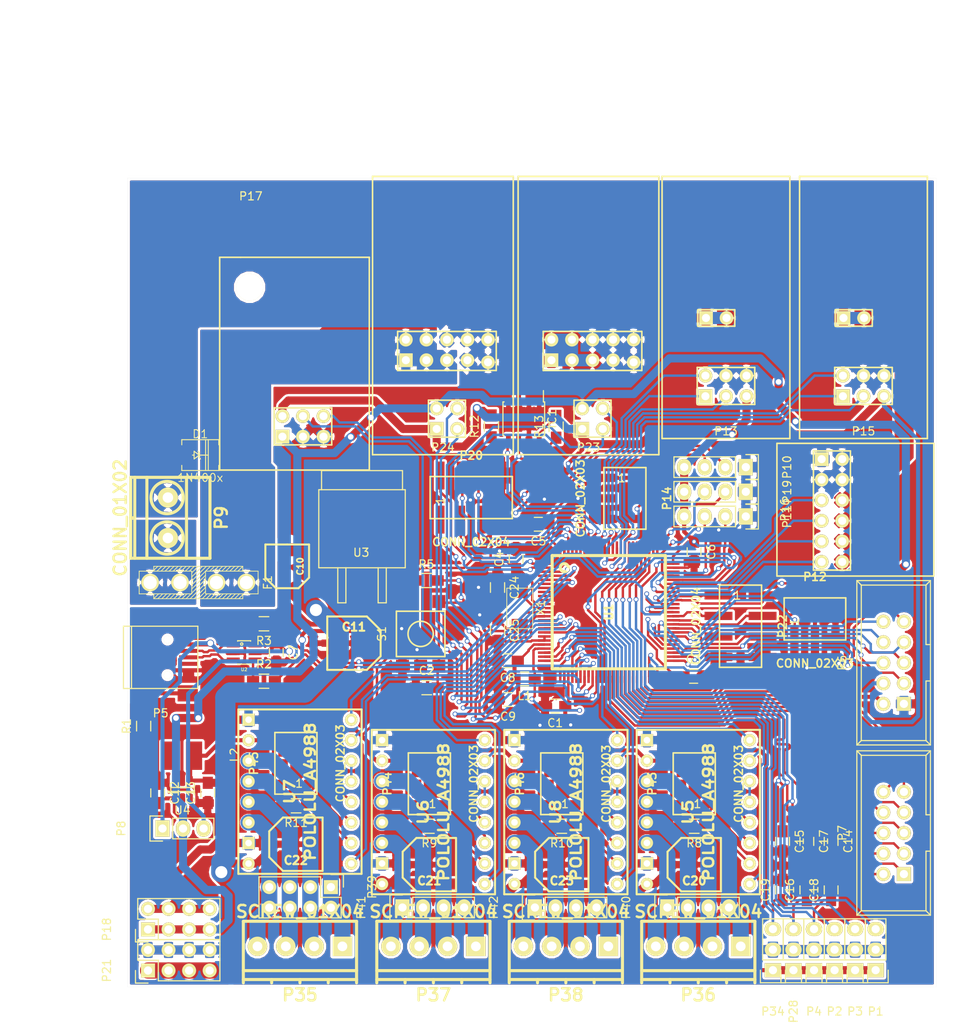
<source format=kicad_pcb>
(kicad_pcb (version 4) (host pcbnew 4.0.2-stable)
  (title_block (title "ReST32 Main") (date 2016-02-27) (rev "Rev. A") (company "Matthias Nowak"))
  (layers (0 F.Cu signal) (31 B.Cu signal) (34 B.Paste user) (35 F.Paste user) (36 B.SilkS user) (37 F.SilkS user) (38 B.Mask user) (39 F.Mask user) (44 Edge.Cuts user))
  (net 0 "")
  (net 1 VCC)
  (net 2 GND)
  (net 3 +3V3)
  (net 4 +12V)
  (net 5 /X-MIN)
  (net 6 /Y-MIN)
  (net 7 /Z-MIN)
  (net 8 /X-MAX)
  (net 9 /Y-MAX)
  (net 10 /Z-MAX)
  (net 11 /I2C-SDA)
  (net 12 /I2C-SCL)
  (net 13 +5V)
  (net 14 /SWCLK)
  (net 15 /SWDIO)
  (net 16 /BOOT0)
  (net 17 /BOOT1)
  (net 18 /SPI-SCK)
  (net 19 /SPI-MISO)
  (net 20 /SPI-CS1)
  (net 21 /SPI-MOSI)
  (net 22 /SPI-CS2)
  (net 23 /LCD-WR)
  (net 24 /LCD-RD)
  (net 25 /LCD-CD)
  (net 26 /LCD-CS)
  (net 27 /LCD-D7)
  (net 28 /LCD-D6)
  (net 29 /LCD-D5)
  (net 30 /LCD-D4)
  (net 31 /LCD-D3)
  (net 32 /LCD-D2)
  (net 33 /LCD-D1)
  (net 34 /LCD-D0)
  (net 35 /UART1-TX)
  (net 36 /UART1-RX)
  (net 37 /T0)
  (net 38 /PWM-BED)
  (net 39 /PWM-HEAT0)
  (net 40 /T1)
  (net 41 /PWM-ADD3)
  (net 42 /PWM-ADD2)
  (net 43 /PWM-ADD1)
  (net 44 /PWM-ADD0)
  (net 45 /SERVO1)
  (net 46 /SERVO2)
  (net 47 /PWM-HEAT1)
  (net 48 /T2)
  (net 49 "Net-(P35-Pad4)")
  (net 50 "Net-(P35-Pad1)")
  (net 51 "Net-(P35-Pad2)")
  (net 52 "Net-(P35-Pad3)")
  (net 53 "Net-(P36-Pad4)")
  (net 54 "Net-(P36-Pad1)")
  (net 55 "Net-(P36-Pad2)")
  (net 56 "Net-(P36-Pad3)")
  (net 57 "Net-(P37-Pad4)")
  (net 58 "Net-(P37-Pad1)")
  (net 59 "Net-(P37-Pad2)")
  (net 60 "Net-(P37-Pad3)")
  (net 61 /Y-STEP)
  (net 62 /Y-EN)
  (net 63 /Z-DIR)
  (net 64 /Z-STEP)
  (net 65 /Z-EN)
  (net 66 /E0-DIR)
  (net 67 /E0-STEP)
  (net 68 /E0-EN)
  (net 69 /E1-DIR)
  (net 70 /E1-STEP)
  (net 71 /E1-EN)
  (net 72 /E2-DIR)
  (net 73 /E2-STEP)
  (net 74 /E2-EN)
  (net 75 /X-DIR)
  (net 76 /X-STEP)
  (net 77 /X-EN)
  (net 78 /Y-DIR)
  (net 79 "Net-(U5-Pad13)")
  (net 80 "Net-(U6-Pad13)")
  (net 81 "Net-(U7-Pad13)")
  (net 82 "Net-(U8-Pad13)")
  (net 83 "Net-(P43-Pad1)")
  (net 84 "Net-(P43-Pad3)")
  (net 85 "Net-(P43-Pad5)")
  (net 86 "Net-(P44-Pad1)")
  (net 87 "Net-(P44-Pad3)")
  (net 88 "Net-(P44-Pad5)")
  (net 89 "Net-(P45-Pad1)")
  (net 90 "Net-(P45-Pad3)")
  (net 91 "Net-(P45-Pad5)")
  (net 92 "Net-(P46-Pad1)")
  (net 93 "Net-(P46-Pad3)")
  (net 94 "Net-(P46-Pad5)")
  (net 95 "Net-(P5-Pad6)")
  (net 96 "Net-(P38-Pad4)")
  (net 97 "Net-(P38-Pad1)")
  (net 98 "Net-(P38-Pad2)")
  (net 99 "Net-(P38-Pad3)")
  (net 100 "Net-(C8-Pad1)")
  (net 101 "Net-(C24-Pad2)")
  (net 102 "Net-(C25-Pad1)")
  (net 103 /RESET)
  (net 104 VEE)
  (net 105 "Net-(L2-Pad1)")
  (net 106 /USB_D-)
  (net 107 /USB_D+)
  (net 108 /USB+)
  (net 109 /USB-)
  (net 110 /IO6)
  (net 111 /IO5)
  (net 112 /IO1)
  (net 113 /IO2)
  (net 114 /IO3)
  (net 115 /IO4)
  (net 116 /IO12)
  (net 117 /IO11)
  (net 118 /IO7)
  (net 119 /IO8)
  (net 120 /IO9)
  (net 121 /IO10)
  (net 122 /12V-RAW)
  (net 123 /USBR+)
  (net 124 /USBR-)
  (module ReST-Library:REST_HEATER (layer F.Cu) (at 143.45 77.45)
    (fp_text reference P24 (at 0 16.3) (layer F.SilkS))
    (fp_text value CONN_02X07)
    (pad 1 thru_hole rect (at -0.77 14.02) (size 1.7 1.7) (drill 1) (layers *.Cu *.Mask F.SilkS) (net 3 +3V3))
    (pad 2 thru_hole circle (at -0.77 11.48) (size 1.7 1.7) (drill 1) (layers *.Cu *.Mask F.SilkS) (net 13 +5V))
    (pad 3 thru_hole circle (at 1.77 14.02) (size 1.7 1.7) (drill 1) (layers *.Cu *.Mask F.SilkS) (net 40 /T1))
    (pad 4 thru_hole circle (at 1.77 11.48) (size 1.7 1.7) (drill 1) (layers *.Cu *.Mask F.SilkS) (net 39 /PWM-HEAT0))
    (pad 5 thru_hole rect (at -4.58 5.52) (size 1.7 1.7) (drill 1) (layers *.Cu *.Mask F.SilkS) (net 4 +12V))
    (pad 6 thru_hole circle (at -4.58 2.98) (size 1.7 1.7) (drill 1) (layers *.Cu *.Mask F.SilkS) (net 4 +12V))
    (pad 7 thru_hole circle (at -2.04 5.52) (size 1.7 1.7) (drill 1) (layers *.Cu *.Mask F.SilkS) (net 4 +12V))
    (pad 8 thru_hole circle (at -2.04 2.98) (size 1.7 1.7) (drill 1) (layers *.Cu *.Mask F.SilkS) (net 4 +12V))
    (pad 9 thru_hole circle (at 0.5 5.52) (size 1.7 1.7) (drill 1) (layers *.Cu *.Mask F.SilkS) (net 4 +12V))
    (pad 10 thru_hole circle (at 0.5 2.98) (size 1.7 1.7) (drill 1) (layers *.Cu *.Mask F.SilkS) (net 2 GND))
    (pad 11 thru_hole circle (at 3.04 5.52) (size 1.7 1.7) (drill 1) (layers *.Cu *.Mask F.SilkS) (net 2 GND))
    (pad 12 thru_hole circle (at 3.04 2.98) (size 1.7 1.7) (drill 1) (layers *.Cu *.Mask F.SilkS) (net 2 GND))
    (pad 13 thru_hole circle (at 5.58 5.774) (size 1.7 1.7) (drill 1) (layers *.Cu *.Mask F.SilkS) (net 2 GND))
    (pad 14 thru_hole circle (at 5.58 2.98) (size 1.7 1.7) (drill 1) (layers *.Cu *.Mask F.SilkS) (net 2 GND))
  )
  (module ReST-Library:REST_STEPPER (layer F.Cu) (at 178.45 76.45)
    (fp_text reference P13 (at 0 15.3) (layer F.SilkS))
    (fp_text value CONN_02X04)
    (pad 1 thru_hole rect (at -2.54 10.97) (size 1.7 1.7) (drill 1) (layers *.Cu *.Mask F.SilkS) (net 70 /E1-STEP))
    (pad 2 thru_hole circle (at -2.54 8.43) (size 1.7 1.7) (drill 1) (layers *.Cu *.Mask F.SilkS) (net 71 /E1-EN))
    (pad 3 thru_hole circle (at 0 10.97) (size 1.7 1.7) (drill 1) (layers *.Cu *.Mask F.SilkS) (net 69 /E1-DIR))
    (pad 4 thru_hole circle (at 0 8.43) (size 1.7 1.7) (drill 1) (layers *.Cu *.Mask F.SilkS) (net 2 GND))
    (pad 5 thru_hole circle (at 2.54 10.97) (size 1.7 1.7) (drill 1) (layers *.Cu *.Mask F.SilkS) (net 3 +3V3))
    (pad 6 thru_hole circle (at 2.54 8.43) (size 1.7 1.7) (drill 1) (layers *.Cu *.Mask F.SilkS) (net 2 GND))
    (pad 7 thru_hole rect (at -2.47 1.3) (size 1.7 1.7) (drill 1) (layers *.Cu *.Mask F.SilkS) (net 4 +12V))
    (pad 8 thru_hole circle (at 0.07 1.3) (size 1.7 1.7) (drill 1) (layers *.Cu *.Mask F.SilkS) (net 4 +12V))
  )
  (module ReST-Library:screw-5-2P (layer F.Cu) (at 109.45 102.45 270)
    (fp_text reference P9 (at 0 -6.6 270) (layer F.SilkS) (effects (font (size 1.5 1.5) (thickness 0.3))))
    (fp_text value CONN_01X02 (at 0 5.9 270) (layer F.SilkS) (effects (font (size 1.5 1.5) (thickness 0.3))))
    (pad 1 thru_hole circle (at -2.5 0 270) (size 2.5 2.5) (drill 1.3) (layers *.Cu *.Mask F.SilkS) (net 2 GND))
    (pad 2 thru_hole circle (at 2.5 0 270) (size 2.5 2.5) (drill 1.3) (layers *.Cu *.Mask F.SilkS) (net 122 /12V-RAW))
  )
  (module Connect:IDC_Header_Straight_10pins (layer F.Cu) (at 200.45 146.49 90)
    (fp_text reference P7 (at 5.08 -7.62 90) (layer F.SilkS))
    (fp_text value CONN_02X05)
    (pad 1 thru_hole rect (at 0 0 90) (size 1.7272 1.7272) (drill 1.016) (layers *.Cu *.Mask F.SilkS) (net 33 /LCD-D1))
    (pad 2 thru_hole oval (at 0 -2.54 90) (size 1.7272 1.7272) (drill 1.016) (layers *.Cu *.Mask F.SilkS) (net 34 /LCD-D0))
    (pad 3 thru_hole oval (at 2.54 0 90) (size 1.7272 1.7272) (drill 1.016) (layers *.Cu *.Mask F.SilkS) (net 31 /LCD-D3))
    (pad 4 thru_hole oval (at 2.54 -2.54 90) (size 1.7272 1.7272) (drill 1.016) (layers *.Cu *.Mask F.SilkS) (net 32 /LCD-D2))
    (pad 5 thru_hole oval (at 5.08 0 90) (size 1.7272 1.7272) (drill 1.016) (layers *.Cu *.Mask F.SilkS) (net 29 /LCD-D5))
    (pad 6 thru_hole oval (at 5.08 -2.54 90) (size 1.7272 1.7272) (drill 1.016) (layers *.Cu *.Mask F.SilkS) (net 30 /LCD-D4))
    (pad 7 thru_hole oval (at 7.62 0 90) (size 1.7272 1.7272) (drill 1.016) (layers *.Cu *.Mask F.SilkS) (net 27 /LCD-D7))
    (pad 8 thru_hole oval (at 7.62 -2.54 90) (size 1.7272 1.7272) (drill 1.016) (layers *.Cu *.Mask F.SilkS) (net 28 /LCD-D6))
    (pad 9 thru_hole oval (at 10.16 0 90) (size 1.7272 1.7272) (drill 1.016) (layers *.Cu *.Mask F.SilkS) (net 25 /LCD-CD))
    (pad 10 thru_hole oval (at 10.16 -2.54 90) (size 1.7272 1.7272) (drill 1.016) (layers *.Cu *.Mask F.SilkS) (net 26 /LCD-CS))
  )
  (module ReST-Library:LQFP100-14x14 (layer F.Cu) (at 163.960046 114.117534 270)
    (fp_text reference U1 (at 0 0 270) (layer F.SilkS) (effects (font (size 1.016 1.016) (thickness 0.254))))
    (fp_text value STM32F103VE hide)
    (pad 1 smd rect (at -5.99948 7.95 270) (size 0.29972 1.6) (layers F.Cu F.Paste F.Mask) (net 113 /IO2) (clearance 0.14986))
    (pad 2 smd rect (at -5.4991 7.95 270) (size 0.29972 1.6) (layers F.Cu F.Paste F.Mask) (net 112 /IO1) (clearance 0.14986))
    (pad 3 smd rect (at -5.00126 7.95 270) (size 0.29972 1.6) (layers F.Cu F.Paste F.Mask) (net 63 /Z-DIR) (clearance 0.14986))
    (pad 4 smd rect (at -4.50088 7.95 270) (size 0.29972 1.6) (layers F.Cu F.Paste F.Mask) (net 64 /Z-STEP) (clearance 0.14986))
    (pad 5 smd rect (at -4.0005 7.95 270) (size 0.29972 1.6) (layers F.Cu F.Paste F.Mask) (net 65 /Z-EN) (clearance 0.14986))
    (pad 6 smd rect (at -3.50012 7.95 270) (size 0.29972 1.6) (layers F.Cu F.Paste F.Mask) (clearance 0.14986))
    (pad 7 smd rect (at -2.99974 7.95 270) (size 0.29972 1.6) (layers F.Cu F.Paste F.Mask) (clearance 0.14986))
    (pad 8 smd rect (at -2.49936 7.95 270) (size 0.29972 1.6) (layers F.Cu F.Paste F.Mask) (clearance 0.14986))
    (pad 9 smd rect (at -1.99898 7.95 270) (size 0.29972 1.6) (layers F.Cu F.Paste F.Mask) (clearance 0.14986))
    (pad 10 smd rect (at -1.50114 7.95 270) (size 0.29972 1.6) (layers F.Cu F.Paste F.Mask) (net 2 GND) (clearance 0.14986))
    (pad 11 smd rect (at -1.00076 7.95 270) (size 0.29972 1.6) (layers F.Cu F.Paste F.Mask) (net 3 +3V3) (clearance 0.14986))
    (pad 12 smd rect (at -0.50038 7.95 270) (size 0.29972 1.6) (layers F.Cu F.Paste F.Mask) (net 101 "Net-(C24-Pad2)") (clearance 0.14986))
    (pad 13 smd rect (at 0 7.95 270) (size 0.29972 1.6) (layers F.Cu F.Paste F.Mask) (net 102 "Net-(C25-Pad1)") (clearance 0.14986))
    (pad 14 smd rect (at 0.50038 7.95 270) (size 0.29972 1.6) (layers F.Cu F.Paste F.Mask) (net 103 /RESET) (clearance 0.14986))
    (pad 15 smd rect (at 1.00076 7.95 270) (size 0.29972 1.6) (layers F.Cu F.Paste F.Mask) (net 78 /Y-DIR) (clearance 0.14986))
    (pad 16 smd rect (at 1.50114 7.95 270) (size 0.29972 1.6) (layers F.Cu F.Paste F.Mask) (net 61 /Y-STEP) (clearance 0.14986))
    (pad 17 smd rect (at 1.99898 7.95 270) (size 0.29972 1.6) (layers F.Cu F.Paste F.Mask) (net 62 /Y-EN) (clearance 0.14986))
    (pad 18 smd rect (at 2.49936 7.95 270) (size 0.29972 1.6) (layers F.Cu F.Paste F.Mask) (net 68 /E0-EN) (clearance 0.14986))
    (pad 19 smd rect (at 2.99974 7.95 270) (size 0.29972 1.6) (layers F.Cu F.Paste F.Mask) (net 2 GND) (clearance 0.14986))
    (pad 20 smd rect (at 3.50012 7.95 270) (size 0.29972 1.6) (layers F.Cu F.Paste F.Mask) (net 2 GND) (clearance 0.14986))
    (pad 21 smd rect (at 4.0005 7.95 270) (size 0.29972 1.6) (layers F.Cu F.Paste F.Mask) (net 100 "Net-(C8-Pad1)") (clearance 0.14986))
    (pad 22 smd rect (at 4.50088 7.95 270) (size 0.29972 1.6) (layers F.Cu F.Paste F.Mask) (net 3 +3V3) (clearance 0.14986))
    (pad 23 smd rect (at 5.00126 7.95 270) (size 0.29972 1.63) (layers F.Cu F.Paste F.Mask) (net 67 /E0-STEP) (clearance 0.14986))
    (pad 24 smd rect (at 5.4991 7.95 270) (size 0.29972 1.6) (layers F.Cu F.Paste F.Mask) (net 66 /E0-DIR) (clearance 0.14986))
    (pad 25 smd rect (at 5.99948 7.95 270) (size 0.29972 1.6) (layers F.Cu F.Paste F.Mask) (net 77 /X-EN) (clearance 0.14986))
    (pad 26 smd rect (at 7.95 5.99948 270) (size 1.6 0.29972) (layers F.Cu F.Paste F.Mask) (net 76 /X-STEP) (clearance 0.14986))
    (pad 27 smd rect (at 7.95 5.4991 270) (size 1.6 0.29972) (layers F.Cu F.Paste F.Mask) (net 2 GND) (clearance 0.14986))
    (pad 28 smd rect (at 7.95 5.00126 270) (size 1.6 0.29972) (layers F.Cu F.Paste F.Mask) (net 3 +3V3) (clearance 0.14986))
    (pad 29 smd rect (at 7.95 4.50088 270) (size 1.6 0.29972) (layers F.Cu F.Paste F.Mask) (net 75 /X-DIR) (clearance 0.14986))
    (pad 30 smd rect (at 7.95 4.0005 270) (size 1.6 0.29972) (layers F.Cu F.Paste F.Mask) (net 47 /PWM-HEAT1) (clearance 0.14986))
    (pad 31 smd rect (at 7.95 3.50012 270) (size 1.6 0.29972) (layers F.Cu F.Paste F.Mask) (net 38 /PWM-BED) (clearance 0.14986))
    (pad 32 smd rect (at 7.95 2.99974 270) (size 1.6 0.29972) (layers F.Cu F.Paste F.Mask) (net 39 /PWM-HEAT0) (clearance 0.14986))
    (pad 33 smd rect (at 7.95 2.49936 270) (size 1.6 0.29972) (layers F.Cu F.Paste F.Mask) (net 37 /T0) (clearance 0.14986))
    (pad 34 smd rect (at 7.95 1.99898 270) (size 1.6 0.29972) (layers F.Cu F.Paste F.Mask) (net 40 /T1) (clearance 0.14986))
    (pad 35 smd rect (at 7.95 1.50114 270) (size 1.6 0.29972) (layers F.Cu F.Paste F.Mask) (net 48 /T2) (clearance 0.14986))
    (pad 36 smd rect (at 7.95 1.00076 270) (size 1.6 0.29972) (layers F.Cu F.Paste F.Mask) (net 44 /PWM-ADD0) (clearance 0.14986))
    (pad 37 smd rect (at 7.95 0.50038 270) (size 1.6 0.29972) (layers F.Cu F.Paste F.Mask) (net 17 /BOOT1) (clearance 0.14986))
    (pad 38 smd rect (at 7.95 0 270) (size 1.6 0.29972) (layers F.Cu F.Paste F.Mask) (net 34 /LCD-D0) (clearance 0.14986))
    (pad 39 smd rect (at 7.95 -0.50038 270) (size 1.6 0.29972) (layers F.Cu F.Paste F.Mask) (net 33 /LCD-D1) (clearance 0.14986))
    (pad 40 smd rect (at 7.95 -1.00076 270) (size 1.6 0.29972) (layers F.Cu F.Paste F.Mask) (net 32 /LCD-D2) (clearance 0.14986))
    (pad 41 smd rect (at 7.95 -1.50114 270) (size 1.6 0.29972) (layers F.Cu F.Paste F.Mask) (net 31 /LCD-D3) (clearance 0.14986))
    (pad 42 smd rect (at 7.95 -1.99898 270) (size 1.6 0.29972) (layers F.Cu F.Paste F.Mask) (net 30 /LCD-D4) (clearance 0.14986))
    (pad 43 smd rect (at 7.95 -2.49936 270) (size 1.6 0.29972) (layers F.Cu F.Paste F.Mask) (net 29 /LCD-D5) (clearance 0.14986))
    (pad 44 smd rect (at 7.95 -2.99974 270) (size 1.6 0.29972) (layers F.Cu F.Paste F.Mask) (net 28 /LCD-D6) (clearance 0.14986))
    (pad 45 smd rect (at 7.95 -3.50012 270) (size 1.6 0.29972) (layers F.Cu F.Paste F.Mask) (net 27 /LCD-D7) (clearance 0.14986))
    (pad 46 smd rect (at 7.95 -4.0005 270) (size 1.6 0.29972) (layers F.Cu F.Paste F.Mask) (net 26 /LCD-CS) (clearance 0.14986))
    (pad 47 smd rect (at 7.95 -4.50088 270) (size 1.6 0.29972) (layers F.Cu F.Paste F.Mask) (net 25 /LCD-CD) (clearance 0.14986))
    (pad 48 smd rect (at 7.95 -5.00126 270) (size 1.6 0.29972) (layers F.Cu F.Paste F.Mask) (net 23 /LCD-WR) (clearance 0.14986))
    (pad 49 smd rect (at 7.95 -5.4991 270) (size 1.6 0.29972) (layers F.Cu F.Paste F.Mask) (net 2 GND) (clearance 0.14986))
    (pad 50 smd rect (at 7.95 -5.99948 270) (size 1.6 0.29972) (layers F.Cu F.Paste F.Mask) (net 3 +3V3) (clearance 0.14986))
    (pad 51 smd rect (at 5.99948 -7.95 270) (size 0.29972 1.6) (layers F.Cu F.Paste F.Mask) (net 20 /SPI-CS1) (clearance 0.14986))
    (pad 52 smd rect (at 5.4991 -7.95 270) (size 0.29972 1.6) (layers F.Cu F.Paste F.Mask) (net 18 /SPI-SCK) (clearance 0.14986))
    (pad 53 smd rect (at 5.00126 -7.95 270) (size 0.29972 1.6) (layers F.Cu F.Paste F.Mask) (net 19 /SPI-MISO) (clearance 0.14986))
    (pad 54 smd rect (at 4.50088 -7.95 270) (size 0.29972 1.6) (layers F.Cu F.Paste F.Mask) (net 21 /SPI-MOSI) (clearance 0.14986))
    (pad 55 smd rect (at 4.0005 -7.95 270) (size 0.29972 1.6) (layers F.Cu F.Paste F.Mask) (net 22 /SPI-CS2) (clearance 0.14986))
    (pad 56 smd rect (at 3.50012 -7.95 270) (size 0.29972 1.6) (layers F.Cu F.Paste F.Mask) (net 24 /LCD-RD) (clearance 0.14986))
    (pad 57 smd rect (at 2.99974 -7.95 270) (size 0.29972 1.6) (layers F.Cu F.Paste F.Mask) (net 45 /SERVO1) (clearance 0.14986))
    (pad 58 smd rect (at 2.49936 -7.95 270) (size 0.29972 1.6) (layers F.Cu F.Paste F.Mask) (net 46 /SERVO2) (clearance 0.14986))
    (pad 59 smd rect (at 1.99898 -7.95 270) (size 0.29972 1.6) (layers F.Cu F.Paste F.Mask) (net 116 /IO12) (clearance 0.14986))
    (pad 60 smd rect (at 1.50114 -7.95 270) (size 0.29972 1.6) (layers F.Cu F.Paste F.Mask) (net 117 /IO11) (clearance 0.14986))
    (pad 61 smd rect (at 1.00076 -7.95 270) (size 0.29972 1.6) (layers F.Cu F.Paste F.Mask) (net 121 /IO10) (clearance 0.14986))
    (pad 62 smd rect (at 0.50038 -7.95 270) (size 0.29972 1.6) (layers F.Cu F.Paste F.Mask) (net 120 /IO9) (clearance 0.14986))
    (pad 63 smd rect (at 0 -7.95 270) (size 0.29972 1.6) (layers F.Cu F.Paste F.Mask) (net 43 /PWM-ADD1) (clearance 0.14986))
    (pad 64 smd rect (at -0.50038 -7.95 270) (size 0.29972 1.6) (layers F.Cu F.Paste F.Mask) (net 42 /PWM-ADD2) (clearance 0.14986))
    (pad 65 smd rect (at -1.00076 -7.95 270) (size 0.29972 1.6) (layers F.Cu F.Paste F.Mask) (net 41 /PWM-ADD3) (clearance 0.14986))
    (pad 66 smd rect (at -1.50114 -7.95 270) (size 0.29972 1.6) (layers F.Cu F.Paste F.Mask) (net 119 /IO8) (clearance 0.14986))
    (pad 67 smd rect (at -1.99898 -7.95 270) (size 0.29972 1.6) (layers F.Cu F.Paste F.Mask) (net 118 /IO7) (clearance 0.14986))
    (pad 68 smd rect (at -2.49936 -7.95 270) (size 0.29972 1.6) (layers F.Cu F.Paste F.Mask) (net 35 /UART1-TX) (clearance 0.14986))
    (pad 69 smd rect (at -2.99974 -7.95 270) (size 0.29972 1.6) (layers F.Cu F.Paste F.Mask) (net 36 /UART1-RX) (clearance 0.14986))
    (pad 70 smd rect (at -3.50012 -7.95 270) (size 0.29972 1.6) (layers F.Cu F.Paste F.Mask) (net 109 /USB-) (clearance 0.14986))
    (pad 71 smd rect (at -4.0005 -7.95 270) (size 0.29972 1.6) (layers F.Cu F.Paste F.Mask) (net 108 /USB+) (clearance 0.14986))
    (pad 72 smd rect (at -4.50088 -7.95 270) (size 0.29972 1.6) (layers F.Cu F.Paste F.Mask) (net 15 /SWDIO) (clearance 0.14986))
    (pad 73 smd rect (at -5.00126 -7.95 270) (size 0.29972 1.6) (layers F.Cu F.Paste F.Mask) (clearance 0.14986))
    (pad 74 smd rect (at -5.4991 -7.95 270) (size 0.29972 1.6) (layers F.Cu F.Paste F.Mask) (net 2 GND) (clearance 0.14986))
    (pad 75 smd rect (at -5.99948 -7.95 270) (size 0.29972 1.6) (layers F.Cu F.Paste F.Mask) (net 3 +3V3) (clearance 0.14986))
    (pad 76 smd rect (at -7.95 -5.99948 270) (size 1.6 0.29972) (layers F.Cu F.Paste F.Mask) (net 14 /SWCLK) (clearance 0.14986))
    (pad 77 smd rect (at -7.95 -5.4991 270) (size 1.6 0.29972) (layers F.Cu F.Paste F.Mask) (clearance 0.14986))
    (pad 78 smd rect (at -7.95 -5.00126 270) (size 1.6 0.29972) (layers F.Cu F.Paste F.Mask) (net 5 /X-MIN) (clearance 0.14986))
    (pad 79 smd rect (at -7.95 -4.50088 270) (size 1.6 0.29972) (layers F.Cu F.Paste F.Mask) (net 8 /X-MAX) (clearance 0.14986))
    (pad 80 smd rect (at -7.95 -4.0005 270) (size 1.6 0.29972) (layers F.Cu F.Paste F.Mask) (net 6 /Y-MIN) (clearance 0.14986))
    (pad 81 smd rect (at -7.95 -3.50012 270) (size 1.6 0.29972) (layers F.Cu F.Paste F.Mask) (net 9 /Y-MAX) (clearance 0.14986))
    (pad 82 smd rect (at -7.95 -2.99974 270) (size 1.6 0.29972) (layers F.Cu F.Paste F.Mask) (net 7 /Z-MIN) (clearance 0.14986))
    (pad 83 smd rect (at -7.95 -2.49936 270) (size 1.6 0.29972) (layers F.Cu F.Paste F.Mask) (net 10 /Z-MAX) (clearance 0.14986))
    (pad 84 smd rect (at -7.95 -1.99898 270) (size 1.6 0.29972) (layers F.Cu F.Paste F.Mask) (net 72 /E2-DIR) (clearance 0.14986))
    (pad 85 smd rect (at -7.95 -1.50114 270) (size 1.6 0.29972) (layers F.Cu F.Paste F.Mask) (net 73 /E2-STEP) (clearance 0.14986))
    (pad 86 smd rect (at -7.95 -1.00076 270) (size 1.6 0.29972) (layers F.Cu F.Paste F.Mask) (net 74 /E2-EN) (clearance 0.14986))
    (pad 87 smd rect (at -7.95 -0.50038 270) (size 1.6 0.29972) (layers F.Cu F.Paste F.Mask) (net 69 /E1-DIR) (clearance 0.14986))
    (pad 88 smd rect (at -7.95 0 270) (size 1.6 0.29972) (layers F.Cu F.Paste F.Mask) (net 70 /E1-STEP) (clearance 0.14986))
    (pad 89 smd rect (at -7.95 0.50038 270) (size 1.6 0.29972) (layers F.Cu F.Paste F.Mask) (clearance 0.14986))
    (pad 90 smd rect (at -7.95 1.00076 270) (size 1.6 0.29972) (layers F.Cu F.Paste F.Mask) (clearance 0.14986))
    (pad 91 smd rect (at -7.95 1.50114 270) (size 1.6 0.29972) (layers F.Cu F.Paste F.Mask) (net 71 /E1-EN) (clearance 0.14986))
    (pad 92 smd rect (at -7.95 1.99898 270) (size 1.6 0.29972) (layers F.Cu F.Paste F.Mask) (net 12 /I2C-SCL) (clearance 0.14986))
    (pad 93 smd rect (at -7.95 2.49936 270) (size 1.6 0.29972) (layers F.Cu F.Paste F.Mask) (net 11 /I2C-SDA) (clearance 0.14986))
    (pad 94 smd rect (at -7.95 2.99974 270) (size 1.6 0.29972) (layers F.Cu F.Paste F.Mask) (net 16 /BOOT0) (clearance 0.14986))
    (pad 95 smd rect (at -7.95 3.50012 270) (size 1.6 0.29972) (layers F.Cu F.Paste F.Mask) (net 110 /IO6) (clearance 0.14986))
    (pad 96 smd rect (at -7.95 4.0005 270) (size 1.6 0.29972) (layers F.Cu F.Paste F.Mask) (net 111 /IO5) (clearance 0.14986))
    (pad 97 smd rect (at -7.95 4.50088 270) (size 1.6 0.29972) (layers F.Cu F.Paste F.Mask) (net 115 /IO4) (clearance 0.14986))
    (pad 98 smd rect (at -7.95 5.00126 270) (size 1.6 0.29972) (layers F.Cu F.Paste F.Mask) (net 114 /IO3) (clearance 0.14986))
    (pad 99 smd rect (at -7.95 5.4991 270) (size 1.6 0.29972) (layers F.Cu F.Paste F.Mask) (net 2 GND) (clearance 0.14986))
    (pad 100 smd rect (at -7.95 5.99948 270) (size 1.6 0.29972) (layers F.Cu F.Paste F.Mask) (net 3 +3V3) (clearance 0.14986))
  )
  (module Pin_Headers:Pin_Header_Straight_1x04 (layer F.Cu) (at 180.904 96.188 270)
    (fp_text reference P10 (at 0 -5.1 270) (layer F.SilkS))
    (fp_text value CONN_01X04)
    (pad 1 thru_hole rect (at 0 0 270) (size 2.032 1.7272) (drill 1.016) (layers *.Cu *.Mask F.SilkS) (net 2 GND))
    (pad 2 thru_hole oval (at 0 2.54 270) (size 2.032 1.7272) (drill 1.016) (layers *.Cu *.Mask F.SilkS) (net 12 /I2C-SCL))
    (pad 3 thru_hole oval (at 0 5.08 270) (size 2.032 1.7272) (drill 1.016) (layers *.Cu *.Mask F.SilkS) (net 11 /I2C-SDA))
    (pad 4 thru_hole oval (at 0 7.62 270) (size 2.032 1.7272) (drill 1.016) (layers *.Cu *.Mask F.SilkS) (net 3 +3V3))
  )
  (module ReST-Library:SOT32-6L (layer F.Cu) (at 118.875 119.1 270)
    (fp_text reference U2 (at 2.1 0 360) (layer F.SilkS) (effects (font (size 0.4 0.4) (thickness 0.075))))
    (fp_text value USBLC6-2)
    (pad 5 smd rect (at 0 -1.35 270) (size 0.65 1.6) (layers F.Cu F.Paste F.Mask) (net 1 VCC))
    (pad 6 smd rect (at -0.95 -1.35 270) (size 0.65 1.6) (layers F.Cu F.Paste F.Mask) (net 124 /USBR-))
    (pad 4 smd rect (at 0.95 -1.35 270) (size 0.65 1.6) (layers F.Cu F.Paste F.Mask) (net 123 /USBR+))
    (pad 2 smd rect (at 0 1.35 270) (size 0.65 1.6) (layers F.Cu F.Paste F.Mask) (net 2 GND))
    (pad 1 smd rect (at -0.95 1.35 270) (size 0.65 1.6) (layers F.Cu F.Paste F.Mask) (net 106 /USB_D-))
    (pad 3 smd rect (at 0.95 1.35 270) (size 0.65 1.6) (layers F.Cu F.Paste F.Mask) (net 107 /USB_D+))
  )
  (module ReST-Library:2P-5032 (layer F.Cu) (at 152.95 113.55 90)
    (fp_text reference X1 (at 0 2.6 90) (layer F.SilkS))
    (fp_text value Crystal_Small)
    (pad 1 smd rect (at -2.3 0 90) (size 1.8 2) (layers F.Cu F.Paste F.Mask) (net 102 "Net-(C25-Pad1)"))
    (pad 2 smd rect (at 2.1 0 90) (size 1.8 2) (layers F.Cu F.Paste F.Mask) (net 101 "Net-(C24-Pad2)"))
  )
  (module Resistors_SMD:R_0805_HandSoldering (layer F.Cu) (at 141.45 123.45)
    (fp_text reference C2 (at 0 -2.1) (layer F.SilkS))
    (fp_text value 100nF)
    (pad 1 smd rect (at -1.35 0) (size 1.5 1.3) (layers F.Cu F.Paste F.Mask) (net 2 GND))
    (pad 2 smd rect (at 1.35 0) (size 1.5 1.3) (layers F.Cu F.Paste F.Mask) (net 103 /RESET))
  )
  (module Resistors_SMD:R_0805_HandSoldering (layer F.Cu) (at 141.45 110.2 180)
    (fp_text reference R5 (at 0.05 2 180) (layer F.SilkS))
    (fp_text value 10K)
    (pad 1 smd rect (at -1.35 0 180) (size 1.5 1.3) (layers F.Cu F.Paste F.Mask) (net 103 /RESET))
    (pad 2 smd rect (at 1.35 0 180) (size 1.5 1.3) (layers F.Cu F.Paste F.Mask) (net 3 +3V3))
  )
  (module Capacitors_SMD:C_0805_HandSoldering (layer F.Cu) (at 157.329391 125.716493 180)
    (fp_text reference C1 (at 0 -2.1 180) (layer F.SilkS))
    (fp_text value 100nF)
    (pad 1 smd rect (at -1.25 0 180) (size 1.5 1.25) (layers F.Cu F.Paste F.Mask) (net 3 +3V3))
    (pad 2 smd rect (at 1.25 0 180) (size 1.5 1.25) (layers F.Cu F.Paste F.Mask) (net 2 GND))
  )
  (module Capacitors_SMD:C_0805_HandSoldering (layer F.Cu) (at 174.45 122.05)
    (fp_text reference C3 (at 0 -2.1) (layer F.SilkS))
    (fp_text value 100nF)
    (pad 1 smd rect (at -1.25 0) (size 1.5 1.25) (layers F.Cu F.Paste F.Mask) (net 3 +3V3))
    (pad 2 smd rect (at 1.25 0) (size 1.5 1.25) (layers F.Cu F.Paste F.Mask) (net 2 GND))
  )
  (module Capacitors_SMD:C_0805_HandSoldering (layer F.Cu) (at 152.504391 107.55 90)
    (fp_text reference C4 (at 0 -2.1 90) (layer F.SilkS))
    (fp_text value 100nF)
    (pad 1 smd rect (at -1.25 0 90) (size 1.5 1.25) (layers F.Cu F.Paste F.Mask) (net 3 +3V3))
    (pad 2 smd rect (at 1.25 0 90) (size 1.5 1.25) (layers F.Cu F.Paste F.Mask) (net 2 GND))
  )
  (module Capacitors_SMD:C_0805_HandSoldering (layer F.Cu) (at 155.25 103.25 180)
    (fp_text reference C5 (at 0 -2.1 180) (layer F.SilkS))
    (fp_text value 100nF)
    (pad 1 smd rect (at -1.25 0 180) (size 1.5 1.25) (layers F.Cu F.Paste F.Mask) (net 3 +3V3))
    (pad 2 smd rect (at 1.25 0 180) (size 1.5 1.25) (layers F.Cu F.Paste F.Mask) (net 2 GND))
  )
  (module Capacitors_SMD:C_0805_HandSoldering (layer F.Cu) (at 174.504391 106.65 270)
    (fp_text reference C6 (at 0 -2.1 270) (layer F.SilkS))
    (fp_text value 100nF)
    (pad 1 smd rect (at -1.25 0 270) (size 1.5 1.25) (layers F.Cu F.Paste F.Mask) (net 3 +3V3))
    (pad 2 smd rect (at 1.25 0 270) (size 1.5 1.25) (layers F.Cu F.Paste F.Mask) (net 2 GND))
  )
  (module Capacitors_SMD:C_0805_HandSoldering (layer F.Cu) (at 151.460046 120.117534 180)
    (fp_text reference C8 (at 0 -2.1 180) (layer F.SilkS))
    (fp_text value 10uF)
    (pad 1 smd rect (at -1.25 0 180) (size 1.5 1.25) (layers F.Cu F.Paste F.Mask) (net 100 "Net-(C8-Pad1)"))
    (pad 2 smd rect (at 1.25 0 180) (size 1.5 1.25) (layers F.Cu F.Paste F.Mask) (net 2 GND))
  )
  (module Capacitors_SMD:C_0805_HandSoldering (layer F.Cu) (at 151.504391 124.916493 180)
    (fp_text reference C9 (at 0 -2.1 180) (layer F.SilkS))
    (fp_text value 100nF)
    (pad 1 smd rect (at -1.25 0 180) (size 1.5 1.25) (layers F.Cu F.Paste F.Mask) (net 100 "Net-(C8-Pad1)"))
    (pad 2 smd rect (at 1.25 0 180) (size 1.5 1.25) (layers F.Cu F.Paste F.Mask) (net 2 GND))
  )
  (module ReST-Library:CP-PANASONIC-SMT_C (layer F.Cu) (at 124.2 108.45 90)
    (fp_text reference C10 (at 0 1.6002 90) (layer F.SilkS) (effects (font (size 0.762 0.762) (thickness 0.1905))))
    (fp_text value 10uF hide)
    (pad 1 smd rect (at -2.04978 0 90) (size 2.70002 0.89916) (layers F.Cu F.Paste F.Mask) (net 4 +12V))
    (pad 2 smd rect (at 2.04978 0 90) (size 2.70002 0.89916) (layers F.Cu F.Paste F.Mask) (net 2 GND))
  )
  (module ReST-Library:CP-PANASONIC-SMT_D (layer F.Cu) (at 132.45 117.95 180)
    (fp_text reference C11 (at 0 1.99898 180) (layer F.SilkS) (effects (font (size 1.016 1.016) (thickness 0.254))))
    (fp_text value 22uF hide)
    (pad 1 smd rect (at -2.4511 0 180) (size 3.0988 0.89916) (layers F.Cu F.Paste F.Mask) (net 104 VEE))
    (pad 2 smd rect (at 2.4511 0 180) (size 3.0988 0.89916) (layers F.Cu F.Paste F.Mask) (net 2 GND))
  )
  (module Capacitors_SMD:C_0805_HandSoldering (layer F.Cu) (at 108.18101 136.457736 270)
    (fp_text reference C12 (at 0 -2.1 270) (layer F.SilkS))
    (fp_text value 10uF)
    (pad 1 smd rect (at -1.25 0 270) (size 1.5 1.25) (layers F.Cu F.Paste F.Mask) (net 2 GND))
    (pad 2 smd rect (at 1.25 0 270) (size 1.5 1.25) (layers F.Cu F.Paste F.Mask) (net 13 +5V))
  )
  (module Capacitors_SMD:C_0805_HandSoldering (layer F.Cu) (at 114.38101 136.457736 90)
    (fp_text reference C13 (at 0 -2.1 90) (layer F.SilkS))
    (fp_text value 10uF)
    (pad 1 smd rect (at -1.25 0 90) (size 1.5 1.25) (layers F.Cu F.Paste F.Mask) (net 2 GND))
    (pad 2 smd rect (at 1.25 0 90) (size 1.5 1.25) (layers F.Cu F.Paste F.Mask) (net 3 +3V3))
  )
  (module Capacitors_SMD:C_0805_HandSoldering (layer F.Cu) (at 191.45 142.45 270)
    (fp_text reference C14 (at 0 -2.1 270) (layer F.SilkS))
    (fp_text value 10nF)
    (pad 1 smd rect (at -1.25 0 270) (size 1.5 1.25) (layers F.Cu F.Paste F.Mask) (net 5 /X-MIN))
    (pad 2 smd rect (at 1.25 0 270) (size 1.5 1.25) (layers F.Cu F.Paste F.Mask) (net 2 GND))
  )
  (module Capacitors_SMD:C_0805_HandSoldering (layer F.Cu) (at 185.45 142.45 270)
    (fp_text reference C15 (at 0 -2.1 270) (layer F.SilkS))
    (fp_text value 10nF)
    (pad 1 smd rect (at -1.25 0 270) (size 1.5 1.25) (layers F.Cu F.Paste F.Mask) (net 6 /Y-MIN))
    (pad 2 smd rect (at 1.25 0 270) (size 1.5 1.25) (layers F.Cu F.Paste F.Mask) (net 2 GND))
  )
  (module Capacitors_SMD:C_0805_HandSoldering (layer F.Cu) (at 188.45 148.45 90)
    (fp_text reference C16 (at 0 -2.1 90) (layer F.SilkS))
    (fp_text value 10nF)
    (pad 1 smd rect (at -1.25 0 90) (size 1.5 1.25) (layers F.Cu F.Paste F.Mask) (net 7 /Z-MIN))
    (pad 2 smd rect (at 1.25 0 90) (size 1.5 1.25) (layers F.Cu F.Paste F.Mask) (net 2 GND))
  )
  (module Capacitors_SMD:C_0805_HandSoldering (layer F.Cu) (at 188.45 142.45 270)
    (fp_text reference C17 (at 0 -2.1 270) (layer F.SilkS))
    (fp_text value 10nF)
    (pad 1 smd rect (at -1.25 0 270) (size 1.5 1.25) (layers F.Cu F.Paste F.Mask) (net 8 /X-MAX))
    (pad 2 smd rect (at 1.25 0 270) (size 1.5 1.25) (layers F.Cu F.Paste F.Mask) (net 2 GND))
  )
  (module Capacitors_SMD:C_0805_HandSoldering (layer F.Cu) (at 191.45 148.45 90)
    (fp_text reference C18 (at 0 -2.1 90) (layer F.SilkS))
    (fp_text value 10nF)
    (pad 1 smd rect (at -1.25 0 90) (size 1.5 1.25) (layers F.Cu F.Paste F.Mask) (net 9 /Y-MAX))
    (pad 2 smd rect (at 1.25 0 90) (size 1.5 1.25) (layers F.Cu F.Paste F.Mask) (net 2 GND))
  )
  (module Capacitors_SMD:C_0805_HandSoldering (layer F.Cu) (at 185.45 148.45 90)
    (fp_text reference C19 (at 0 -2.1 90) (layer F.SilkS))
    (fp_text value 10nF)
    (pad 1 smd rect (at -1.25 0 90) (size 1.5 1.25) (layers F.Cu F.Paste F.Mask) (net 10 /Z-MAX))
    (pad 2 smd rect (at 1.25 0 90) (size 1.5 1.25) (layers F.Cu F.Paste F.Mask) (net 2 GND))
  )
  (module ReST-Library:CP-PANASONIC-SMT_D8 (layer F.Cu) (at 174.525 145.325)
    (fp_text reference C20 (at 0 1.99898) (layer F.SilkS) (effects (font (size 1.016 1.016) (thickness 0.254))))
    (fp_text value 100uF hide)
    (pad 1 smd rect (at -2.4511 0) (size 3.0988 0.89916) (layers F.Cu F.Paste F.Mask) (net 4 +12V))
    (pad 2 smd rect (at 2.4511 0) (size 3.0988 0.89916) (layers F.Cu F.Paste F.Mask) (net 2 GND))
  )
  (module ReST-Library:CP-PANASONIC-SMT_D8 (layer F.Cu) (at 141.775 145.325)
    (fp_text reference C21 (at 0 1.99898) (layer F.SilkS) (effects (font (size 1.016 1.016) (thickness 0.254))))
    (fp_text value 100uF hide)
    (pad 1 smd rect (at -2.4511 0) (size 3.0988 0.89916) (layers F.Cu F.Paste F.Mask) (net 4 +12V))
    (pad 2 smd rect (at 2.4511 0) (size 3.0988 0.89916) (layers F.Cu F.Paste F.Mask) (net 2 GND))
  )
  (module ReST-Library:CP-PANASONIC-SMT_D8 (layer F.Cu) (at 125.275 142.8)
    (fp_text reference C22 (at 0 1.99898) (layer F.SilkS) (effects (font (size 1.016 1.016) (thickness 0.254))))
    (fp_text value 100uF hide)
    (pad 1 smd rect (at -2.4511 0) (size 3.0988 0.89916) (layers F.Cu F.Paste F.Mask) (net 4 +12V))
    (pad 2 smd rect (at 2.4511 0) (size 3.0988 0.89916) (layers F.Cu F.Paste F.Mask) (net 2 GND))
  )
  (module ReST-Library:CP-PANASONIC-SMT_D8 (layer F.Cu) (at 158.15 145.325)
    (fp_text reference C23 (at 0 1.99898) (layer F.SilkS) (effects (font (size 1.016 1.016) (thickness 0.254))))
    (fp_text value 100uF hide)
    (pad 1 smd rect (at -2.4511 0) (size 3.0988 0.89916) (layers F.Cu F.Paste F.Mask) (net 4 +12V))
    (pad 2 smd rect (at 2.4511 0) (size 3.0988 0.89916) (layers F.Cu F.Paste F.Mask) (net 2 GND))
  )
  (module Resistors_SMD:R_0805_HandSoldering (layer F.Cu) (at 150.204391 111.066493 270)
    (fp_text reference C24 (at 0 -2.1 270) (layer F.SilkS))
    (fp_text value 30pF)
    (pad 1 smd rect (at -1.35 0 270) (size 1.5 1.3) (layers F.Cu F.Paste F.Mask) (net 2 GND))
    (pad 2 smd rect (at 1.35 0 270) (size 1.5 1.3) (layers F.Cu F.Paste F.Mask) (net 101 "Net-(C24-Pad2)"))
  )
  (module Resistors_SMD:R_0805_HandSoldering (layer F.Cu) (at 150.210046 116.367534 270)
    (fp_text reference C25 (at 0 -2.1 270) (layer F.SilkS))
    (fp_text value 30pF)
    (pad 1 smd rect (at -1.35 0 270) (size 1.5 1.3) (layers F.Cu F.Paste F.Mask) (net 102 "Net-(C25-Pad1)"))
    (pad 2 smd rect (at 1.35 0 270) (size 1.5 1.3) (layers F.Cu F.Paste F.Mask) (net 2 GND))
  )
  (module ReST-Library:DO-214AC.SMA (layer F.Cu) (at 113.45 94.7)
    (fp_text reference D1 (at 0 -2.60096) (layer F.SilkS) (effects (font (size 1.00076 1.00076) (thickness 0.11938))))
    (fp_text value 1N400x (at 0 2.79908) (layer F.SilkS) (effects (font (size 1.00076 1.00076) (thickness 0.11938))))
    (pad 2 smd rect (at -1.89992 0) (size 1.6002 2.19964) (layers F.Cu F.Paste F.Mask) (net 2 GND))
    (pad 1 smd rect (at 1.89992 0) (size 1.6002 2.19964) (layers F.Cu F.Paste F.Mask) (net 4 +12V))
  )
  (module ReST-Library:MINI-FUSE (layer F.Cu) (at 113.2 110.45)
    (fp_text reference F1 (at 8.6 0 90) (layer F.SilkS))
    (fp_text value F_Small)
    (pad 1 thru_hole circle (at -2.25 0) (size 2.2 2.2) (drill 1.65) (layers *.Cu *.Mask F.SilkS) (net 122 /12V-RAW))
    (pad 1 thru_hole circle (at -5.95 0) (size 2.2 2.2) (drill 1.65) (layers *.Cu *.Mask F.SilkS) (net 122 /12V-RAW))
    (pad 2 thru_hole circle (at 2.25 0) (size 2.2 2.2) (drill 1.65) (layers *.Cu *.Mask F.SilkS) (net 4 +12V))
    (pad 2 thru_hole circle (at 5.95 0) (size 2.2 2.2) (drill 1.65) (layers *.Cu *.Mask F.SilkS) (net 4 +12V))
  )
  (module Housings_SOIC:SOIC-8_3.9x4.9mm_Pitch1.27mm (layer F.Cu) (at 153.45 90.2 270)
    (fp_text reference IC1 (at 0 -3.5 270) (layer F.SilkS))
    (fp_text value AT24C128)
    (pad 1 smd rect (at -2.7 -1.905 270) (size 1.55 0.6) (layers F.Cu F.Paste F.Mask) (net 2 GND))
    (pad 2 smd rect (at -2.7 -0.635 270) (size 1.55 0.6) (layers F.Cu F.Paste F.Mask) (net 2 GND))
    (pad 3 smd rect (at -2.7 0.635 270) (size 1.55 0.6) (layers F.Cu F.Paste F.Mask))
    (pad 4 smd rect (at -2.7 1.905 270) (size 1.55 0.6) (layers F.Cu F.Paste F.Mask) (net 2 GND))
    (pad 5 smd rect (at 2.7 1.905 270) (size 1.55 0.6) (layers F.Cu F.Paste F.Mask) (net 11 /I2C-SDA))
    (pad 6 smd rect (at 2.7 0.635 270) (size 1.55 0.6) (layers F.Cu F.Paste F.Mask) (net 12 /I2C-SCL))
    (pad 7 smd rect (at 2.7 -0.635 270) (size 1.55 0.6) (layers F.Cu F.Paste F.Mask) (net 2 GND))
    (pad 8 smd rect (at 2.7 -1.905 270) (size 1.55 0.6) (layers F.Cu F.Paste F.Mask) (net 3 +3V3))
  )
  (module Capacitors_SMD:C_0805_HandSoldering (layer F.Cu) (at 153.554391 122.366493 180)
    (fp_text reference L1 (at 0 -2.1 180) (layer F.SilkS))
    (fp_text value BEAD)
    (pad 1 smd rect (at -1.25 0 180) (size 1.5 1.25) (layers F.Cu F.Paste F.Mask) (net 3 +3V3))
    (pad 2 smd rect (at 1.25 0 180) (size 1.5 1.25) (layers F.Cu F.Paste F.Mask) (net 100 "Net-(C8-Pad1)"))
  )
  (module Pin_Headers:Pin_Header_Straight_1x03 (layer F.Cu) (at 196.95487 158.36883 180)
    (fp_text reference P1 (at 0 -5.1 180) (layer F.SilkS))
    (fp_text value CONN_01X03)
    (pad 1 thru_hole rect (at 0 0 180) (size 2.032 1.7272) (drill 1.016) (layers *.Cu *.Mask F.SilkS) (net 3 +3V3))
    (pad 2 thru_hole oval (at 0 2.54 180) (size 2.032 1.7272) (drill 1.016) (layers *.Cu *.Mask F.SilkS) (net 2 GND))
    (pad 3 thru_hole oval (at 0 5.08 180) (size 2.032 1.7272) (drill 1.016) (layers *.Cu *.Mask F.SilkS) (net 5 /X-MIN))
  )
  (module Pin_Headers:Pin_Header_Straight_1x03 (layer F.Cu) (at 191.87487 158.36883 180)
    (fp_text reference P2 (at 0 -5.1 180) (layer F.SilkS))
    (fp_text value CONN_01X03)
    (pad 1 thru_hole rect (at 0 0 180) (size 2.032 1.7272) (drill 1.016) (layers *.Cu *.Mask F.SilkS) (net 3 +3V3))
    (pad 2 thru_hole oval (at 0 2.54 180) (size 2.032 1.7272) (drill 1.016) (layers *.Cu *.Mask F.SilkS) (net 2 GND))
    (pad 3 thru_hole oval (at 0 5.08 180) (size 2.032 1.7272) (drill 1.016) (layers *.Cu *.Mask F.SilkS) (net 6 /Y-MIN))
  )
  (module Pin_Headers:Pin_Header_Straight_1x03 (layer F.Cu) (at 194.41487 158.36883 180)
    (fp_text reference P3 (at 0 -5.1 180) (layer F.SilkS))
    (fp_text value CONN_01X03)
    (pad 1 thru_hole rect (at 0 0 180) (size 2.032 1.7272) (drill 1.016) (layers *.Cu *.Mask F.SilkS) (net 3 +3V3))
    (pad 2 thru_hole oval (at 0 2.54 180) (size 2.032 1.7272) (drill 1.016) (layers *.Cu *.Mask F.SilkS) (net 2 GND))
    (pad 3 thru_hole oval (at 0 5.08 180) (size 2.032 1.7272) (drill 1.016) (layers *.Cu *.Mask F.SilkS) (net 8 /X-MAX))
  )
  (module Pin_Headers:Pin_Header_Straight_1x03 (layer F.Cu) (at 189.33487 158.36883 180)
    (fp_text reference P4 (at 0 -5.1 180) (layer F.SilkS))
    (fp_text value CONN_01X03)
    (pad 1 thru_hole rect (at 0 0 180) (size 2.032 1.7272) (drill 1.016) (layers *.Cu *.Mask F.SilkS) (net 3 +3V3))
    (pad 2 thru_hole oval (at 0 2.54 180) (size 2.032 1.7272) (drill 1.016) (layers *.Cu *.Mask F.SilkS) (net 2 GND))
    (pad 3 thru_hole oval (at 0 5.08 180) (size 2.032 1.7272) (drill 1.016) (layers *.Cu *.Mask F.SilkS) (net 9 /Y-MAX))
  )
  (module Connect:USB_Mini-B (layer F.Cu) (at 108.55 119.7)
    (fp_text reference P5 (at 0 6.90118) (layer F.SilkS))
    (fp_text value USB_OTG)
    (pad 1 smd rect (at 3.44932 -1.6002) (size 2.30124 0.50038) (layers F.Cu F.Paste F.Mask) (net 1 VCC))
    (pad 2 smd rect (at 3.44932 -0.8001) (size 2.30124 0.50038) (layers F.Cu F.Paste F.Mask) (net 106 /USB_D-))
    (pad 3 smd rect (at 3.44932 0) (size 2.30124 0.50038) (layers F.Cu F.Paste F.Mask) (net 107 /USB_D+))
    (pad 4 smd rect (at 3.44932 0.8001) (size 2.30124 0.50038) (layers F.Cu F.Paste F.Mask))
    (pad 5 smd rect (at 3.44932 1.6002) (size 2.30124 0.50038) (layers F.Cu F.Paste F.Mask) (net 2 GND))
    (pad 6 smd rect (at 3.35026 -4.45008) (size 2.49936 1.99898) (layers F.Cu F.Paste F.Mask) (net 95 "Net-(P5-Pad6)"))
    (pad 6 smd rect (at -2.14884 -4.45008) (size 2.49936 1.99898) (layers F.Cu F.Paste F.Mask) (net 95 "Net-(P5-Pad6)"))
    (pad 6 smd rect (at 3.35026 4.45008) (size 2.49936 1.99898) (layers F.Cu F.Paste F.Mask) (net 95 "Net-(P5-Pad6)"))
    (pad 6 smd rect (at -2.14884 4.45008) (size 2.49936 1.99898) (layers F.Cu F.Paste F.Mask) (net 95 "Net-(P5-Pad6)"))
    (pad "" np_thru_hole circle (at 0.8509 -2.19964) (size 0.89916 0.89916) (drill 0.89916) (layers *.Cu *.Mask F.SilkS))
    (pad "" np_thru_hole circle (at 0.8509 2.19964) (size 0.89916 0.89916) (drill 0.89916) (layers *.Cu *.Mask F.SilkS))
  )
  (module Pin_Headers:Pin_Header_Straight_1x04 (layer F.Cu) (at 180.904 102.284 270)
    (fp_text reference P11 (at 0 -5.1 270) (layer F.SilkS))
    (fp_text value CONN_01X04)
    (pad 1 thru_hole rect (at 0 0 270) (size 2.032 1.7272) (drill 1.016) (layers *.Cu *.Mask F.SilkS) (net 2 GND))
    (pad 2 thru_hole oval (at 0 2.54 270) (size 2.032 1.7272) (drill 1.016) (layers *.Cu *.Mask F.SilkS) (net 36 /UART1-RX))
    (pad 3 thru_hole oval (at 0 5.08 270) (size 2.032 1.7272) (drill 1.016) (layers *.Cu *.Mask F.SilkS) (net 35 /UART1-TX))
    (pad 4 thru_hole oval (at 0 7.62 270) (size 2.032 1.7272) (drill 1.016) (layers *.Cu *.Mask F.SilkS) (net 3 +3V3))
  )
  (module Pin_Headers:Pin_Header_Straight_2x04 (layer F.Cu) (at 106.99 153.33 90)
    (fp_text reference P18 (at 0 -5.1 90) (layer F.SilkS))
    (fp_text value CONN_02X04)
    (pad 1 thru_hole rect (at 0 0 90) (size 1.7272 1.7272) (drill 1.016) (layers *.Cu *.Mask F.SilkS) (net 13 +5V))
    (pad 2 thru_hole oval (at 2.54 0 90) (size 1.7272 1.7272) (drill 1.016) (layers *.Cu *.Mask F.SilkS) (net 3 +3V3))
    (pad 3 thru_hole oval (at 0 2.54 90) (size 1.7272 1.7272) (drill 1.016) (layers *.Cu *.Mask F.SilkS) (net 13 +5V))
    (pad 4 thru_hole oval (at 2.54 2.54 90) (size 1.7272 1.7272) (drill 1.016) (layers *.Cu *.Mask F.SilkS) (net 3 +3V3))
    (pad 5 thru_hole oval (at 0 5.08 90) (size 1.7272 1.7272) (drill 1.016) (layers *.Cu *.Mask F.SilkS) (net 13 +5V))
    (pad 6 thru_hole oval (at 2.54 5.08 90) (size 1.7272 1.7272) (drill 1.016) (layers *.Cu *.Mask F.SilkS) (net 3 +3V3))
    (pad 7 thru_hole oval (at 0 7.62 90) (size 1.7272 1.7272) (drill 1.016) (layers *.Cu *.Mask F.SilkS) (net 13 +5V))
    (pad 8 thru_hole oval (at 2.54 7.62 90) (size 1.7272 1.7272) (drill 1.016) (layers *.Cu *.Mask F.SilkS) (net 3 +3V3))
  )
  (module Pin_Headers:Pin_Header_Straight_1x04 (layer F.Cu) (at 180.904 99.236 270)
    (fp_text reference P19 (at 0 -5.1 270) (layer F.SilkS))
    (fp_text value CONN_01X04)
    (pad 1 thru_hole rect (at 0 0 270) (size 2.032 1.7272) (drill 1.016) (layers *.Cu *.Mask F.SilkS) (net 2 GND))
    (pad 2 thru_hole oval (at 0 2.54 270) (size 2.032 1.7272) (drill 1.016) (layers *.Cu *.Mask F.SilkS) (net 15 /SWDIO))
    (pad 3 thru_hole oval (at 0 5.08 270) (size 2.032 1.7272) (drill 1.016) (layers *.Cu *.Mask F.SilkS) (net 14 /SWCLK))
    (pad 4 thru_hole oval (at 0 7.62 270) (size 2.032 1.7272) (drill 1.016) (layers *.Cu *.Mask F.SilkS) (net 3 +3V3))
  )
  (module Pin_Headers:Pin_Header_Straight_2x04 (layer F.Cu) (at 106.99 158.41 90)
    (fp_text reference P21 (at 0 -5.1 90) (layer F.SilkS))
    (fp_text value CONN_02X04)
    (pad 1 thru_hole rect (at 0 0 90) (size 1.7272 1.7272) (drill 1.016) (layers *.Cu *.Mask F.SilkS) (net 4 +12V))
    (pad 2 thru_hole oval (at 2.54 0 90) (size 1.7272 1.7272) (drill 1.016) (layers *.Cu *.Mask F.SilkS) (net 2 GND))
    (pad 3 thru_hole oval (at 0 2.54 90) (size 1.7272 1.7272) (drill 1.016) (layers *.Cu *.Mask F.SilkS) (net 4 +12V))
    (pad 4 thru_hole oval (at 2.54 2.54 90) (size 1.7272 1.7272) (drill 1.016) (layers *.Cu *.Mask F.SilkS) (net 2 GND))
    (pad 5 thru_hole oval (at 0 5.08 90) (size 1.7272 1.7272) (drill 1.016) (layers *.Cu *.Mask F.SilkS) (net 4 +12V))
    (pad 6 thru_hole oval (at 2.54 5.08 90) (size 1.7272 1.7272) (drill 1.016) (layers *.Cu *.Mask F.SilkS) (net 2 GND))
    (pad 7 thru_hole oval (at 0 7.62 90) (size 1.7272 1.7272) (drill 1.016) (layers *.Cu *.Mask F.SilkS) (net 4 +12V))
    (pad 8 thru_hole oval (at 2.54 7.62 90) (size 1.7272 1.7272) (drill 1.016) (layers *.Cu *.Mask F.SilkS) (net 2 GND))
  )
  (module Pin_Headers:Pin_Header_Straight_1x03 (layer F.Cu) (at 186.79487 158.36883 180)
    (fp_text reference P28 (at 0 -5.1 270) (layer F.SilkS))
    (fp_text value CONN_01X03)
    (pad 1 thru_hole rect (at 0 0 180) (size 2.032 1.7272) (drill 1.016) (layers *.Cu *.Mask F.SilkS) (net 3 +3V3))
    (pad 2 thru_hole oval (at 0 2.54 180) (size 2.032 1.7272) (drill 1.016) (layers *.Cu *.Mask F.SilkS) (net 2 GND))
    (pad 3 thru_hole oval (at 0 5.08 180) (size 2.032 1.7272) (drill 1.016) (layers *.Cu *.Mask F.SilkS) (net 7 /Z-MIN))
  )
  (module Pin_Headers:Pin_Header_Straight_1x03 (layer F.Cu) (at 184.25487 158.36883 180)
    (fp_text reference P34 (at 0 -5.1 180) (layer F.SilkS))
    (fp_text value CONN_01X03)
    (pad 1 thru_hole rect (at 0 0 180) (size 2.032 1.7272) (drill 1.016) (layers *.Cu *.Mask F.SilkS) (net 3 +3V3))
    (pad 2 thru_hole oval (at 0 2.54 180) (size 2.032 1.7272) (drill 1.016) (layers *.Cu *.Mask F.SilkS) (net 2 GND))
    (pad 3 thru_hole oval (at 0 5.08 180) (size 2.032 1.7272) (drill 1.016) (layers *.Cu *.Mask F.SilkS) (net 10 /Z-MAX))
  )
  (module ReST-Library:pt_1,5-4-3,5-h (layer F.Cu) (at 125.775 156.125)
    (fp_text reference P35 (at 0 5.3) (layer F.SilkS) (effects (font (size 1.5 1.5) (thickness 0.3))))
    (fp_text value SCREW_01X04 (at 0 -5) (layer F.SilkS) (effects (font (size 1.5 1.5) (thickness 0.3))))
    (pad 2 thru_hole circle (at 1.75 -0.7) (size 2.4 2.4) (drill 1.2) (layers *.Cu *.Mask F.SilkS) (net 51 "Net-(P35-Pad2)"))
    (pad 1 thru_hole rect (at 5.25 -0.7) (size 2.4 2.4) (drill 1.2) (layers *.Cu *.Mask F.SilkS) (net 50 "Net-(P35-Pad1)"))
    (pad 3 thru_hole circle (at -1.75 -0.7) (size 2.4 2.4) (drill 1.2) (layers *.Cu *.Mask F.SilkS) (net 52 "Net-(P35-Pad3)"))
    (pad 4 thru_hole circle (at -5.25 -0.7) (size 2.4 2.4) (drill 1.2) (layers *.Cu *.Mask F.SilkS) (net 49 "Net-(P35-Pad4)"))
  )
  (module ReST-Library:pt_1,5-4-3,5-h (layer F.Cu) (at 175.025 156.125)
    (fp_text reference P36 (at 0 5.3) (layer F.SilkS) (effects (font (size 1.5 1.5) (thickness 0.3))))
    (fp_text value SCREW_01X04 (at 0 -5) (layer F.SilkS) (effects (font (size 1.5 1.5) (thickness 0.3))))
    (pad 2 thru_hole circle (at 1.75 -0.7) (size 2.4 2.4) (drill 1.2) (layers *.Cu *.Mask F.SilkS) (net 55 "Net-(P36-Pad2)"))
    (pad 1 thru_hole rect (at 5.25 -0.7) (size 2.4 2.4) (drill 1.2) (layers *.Cu *.Mask F.SilkS) (net 54 "Net-(P36-Pad1)"))
    (pad 3 thru_hole circle (at -1.75 -0.7) (size 2.4 2.4) (drill 1.2) (layers *.Cu *.Mask F.SilkS) (net 56 "Net-(P36-Pad3)"))
    (pad 4 thru_hole circle (at -5.25 -0.7) (size 2.4 2.4) (drill 1.2) (layers *.Cu *.Mask F.SilkS) (net 53 "Net-(P36-Pad4)"))
  )
  (module ReST-Library:pt_1,5-4-3,5-h (layer F.Cu) (at 142.275 156.125)
    (fp_text reference P37 (at 0 5.3) (layer F.SilkS) (effects (font (size 1.5 1.5) (thickness 0.3))))
    (fp_text value SCREW_01X04 (at 0 -5) (layer F.SilkS) (effects (font (size 1.5 1.5) (thickness 0.3))))
    (pad 2 thru_hole circle (at 1.75 -0.7) (size 2.4 2.4) (drill 1.2) (layers *.Cu *.Mask F.SilkS) (net 59 "Net-(P37-Pad2)"))
    (pad 1 thru_hole rect (at 5.25 -0.7) (size 2.4 2.4) (drill 1.2) (layers *.Cu *.Mask F.SilkS) (net 58 "Net-(P37-Pad1)"))
    (pad 3 thru_hole circle (at -1.75 -0.7) (size 2.4 2.4) (drill 1.2) (layers *.Cu *.Mask F.SilkS) (net 60 "Net-(P37-Pad3)"))
    (pad 4 thru_hole circle (at -5.25 -0.7) (size 2.4 2.4) (drill 1.2) (layers *.Cu *.Mask F.SilkS) (net 57 "Net-(P37-Pad4)"))
  )
  (module ReST-Library:pt_1,5-4-3,5-h (layer F.Cu) (at 158.65 156.125)
    (fp_text reference P38 (at 0 5.3) (layer F.SilkS) (effects (font (size 1.5 1.5) (thickness 0.3))))
    (fp_text value SCREW_01X04 (at 0 -5) (layer F.SilkS) (effects (font (size 1.5 1.5) (thickness 0.3))))
    (pad 2 thru_hole circle (at 1.75 -0.7) (size 2.4 2.4) (drill 1.2) (layers *.Cu *.Mask F.SilkS) (net 98 "Net-(P38-Pad2)"))
    (pad 1 thru_hole rect (at 5.25 -0.7) (size 2.4 2.4) (drill 1.2) (layers *.Cu *.Mask F.SilkS) (net 97 "Net-(P38-Pad1)"))
    (pad 3 thru_hole circle (at -1.75 -0.7) (size 2.4 2.4) (drill 1.2) (layers *.Cu *.Mask F.SilkS) (net 99 "Net-(P38-Pad3)"))
    (pad 4 thru_hole circle (at -5.25 -0.7) (size 2.4 2.4) (drill 1.2) (layers *.Cu *.Mask F.SilkS) (net 96 "Net-(P38-Pad4)"))
  )
  (module Pin_Headers:Pin_Header_Straight_2x04 (layer F.Cu) (at 129.6 148.1 270)
    (fp_text reference P39 (at 0 -5.1 270) (layer F.SilkS))
    (fp_text value CONN_02X04)
    (pad 1 thru_hole rect (at 0 0 270) (size 1.7272 1.7272) (drill 1.016) (layers *.Cu *.Mask F.SilkS) (net 50 "Net-(P35-Pad1)"))
    (pad 2 thru_hole oval (at 2.54 0 270) (size 1.7272 1.7272) (drill 1.016) (layers *.Cu *.Mask F.SilkS) (net 50 "Net-(P35-Pad1)"))
    (pad 3 thru_hole oval (at 0 2.54 270) (size 1.7272 1.7272) (drill 1.016) (layers *.Cu *.Mask F.SilkS) (net 51 "Net-(P35-Pad2)"))
    (pad 4 thru_hole oval (at 2.54 2.54 270) (size 1.7272 1.7272) (drill 1.016) (layers *.Cu *.Mask F.SilkS) (net 51 "Net-(P35-Pad2)"))
    (pad 5 thru_hole oval (at 0 5.08 270) (size 1.7272 1.7272) (drill 1.016) (layers *.Cu *.Mask F.SilkS) (net 52 "Net-(P35-Pad3)"))
    (pad 6 thru_hole oval (at 2.54 5.08 270) (size 1.7272 1.7272) (drill 1.016) (layers *.Cu *.Mask F.SilkS) (net 52 "Net-(P35-Pad3)"))
    (pad 7 thru_hole oval (at 0 7.62 270) (size 1.7272 1.7272) (drill 1.016) (layers *.Cu *.Mask F.SilkS) (net 49 "Net-(P35-Pad4)"))
    (pad 8 thru_hole oval (at 2.54 7.62 270) (size 1.7272 1.7272) (drill 1.016) (layers *.Cu *.Mask F.SilkS) (net 49 "Net-(P35-Pad4)"))
  )
  (module Pin_Headers:Pin_Header_Straight_1x04 (layer F.Cu) (at 171.2 150.625 90)
    (fp_text reference P40 (at 0 -5.1 90) (layer F.SilkS))
    (fp_text value CONN_01X04)
    (pad 1 thru_hole rect (at 0 0 90) (size 2.032 1.7272) (drill 1.016) (layers *.Cu *.Mask F.SilkS) (net 53 "Net-(P36-Pad4)"))
    (pad 2 thru_hole oval (at 0 2.54 90) (size 2.032 1.7272) (drill 1.016) (layers *.Cu *.Mask F.SilkS) (net 56 "Net-(P36-Pad3)"))
    (pad 3 thru_hole oval (at 0 5.08 90) (size 2.032 1.7272) (drill 1.016) (layers *.Cu *.Mask F.SilkS) (net 55 "Net-(P36-Pad2)"))
    (pad 4 thru_hole oval (at 0 7.62 90) (size 2.032 1.7272) (drill 1.016) (layers *.Cu *.Mask F.SilkS) (net 54 "Net-(P36-Pad1)"))
  )
  (module Pin_Headers:Pin_Header_Straight_1x04 (layer F.Cu) (at 138.45 150.625 90)
    (fp_text reference P41 (at 0 -5.1 90) (layer F.SilkS))
    (fp_text value CONN_01X04)
    (pad 1 thru_hole rect (at 0 0 90) (size 2.032 1.7272) (drill 1.016) (layers *.Cu *.Mask F.SilkS) (net 57 "Net-(P37-Pad4)"))
    (pad 2 thru_hole oval (at 0 2.54 90) (size 2.032 1.7272) (drill 1.016) (layers *.Cu *.Mask F.SilkS) (net 60 "Net-(P37-Pad3)"))
    (pad 3 thru_hole oval (at 0 5.08 90) (size 2.032 1.7272) (drill 1.016) (layers *.Cu *.Mask F.SilkS) (net 59 "Net-(P37-Pad2)"))
    (pad 4 thru_hole oval (at 0 7.62 90) (size 2.032 1.7272) (drill 1.016) (layers *.Cu *.Mask F.SilkS) (net 58 "Net-(P37-Pad1)"))
  )
  (module Pin_Headers:Pin_Header_Straight_1x04 (layer F.Cu) (at 154.825 150.625 90)
    (fp_text reference P42 (at 0 -5.1 90) (layer F.SilkS))
    (fp_text value CONN_01X04)
    (pad 1 thru_hole rect (at 0 0 90) (size 2.032 1.7272) (drill 1.016) (layers *.Cu *.Mask F.SilkS) (net 96 "Net-(P38-Pad4)"))
    (pad 2 thru_hole oval (at 0 2.54 90) (size 2.032 1.7272) (drill 1.016) (layers *.Cu *.Mask F.SilkS) (net 99 "Net-(P38-Pad3)"))
    (pad 3 thru_hole oval (at 0 5.08 90) (size 2.032 1.7272) (drill 1.016) (layers *.Cu *.Mask F.SilkS) (net 98 "Net-(P38-Pad2)"))
    (pad 4 thru_hole oval (at 0 7.62 90) (size 2.032 1.7272) (drill 1.016) (layers *.Cu *.Mask F.SilkS) (net 97 "Net-(P38-Pad1)"))
  )
  (module Resistors_SMD:R_0805_HandSoldering (layer F.Cu) (at 106.45 128.2 90)
    (fp_text reference R1 (at 0 -2.1 90) (layer F.SilkS))
    (fp_text value 1M)
    (pad 1 smd rect (at -1.35 0 90) (size 1.5 1.3) (layers F.Cu F.Paste F.Mask) (net 2 GND))
    (pad 2 smd rect (at 1.35 0 90) (size 1.5 1.3) (layers F.Cu F.Paste F.Mask) (net 95 "Net-(P5-Pad6)"))
  )
  (module Resistors_SMD:R_0805_HandSoldering (layer F.Cu) (at 174.525 140.575 180)
    (fp_text reference R8 (at 0 -2.1 180) (layer F.SilkS))
    (fp_text value 100K)
    (pad 1 smd rect (at -1.35 0 180) (size 1.5 1.3) (layers F.Cu F.Paste F.Mask) (net 83 "Net-(P43-Pad1)"))
    (pad 2 smd rect (at 1.35 0 180) (size 1.5 1.3) (layers F.Cu F.Paste F.Mask) (net 2 GND))
  )
  (module Resistors_SMD:R_0805_HandSoldering (layer F.Cu) (at 141.775 140.575 180)
    (fp_text reference R9 (at 0 -2.1 180) (layer F.SilkS))
    (fp_text value 100K)
    (pad 1 smd rect (at -1.35 0 180) (size 1.5 1.3) (layers F.Cu F.Paste F.Mask) (net 86 "Net-(P44-Pad1)"))
    (pad 2 smd rect (at 1.35 0 180) (size 1.5 1.3) (layers F.Cu F.Paste F.Mask) (net 2 GND))
  )
  (module Resistors_SMD:R_0805_HandSoldering (layer F.Cu) (at 158.15 140.575 180)
    (fp_text reference R10 (at 0 -2.1 180) (layer F.SilkS))
    (fp_text value 100K)
    (pad 1 smd rect (at -1.35 0 180) (size 1.5 1.3) (layers F.Cu F.Paste F.Mask) (net 92 "Net-(P46-Pad1)"))
    (pad 2 smd rect (at 1.35 0 180) (size 1.5 1.3) (layers F.Cu F.Paste F.Mask) (net 2 GND))
  )
  (module Resistors_SMD:R_0805_HandSoldering (layer F.Cu) (at 125.3 138.05 180)
    (fp_text reference R11 (at 0 -2.1 180) (layer F.SilkS))
    (fp_text value 100K)
    (pad 1 smd rect (at -1.35 0 180) (size 1.5 1.3) (layers F.Cu F.Paste F.Mask) (net 89 "Net-(P45-Pad1)"))
    (pad 2 smd rect (at 1.35 0 180) (size 1.5 1.3) (layers F.Cu F.Paste F.Mask) (net 2 GND))
  )
  (module Resistors_SMD:R_0805_HandSoldering (layer F.Cu) (at 149.45 91.15 90)
    (fp_text reference R12 (at 0 -2.1 90) (layer F.SilkS))
    (fp_text value 4K7)
    (pad 1 smd rect (at -1.35 0 90) (size 1.5 1.3) (layers F.Cu F.Paste F.Mask) (net 11 /I2C-SDA))
    (pad 2 smd rect (at 1.35 0 90) (size 1.5 1.3) (layers F.Cu F.Paste F.Mask) (net 3 +3V3))
  )
  (module Resistors_SMD:R_0805_HandSoldering (layer F.Cu) (at 157.45 91.2 90)
    (fp_text reference R13 (at 0 -2.1 90) (layer F.SilkS))
    (fp_text value 4K7)
    (pad 1 smd rect (at -1.35 0 90) (size 1.5 1.3) (layers F.Cu F.Paste F.Mask) (net 12 /I2C-SCL))
    (pad 2 smd rect (at 1.35 0 90) (size 1.5 1.3) (layers F.Cu F.Paste F.Mask) (net 3 +3V3))
  )
  (module TO_SOT_Packages_SMD:SOT-404 (layer F.Cu) (at 133.45 105.95)
    (fp_text reference U3 (at -0.09906 0.8001) (layer F.SilkS))
    (fp_text value L7805ACD2T-TR)
    (pad 1 smd rect (at -2.49936 5.5499) (size 1.99898 3.79984) (layers F.Cu F.Paste F.Mask) (net 4 +12V))
    (pad 3 smd rect (at 2.49936 5.5499) (size 1.99898 3.79984) (layers F.Cu F.Paste F.Mask) (net 104 VEE))
    (pad 2 smd rect (at 0 -5.5499) (size 11.50112 8.99922) (layers F.Cu F.Paste F.Mask) (net 2 GND))
  )
  (module ReST-Library:SWDIP8_.6W (layer F.Cu) (at 175.025 138.825 270)
    (fp_text reference U5 (at 0 1.27 270) (layer F.SilkS) (effects (font (size 1.27 1.524) (thickness 0.3048))))
    (fp_text value POLOLU_A4988 (at 0 -1.27 270) (layer F.SilkS) (effects (font (size 1.27 1.524) (thickness 0.3048))))
    (pad 1 thru_hole rect (at -8.89 6.35 270) (size 1.524 1.524) (drill 0.8128) (layers *.Cu *.Mask F.SilkS) (net 2 GND))
    (pad 2 thru_hole circle (at -6.35 6.35 270) (size 1.524 1.524) (drill 0.8128) (layers *.Cu *.Mask F.SilkS) (net 3 +3V3))
    (pad 3 thru_hole circle (at -3.81 6.35 270) (size 1.524 1.524) (drill 0.8128) (layers *.Cu *.Mask F.SilkS) (net 54 "Net-(P36-Pad1)"))
    (pad 4 thru_hole circle (at -1.27 6.35 270) (size 1.524 1.524) (drill 0.8128) (layers *.Cu *.Mask F.SilkS) (net 55 "Net-(P36-Pad2)"))
    (pad 5 thru_hole circle (at 1.27 6.35 270) (size 1.524 1.524) (drill 0.8128) (layers *.Cu *.Mask F.SilkS) (net 56 "Net-(P36-Pad3)"))
    (pad 6 thru_hole circle (at 3.81 6.35 270) (size 1.524 1.524) (drill 0.8128) (layers *.Cu *.Mask F.SilkS) (net 53 "Net-(P36-Pad4)"))
    (pad 7 thru_hole rect (at 6.35 6.35 270) (size 1.524 1.524) (drill 0.8128) (layers *.Cu *.Mask F.SilkS) (net 2 GND))
    (pad 8 thru_hole circle (at 8.89 6.35 270) (size 1.524 1.524) (drill 0.8128) (layers *.Cu *.Mask F.SilkS) (net 4 +12V))
    (pad 9 thru_hole circle (at 8.89 -6.35 270) (size 1.524 1.524) (drill 0.8128) (layers *.Cu *.Mask F.SilkS) (net 68 /E0-EN))
    (pad 10 thru_hole circle (at 6.35 -6.35 270) (size 1.524 1.524) (drill 0.8128) (layers *.Cu *.Mask F.SilkS) (net 83 "Net-(P43-Pad1)"))
    (pad 11 thru_hole circle (at 3.81 -6.35 270) (size 1.524 1.524) (drill 0.8128) (layers *.Cu *.Mask F.SilkS) (net 84 "Net-(P43-Pad3)"))
    (pad 12 thru_hole circle (at 1.27 -6.35 270) (size 1.524 1.524) (drill 0.8128) (layers *.Cu *.Mask F.SilkS) (net 85 "Net-(P43-Pad5)"))
    (pad 13 thru_hole circle (at -1.27 -6.35 270) (size 1.524 1.524) (drill 0.8128) (layers *.Cu *.Mask F.SilkS) (net 79 "Net-(U5-Pad13)"))
    (pad 14 thru_hole circle (at -3.81 -6.35 270) (size 1.524 1.524) (drill 0.8128) (layers *.Cu *.Mask F.SilkS) (net 79 "Net-(U5-Pad13)"))
    (pad 15 thru_hole circle (at -6.35 -6.35 270) (size 1.524 1.524) (drill 0.8128) (layers *.Cu *.Mask F.SilkS) (net 67 /E0-STEP))
    (pad 16 thru_hole circle (at -8.89 -6.35 270) (size 1.524 1.524) (drill 0.8128) (layers *.Cu *.Mask F.SilkS) (net 66 /E0-DIR))
  )
  (module ReST-Library:SWDIP8_.6W (layer F.Cu) (at 142.275 138.825 270)
    (fp_text reference U6 (at 0 1.27 270) (layer F.SilkS) (effects (font (size 1.27 1.524) (thickness 0.3048))))
    (fp_text value POLOLU_A4988 (at 0 -1.27 270) (layer F.SilkS) (effects (font (size 1.27 1.524) (thickness 0.3048))))
    (pad 1 thru_hole rect (at -8.89 6.35 270) (size 1.524 1.524) (drill 0.8128) (layers *.Cu *.Mask F.SilkS) (net 2 GND))
    (pad 2 thru_hole circle (at -6.35 6.35 270) (size 1.524 1.524) (drill 0.8128) (layers *.Cu *.Mask F.SilkS) (net 3 +3V3))
    (pad 3 thru_hole circle (at -3.81 6.35 270) (size 1.524 1.524) (drill 0.8128) (layers *.Cu *.Mask F.SilkS) (net 58 "Net-(P37-Pad1)"))
    (pad 4 thru_hole circle (at -1.27 6.35 270) (size 1.524 1.524) (drill 0.8128) (layers *.Cu *.Mask F.SilkS) (net 59 "Net-(P37-Pad2)"))
    (pad 5 thru_hole circle (at 1.27 6.35 270) (size 1.524 1.524) (drill 0.8128) (layers *.Cu *.Mask F.SilkS) (net 60 "Net-(P37-Pad3)"))
    (pad 6 thru_hole circle (at 3.81 6.35 270) (size 1.524 1.524) (drill 0.8128) (layers *.Cu *.Mask F.SilkS) (net 57 "Net-(P37-Pad4)"))
    (pad 7 thru_hole rect (at 6.35 6.35 270) (size 1.524 1.524) (drill 0.8128) (layers *.Cu *.Mask F.SilkS) (net 2 GND))
    (pad 8 thru_hole circle (at 8.89 6.35 270) (size 1.524 1.524) (drill 0.8128) (layers *.Cu *.Mask F.SilkS) (net 4 +12V))
    (pad 9 thru_hole circle (at 8.89 -6.35 270) (size 1.524 1.524) (drill 0.8128) (layers *.Cu *.Mask F.SilkS) (net 62 /Y-EN))
    (pad 10 thru_hole circle (at 6.35 -6.35 270) (size 1.524 1.524) (drill 0.8128) (layers *.Cu *.Mask F.SilkS) (net 86 "Net-(P44-Pad1)"))
    (pad 11 thru_hole circle (at 3.81 -6.35 270) (size 1.524 1.524) (drill 0.8128) (layers *.Cu *.Mask F.SilkS) (net 87 "Net-(P44-Pad3)"))
    (pad 12 thru_hole circle (at 1.27 -6.35 270) (size 1.524 1.524) (drill 0.8128) (layers *.Cu *.Mask F.SilkS) (net 88 "Net-(P44-Pad5)"))
    (pad 13 thru_hole circle (at -1.27 -6.35 270) (size 1.524 1.524) (drill 0.8128) (layers *.Cu *.Mask F.SilkS) (net 80 "Net-(U6-Pad13)"))
    (pad 14 thru_hole circle (at -3.81 -6.35 270) (size 1.524 1.524) (drill 0.8128) (layers *.Cu *.Mask F.SilkS) (net 80 "Net-(U6-Pad13)"))
    (pad 15 thru_hole circle (at -6.35 -6.35 270) (size 1.524 1.524) (drill 0.8128) (layers *.Cu *.Mask F.SilkS) (net 61 /Y-STEP))
    (pad 16 thru_hole circle (at -8.89 -6.35 270) (size 1.524 1.524) (drill 0.8128) (layers *.Cu *.Mask F.SilkS) (net 78 /Y-DIR))
  )
  (module ReST-Library:SWDIP8_.6W (layer F.Cu) (at 125.775 136.3 270)
    (fp_text reference U7 (at 0 1.27 270) (layer F.SilkS) (effects (font (size 1.27 1.524) (thickness 0.3048))))
    (fp_text value POLOLU_A4988 (at 0 -1.27 270) (layer F.SilkS) (effects (font (size 1.27 1.524) (thickness 0.3048))))
    (pad 1 thru_hole rect (at -8.89 6.35 270) (size 1.524 1.524) (drill 0.8128) (layers *.Cu *.Mask F.SilkS) (net 2 GND))
    (pad 2 thru_hole circle (at -6.35 6.35 270) (size 1.524 1.524) (drill 0.8128) (layers *.Cu *.Mask F.SilkS) (net 3 +3V3))
    (pad 3 thru_hole circle (at -3.81 6.35 270) (size 1.524 1.524) (drill 0.8128) (layers *.Cu *.Mask F.SilkS) (net 50 "Net-(P35-Pad1)"))
    (pad 4 thru_hole circle (at -1.27 6.35 270) (size 1.524 1.524) (drill 0.8128) (layers *.Cu *.Mask F.SilkS) (net 51 "Net-(P35-Pad2)"))
    (pad 5 thru_hole circle (at 1.27 6.35 270) (size 1.524 1.524) (drill 0.8128) (layers *.Cu *.Mask F.SilkS) (net 52 "Net-(P35-Pad3)"))
    (pad 6 thru_hole circle (at 3.81 6.35 270) (size 1.524 1.524) (drill 0.8128) (layers *.Cu *.Mask F.SilkS) (net 49 "Net-(P35-Pad4)"))
    (pad 7 thru_hole rect (at 6.35 6.35 270) (size 1.524 1.524) (drill 0.8128) (layers *.Cu *.Mask F.SilkS) (net 2 GND))
    (pad 8 thru_hole circle (at 8.89 6.35 270) (size 1.524 1.524) (drill 0.8128) (layers *.Cu *.Mask F.SilkS) (net 4 +12V))
    (pad 9 thru_hole circle (at 8.89 -6.35 270) (size 1.524 1.524) (drill 0.8128) (layers *.Cu *.Mask F.SilkS) (net 65 /Z-EN))
    (pad 10 thru_hole circle (at 6.35 -6.35 270) (size 1.524 1.524) (drill 0.8128) (layers *.Cu *.Mask F.SilkS) (net 89 "Net-(P45-Pad1)"))
    (pad 11 thru_hole circle (at 3.81 -6.35 270) (size 1.524 1.524) (drill 0.8128) (layers *.Cu *.Mask F.SilkS) (net 90 "Net-(P45-Pad3)"))
    (pad 12 thru_hole circle (at 1.27 -6.35 270) (size 1.524 1.524) (drill 0.8128) (layers *.Cu *.Mask F.SilkS) (net 91 "Net-(P45-Pad5)"))
    (pad 13 thru_hole circle (at -1.27 -6.35 270) (size 1.524 1.524) (drill 0.8128) (layers *.Cu *.Mask F.SilkS) (net 81 "Net-(U7-Pad13)"))
    (pad 14 thru_hole circle (at -3.81 -6.35 270) (size 1.524 1.524) (drill 0.8128) (layers *.Cu *.Mask F.SilkS) (net 81 "Net-(U7-Pad13)"))
    (pad 15 thru_hole circle (at -6.35 -6.35 270) (size 1.524 1.524) (drill 0.8128) (layers *.Cu *.Mask F.SilkS) (net 64 /Z-STEP))
    (pad 16 thru_hole circle (at -8.89 -6.35 270) (size 1.524 1.524) (drill 0.8128) (layers *.Cu *.Mask F.SilkS) (net 63 /Z-DIR))
  )
  (module ReST-Library:SWDIP8_.6W (layer F.Cu) (at 158.65 138.825 270)
    (fp_text reference U8 (at 0 1.27 270) (layer F.SilkS) (effects (font (size 1.27 1.524) (thickness 0.3048))))
    (fp_text value POLOLU_A4988 (at 0 -1.27 270) (layer F.SilkS) (effects (font (size 1.27 1.524) (thickness 0.3048))))
    (pad 1 thru_hole rect (at -8.89 6.35 270) (size 1.524 1.524) (drill 0.8128) (layers *.Cu *.Mask F.SilkS) (net 2 GND))
    (pad 2 thru_hole circle (at -6.35 6.35 270) (size 1.524 1.524) (drill 0.8128) (layers *.Cu *.Mask F.SilkS) (net 3 +3V3))
    (pad 3 thru_hole circle (at -3.81 6.35 270) (size 1.524 1.524) (drill 0.8128) (layers *.Cu *.Mask F.SilkS) (net 97 "Net-(P38-Pad1)"))
    (pad 4 thru_hole circle (at -1.27 6.35 270) (size 1.524 1.524) (drill 0.8128) (layers *.Cu *.Mask F.SilkS) (net 98 "Net-(P38-Pad2)"))
    (pad 5 thru_hole circle (at 1.27 6.35 270) (size 1.524 1.524) (drill 0.8128) (layers *.Cu *.Mask F.SilkS) (net 99 "Net-(P38-Pad3)"))
    (pad 6 thru_hole circle (at 3.81 6.35 270) (size 1.524 1.524) (drill 0.8128) (layers *.Cu *.Mask F.SilkS) (net 96 "Net-(P38-Pad4)"))
    (pad 7 thru_hole rect (at 6.35 6.35 270) (size 1.524 1.524) (drill 0.8128) (layers *.Cu *.Mask F.SilkS) (net 2 GND))
    (pad 8 thru_hole circle (at 8.89 6.35 270) (size 1.524 1.524) (drill 0.8128) (layers *.Cu *.Mask F.SilkS) (net 4 +12V))
    (pad 9 thru_hole circle (at 8.89 -6.35 270) (size 1.524 1.524) (drill 0.8128) (layers *.Cu *.Mask F.SilkS) (net 77 /X-EN))
    (pad 10 thru_hole circle (at 6.35 -6.35 270) (size 1.524 1.524) (drill 0.8128) (layers *.Cu *.Mask F.SilkS) (net 92 "Net-(P46-Pad1)"))
    (pad 11 thru_hole circle (at 3.81 -6.35 270) (size 1.524 1.524) (drill 0.8128) (layers *.Cu *.Mask F.SilkS) (net 93 "Net-(P46-Pad3)"))
    (pad 12 thru_hole circle (at 1.27 -6.35 270) (size 1.524 1.524) (drill 0.8128) (layers *.Cu *.Mask F.SilkS) (net 94 "Net-(P46-Pad5)"))
    (pad 13 thru_hole circle (at -1.27 -6.35 270) (size 1.524 1.524) (drill 0.8128) (layers *.Cu *.Mask F.SilkS) (net 82 "Net-(U8-Pad13)"))
    (pad 14 thru_hole circle (at -3.81 -6.35 270) (size 1.524 1.524) (drill 0.8128) (layers *.Cu *.Mask F.SilkS) (net 82 "Net-(U8-Pad13)"))
    (pad 15 thru_hole circle (at -6.35 -6.35 270) (size 1.524 1.524) (drill 0.8128) (layers *.Cu *.Mask F.SilkS) (net 76 /X-STEP))
    (pad 16 thru_hole circle (at -8.89 -6.35 270) (size 1.524 1.524) (drill 0.8128) (layers *.Cu *.Mask F.SilkS) (net 75 /X-DIR))
  )
  (module ReST-Library:bb02-hp06 (layer F.Cu) (at 174.525 135.325 90)
    (fp_text reference P43 (at 0 -5.2 90) (layer F.SilkS) (effects (font (size 0.99822 0.99822) (thickness 0.19812))))
    (fp_text value CONN_02X03 (at 0 5.5 90) (layer F.SilkS) (effects (font (size 0.99568 0.99568) (thickness 0.19558))))
    (fp_text user 1 (at -2.5 0.4 180) (layer F.SilkS))
    (pad 6 smd rect (at 2.54 -2.725 90) (size 1.02 3.45) (layers F.Cu F.Paste F.Mask) (net 3 +3V3))
    (pad 5 smd rect (at 2.54 2.725 90) (size 1.02 3.45) (layers F.Cu F.Paste F.Mask) (net 85 "Net-(P43-Pad5)"))
    (pad 1 smd rect (at -2.54 2.725 90) (size 1.02 3.45) (layers F.Cu F.Paste F.Mask) (net 83 "Net-(P43-Pad1)"))
    (pad 2 smd rect (at -2.54 -2.725 90) (size 1.02 3.45) (layers F.Cu F.Paste F.Mask) (net 3 +3V3))
    (pad 3 smd rect (at 0 2.725 90) (size 1.02 3.45) (layers F.Cu F.Paste F.Mask) (net 84 "Net-(P43-Pad3)"))
    (pad 4 smd rect (at 0 -2.725 90) (size 1.02 3.45) (layers F.Cu F.Paste F.Mask) (net 3 +3V3))
  )
  (module ReST-Library:bb02-hp06 (layer F.Cu) (at 141.775 135.325 90)
    (fp_text reference P44 (at 0 -5.2 90) (layer F.SilkS) (effects (font (size 0.99822 0.99822) (thickness 0.19812))))
    (fp_text value CONN_02X03 (at 0 5.5 90) (layer F.SilkS) (effects (font (size 0.99568 0.99568) (thickness 0.19558))))
    (fp_text user 1 (at -2.5 0.4 180) (layer F.SilkS))
    (pad 6 smd rect (at 2.54 -2.725 90) (size 1.02 3.45) (layers F.Cu F.Paste F.Mask) (net 3 +3V3))
    (pad 5 smd rect (at 2.54 2.725 90) (size 1.02 3.45) (layers F.Cu F.Paste F.Mask) (net 88 "Net-(P44-Pad5)"))
    (pad 1 smd rect (at -2.54 2.725 90) (size 1.02 3.45) (layers F.Cu F.Paste F.Mask) (net 86 "Net-(P44-Pad1)"))
    (pad 2 smd rect (at -2.54 -2.725 90) (size 1.02 3.45) (layers F.Cu F.Paste F.Mask) (net 3 +3V3))
    (pad 3 smd rect (at 0 2.725 90) (size 1.02 3.45) (layers F.Cu F.Paste F.Mask) (net 87 "Net-(P44-Pad3)"))
    (pad 4 smd rect (at 0 -2.725 90) (size 1.02 3.45) (layers F.Cu F.Paste F.Mask) (net 3 +3V3))
  )
  (module ReST-Library:bb02-hp06 (layer F.Cu) (at 125.275 132.8 90)
    (fp_text reference P45 (at 0 -5.2 90) (layer F.SilkS) (effects (font (size 0.99822 0.99822) (thickness 0.19812))))
    (fp_text value CONN_02X03 (at 0 5.5 90) (layer F.SilkS) (effects (font (size 0.99568 0.99568) (thickness 0.19558))))
    (fp_text user 1 (at -2.5 0.4 180) (layer F.SilkS))
    (pad 6 smd rect (at 2.54 -2.725 90) (size 1.02 3.45) (layers F.Cu F.Paste F.Mask) (net 3 +3V3))
    (pad 5 smd rect (at 2.54 2.725 90) (size 1.02 3.45) (layers F.Cu F.Paste F.Mask) (net 91 "Net-(P45-Pad5)"))
    (pad 1 smd rect (at -2.54 2.725 90) (size 1.02 3.45) (layers F.Cu F.Paste F.Mask) (net 89 "Net-(P45-Pad1)"))
    (pad 2 smd rect (at -2.54 -2.725 90) (size 1.02 3.45) (layers F.Cu F.Paste F.Mask) (net 3 +3V3))
    (pad 3 smd rect (at 0 2.725 90) (size 1.02 3.45) (layers F.Cu F.Paste F.Mask) (net 90 "Net-(P45-Pad3)"))
    (pad 4 smd rect (at 0 -2.725 90) (size 1.02 3.45) (layers F.Cu F.Paste F.Mask) (net 3 +3V3))
  )
  (module ReST-Library:bb02-hp06 (layer F.Cu) (at 158.15 135.325 90)
    (fp_text reference P46 (at 0 -5.2 90) (layer F.SilkS) (effects (font (size 0.99822 0.99822) (thickness 0.19812))))
    (fp_text value CONN_02X03 (at 0 5.5 90) (layer F.SilkS) (effects (font (size 0.99568 0.99568) (thickness 0.19558))))
    (fp_text user 1 (at -2.5 0.4 180) (layer F.SilkS))
    (pad 6 smd rect (at 2.54 -2.725 90) (size 1.02 3.45) (layers F.Cu F.Paste F.Mask) (net 3 +3V3))
    (pad 5 smd rect (at 2.54 2.725 90) (size 1.02 3.45) (layers F.Cu F.Paste F.Mask) (net 94 "Net-(P46-Pad5)"))
    (pad 1 smd rect (at -2.54 2.725 90) (size 1.02 3.45) (layers F.Cu F.Paste F.Mask) (net 92 "Net-(P46-Pad1)"))
    (pad 2 smd rect (at -2.54 -2.725 90) (size 1.02 3.45) (layers F.Cu F.Paste F.Mask) (net 3 +3V3))
    (pad 3 smd rect (at 0 2.725 90) (size 1.02 3.45) (layers F.Cu F.Paste F.Mask) (net 93 "Net-(P46-Pad3)"))
    (pad 4 smd rect (at 0 -2.725 90) (size 1.02 3.45) (layers F.Cu F.Paste F.Mask) (net 3 +3V3))
  )
  (module Pin_Headers:Pin_Header_Straight_1x03 (layer F.Cu) (at 108.78101 140.857736 90)
    (fp_text reference P8 (at 0 -5.1 90) (layer F.SilkS))
    (fp_text value CONN_01X03)
    (pad 1 thru_hole rect (at 0 0 90) (size 2.032 1.7272) (drill 1.016) (layers *.Cu *.Mask F.SilkS) (net 1 VCC))
    (pad 2 thru_hole oval (at 0 2.54 90) (size 2.032 1.7272) (drill 1.016) (layers *.Cu *.Mask F.SilkS) (net 13 +5V))
    (pad 3 thru_hole oval (at 0 5.08 90) (size 2.032 1.7272) (drill 1.016) (layers *.Cu *.Mask F.SilkS) (net 104 VEE))
  )
  (module ReST-Library:CD32 (layer F.Cu) (at 111.18101 131.857736 90)
    (fp_text reference L2 (at 0.1 6.5 90) (layer F.SilkS))
    (fp_text value 2.2uH)
    (pad 2 smd rect (at 0 1.5 90) (size 3.5 2) (layers F.Cu F.Paste F.Mask) (net 3 +3V3))
    (pad 1 smd rect (at 0 -1.5 90) (size 3.5 2) (layers F.Cu F.Paste F.Mask) (net 105 "Net-(L2-Pad1)"))
  )
  (module TO_SOT_Packages_SMD:SOT-23-5 (layer F.Cu) (at 111.25601 136.032736 90)
    (fp_text reference U4 (at -2.575 -0.025 180) (layer F.SilkS))
    (fp_text value LM3671MFX-3.3)
    (pad 1 smd rect (at -1.1 -0.95 90) (size 1.06 0.65) (layers F.Cu F.Paste F.Mask) (net 13 +5V))
    (pad 2 smd rect (at -1.1 0 90) (size 1.06 0.65) (layers F.Cu F.Paste F.Mask) (net 2 GND))
    (pad 3 smd rect (at -1.1 0.95 90) (size 1.06 0.65) (layers F.Cu F.Paste F.Mask) (net 13 +5V))
    (pad 4 smd rect (at 1.1 0.95 90) (size 1.06 0.65) (layers F.Cu F.Paste F.Mask) (net 3 +3V3))
    (pad 5 smd rect (at 1.1 -0.95 90) (size 1.06 0.65) (layers F.Cu F.Paste F.Mask) (net 105 "Net-(L2-Pad1)"))
  )
  (module ReST-Library:REST_HEATBED (layer F.Cu) (at 119.45 78.45)
    (fp_text reference P17 (at 0.25 -15.75) (layer F.SilkS))
    (fp_text value CONN_02X03)
    (pad 1 thru_hole rect (at 4.16 13.97) (size 1.7 1.7) (drill 1) (layers *.Cu *.Mask F.SilkS) (net 13 +5V))
    (pad 2 thru_hole circle (at 4.16 11.43) (size 1.7 1.7) (drill 1) (layers *.Cu *.Mask F.SilkS) (net 3 +3V3))
    (pad 3 thru_hole circle (at 6.698 13.97) (size 1.7 1.7) (drill 1) (layers *.Cu *.Mask F.SilkS) (net 2 GND))
    (pad 4 thru_hole circle (at 6.698 11.43) (size 1.7 1.7) (drill 1) (layers *.Cu *.Mask F.SilkS) (net 38 /PWM-BED))
    (pad 5 thru_hole circle (at 9.238 13.97) (size 1.7 1.7) (drill 1) (layers *.Cu *.Mask F.SilkS) (net 2 GND))
    (pad 6 thru_hole circle (at 9.238 11.43) (size 1.7 1.7) (drill 1) (layers *.Cu *.Mask F.SilkS) (net 37 /T0))
    (pad "" np_thru_hole circle (at 0.1 -4.5) (size 3.3 3.3) (drill 3.3) (layers *.Cu *.Mask F.SilkS))
  )
  (module ReST-Library:REST_STEPPER (layer F.Cu) (at 195.45 76.45)
    (fp_text reference P15 (at 0 15.3) (layer F.SilkS))
    (fp_text value CONN_02X04)
    (pad 1 thru_hole rect (at -2.54 10.97) (size 1.7 1.7) (drill 1) (layers *.Cu *.Mask F.SilkS) (net 73 /E2-STEP))
    (pad 2 thru_hole circle (at -2.54 8.43) (size 1.7 1.7) (drill 1) (layers *.Cu *.Mask F.SilkS) (net 74 /E2-EN))
    (pad 3 thru_hole circle (at 0 10.97) (size 1.7 1.7) (drill 1) (layers *.Cu *.Mask F.SilkS) (net 72 /E2-DIR))
    (pad 4 thru_hole circle (at 0 8.43) (size 1.7 1.7) (drill 1) (layers *.Cu *.Mask F.SilkS) (net 2 GND))
    (pad 5 thru_hole circle (at 2.54 10.97) (size 1.7 1.7) (drill 1) (layers *.Cu *.Mask F.SilkS) (net 3 +3V3))
    (pad 6 thru_hole circle (at 2.54 8.43) (size 1.7 1.7) (drill 1) (layers *.Cu *.Mask F.SilkS) (net 2 GND))
    (pad 7 thru_hole rect (at -2.47 1.3) (size 1.7 1.7) (drill 1) (layers *.Cu *.Mask F.SilkS) (net 4 +12V))
    (pad 8 thru_hole circle (at 0.07 1.3) (size 1.7 1.7) (drill 1) (layers *.Cu *.Mask F.SilkS) (net 4 +12V))
  )
  (module ReST-Library:REST_ADDITIONAL (layer F.Cu) (at 194.45 101.45 270)
    (fp_text reference P16 (at 0 8.7 270) (layer F.SilkS))
    (fp_text value CONN_02X06)
    (pad 1 thru_hole rect (at -6.25 4.17 270) (size 1.7 1.7) (drill 1) (layers *.Cu *.Mask F.SilkS) (net 2 GND))
    (pad 2 thru_hole circle (at -6.25 1.63 270) (size 1.7 1.7) (drill 1) (layers *.Cu *.Mask F.SilkS) (net 2 GND))
    (pad 3 thru_hole circle (at -3.71 4.17 270) (size 1.7 1.7) (drill 1) (layers *.Cu *.Mask F.SilkS) (net 2 GND))
    (pad 4 thru_hole circle (at -3.71 1.63 270) (size 1.7 1.7) (drill 1) (layers *.Cu *.Mask F.SilkS) (net 2 GND))
    (pad 5 thru_hole circle (at -1.17 4.17 270) (size 1.7 1.7) (drill 1) (layers *.Cu *.Mask F.SilkS) (net 41 /PWM-ADD3))
    (pad 6 thru_hole circle (at -1.17 1.63 270) (size 1.7 1.7) (drill 1) (layers *.Cu *.Mask F.SilkS) (net 4 +12V))
    (pad 7 thru_hole circle (at 1.37 4.17 270) (size 1.7 1.7) (drill 1) (layers *.Cu *.Mask F.SilkS) (net 42 /PWM-ADD2))
    (pad 8 thru_hole circle (at 1.37 1.63 270) (size 1.7 1.7) (drill 1) (layers *.Cu *.Mask F.SilkS) (net 4 +12V))
    (pad 9 thru_hole circle (at 3.91 4.17 270) (size 1.7 1.7) (drill 1) (layers *.Cu *.Mask F.SilkS) (net 43 /PWM-ADD1))
    (pad 10 thru_hole circle (at 3.91 1.63 270) (size 1.7 1.7) (drill 1) (layers *.Cu *.Mask F.SilkS) (net 4 +12V))
    (pad 11 thru_hole circle (at 6.45 4.17 270) (size 1.7 1.7) (drill 1) (layers *.Cu *.Mask F.SilkS) (net 44 /PWM-ADD0))
    (pad 12 thru_hole circle (at 6.45 1.63 270) (size 1.7 1.7) (drill 1) (layers *.Cu *.Mask F.SilkS) (net 4 +12V))
  )
  (module ReST-Library:REST_HEATER (layer F.Cu) (at 161.45 77.45)
    (fp_text reference P23 (at 0 16.3) (layer F.SilkS))
    (fp_text value CONN_02X07)
    (pad 1 thru_hole rect (at -0.77 14.02) (size 1.7 1.7) (drill 1) (layers *.Cu *.Mask F.SilkS) (net 3 +3V3))
    (pad 2 thru_hole circle (at -0.77 11.48) (size 1.7 1.7) (drill 1) (layers *.Cu *.Mask F.SilkS) (net 13 +5V))
    (pad 3 thru_hole circle (at 1.77 14.02) (size 1.7 1.7) (drill 1) (layers *.Cu *.Mask F.SilkS) (net 48 /T2))
    (pad 4 thru_hole circle (at 1.77 11.48) (size 1.7 1.7) (drill 1) (layers *.Cu *.Mask F.SilkS) (net 47 /PWM-HEAT1))
    (pad 5 thru_hole rect (at -4.58 5.52) (size 1.7 1.7) (drill 1) (layers *.Cu *.Mask F.SilkS) (net 4 +12V))
    (pad 6 thru_hole circle (at -4.58 2.98) (size 1.7 1.7) (drill 1) (layers *.Cu *.Mask F.SilkS) (net 4 +12V))
    (pad 7 thru_hole circle (at -2.04 5.52) (size 1.7 1.7) (drill 1) (layers *.Cu *.Mask F.SilkS) (net 4 +12V))
    (pad 8 thru_hole circle (at -2.04 2.98) (size 1.7 1.7) (drill 1) (layers *.Cu *.Mask F.SilkS) (net 4 +12V))
    (pad 9 thru_hole circle (at 0.5 5.52) (size 1.7 1.7) (drill 1) (layers *.Cu *.Mask F.SilkS) (net 4 +12V))
    (pad 10 thru_hole circle (at 0.5 2.98) (size 1.7 1.7) (drill 1) (layers *.Cu *.Mask F.SilkS) (net 2 GND))
    (pad 11 thru_hole circle (at 3.04 5.52) (size 1.7 1.7) (drill 1) (layers *.Cu *.Mask F.SilkS) (net 2 GND))
    (pad 12 thru_hole circle (at 3.04 2.98) (size 1.7 1.7) (drill 1) (layers *.Cu *.Mask F.SilkS) (net 2 GND))
    (pad 13 thru_hole circle (at 5.58 5.774) (size 1.7 1.7) (drill 1) (layers *.Cu *.Mask F.SilkS) (net 2 GND))
    (pad 14 thru_hole circle (at 5.58 2.98) (size 1.7 1.7) (drill 1) (layers *.Cu *.Mask F.SilkS) (net 2 GND))
  )
  (module ReST-Library:bb02-hp06 (layer F.Cu) (at 165.95 100.05 270)
    (fp_text reference P14 (at 0 -5.2 270) (layer F.SilkS) (effects (font (size 0.99822 0.99822) (thickness 0.19812))))
    (fp_text value CONN_02X03 (at 0 5.5 270) (layer F.SilkS) (effects (font (size 0.99568 0.99568) (thickness 0.19558))))
    (fp_text user 1 (at -2.5 0.4 360) (layer F.SilkS))
    (pad 6 smd rect (at 2.54 -2.725 270) (size 1.02 3.45) (layers F.Cu F.Paste F.Mask) (net 2 GND))
    (pad 5 smd rect (at 2.54 2.725 270) (size 1.02 3.45) (layers F.Cu F.Paste F.Mask) (net 2 GND))
    (pad 1 smd rect (at -2.54 2.725 270) (size 1.02 3.45) (layers F.Cu F.Paste F.Mask) (net 3 +3V3))
    (pad 2 smd rect (at -2.54 -2.725 270) (size 1.02 3.45) (layers F.Cu F.Paste F.Mask) (net 3 +3V3))
    (pad 3 smd rect (at 0 2.725 270) (size 1.02 3.45) (layers F.Cu F.Paste F.Mask) (net 16 /BOOT0))
    (pad 4 smd rect (at 0 -2.725 270) (size 1.02 3.45) (layers F.Cu F.Paste F.Mask) (net 17 /BOOT1))
  )
  (module Connect:IDC_Header_Straight_10pins (layer F.Cu) (at 200.45 125.45 90)
    (fp_text reference P6 (at 5.08 -7.62 90) (layer F.SilkS))
    (fp_text value CONN_02X05)
    (pad 1 thru_hole rect (at 0 0 90) (size 1.7272 1.7272) (drill 1.016) (layers *.Cu *.Mask F.SilkS) (net 2 GND))
    (pad 2 thru_hole oval (at 0 -2.54 90) (size 1.7272 1.7272) (drill 1.016) (layers *.Cu *.Mask F.SilkS) (net 13 +5V))
    (pad 3 thru_hole oval (at 2.54 0 90) (size 1.7272 1.7272) (drill 1.016) (layers *.Cu *.Mask F.SilkS) (net 18 /SPI-SCK))
    (pad 4 thru_hole oval (at 2.54 -2.54 90) (size 1.7272 1.7272) (drill 1.016) (layers *.Cu *.Mask F.SilkS) (net 3 +3V3))
    (pad 5 thru_hole oval (at 5.08 0 90) (size 1.7272 1.7272) (drill 1.016) (layers *.Cu *.Mask F.SilkS) (net 19 /SPI-MISO))
    (pad 6 thru_hole oval (at 5.08 -2.54 90) (size 1.7272 1.7272) (drill 1.016) (layers *.Cu *.Mask F.SilkS) (net 20 /SPI-CS1))
    (pad 7 thru_hole oval (at 7.62 0 90) (size 1.7272 1.7272) (drill 1.016) (layers *.Cu *.Mask F.SilkS) (net 21 /SPI-MOSI))
    (pad 8 thru_hole oval (at 7.62 -2.54 90) (size 1.7272 1.7272) (drill 1.016) (layers *.Cu *.Mask F.SilkS) (net 22 /SPI-CS2))
    (pad 9 thru_hole oval (at 10.16 0 90) (size 1.7272 1.7272) (drill 1.016) (layers *.Cu *.Mask F.SilkS) (net 23 /LCD-WR))
    (pad 10 thru_hole oval (at 10.16 -2.54 90) (size 1.7272 1.7272) (drill 1.016) (layers *.Cu *.Mask F.SilkS) (net 24 /LCD-RD))
  )
  (module Capacitors_SMD:C_0805_HandSoldering (layer F.Cu) (at 122.85 119.1 270)
    (fp_text reference C7 (at 0 -2.1 270) (layer F.SilkS))
    (fp_text value 100nF)
    (pad 1 smd rect (at -1.25 0 270) (size 1.5 1.25) (layers F.Cu F.Paste F.Mask) (net 1 VCC))
    (pad 2 smd rect (at 1.25 0 270) (size 1.5 1.25) (layers F.Cu F.Paste F.Mask) (net 2 GND))
  )
  (module Resistors_SMD:R_0805_HandSoldering (layer F.Cu) (at 121.325 122.65)
    (fp_text reference R2 (at 0 -2.1) (layer F.SilkS))
    (fp_text value 22R)
    (pad 1 smd rect (at -1.35 0) (size 1.5 1.3) (layers F.Cu F.Paste F.Mask) (net 123 /USBR+))
    (pad 2 smd rect (at 1.35 0) (size 1.5 1.3) (layers F.Cu F.Paste F.Mask) (net 108 /USB+))
  )
  (module Resistors_SMD:R_0805_HandSoldering (layer F.Cu) (at 121.325 115.55 180)
    (fp_text reference R3 (at 0 -2.1 180) (layer F.SilkS))
    (fp_text value 22R)
    (pad 1 smd rect (at -1.35 0 180) (size 1.5 1.3) (layers F.Cu F.Paste F.Mask) (net 109 /USB-))
    (pad 2 smd rect (at 1.35 0 180) (size 1.5 1.3) (layers F.Cu F.Paste F.Mask) (net 124 /USBR-))
  )
  (module ReST-Library:bb02-hp06 (layer F.Cu) (at 189.45 114.95)
    (fp_text reference P12 (at 0 -5.2) (layer F.SilkS) (effects (font (size 0.99822 0.99822) (thickness 0.19812))))
    (fp_text value CONN_02X03 (at 0 5.5) (layer F.SilkS) (effects (font (size 0.99568 0.99568) (thickness 0.19558))))
    (fp_text user 1 (at -2.5 0.4 90) (layer F.SilkS))
    (pad 6 smd rect (at 2.54 -2.725) (size 1.02 3.45) (layers F.Cu F.Paste F.Mask) (net 2 GND))
    (pad 5 smd rect (at 2.54 2.725) (size 1.02 3.45) (layers F.Cu F.Paste F.Mask) (net 2 GND))
    (pad 1 smd rect (at -2.54 2.725) (size 1.02 3.45) (layers F.Cu F.Paste F.Mask) (net 45 /SERVO1))
    (pad 2 smd rect (at -2.54 -2.725) (size 1.02 3.45) (layers F.Cu F.Paste F.Mask) (net 46 /SERVO2))
    (pad 3 smd rect (at 0 2.725) (size 1.02 3.45) (layers F.Cu F.Paste F.Mask) (net 13 +5V))
    (pad 4 smd rect (at 0 -2.725) (size 1.02 3.45) (layers F.Cu F.Paste F.Mask) (net 13 +5V))
  )
  (module ReST-Library:bb02-hp08 (layer F.Cu) (at 146.95 99.95)
    (fp_text reference P20 (at 0 -5.2) (layer F.SilkS) (effects (font (size 0.99822 0.99822) (thickness 0.19812))))
    (fp_text value CONN_02X04 (at 0 5.5) (layer F.SilkS) (effects (font (size 0.99568 0.99568) (thickness 0.19558))))
    (fp_text user 1 (at -3.8 0.4 90) (layer F.SilkS))
    (pad 8 smd rect (at 3.81 -2.725) (size 1.02 3.45) (layers F.Cu F.Paste F.Mask) (net 2 GND))
    (pad 7 smd rect (at 3.81 2.725) (size 1.02 3.45) (layers F.Cu F.Paste F.Mask) (net 2 GND))
    (pad 6 smd rect (at 1.27 -2.725) (size 1.02 3.45) (layers F.Cu F.Paste F.Mask) (net 110 /IO6))
    (pad 5 smd rect (at 1.27 2.725) (size 1.02 3.45) (layers F.Cu F.Paste F.Mask) (net 111 /IO5))
    (pad 1 smd rect (at -3.81 2.725) (size 1.02 3.45) (layers F.Cu F.Paste F.Mask) (net 112 /IO1))
    (pad 2 smd rect (at -3.81 -2.725) (size 1.02 3.45) (layers F.Cu F.Paste F.Mask) (net 113 /IO2))
    (pad 3 smd rect (at -1.27 2.725) (size 1.02 3.45) (layers F.Cu F.Paste F.Mask) (net 114 /IO3))
    (pad 4 smd rect (at -1.27 -2.725) (size 1.02 3.45) (layers F.Cu F.Paste F.Mask) (net 115 /IO4))
  )
  (module ReST-Library:bb02-hp08 (layer F.Cu) (at 180.25 115.85 270)
    (fp_text reference P22 (at 0 -5.2 270) (layer F.SilkS) (effects (font (size 0.99822 0.99822) (thickness 0.19812))))
    (fp_text value CONN_02X04 (at 0 5.5 270) (layer F.SilkS) (effects (font (size 0.99568 0.99568) (thickness 0.19558))))
    (fp_text user 1 (at -3.8 0.4 360) (layer F.SilkS))
    (pad 8 smd rect (at 3.81 -2.725 270) (size 1.02 3.45) (layers F.Cu F.Paste F.Mask) (net 2 GND))
    (pad 7 smd rect (at 3.81 2.725 270) (size 1.02 3.45) (layers F.Cu F.Paste F.Mask) (net 2 GND))
    (pad 6 smd rect (at 1.27 -2.725 270) (size 1.02 3.45) (layers F.Cu F.Paste F.Mask) (net 116 /IO12))
    (pad 5 smd rect (at 1.27 2.725 270) (size 1.02 3.45) (layers F.Cu F.Paste F.Mask) (net 117 /IO11))
    (pad 1 smd rect (at -3.81 2.725 270) (size 1.02 3.45) (layers F.Cu F.Paste F.Mask) (net 118 /IO7))
    (pad 2 smd rect (at -3.81 -2.725 270) (size 1.02 3.45) (layers F.Cu F.Paste F.Mask) (net 119 /IO8))
    (pad 3 smd rect (at -1.27 2.725 270) (size 1.02 3.45) (layers F.Cu F.Paste F.Mask) (net 120 /IO9))
    (pad 4 smd rect (at -1.27 -2.725 270) (size 1.02 3.45) (layers F.Cu F.Paste F.Mask) (net 121 /IO10))
  )
  (module ReST-Library:SMD-BUTTON-6MM (layer F.Cu) (at 140.7 116.8 270)
    (fp_text reference S1 (at 0 4.8 270) (layer F.SilkS))
    (fp_text value SW_DIP_x2)
    (pad 4 smd rect (at -4 2.25 270) (size 1.6 1.6) (layers F.Cu F.Paste F.Mask) (net 2 GND))
    (pad 1 smd rect (at -4 -2.25 270) (size 1.6 1.6) (layers F.Cu F.Paste F.Mask) (net 103 /RESET))
    (pad 3 smd rect (at 4 2.25 270) (size 1.6 1.6) (layers F.Cu F.Paste F.Mask) (net 2 GND))
    (pad 2 smd rect (at 4 -2.25 270) (size 1.6 1.6) (layers F.Cu F.Paste F.Mask) (net 103 /RESET))
    (pad 5 smd rect (at 4 0 270) (size 1.6 1.6) (layers F.Cu F.Paste F.Mask))
  )
  (gr_line (start 104.45 60.45) (end 104.45 160.45) (angle 90) (layer Edge.Cuts) (width 0.01))
  (gr_line (start 204.45 60.45) (end 104.45 60.45) (angle 90) (layer Edge.Cuts) (width 0.01))
  (gr_line (start 204.45 160.45) (end 204.45 60.45) (angle 90) (layer Edge.Cuts) (width 0.01))
  (gr_line (start 104.45 160.45) (end 204.45 160.45) (angle 90) (layer Edge.Cuts) (width 0.01))
  (segment (start 108.78101 140.857736) (end 108.78101 124.86899) (width 0.5) (layer B.Cu) (net 1))
  (segment (start 108.78101 124.86899) (end 110.95 122.7) (width 0.5) (layer B.Cu) (net 1))
  (segment (start 110.95 122.7) (end 110.95 119.95) (width 0.5) (layer B.Cu) (net 1))
  (segment (start 110.95 119.95) (end 112.95 117.95) (width 0.5) (layer B.Cu) (net 1))
  (segment (start 112.95 117.95) (end 114.7 117.95) (width 0.5) (layer B.Cu) (net 1))
  (segment (start 120.225 119.1) (end 121.725 119.1) (width 0.5) (layer F.Cu) (net 1))
  (segment (start 122.85 117.975) (end 122.85 117.85) (width 0.5) (layer F.Cu) (net 1))
  (segment (start 121.725 119.1) (end 122.85 117.975) (width 0.5) (layer F.Cu) (net 1))
  (segment (start 124.45 118.95) (end 123.95 118.95) (width 0.5) (layer F.Cu) (net 1))
  (segment (start 123.95 118.95) (end 122.85 117.85) (width 0.5) (layer F.Cu) (net 1))
  (segment (start 115.7 118.95) (end 124.45 118.95) (width 0.5) (layer B.Cu) (net 1))
  (via (at 124.45 118.95) (size 0.9) (drill 0.7) (layers F.Cu B.Cu) (net 1))
  (segment (start 115.149999 118.399999) (end 115.7 118.95) (width 0.5) (layer B.Cu) (net 1))
  (segment (start 114.7 117.95) (end 115.149999 118.399999) (width 0.5) (layer B.Cu) (net 1))
  (segment (start 111.99932 118.0998) (end 114.5502 118.0998) (width 0.5) (layer F.Cu) (net 1))
  (segment (start 114.5502 118.0998) (end 114.7 117.95) (width 0.5) (layer F.Cu) (net 1))
  (via (at 114.7 117.95) (size 0.9) (drill 0.7) (layers F.Cu B.Cu) (net 1))
  (segment (start 168.675 129.935) (end 167.285 129.935) (width 0.3) (layer F.Cu) (net 2))
  (segment (start 156.079391 127.470609) (end 156.079391 125.716493) (width 0.3) (layer F.Cu) (net 2))
  (segment (start 155.45 128.1) (end 156.079391 127.470609) (width 0.3) (layer F.Cu) (net 2))
  (via (at 155.45 128.1) (size 0.6) (drill 0.4) (layers F.Cu B.Cu) (net 2))
  (segment (start 159.2 128.1) (end 155.45 128.1) (width 0.3) (layer B.Cu) (net 2))
  (segment (start 159.25 128.05) (end 159.2 128.1) (width 0.3) (layer B.Cu) (net 2))
  (via (at 159.25 128.05) (size 0.6) (drill 0.4) (layers F.Cu B.Cu) (net 2))
  (segment (start 165.4 128.05) (end 159.25 128.05) (width 0.3) (layer F.Cu) (net 2))
  (segment (start 167.285 129.935) (end 165.4 128.05) (width 0.3) (layer F.Cu) (net 2))
  (segment (start 158.17848 107.55) (end 159.482402 107.55) (width 0.3) (layer F.Cu) (net 2))
  (segment (start 159.482402 107.55) (end 160.75 108.817598) (width 0.3) (layer F.Cu) (net 2))
  (segment (start 160.75 108.817598) (end 160.75 110.082402) (width 0.3) (layer F.Cu) (net 2))
  (segment (start 160.75 110.082402) (end 159.132402 111.7) (width 0.3) (layer F.Cu) (net 2))
  (segment (start 159.132402 111.7) (end 157.969922 111.7) (width 0.3) (layer F.Cu) (net 2))
  (segment (start 157.969922 111.7) (end 157.053528 112.616394) (width 0.3) (layer F.Cu) (net 2))
  (segment (start 157.053528 112.616394) (end 156.010046 112.616394) (width 0.3) (layer F.Cu) (net 2))
  (segment (start 147.85 111.05) (end 147.85 114.3) (width 0.3) (layer B.Cu) (net 2))
  (segment (start 147.85 114.3) (end 148 114.45) (width 0.3) (layer B.Cu) (net 2))
  (segment (start 141.25 112.1) (end 141.25 117.75) (width 0.3) (layer F.Cu) (net 2))
  (segment (start 141.25 117.75) (end 140.25 118.75) (width 0.3) (layer F.Cu) (net 2))
  (segment (start 141.95 111.4) (end 141.25 112.1) (width 0.3) (layer F.Cu) (net 2))
  (segment (start 147.075736 111.4) (end 141.95 111.4) (width 0.3) (layer F.Cu) (net 2))
  (segment (start 147.85 111.05) (end 147.425736 111.05) (width 0.3) (layer F.Cu) (net 2))
  (segment (start 147.425736 111.05) (end 147.075736 111.4) (width 0.3) (layer F.Cu) (net 2))
  (segment (start 148 114.45) (end 148 114.874264) (width 0.3) (layer F.Cu) (net 2))
  (segment (start 148 114.874264) (end 148.56999 115.444254) (width 0.3) (layer F.Cu) (net 2))
  (segment (start 148.56999 115.444254) (end 148.56999 116.391154) (width 0.3) (layer F.Cu) (net 2))
  (segment (start 148.56999 116.391154) (end 149.89637 117.717534) (width 0.3) (layer F.Cu) (net 2))
  (segment (start 149.89637 117.717534) (end 150.210046 117.717534) (width 0.3) (layer F.Cu) (net 2))
  (via (at 148 114.45) (size 0.6) (drill 0.4) (layers F.Cu B.Cu) (net 2))
  (segment (start 148.170884 110.8) (end 148.1 110.8) (width 0.3) (layer F.Cu) (net 2))
  (segment (start 148.1 110.8) (end 147.85 111.05) (width 0.3) (layer F.Cu) (net 2))
  (via (at 147.85 111.05) (size 0.6) (drill 0.4) (layers F.Cu B.Cu) (net 2))
  (segment (start 150.204391 109.716493) (end 149.254391 109.716493) (width 0.3) (layer F.Cu) (net 2))
  (segment (start 149.254391 109.716493) (end 148.170884 110.8) (width 0.3) (layer F.Cu) (net 2))
  (segment (start 140.25 118.75) (end 140.25 120.35) (width 0.3) (layer F.Cu) (net 2))
  (segment (start 140.25 120.35) (end 140.7 120.8) (width 0.3) (layer F.Cu) (net 2))
  (segment (start 138.35 116.15) (end 140.25 118.05) (width 0.3) (layer B.Cu) (net 2))
  (segment (start 140.25 118.05) (end 140.25 118.75) (width 0.3) (layer B.Cu) (net 2))
  (via (at 140.25 118.75) (size 0.6) (drill 0.4) (layers F.Cu B.Cu) (net 2))
  (segment (start 138.45 112.8) (end 138.45 116.05) (width 0.3) (layer F.Cu) (net 2))
  (segment (start 138.45 116.05) (end 138.35 116.15) (width 0.3) (layer F.Cu) (net 2))
  (via (at 138.35 116.15) (size 0.6) (drill 0.4) (layers F.Cu B.Cu) (net 2))
  (segment (start 192.4 120.45) (end 192.4 118.085) (width 0.3) (layer F.Cu) (net 2))
  (segment (start 192.4 118.085) (end 191.99 117.675) (width 0.3) (layer F.Cu) (net 2))
  (segment (start 188.45 121) (end 191.85 121) (width 0.3) (layer B.Cu) (net 2))
  (segment (start 191.85 121) (end 192.4 120.45) (width 0.3) (layer B.Cu) (net 2))
  (via (at 192.4 120.45) (size 0.6) (drill 0.4) (layers F.Cu B.Cu) (net 2))
  (segment (start 182.975 119.66) (end 185 119.66) (width 0.3) (layer F.Cu) (net 2))
  (segment (start 185 119.66) (end 186.34 121) (width 0.3) (layer F.Cu) (net 2))
  (segment (start 186.34 121) (end 188.45 121) (width 0.3) (layer F.Cu) (net 2))
  (via (at 188.45 121) (size 0.6) (drill 0.4) (layers F.Cu B.Cu) (net 2))
  (segment (start 174.08001 123.26999) (end 169.61812 123.26999) (width 0.3) (layer F.Cu) (net 2))
  (segment (start 169.61812 123.26999) (end 169.441167 123.093037) (width 0.3) (layer F.Cu) (net 2))
  (segment (start 169.441167 123.093037) (end 169.441167 122.284488) (width 0.3) (layer F.Cu) (net 2))
  (segment (start 169.441167 122.284488) (end 169.459295 122.26636) (width 0.3) (layer F.Cu) (net 2))
  (segment (start 169.459295 122.26636) (end 169.459295 122.067534) (width 0.3) (layer F.Cu) (net 2))
  (segment (start 175.7 122.05) (end 175.3 122.05) (width 0.3) (layer F.Cu) (net 2))
  (segment (start 175.3 122.05) (end 174.08001 123.26999) (width 0.3) (layer F.Cu) (net 2))
  (segment (start 156 100.15) (end 154 102.15) (width 0.3) (layer F.Cu) (net 2))
  (segment (start 154 102.15) (end 154 103.25) (width 0.3) (layer F.Cu) (net 2))
  (segment (start 160.15 100.05) (end 156.1 100.05) (width 0.3) (layer B.Cu) (net 2))
  (segment (start 156.1 100.05) (end 156 100.15) (width 0.3) (layer B.Cu) (net 2))
  (via (at 156 100.15) (size 0.6) (drill 0.4) (layers F.Cu B.Cu) (net 2))
  (segment (start 165.75 98.95) (end 161.25 98.95) (width 0.3) (layer F.Cu) (net 2))
  (segment (start 161.25 98.95) (end 160.15 100.05) (width 0.3) (layer F.Cu) (net 2))
  (via (at 160.15 100.05) (size 0.6) (drill 0.4) (layers F.Cu B.Cu) (net 2))
  (segment (start 166.05 99.25) (end 165.75 98.95) (width 0.3) (layer F.Cu) (net 2))
  (segment (start 166.05 101.79) (end 166.05 99.25) (width 0.3) (layer F.Cu) (net 2))
  (segment (start 165.25 102.59) (end 166.05 101.79) (width 0.3) (layer F.Cu) (net 2))
  (segment (start 163.225 102.59) (end 165.25 102.59) (width 0.3) (layer F.Cu) (net 2))
  (segment (start 165.25 102.59) (end 168.675 102.59) (width 0.3) (layer F.Cu) (net 2))
  (segment (start 177.55 103.95) (end 179.3904 103.95) (width 0.3) (layer B.Cu) (net 2))
  (segment (start 179.3904 103.95) (end 180.904 102.4364) (width 0.3) (layer B.Cu) (net 2))
  (segment (start 180.904 102.4364) (end 180.904 102.284) (width 0.3) (layer B.Cu) (net 2))
  (segment (start 176.8 109.032402) (end 176.8 104.7) (width 0.3) (layer F.Cu) (net 2))
  (segment (start 176.8 104.7) (end 177.55 103.95) (width 0.3) (layer F.Cu) (net 2))
  (via (at 177.55 103.95) (size 0.6) (drill 0.4) (layers F.Cu B.Cu) (net 2))
  (segment (start 175.154391 109.6) (end 176.232402 109.6) (width 0.3) (layer F.Cu) (net 2))
  (segment (start 176.232402 109.6) (end 176.8 109.032402) (width 0.3) (layer F.Cu) (net 2))
  (segment (start 174.504391 107.9) (end 174.504391 108.95) (width 0.3) (layer F.Cu) (net 2))
  (segment (start 174.504391 108.95) (end 175.154391 109.6) (width 0.3) (layer F.Cu) (net 2))
  (segment (start 171.910046 108.618434) (end 173.785957 108.618434) (width 0.3) (layer F.Cu) (net 2))
  (segment (start 173.785957 108.618434) (end 174.504391 107.9) (width 0.3) (layer F.Cu) (net 2))
  (segment (start 146.85 100.25) (end 147.274264 100.25) (width 0.3) (layer F.Cu) (net 2))
  (segment (start 147.374264 100.35) (end 150.46 100.35) (width 0.3) (layer F.Cu) (net 2))
  (segment (start 147.274264 100.25) (end 147.374264 100.35) (width 0.3) (layer F.Cu) (net 2))
  (segment (start 150.46 100.35) (end 150.76 100.65) (width 0.3) (layer F.Cu) (net 2))
  (segment (start 150.76 100.65) (end 150.76 102.675) (width 0.3) (layer F.Cu) (net 2))
  (segment (start 147.15 105.85) (end 147.15 100.55) (width 0.3) (layer B.Cu) (net 2))
  (segment (start 147.15 100.55) (end 146.85 100.25) (width 0.3) (layer B.Cu) (net 2))
  (via (at 146.85 100.25) (size 0.6) (drill 0.4) (layers F.Cu B.Cu) (net 2))
  (segment (start 147.85 106.55) (end 147.15 105.85) (width 0.3) (layer B.Cu) (net 2))
  (segment (start 150.45 106.55) (end 147.85 106.55) (width 0.3) (layer B.Cu) (net 2))
  (segment (start 152.504391 106.3) (end 150.7 106.3) (width 0.3) (layer F.Cu) (net 2))
  (segment (start 150.7 106.3) (end 150.45 106.55) (width 0.3) (layer F.Cu) (net 2))
  (via (at 150.45 106.55) (size 0.6) (drill 0.4) (layers F.Cu B.Cu) (net 2))
  (segment (start 156.010046 117.617654) (end 154.461182 117.617654) (width 0.3) (layer F.Cu) (net 2))
  (segment (start 154.348826 117.73001) (end 151.172522 117.73001) (width 0.3) (layer F.Cu) (net 2))
  (segment (start 154.461182 117.617654) (end 154.348826 117.73001) (width 0.3) (layer F.Cu) (net 2))
  (segment (start 151.172522 117.73001) (end 151.160046 117.717534) (width 0.3) (layer F.Cu) (net 2))
  (segment (start 151.160046 117.717534) (end 150.210046 117.717534) (width 0.3) (layer F.Cu) (net 2))
  (segment (start 156.010046 117.617654) (end 156.010046 117.117274) (width 0.3) (layer F.Cu) (net 2))
  (segment (start 157.35 107.55) (end 156.416493 106.616493) (width 0.3) (layer F.Cu) (net 2))
  (segment (start 156.416493 106.616493) (end 152.504391 106.616493) (width 0.3) (layer F.Cu) (net 2))
  (segment (start 158.17848 107.55) (end 157.35 107.55) (width 0.3) (layer F.Cu) (net 2))
  (segment (start 158.460946 106.167534) (end 158.460946 107.267534) (width 0.3) (layer F.Cu) (net 2))
  (segment (start 158.460946 107.267534) (end 158.17848 107.55) (width 0.3) (layer F.Cu) (net 2))
  (segment (start 158.460946 122.067534) (end 158.460946 122.839054) (width 0.3) (layer F.Cu) (net 2))
  (segment (start 158.460946 122.839054) (end 158.440427 122.859573) (width 0.3) (layer F.Cu) (net 2))
  (segment (start 158.440427 122.859573) (end 158.440427 123.480457) (width 0.3) (layer F.Cu) (net 2))
  (segment (start 158.440427 123.480457) (end 156.204391 125.716493) (width 0.3) (layer F.Cu) (net 2))
  (segment (start 156.204391 125.716493) (end 156.079391 125.716493) (width 0.3) (layer F.Cu) (net 2))
  (segment (start 132.7 128.7) (end 133.4 129.4) (width 0.5) (layer F.Cu) (net 3))
  (segment (start 137.2 119.15) (end 135.3 121.05) (width 0.3) (layer F.Cu) (net 3))
  (segment (start 133.4 129.4) (end 134.2 130.2) (width 0.5) (layer F.Cu) (net 3))
  (segment (start 140.1 110.2) (end 140.1 111.15) (width 0.3) (layer F.Cu) (net 3))
  (segment (start 135.3 121.05) (end 135.3 127.5) (width 0.3) (layer F.Cu) (net 3))
  (segment (start 140.1 111.15) (end 140.3 111.35) (width 0.3) (layer F.Cu) (net 3))
  (segment (start 140.3 111.35) (end 140.3 117.4) (width 0.3) (layer F.Cu) (net 3))
  (segment (start 138.55 119.15) (end 137.2 119.15) (width 0.3) (layer F.Cu) (net 3))
  (segment (start 140.3 117.4) (end 138.55 119.15) (width 0.3) (layer F.Cu) (net 3))
  (segment (start 135.3 127.5) (end 133.4 129.4) (width 0.3) (layer F.Cu) (net 3))
  (segment (start 170.305432 122.067534) (end 170.687898 122.45) (width 0.3) (layer F.Cu) (net 3))
  (segment (start 169.959526 122.067534) (end 170.305432 122.067534) (width 0.3) (layer F.Cu) (net 3))
  (segment (start 169.85 108.3) (end 169.85 109.15) (width 0.3) (layer F.Cu) (net 3))
  (segment (start 168.019999 116.919999) (end 169.9 118.8) (width 0.3) (layer F.Cu) (net 3))
  (segment (start 169.9 119.8) (end 172.15 122.05) (width 0.3) (layer F.Cu) (net 3))
  (segment (start 169.85 109.15) (end 168.019999 110.980001) (width 0.3) (layer F.Cu) (net 3))
  (segment (start 168.019999 110.980001) (end 168.019999 116.919999) (width 0.3) (layer F.Cu) (net 3))
  (segment (start 169.9 118.8) (end 169.9 119.8) (width 0.3) (layer F.Cu) (net 3))
  (segment (start 172.15 122.05) (end 173.2 122.05) (width 0.3) (layer F.Cu) (net 3))
  (segment (start 174.504391 105.4) (end 175.004391 105.9) (width 0.3) (layer B.Cu) (net 3))
  (segment (start 178.2 108) (end 178.10501 107.90501) (width 0.3) (layer B.Cu) (net 3))
  (segment (start 175.004391 105.9) (end 178.898086 105.9) (width 0.3) (layer B.Cu) (net 3))
  (segment (start 179.3 108.65) (end 178.651914 108.65) (width 0.3) (layer B.Cu) (net 3))
  (segment (start 178.898086 105.9) (end 180.298086 107.3) (width 0.3) (layer B.Cu) (net 3))
  (segment (start 180.298086 107.3) (end 180.298086 107.651914) (width 0.3) (layer B.Cu) (net 3))
  (segment (start 180.298086 107.651914) (end 179.3 108.65) (width 0.3) (layer B.Cu) (net 3))
  (segment (start 178.651914 108.65) (end 178.2 108.198086) (width 0.3) (layer B.Cu) (net 3))
  (segment (start 178.2 108.198086) (end 178.2 108) (width 0.3) (layer B.Cu) (net 3))
  (segment (start 178.10501 107.90501) (end 170.24499 107.90501) (width 0.3) (layer B.Cu) (net 3))
  (segment (start 170.24499 107.90501) (end 169.85 108.3) (width 0.3) (layer B.Cu) (net 3))
  (segment (start 174.504391 105.4) (end 173.284 104.179609) (width 0.5) (layer F.Cu) (net 3))
  (segment (start 173.284 104.179609) (end 173.284 102.284) (width 0.5) (layer F.Cu) (net 3))
  (via (at 174.504391 105.4) (size 0.6) (drill 0.4) (layers F.Cu B.Cu) (net 3))
  (via (at 169.85 108.3) (size 0.6) (drill 0.4) (layers F.Cu B.Cu) (net 3))
  (segment (start 171.8 132.785) (end 171.8 131.775) (width 0.5) (layer F.Cu) (net 3))
  (segment (start 172.375 131.2) (end 182.65 131.2) (width 0.5) (layer F.Cu) (net 3))
  (segment (start 182.65 131.2) (end 183.4 131.95) (width 0.5) (layer F.Cu) (net 3))
  (segment (start 183.4 131.95) (end 183.4 150.15) (width 0.5) (layer F.Cu) (net 3))
  (segment (start 171.8 131.775) (end 172.375 131.2) (width 0.5) (layer F.Cu) (net 3))
  (segment (start 183.4 150.15) (end 182.55 151) (width 0.5) (layer F.Cu) (net 3))
  (segment (start 182.55 151) (end 182.55 158.17996) (width 0.5) (layer F.Cu) (net 3))
  (segment (start 182.55 158.17996) (end 182.73887 158.36883) (width 0.5) (layer F.Cu) (net 3))
  (segment (start 182.73887 158.36883) (end 184.25487 158.36883) (width 0.5) (layer F.Cu) (net 3))
  (segment (start 196.95487 158.36883) (end 194.41487 158.36883) (width 1) (layer F.Cu) (net 3))
  (segment (start 194.41487 158.36883) (end 191.87487 158.36883) (width 1) (layer F.Cu) (net 3))
  (segment (start 191.87487 158.36883) (end 189.33487 158.36883) (width 1) (layer F.Cu) (net 3))
  (segment (start 189.33487 158.36883) (end 186.79487 158.36883) (width 1) (layer F.Cu) (net 3))
  (segment (start 184.25487 158.36883) (end 186.79487 158.36883) (width 1) (layer F.Cu) (net 3))
  (segment (start 147.262898 107.437102) (end 149.35 107.437102) (width 0.3) (layer F.Cu) (net 3))
  (segment (start 149.35 107.437102) (end 150.95 107.437102) (width 0.3) (layer F.Cu) (net 3))
  (segment (start 149.35 106.15) (end 149.35 107.437102) (width 0.3) (layer F.Cu) (net 3))
  (segment (start 156.5 104.9) (end 150.6 104.9) (width 0.3) (layer F.Cu) (net 3))
  (segment (start 150.6 104.9) (end 149.35 106.15) (width 0.3) (layer F.Cu) (net 3))
  (segment (start 156.010046 118.618414) (end 155.218414 118.618414) (width 0.3) (layer F.Cu) (net 3))
  (segment (start 155.218414 118.618414) (end 155.197895 118.638933) (width 0.3) (layer F.Cu) (net 3))
  (segment (start 155.197895 118.638933) (end 154.861067 118.638933) (width 0.3) (layer F.Cu) (net 3))
  (segment (start 154.65 121.25) (end 154.804391 121.404391) (width 0.3) (layer F.Cu) (net 3))
  (segment (start 154.861067 118.638933) (end 154.65 118.85) (width 0.3) (layer F.Cu) (net 3))
  (segment (start 154.65 118.85) (end 154.65 121.25) (width 0.3) (layer F.Cu) (net 3))
  (segment (start 154.804391 121.404391) (end 154.804391 122.366493) (width 0.3) (layer F.Cu) (net 3))
  (segment (start 146.05 108.65) (end 147.262898 107.437102) (width 0.3) (layer F.Cu) (net 3))
  (segment (start 140.7 108.65) (end 146.05 108.65) (width 0.3) (layer F.Cu) (net 3))
  (segment (start 140.1 110.2) (end 140.1 109.25) (width 0.3) (layer F.Cu) (net 3))
  (segment (start 140.1 109.25) (end 140.7 108.65) (width 0.3) (layer F.Cu) (net 3))
  (segment (start 150.95 107.437102) (end 152.504391 108.991493) (width 0.3) (layer F.Cu) (net 3))
  (segment (start 152.504391 108.991493) (end 152.504391 109.116493) (width 0.3) (layer F.Cu) (net 3))
  (segment (start 156.5 103.25) (end 156.5 102.325) (width 0.3) (layer F.Cu) (net 3))
  (segment (start 156.5 102.325) (end 160.575 98.25) (width 0.3) (layer F.Cu) (net 3))
  (segment (start 160.575 98.25) (end 160.65 98.25) (width 0.3) (layer F.Cu) (net 3))
  (segment (start 147.65 88.886396) (end 148.536396 88.886396) (width 0.3) (layer F.Cu) (net 3))
  (segment (start 148.536396 88.886396) (end 149.45 89.8) (width 0.3) (layer F.Cu) (net 3))
  (segment (start 179.2 92.15) (end 193.26 92.15) (width 1) (layer F.Cu) (net 3))
  (segment (start 193.26 92.15) (end 195.41 90) (width 1) (layer F.Cu) (net 3))
  (segment (start 197.91 122.91) (end 196.688686 122.91) (width 0.5) (layer B.Cu) (net 3))
  (segment (start 195.7 126.95) (end 196.45 127.7) (width 0.5) (layer B.Cu) (net 3))
  (segment (start 196.688686 122.91) (end 195.7 123.898686) (width 0.5) (layer B.Cu) (net 3))
  (segment (start 195.7 123.898686) (end 195.7 126.95) (width 0.5) (layer B.Cu) (net 3))
  (segment (start 196.45 127.7) (end 201.45 127.7) (width 0.5) (layer B.Cu) (net 3))
  (segment (start 201.45 127.7) (end 202.2 126.95) (width 0.5) (layer B.Cu) (net 3))
  (segment (start 202.2 126.95) (end 202.2 92.832081) (width 0.5) (layer B.Cu) (net 3))
  (segment (start 202.2 92.832081) (end 197.99 88.622081) (width 0.5) (layer B.Cu) (net 3))
  (segment (start 197.99 88.622081) (end 197.99 87.42) (width 0.5) (layer B.Cu) (net 3))
  (segment (start 160.35 126.25) (end 159.112898 126.25) (width 0.3) (layer F.Cu) (net 3))
  (segment (start 159.112898 126.25) (end 158.579391 125.716493) (width 0.3) (layer F.Cu) (net 3))
  (segment (start 154.45 124.85) (end 155.85 126.25) (width 0.3) (layer B.Cu) (net 3))
  (segment (start 155.85 126.25) (end 160.35 126.25) (width 0.3) (layer B.Cu) (net 3))
  (via (at 160.35 126.25) (size 0.6) (drill 0.4) (layers F.Cu B.Cu) (net 3))
  (segment (start 154.804391 122.366493) (end 154.804391 124.495609) (width 0.3) (layer F.Cu) (net 3))
  (segment (start 154.804391 124.495609) (end 154.45 124.85) (width 0.3) (layer F.Cu) (net 3))
  (via (at 154.45 124.85) (size 0.6) (drill 0.4) (layers F.Cu B.Cu) (net 3))
  (segment (start 158.579391 125.716493) (end 158.579391 126.841493) (width 0.5) (layer F.Cu) (net 3))
  (segment (start 156 129.420884) (end 156 131.2) (width 0.5) (layer F.Cu) (net 3))
  (segment (start 158.579391 126.841493) (end 156 129.420884) (width 0.5) (layer F.Cu) (net 3))
  (segment (start 163.225 97.51) (end 165.45 97.51) (width 0.5) (layer F.Cu) (net 3))
  (segment (start 165.45 97.51) (end 168.675 97.51) (width 0.5) (layer F.Cu) (net 3))
  (segment (start 160.65 98.25) (end 162.485 98.25) (width 0.5) (layer F.Cu) (net 3))
  (segment (start 162.485 98.25) (end 163.225 97.51) (width 0.5) (layer F.Cu) (net 3))
  (segment (start 158.95 95.75) (end 158.95 96.55) (width 0.5) (layer B.Cu) (net 3))
  (segment (start 158.95 96.55) (end 160.65 98.25) (width 0.5) (layer B.Cu) (net 3))
  (via (at 160.65 98.25) (size 0.6) (drill 0.4) (layers F.Cu B.Cu) (net 3))
  (segment (start 160.68 92.53) (end 160.68 94.02) (width 0.5) (layer F.Cu) (net 3))
  (segment (start 160.68 94.02) (end 158.95 95.75) (width 0.5) (layer F.Cu) (net 3))
  (via (at 158.95 95.75) (size 0.6) (drill 0.4) (layers F.Cu B.Cu) (net 3))
  (segment (start 123.61 89.88) (end 123.61 88.677919) (width 1) (layer F.Cu) (net 3))
  (segment (start 123.61 88.677919) (end 124.337919 87.95) (width 1) (layer F.Cu) (net 3))
  (segment (start 124.337919 87.95) (end 135.01 87.95) (width 1) (layer F.Cu) (net 3))
  (segment (start 135.01 87.95) (end 138.53 91.47) (width 1) (layer F.Cu) (net 3))
  (segment (start 138.53 91.47) (end 142.68 91.47) (width 1) (layer F.Cu) (net 3))
  (segment (start 147.65 92.05) (end 147.65 88.886396) (width 1) (layer F.Cu) (net 3))
  (via (at 147.65 88.886396) (size 0.9) (drill 0.7) (layers F.Cu B.Cu) (net 3))
  (segment (start 147.65 88.886396) (end 148.813604 90.05) (width 1) (layer B.Cu) (net 3))
  (segment (start 148.813604 90.05) (end 157.41 90.05) (width 1) (layer B.Cu) (net 3))
  (segment (start 157.41 90.05) (end 158.83 91.47) (width 1) (layer B.Cu) (net 3))
  (segment (start 158.83 91.47) (end 160.68 91.47) (width 1) (layer B.Cu) (net 3))
  (segment (start 146.05 93.65) (end 147.65 92.05) (width 1) (layer F.Cu) (net 3))
  (segment (start 143.01 93.65) (end 146.05 93.65) (width 1) (layer F.Cu) (net 3))
  (segment (start 142.68 91.47) (end 142.68 93.32) (width 1) (layer F.Cu) (net 3))
  (segment (start 142.68 93.32) (end 143.01 93.65) (width 1) (layer F.Cu) (net 3))
  (segment (start 160.68 91.47) (end 159.07 91.47) (width 0.5) (layer F.Cu) (net 3))
  (segment (start 159.07 91.47) (end 157.45 89.85) (width 0.5) (layer F.Cu) (net 3))
  (segment (start 167.95 93.35) (end 161.5 93.35) (width 1) (layer F.Cu) (net 3))
  (segment (start 161.5 93.35) (end 160.68 92.53) (width 1) (layer F.Cu) (net 3))
  (segment (start 169.15 92.15) (end 167.95 93.35) (width 1) (layer F.Cu) (net 3))
  (segment (start 179.2 92.15) (end 169.15 92.15) (width 1) (layer F.Cu) (net 3))
  (segment (start 160.68 91.47) (end 160.68 92.53) (width 1) (layer F.Cu) (net 3))
  (segment (start 197.99 87.42) (end 195.41 90) (width 1) (layer F.Cu) (net 3))
  (segment (start 180.99 87.42) (end 180.99 90.36) (width 1) (layer F.Cu) (net 3))
  (segment (start 180.99 90.36) (end 179.2 92.15) (width 1) (layer F.Cu) (net 3))
  (segment (start 173.284 96.188) (end 177.322 92.15) (width 1) (layer B.Cu) (net 3))
  (segment (start 177.322 92.15) (end 179.2 92.15) (width 1) (layer B.Cu) (net 3))
  (via (at 179.2 92.15) (size 0.9) (drill 0.7) (layers F.Cu B.Cu) (net 3))
  (segment (start 173.284 99.236) (end 173.284 96.188) (width 1) (layer F.Cu) (net 3))
  (segment (start 173.284 102.284) (end 173.284 99.236) (width 1) (layer F.Cu) (net 3))
  (segment (start 155.355 92.045) (end 156.15 91.25) (width 0.3) (layer F.Cu) (net 3))
  (segment (start 156.15 91.25) (end 157.45 89.95) (width 0.3) (layer F.Cu) (net 3))
  (segment (start 155.355 92.9) (end 155.355 92.045) (width 0.3) (layer F.Cu) (net 3))
  (segment (start 157.45 89.95) (end 157.45 89.85) (width 0.3) (layer F.Cu) (net 3))
  (segment (start 157.65 106.05) (end 157.85 106.05) (width 0.3) (layer F.Cu) (net 3))
  (segment (start 157.85 106.05) (end 157.960566 106.160566) (width 0.3) (layer F.Cu) (net 3))
  (segment (start 157.960566 106.160566) (end 157.960566 106.167534) (width 0.3) (layer F.Cu) (net 3))
  (segment (start 156.5 104.9) (end 157.65 106.05) (width 0.3) (layer F.Cu) (net 3))
  (segment (start 156.5 103.25) (end 156.5 104.9) (width 0.3) (layer F.Cu) (net 3))
  (segment (start 109.53 150.79) (end 110.393599 149.926401) (width 1) (layer F.Cu) (net 3))
  (segment (start 116.45 141.7) (end 116.45 135.651726) (width 1) (layer F.Cu) (net 3))
  (segment (start 116.45 135.651726) (end 116.00601 135.207736) (width 1) (layer F.Cu) (net 3))
  (segment (start 110.393599 149.926401) (end 110.393599 146.506401) (width 1) (layer F.Cu) (net 3))
  (segment (start 110.393599 146.506401) (end 113.45 143.45) (width 1) (layer F.Cu) (net 3))
  (segment (start 113.45 143.45) (end 114.7 143.45) (width 1) (layer F.Cu) (net 3))
  (segment (start 114.7 143.45) (end 116.45 141.7) (width 1) (layer F.Cu) (net 3))
  (segment (start 116.00601 135.207736) (end 114.38101 135.207736) (width 1) (layer F.Cu) (net 3))
  (segment (start 112.07 150.79) (end 114.61 150.79) (width 1) (layer F.Cu) (net 3))
  (segment (start 109.53 150.79) (end 112.07 150.79) (width 1) (layer F.Cu) (net 3))
  (segment (start 106.99 150.79) (end 109.53 150.79) (width 1) (layer F.Cu) (net 3))
  (segment (start 156 131.2) (end 167.4 131.2) (width 0.5) (layer F.Cu) (net 3))
  (segment (start 167.4 131.2) (end 168.675 132.475) (width 0.5) (layer F.Cu) (net 3))
  (segment (start 155.425 132.785) (end 155.425 131.775) (width 0.5) (layer F.Cu) (net 3))
  (segment (start 155.425 131.775) (end 156 131.2) (width 0.5) (layer F.Cu) (net 3))
  (segment (start 139.625 131.2) (end 151.025 131.2) (width 0.5) (layer F.Cu) (net 3))
  (segment (start 151.025 131.2) (end 152.3 132.475) (width 0.5) (layer F.Cu) (net 3))
  (segment (start 139.05 132.785) (end 139.05 131.775) (width 0.5) (layer F.Cu) (net 3))
  (segment (start 139.05 131.775) (end 139.625 131.2) (width 0.5) (layer F.Cu) (net 3))
  (segment (start 170.687898 122.45) (end 172.7 122.45) (width 0.3) (layer F.Cu) (net 3))
  (segment (start 122.55 130.26) (end 122.55 129.25) (width 0.5) (layer F.Cu) (net 3))
  (segment (start 122.55 129.25) (end 123.1 128.7) (width 0.5) (layer F.Cu) (net 3))
  (segment (start 123.1 128.7) (end 132.7 128.7) (width 0.5) (layer F.Cu) (net 3))
  (segment (start 134.2 130.2) (end 134.2 131.45) (width 0.5) (layer F.Cu) (net 3))
  (segment (start 134.2 131.45) (end 135.225 132.475) (width 0.5) (layer F.Cu) (net 3))
  (segment (start 135.225 132.475) (end 135.925 132.475) (width 0.5) (layer F.Cu) (net 3))
  (segment (start 112.68101 131.857736) (end 114.18101 131.857736) (width 0.5) (layer F.Cu) (net 3))
  (segment (start 114.18101 131.857736) (end 116.088746 129.95) (width 0.5) (layer F.Cu) (net 3))
  (segment (start 116.088746 129.95) (end 119.425 129.95) (width 0.5) (layer F.Cu) (net 3))
  (segment (start 168.675 132.475) (end 171.49 132.475) (width 0.5) (layer F.Cu) (net 3))
  (segment (start 171.49 132.475) (end 171.8 132.785) (width 0.5) (layer F.Cu) (net 3))
  (segment (start 171.8 135.325) (end 171.8 132.785) (width 0.5) (layer F.Cu) (net 3))
  (segment (start 171.8 137.865) (end 171.8 135.325) (width 0.5) (layer F.Cu) (net 3))
  (segment (start 155.425 135.325) (end 155.425 137.865) (width 0.5) (layer F.Cu) (net 3))
  (segment (start 155.425 132.785) (end 155.425 135.325) (width 0.5) (layer F.Cu) (net 3))
  (segment (start 152.3 132.475) (end 155.115 132.475) (width 0.5) (layer F.Cu) (net 3))
  (segment (start 155.115 132.475) (end 155.425 132.785) (width 0.5) (layer F.Cu) (net 3))
  (segment (start 119.425 129.95) (end 122.24 129.95) (width 0.5) (layer F.Cu) (net 3))
  (segment (start 122.24 129.95) (end 122.55 130.26) (width 0.5) (layer F.Cu) (net 3))
  (segment (start 135.925 132.475) (end 138.74 132.475) (width 0.5) (layer F.Cu) (net 3))
  (segment (start 138.74 132.475) (end 139.05 132.785) (width 0.5) (layer F.Cu) (net 3))
  (segment (start 139.05 135.325) (end 139.05 132.785) (width 0.5) (layer F.Cu) (net 3))
  (segment (start 139.05 137.865) (end 139.05 135.325) (width 0.5) (layer F.Cu) (net 3))
  (segment (start 122.55 132.8) (end 122.55 135.34) (width 0.5) (layer F.Cu) (net 3))
  (segment (start 122.55 130.26) (end 122.55 132.8) (width 0.5) (layer F.Cu) (net 3))
  (segment (start 171.910046 108.118054) (end 171.910046 107.239954) (width 0.3) (layer F.Cu) (net 3))
  (segment (start 173.75 105.4) (end 174.504391 105.4) (width 0.3) (layer F.Cu) (net 3))
  (segment (start 171.910046 107.239954) (end 173.75 105.4) (width 0.3) (layer F.Cu) (net 3))
  (segment (start 152.504391 109.116493) (end 153.191493 109.116493) (width 0.3) (layer F.Cu) (net 3))
  (segment (start 155.00849 113.137152) (end 156.010046 113.137152) (width 0.3) (layer F.Cu) (net 3))
  (segment (start 154.5 112.628662) (end 155.00849 113.137152) (width 0.3) (layer F.Cu) (net 3))
  (segment (start 154.5 110.425) (end 154.5 112.628662) (width 0.3) (layer F.Cu) (net 3))
  (segment (start 153.191493 109.116493) (end 154.5 110.425) (width 0.3) (layer F.Cu) (net 3))
  (segment (start 156.010046 113.137152) (end 156.010046 113.116774) (width 0.3) (layer F.Cu) (net 3))
  (segment (start 158.958786 125.337098) (end 158.579391 125.716493) (width 0.3) (layer F.Cu) (net 3))
  (segment (start 158.958786 122.067534) (end 158.958786 125.337098) (width 0.3) (layer F.Cu) (net 3))
  (segment (start 112.20601 134.932736) (end 114.10601 134.932736) (width 0.5) (layer F.Cu) (net 3))
  (segment (start 114.10601 134.932736) (end 114.38101 135.207736) (width 0.5) (layer F.Cu) (net 3))
  (segment (start 112.20601 134.932736) (end 112.20601 132.332736) (width 0.5) (layer F.Cu) (net 3))
  (segment (start 112.20601 132.332736) (end 112.68101 131.857736) (width 0.5) (layer F.Cu) (net 3))
  (segment (start 159.41 82.97) (end 156.87 80.43) (width 1.5) (layer F.Cu) (net 4))
  (segment (start 159.41 80.43) (end 159.41 82.97) (width 1.5) (layer F.Cu) (net 4))
  (segment (start 156.87 80.43) (end 159.41 80.43) (width 1.5) (layer F.Cu) (net 4))
  (segment (start 156.87 82.97) (end 156.87 80.43) (width 1.5) (layer F.Cu) (net 4))
  (segment (start 159.41 82.97) (end 156.87 82.97) (width 1.5) (layer F.Cu) (net 4))
  (segment (start 161.95 82.97) (end 159.41 82.97) (width 1.5) (layer F.Cu) (net 4))
  (segment (start 138.87 80.43) (end 141.41 82.97) (width 1.5) (layer F.Cu) (net 4))
  (segment (start 138.87 82.97) (end 138.87 80.43) (width 1.5) (layer F.Cu) (net 4))
  (segment (start 141.41 82.97) (end 138.87 82.97) (width 1.5) (layer F.Cu) (net 4))
  (segment (start 141.41 82.97) (end 143.95 82.97) (width 1.5) (layer F.Cu) (net 4))
  (segment (start 141.41 80.43) (end 141.41 82.97) (width 1.5) (layer F.Cu) (net 4))
  (segment (start 138.87 80.43) (end 141.41 80.43) (width 1.5) (layer F.Cu) (net 4))
  (segment (start 141.41 80.43) (end 138.87 82.97) (width 1.5) (layer B.Cu) (net 4))
  (segment (start 138.87 80.43) (end 141.41 80.43) (width 1.5) (layer B.Cu) (net 4))
  (segment (start 138.87 82.97) (end 138.87 80.43) (width 1.5) (layer B.Cu) (net 4))
  (segment (start 141.41 82.97) (end 138.87 82.97) (width 1.5) (layer B.Cu) (net 4))
  (segment (start 141.41 82.97) (end 143.95 82.97) (width 1.5) (layer B.Cu) (net 4))
  (segment (start 141.41 80.43) (end 141.41 82.97) (width 1.5) (layer B.Cu) (net 4))
  (segment (start 159.41 82.97) (end 156.87 80.43) (width 1.5) (layer B.Cu) (net 4))
  (segment (start 159.41 80.43) (end 159.41 82.97) (width 1.5) (layer B.Cu) (net 4))
  (segment (start 156.87 82.97) (end 156.87 80.43) (width 1.5) (layer B.Cu) (net 4))
  (segment (start 159.41 82.97) (end 156.87 82.97) (width 1.5) (layer B.Cu) (net 4))
  (segment (start 161.95 82.97) (end 159.41 82.97) (width 1.5) (layer B.Cu) (net 4))
  (segment (start 156.87 80.43) (end 159.41 80.43) (width 1.5) (layer B.Cu) (net 4))
  (segment (start 178.52 77.75) (end 175.98 77.75) (width 1.5) (layer B.Cu) (net 4))
  (segment (start 175.98 77.75) (end 178.52 77.75) (width 1.5) (layer F.Cu) (net 4))
  (segment (start 192.98 77.75) (end 195.52 77.75) (width 1.5) (layer F.Cu) (net 4))
  (segment (start 192.98 77.75) (end 195.52 77.75) (width 1.5) (layer B.Cu) (net 4))
  (segment (start 116.05 146.25) (end 116.05 145.047919) (width 2.5) (layer B.Cu) (net 4))
  (via (at 116.05 146.25) (size 1.7) (drill 1.5) (layers F.Cu B.Cu) (net 4))
  (via (at 127.75 113.85) (size 1.7) (drill 1.5) (layers F.Cu B.Cu) (net 4))
  (segment (start 125.39978 111.49978) (end 127.75 113.85) (width 2.5) (layer F.Cu) (net 4))
  (segment (start 128.599999 114.699999) (end 127.75 113.85) (width 2.5) (layer B.Cu) (net 4))
  (segment (start 130.569999 116.669999) (end 128.599999 114.699999) (width 2.5) (layer B.Cu) (net 4))
  (segment (start 130.569999 119.830001) (end 130.569999 116.669999) (width 2.5) (layer B.Cu) (net 4))
  (segment (start 126.35 124.05) (end 130.569999 119.830001) (width 2.5) (layer B.Cu) (net 4))
  (segment (start 117.15 124.05) (end 126.35 124.05) (width 2.5) (layer B.Cu) (net 4))
  (segment (start 116.55 124.65) (end 117.15 124.05) (width 2.5) (layer B.Cu) (net 4))
  (segment (start 116.55 144.547919) (end 116.55 124.65) (width 2.5) (layer B.Cu) (net 4))
  (segment (start 116.05 145.047919) (end 116.55 144.547919) (width 2.5) (layer B.Cu) (net 4))
  (segment (start 119.425 145.19) (end 117.11 145.19) (width 1) (layer F.Cu) (net 4))
  (segment (start 117.11 145.19) (end 116.05 146.25) (width 1) (layer F.Cu) (net 4))
  (segment (start 117.25 147.15) (end 116.95 147.15) (width 2.5) (layer F.Cu) (net 4))
  (segment (start 116.95 147.15) (end 116.05 146.25) (width 2.5) (layer F.Cu) (net 4))
  (segment (start 117.25 158.41) (end 114.61 158.41) (width 2) (layer F.Cu) (net 4))
  (segment (start 132.69 158.41) (end 117.25 158.41) (width 2) (layer F.Cu) (net 4))
  (segment (start 117.25 158.41) (end 117.25 147.15) (width 2.5) (layer F.Cu) (net 4))
  (segment (start 109.53 158.41) (end 106.99 158.41) (width 2) (layer F.Cu) (net 4))
  (segment (start 112.07 158.41) (end 109.53 158.41) (width 2) (layer F.Cu) (net 4))
  (segment (start 114.61 158.41) (end 112.07 158.41) (width 2) (layer F.Cu) (net 4))
  (segment (start 135.925 147.715) (end 135.163001 148.476999) (width 2) (layer F.Cu) (net 4))
  (segment (start 134.05 149.65) (end 134.05 157.05) (width 2) (layer F.Cu) (net 4))
  (segment (start 135.163001 148.476999) (end 135.163001 148.536999) (width 2) (layer F.Cu) (net 4))
  (segment (start 135.163001 148.536999) (end 134.05 149.65) (width 2) (layer F.Cu) (net 4))
  (segment (start 134.05 157.05) (end 132.69 158.41) (width 2) (layer F.Cu) (net 4))
  (segment (start 152.3 147.715) (end 152.3 147.8) (width 1.35) (layer F.Cu) (net 4))
  (segment (start 152.3 147.8) (end 150.45 149.65) (width 1.35) (layer F.Cu) (net 4))
  (segment (start 150.45 149.65) (end 148.05 149.65) (width 1.35) (layer F.Cu) (net 4))
  (segment (start 148.05 149.65) (end 146.115 147.715) (width 1.35) (layer F.Cu) (net 4))
  (segment (start 146.115 147.715) (end 135.925 147.715) (width 1.35) (layer F.Cu) (net 4))
  (segment (start 164.25 149.45) (end 162.515 147.715) (width 1) (layer F.Cu) (net 4))
  (segment (start 162.515 147.715) (end 153.3089 147.715) (width 1) (layer F.Cu) (net 4))
  (segment (start 168.675 147.715) (end 166.94 149.45) (width 1) (layer F.Cu) (net 4))
  (segment (start 166.94 149.45) (end 164.25 149.45) (width 1) (layer F.Cu) (net 4))
  (segment (start 130.95052 111.49978) (end 130.95064 111.4999) (width 1.5) (layer F.Cu) (net 4))
  (segment (start 168.675 147.715) (end 169.6839 147.715) (width 1) (layer F.Cu) (net 4))
  (segment (start 169.6839 147.715) (end 172.0739 145.325) (width 1) (layer F.Cu) (net 4))
  (segment (start 152.3 147.715) (end 153.3089 147.715) (width 1) (layer F.Cu) (net 4))
  (segment (start 153.3089 147.715) (end 155.6989 145.325) (width 1) (layer F.Cu) (net 4))
  (segment (start 135.925 147.715) (end 136.9339 147.715) (width 1) (layer F.Cu) (net 4))
  (segment (start 136.9339 147.715) (end 139.3239 145.325) (width 1) (layer F.Cu) (net 4))
  (segment (start 119.425 145.19) (end 120.4339 145.19) (width 1) (layer F.Cu) (net 4))
  (segment (start 120.4339 145.19) (end 122.8239 142.8) (width 1) (layer F.Cu) (net 4))
  (segment (start 186.973827 138.819991) (end 186.675 138.521164) (width 0.3) (layer F.Cu) (net 5))
  (segment (start 186.675 138.521164) (end 186.675 137.475) (width 0.3) (layer F.Cu) (net 5))
  (segment (start 191.45 141.075) (end 189.194991 138.819991) (width 0.3) (layer F.Cu) (net 5))
  (segment (start 189.194991 138.819991) (end 186.973827 138.819991) (width 0.3) (layer F.Cu) (net 5))
  (segment (start 186.675 137.475) (end 186.250736 137.475) (width 0.3) (layer B.Cu) (net 5))
  (segment (start 185.68001 138.045726) (end 185.68001 148.751174) (width 0.3) (layer B.Cu) (net 5))
  (segment (start 186.250736 137.475) (end 185.68001 138.045726) (width 0.3) (layer B.Cu) (net 5))
  (segment (start 196.80247 153.28883) (end 196.95487 153.28883) (width 0.3) (layer B.Cu) (net 5))
  (segment (start 185.68001 148.751174) (end 186.658796 149.72996) (width 0.3) (layer B.Cu) (net 5))
  (segment (start 186.658796 149.72996) (end 193.2436 149.72996) (width 0.3) (layer B.Cu) (net 5))
  (segment (start 193.2436 149.72996) (end 196.80247 153.28883) (width 0.3) (layer B.Cu) (net 5))
  (segment (start 186.010065 133.962951) (end 186.010065 134.202663) (width 0.3) (layer B.Cu) (net 5))
  (segment (start 186.675 134.867598) (end 186.675 137.475) (width 0.3) (layer B.Cu) (net 5))
  (segment (start 186.010065 134.202663) (end 186.675 134.867598) (width 0.3) (layer B.Cu) (net 5))
  (via (at 186.675 137.475) (size 0.6) (drill 0.4) (layers F.Cu B.Cu) (net 5))
  (segment (start 191.45 141.075) (end 191.45 141.2) (width 0.3) (layer F.Cu) (net 5))
  (segment (start 186.010065 133.962951) (end 186.010065 134.077663) (width 0.3) (layer B.Cu) (net 5))
  (segment (start 183.2676 124.109928) (end 186.010066 126.852396) (width 0.3) (layer B.Cu) (net 5))
  (segment (start 186.010066 126.852396) (end 186.010065 133.962951) (width 0.3) (layer B.Cu) (net 5))
  (segment (start 168.440121 123.117105) (end 169.432942 124.109926) (width 0.3) (layer B.Cu) (net 5))
  (segment (start 169.432942 124.109926) (end 183.2676 124.109928) (width 0.3) (layer B.Cu) (net 5))
  (segment (start 168.440121 117.294089) (end 168.440121 123.117105) (width 0.3) (layer B.Cu) (net 5))
  (segment (start 167.328275 112.548115) (end 167.328275 116.182243) (width 0.3) (layer B.Cu) (net 5))
  (segment (start 167.328275 116.182243) (end 168.440121 117.294089) (width 0.3) (layer B.Cu) (net 5))
  (segment (start 167.713291 110.413291) (end 167.328275 110.798307) (width 0.3) (layer F.Cu) (net 5))
  (segment (start 167.328275 110.798307) (end 167.328275 112.548115) (width 0.3) (layer F.Cu) (net 5))
  (via (at 167.328275 112.548115) (size 0.6) (drill 0.4) (layers F.Cu B.Cu) (net 5))
  (segment (start 168.961306 106.167534) (end 168.961306 109.165276) (width 0.3) (layer F.Cu) (net 5))
  (segment (start 168.961306 109.165276) (end 167.713291 110.413291) (width 0.3) (layer F.Cu) (net 5))
  (segment (start 185.68998 150.68998) (end 189.12362 150.68998) (width 0.3) (layer B.Cu) (net 6))
  (segment (start 184.95 134.95) (end 184.62004 135.27996) (width 0.3) (layer B.Cu) (net 6))
  (segment (start 184.62004 135.27996) (end 184.62004 149.62004) (width 0.3) (layer B.Cu) (net 6))
  (segment (start 184.62004 149.62004) (end 185.68998 150.68998) (width 0.3) (layer B.Cu) (net 6))
  (segment (start 184.95 134.95) (end 185.45 135.45) (width 0.3) (layer F.Cu) (net 6))
  (segment (start 185.45 135.45) (end 185.45 141.2) (width 0.3) (layer F.Cu) (net 6))
  (segment (start 185.050047 133.565297) (end 185.050047 134.849953) (width 0.3) (layer B.Cu) (net 6))
  (segment (start 185.050047 134.849953) (end 184.95 134.95) (width 0.3) (layer B.Cu) (net 6))
  (via (at 184.95 134.95) (size 0.6) (drill 0.4) (layers F.Cu B.Cu) (net 6))
  (segment (start 189.12362 150.68998) (end 191.72247 153.28883) (width 0.3) (layer B.Cu) (net 6))
  (segment (start 191.72247 153.28883) (end 191.87487 153.28883) (width 0.3) (layer B.Cu) (net 6))
  (segment (start 185.050048 127.255872) (end 185.050047 133.565297) (width 0.3) (layer B.Cu) (net 6))
  (segment (start 184.62791 126.82791) (end 185.05 127.25) (width 0.3) (layer B.Cu) (net 6))
  (segment (start 185.05 127.25) (end 185.05 127.255821) (width 0.3) (layer B.Cu) (net 6))
  (segment (start 185.05 127.255821) (end 185.050048 127.255872) (width 0.3) (layer B.Cu) (net 6))
  (segment (start 184.622088 126.82791) (end 184.62791 126.82791) (width 0.3) (layer B.Cu) (net 6))
  (segment (start 169.035288 125.069944) (end 182.864125 125.069945) (width 0.3) (layer B.Cu) (net 6))
  (segment (start 182.864125 125.069945) (end 184.622088 126.82791) (width 0.3) (layer B.Cu) (net 6))
  (segment (start 167.480101 123.514757) (end 169.035288 125.069944) (width 0.3) (layer B.Cu) (net 6))
  (segment (start 167.480101 117.691741) (end 167.480101 123.514757) (width 0.3) (layer B.Cu) (net 6))
  (segment (start 165.7 115.91164) (end 167.480101 117.691741) (width 0.3) (layer B.Cu) (net 6))
  (segment (start 165.7 112.6) (end 165.7 115.91164) (width 0.3) (layer B.Cu) (net 6))
  (segment (start 165.972429 110.814079) (end 165.7 111.086508) (width 0.3) (layer F.Cu) (net 6))
  (segment (start 165.7 111.086508) (end 165.7 112.6) (width 0.3) (layer F.Cu) (net 6))
  (via (at 165.7 112.6) (size 0.6) (drill 0.4) (layers F.Cu B.Cu) (net 6))
  (segment (start 167.878914 108.889996) (end 165.97243 110.79648) (width 0.3) (layer F.Cu) (net 6))
  (segment (start 165.97243 110.79648) (end 165.972429 110.814079) (width 0.3) (layer F.Cu) (net 6))
  (segment (start 167.960546 106.167534) (end 167.960546 108.808364) (width 0.3) (layer F.Cu) (net 6))
  (segment (start 167.960546 108.808364) (end 167.878914 108.889996) (width 0.3) (layer F.Cu) (net 6))
  (segment (start 164 112.6) (end 164 115.569312) (width 0.3) (layer B.Cu) (net 7))
  (segment (start 166.520081 123.912409) (end 168.637634 126.029962) (width 0.3) (layer B.Cu) (net 7))
  (segment (start 182.466471 126.029963) (end 184.09003 127.653522) (width 0.3) (layer B.Cu) (net 7))
  (segment (start 183.66002 133.597652) (end 183.66002 150.017692) (width 0.3) (layer B.Cu) (net 7))
  (segment (start 164 115.569312) (end 166.520081 118.089393) (width 0.3) (layer B.Cu) (net 7))
  (segment (start 186.79487 152.12523) (end 186.79487 153.28883) (width 0.3) (layer B.Cu) (net 7))
  (segment (start 166.520081 118.089393) (end 166.520081 123.912409) (width 0.3) (layer B.Cu) (net 7))
  (segment (start 168.637634 126.029962) (end 182.466471 126.029963) (width 0.3) (layer B.Cu) (net 7))
  (segment (start 184.09003 127.653522) (end 184.090029 133.167643) (width 0.3) (layer B.Cu) (net 7))
  (segment (start 184.090029 133.167643) (end 183.66002 133.597652) (width 0.3) (layer B.Cu) (net 7))
  (segment (start 185.292328 151.65) (end 186.31964 151.65) (width 0.3) (layer B.Cu) (net 7))
  (segment (start 183.66002 150.017692) (end 185.292328 151.65) (width 0.3) (layer B.Cu) (net 7))
  (segment (start 186.31964 151.65) (end 186.79487 152.12523) (width 0.3) (layer B.Cu) (net 7))
  (segment (start 186.79487 153.28883) (end 186.79487 150.43013) (width 0.3) (layer F.Cu) (net 7))
  (segment (start 187.525 149.7) (end 188.45 149.7) (width 0.3) (layer F.Cu) (net 7))
  (segment (start 186.79487 150.43013) (end 187.525 149.7) (width 0.3) (layer F.Cu) (net 7))
  (segment (start 165.012411 110.416425) (end 164 111.428836) (width 0.3) (layer F.Cu) (net 7))
  (via (at 164 112.6) (size 0.6) (drill 0.4) (layers F.Cu B.Cu) (net 7))
  (segment (start 164 111.428836) (end 164 112.6) (width 0.3) (layer F.Cu) (net 7))
  (segment (start 166.918896 108.492342) (end 165.012412 110.398826) (width 0.3) (layer F.Cu) (net 7))
  (segment (start 165.012412 110.398826) (end 165.012411 110.416425) (width 0.3) (layer F.Cu) (net 7))
  (segment (start 166.959786 106.167534) (end 166.959786 108.451452) (width 0.3) (layer F.Cu) (net 7))
  (segment (start 166.959786 108.451452) (end 166.918896 108.492342) (width 0.3) (layer F.Cu) (net 7))
  (segment (start 166.55 112.6) (end 166.55 116.082804) (width 0.3) (layer B.Cu) (net 8))
  (segment (start 167.960111 117.492915) (end 167.960111 123.315931) (width 0.3) (layer B.Cu) (net 8))
  (segment (start 185.530057 127.051221) (end 185.530056 134.655056) (width 0.3) (layer B.Cu) (net 8))
  (segment (start 166.55 116.082804) (end 167.960111 117.492915) (width 0.3) (layer B.Cu) (net 8))
  (segment (start 185.530056 134.655056) (end 186.025 135.15) (width 0.3) (layer B.Cu) (net 8))
  (segment (start 167.960111 123.315931) (end 169.234115 124.589935) (width 0.3) (layer B.Cu) (net 8))
  (segment (start 169.234115 124.589935) (end 183.068773 124.589937) (width 0.3) (layer B.Cu) (net 8))
  (segment (start 183.068773 124.589937) (end 185.530057 127.051221) (width 0.3) (layer B.Cu) (net 8))
  (segment (start 186.775 139.3) (end 188.05 139.3) (width 0.3) (layer F.Cu) (net 8))
  (segment (start 188.05 139.3) (end 188.45 139.7) (width 0.3) (layer F.Cu) (net 8))
  (segment (start 186.025 138.55) (end 186.775 139.3) (width 0.3) (layer F.Cu) (net 8))
  (segment (start 186.025 135.15) (end 186.025 138.55) (width 0.3) (layer F.Cu) (net 8))
  (segment (start 185.2 136.275736) (end 185.2 135.975) (width 0.3) (layer B.Cu) (net 8))
  (segment (start 185.2 135.975) (end 186.025 135.15) (width 0.3) (layer B.Cu) (net 8))
  (via (at 186.025 135.15) (size 0.6) (drill 0.4) (layers F.Cu B.Cu) (net 8))
  (segment (start 185.2 136.275736) (end 185.2 149.45) (width 0.3) (layer B.Cu) (net 8))
  (segment (start 185.2 149.45) (end 185.95997 150.20997) (width 0.3) (layer B.Cu) (net 8))
  (segment (start 185.95997 150.20997) (end 191.18361 150.20997) (width 0.3) (layer B.Cu) (net 8))
  (segment (start 194.26247 153.28883) (end 194.41487 153.28883) (width 0.3) (layer B.Cu) (net 8))
  (segment (start 191.18361 150.20997) (end 194.26247 153.28883) (width 0.3) (layer B.Cu) (net 8))
  (segment (start 188.45 139.7) (end 188.45 141.2) (width 0.3) (layer F.Cu) (net 8))
  (segment (start 168.358923 109.088823) (end 166.55 110.897746) (width 0.3) (layer F.Cu) (net 8))
  (segment (start 166.55 110.897746) (end 166.55 112.6) (width 0.3) (layer F.Cu) (net 8))
  (via (at 166.55 112.6) (size 0.6) (drill 0.4) (layers F.Cu B.Cu) (net 8))
  (segment (start 168.460926 106.167534) (end 168.460926 108.98682) (width 0.3) (layer F.Cu) (net 8))
  (segment (start 168.460926 108.98682) (end 168.358923 109.088823) (width 0.3) (layer F.Cu) (net 8))
  (segment (start 164.85 112.6) (end 164.85 115.740476) (width 0.3) (layer B.Cu) (net 9))
  (segment (start 167.000091 117.890567) (end 167.000091 123.713583) (width 0.3) (layer B.Cu) (net 9))
  (segment (start 168.836461 125.549953) (end 182.665298 125.549954) (width 0.3) (layer B.Cu) (net 9))
  (segment (start 164.85 115.740476) (end 167.000091 117.890567) (width 0.3) (layer B.Cu) (net 9))
  (segment (start 185.491154 151.16999) (end 188.37963 151.16999) (width 0.3) (layer B.Cu) (net 9))
  (segment (start 167.000091 123.713583) (end 168.836461 125.549953) (width 0.3) (layer B.Cu) (net 9))
  (segment (start 182.665298 125.549954) (end 184.570039 127.454697) (width 0.3) (layer B.Cu) (net 9))
  (segment (start 184.570039 127.454697) (end 184.570038 133.36647) (width 0.3) (layer B.Cu) (net 9))
  (segment (start 184.140031 149.818867) (end 185.491154 151.16999) (width 0.3) (layer B.Cu) (net 9))
  (segment (start 184.570038 133.36647) (end 184.14003 133.796478) (width 0.3) (layer B.Cu) (net 9))
  (segment (start 189.33487 152.12523) (end 189.33487 153.28883) (width 0.3) (layer B.Cu) (net 9))
  (segment (start 184.14003 133.796478) (end 184.140031 149.818867) (width 0.3) (layer B.Cu) (net 9))
  (segment (start 188.37963 151.16999) (end 189.33487 152.12523) (width 0.3) (layer B.Cu) (net 9))
  (segment (start 189.33487 153.28883) (end 189.33487 150.89013) (width 0.3) (layer F.Cu) (net 9))
  (segment (start 189.33487 150.89013) (end 190.525 149.7) (width 0.3) (layer F.Cu) (net 9))
  (segment (start 190.525 149.7) (end 191.45 149.7) (width 0.3) (layer F.Cu) (net 9))
  (segment (start 165.49242 110.615252) (end 164.85 111.257672) (width 0.3) (layer F.Cu) (net 9))
  (segment (start 164.85 111.257672) (end 164.85 112.6) (width 0.3) (layer F.Cu) (net 9))
  (via (at 164.85 112.6) (size 0.6) (drill 0.4) (layers F.Cu B.Cu) (net 9))
  (segment (start 167.398905 108.691169) (end 165.49242 110.597654) (width 0.3) (layer F.Cu) (net 9))
  (segment (start 165.49242 110.597654) (end 165.49242 110.615252) (width 0.3) (layer F.Cu) (net 9))
  (segment (start 167.460166 106.167534) (end 167.460166 108.629908) (width 0.3) (layer F.Cu) (net 9))
  (segment (start 167.460166 108.629908) (end 167.398905 108.691169) (width 0.3) (layer F.Cu) (net 9))
  (segment (start 163.15 112.6) (end 163.15 115.398148) (width 0.3) (layer B.Cu) (net 10))
  (segment (start 182.267644 126.509972) (end 183.61002 127.852348) (width 0.3) (layer B.Cu) (net 10))
  (segment (start 163.15 115.398148) (end 166.040071 118.288219) (width 0.3) (layer B.Cu) (net 10))
  (segment (start 166.040071 118.288219) (end 166.040071 124.111235) (width 0.3) (layer B.Cu) (net 10))
  (segment (start 166.040071 124.111235) (end 168.438807 126.509971) (width 0.3) (layer B.Cu) (net 10))
  (segment (start 168.438807 126.509971) (end 182.267644 126.509972) (width 0.3) (layer B.Cu) (net 10))
  (segment (start 183.61002 127.852348) (end 183.61002 132.968816) (width 0.3) (layer B.Cu) (net 10))
  (segment (start 183.61002 132.968816) (end 183.18001 133.398826) (width 0.3) (layer B.Cu) (net 10))
  (segment (start 183.18001 133.398826) (end 183.180011 150.216519) (width 0.3) (layer B.Cu) (net 10))
  (segment (start 183.180011 150.216519) (end 184.25487 151.291378) (width 0.3) (layer B.Cu) (net 10))
  (segment (start 184.25487 151.291378) (end 184.25487 152.2) (width 0.3) (layer B.Cu) (net 10))
  (segment (start 184.25487 152.2) (end 184.25487 153.28883) (width 0.3) (layer B.Cu) (net 10))
  (segment (start 184.25487 153.28883) (end 184.25487 149.97013) (width 0.3) (layer F.Cu) (net 10))
  (segment (start 184.25487 149.97013) (end 184.525 149.7) (width 0.3) (layer F.Cu) (net 10))
  (segment (start 184.525 149.7) (end 185.45 149.7) (width 0.3) (layer F.Cu) (net 10))
  (segment (start 164.532402 110.217598) (end 163.15 111.6) (width 0.3) (layer F.Cu) (net 10))
  (segment (start 163.15 111.6) (end 163.15 112.6) (width 0.3) (layer F.Cu) (net 10))
  (via (at 163.15 112.6) (size 0.6) (drill 0.4) (layers F.Cu B.Cu) (net 10))
  (segment (start 164.532402 110.2) (end 164.532402 110.217598) (width 0.3) (layer F.Cu) (net 10))
  (segment (start 166.459406 106.167534) (end 166.459406 106.940594) (width 0.3) (layer F.Cu) (net 10))
  (segment (start 166.459406 106.940594) (end 166.438887 106.961113) (width 0.3) (layer F.Cu) (net 10))
  (segment (start 166.438887 106.961113) (end 166.438887 108.293515) (width 0.3) (layer F.Cu) (net 10))
  (segment (start 166.438887 108.293515) (end 164.532402 110.2) (width 0.3) (layer F.Cu) (net 10))
  (segment (start 162.7 94.7) (end 158.95 98.45) (width 0.3) (layer F.Cu) (net 11))
  (segment (start 175.002 94.05) (end 172.3 94.05) (width 0.3) (layer F.Cu) (net 11))
  (segment (start 162.7 94.7) (end 171.65 94.7) (width 0.3) (layer F.Cu) (net 11))
  (segment (start 171.65 94.7) (end 172.3 94.05) (width 0.3) (layer F.Cu) (net 11))
  (segment (start 175.824 96.188) (end 175.824 94.872) (width 0.3) (layer F.Cu) (net 11))
  (segment (start 175.824 94.872) (end 175.002 94.05) (width 0.3) (layer F.Cu) (net 11))
  (segment (start 158.95 98.45) (end 155.85 98.45) (width 0.3) (layer F.Cu) (net 11))
  (segment (start 155.85 98.45) (end 152.45 101.85) (width 0.3) (layer F.Cu) (net 11))
  (segment (start 151.545 92.9) (end 149.85 92.9) (width 0.3) (layer F.Cu) (net 11))
  (segment (start 149.85 92.9) (end 149.45 92.5) (width 0.3) (layer F.Cu) (net 11))
  (segment (start 152.45 101.85) (end 152.75 101.55) (width 0.3) (layer B.Cu) (net 11))
  (segment (start 152.75 101.55) (end 153.65 101.55) (width 0.3) (layer B.Cu) (net 11))
  (via (at 152.45 101.85) (size 0.6) (drill 0.4) (layers F.Cu B.Cu) (net 11))
  (segment (start 151.45 94.45) (end 151.45 92.995) (width 0.3) (layer F.Cu) (net 11))
  (segment (start 151.45 92.995) (end 151.545 92.9) (width 0.3) (layer F.Cu) (net 11))
  (segment (start 153.65 101.55) (end 151.45 99.35) (width 0.3) (layer B.Cu) (net 11))
  (segment (start 151.45 99.35) (end 151.45 94.45) (width 0.3) (layer B.Cu) (net 11))
  (via (at 151.45 94.45) (size 0.6) (drill 0.4) (layers F.Cu B.Cu) (net 11))
  (segment (start 159.682402 101.55) (end 153.65 101.55) (width 0.3) (layer B.Cu) (net 11))
  (segment (start 160.65 103.05) (end 160.65 102.517598) (width 0.3) (layer B.Cu) (net 11))
  (segment (start 160.65 102.517598) (end 159.682402 101.55) (width 0.3) (layer B.Cu) (net 11))
  (segment (start 161.75 104.15) (end 160.65 103.05) (width 0.3) (layer B.Cu) (net 11))
  (segment (start 161.45 105.056848) (end 161.45 104.45) (width 0.3) (layer F.Cu) (net 11))
  (segment (start 161.45 104.45) (end 161.75 104.15) (width 0.3) (layer F.Cu) (net 11))
  (via (at 161.75 104.15) (size 0.6) (drill 0.4) (layers F.Cu B.Cu) (net 11))
  (segment (start 161.460686 106.167534) (end 161.460686 105.067534) (width 0.3) (layer F.Cu) (net 11))
  (segment (start 161.460686 105.067534) (end 161.45 105.056848) (width 0.3) (layer F.Cu) (net 11))
  (segment (start 153.55 99.55) (end 155.13001 97.96999) (width 0.3) (layer F.Cu) (net 12))
  (segment (start 155.13001 97.96999) (end 158.751174 97.96999) (width 0.3) (layer F.Cu) (net 12))
  (segment (start 175.89839 93.56999) (end 178.364 96.0356) (width 0.3) (layer F.Cu) (net 12))
  (segment (start 158.751174 97.96999) (end 162.501173 94.219991) (width 0.3) (layer F.Cu) (net 12))
  (segment (start 162.501173 94.219991) (end 171.451173 94.219991) (width 0.3) (layer F.Cu) (net 12))
  (segment (start 171.451173 94.219991) (end 172.101174 93.56999) (width 0.3) (layer F.Cu) (net 12))
  (segment (start 172.101174 93.56999) (end 175.89839 93.56999) (width 0.3) (layer F.Cu) (net 12))
  (segment (start 178.364 96.0356) (end 178.364 96.188) (width 0.3) (layer F.Cu) (net 12))
  (segment (start 152.85 94.85) (end 153.149999 95.149999) (width 0.3) (layer F.Cu) (net 12))
  (segment (start 153.149999 95.149999) (end 154.949999 95.149999) (width 0.3) (layer F.Cu) (net 12))
  (segment (start 157.45 92.65) (end 157.45 92.55) (width 0.3) (layer F.Cu) (net 12))
  (segment (start 154.949999 95.149999) (end 157.45 92.65) (width 0.3) (layer F.Cu) (net 12))
  (segment (start 153.86999 101.06999) (end 152.95 100.15) (width 0.3) (layer B.Cu) (net 12))
  (segment (start 152.95 100.15) (end 151.93001 99.13001) (width 0.3) (layer B.Cu) (net 12))
  (segment (start 153.55 99.55) (end 152.95 100.15) (width 0.3) (layer B.Cu) (net 12))
  (via (at 153.55 99.55) (size 0.6) (drill 0.4) (layers F.Cu B.Cu) (net 12))
  (segment (start 152.85 94.85) (end 152.85 92.935) (width 0.3) (layer F.Cu) (net 12))
  (segment (start 152.85 92.935) (end 152.815 92.9) (width 0.3) (layer F.Cu) (net 12))
  (segment (start 151.93001 99.13001) (end 151.93001 95.76999) (width 0.3) (layer B.Cu) (net 12))
  (segment (start 151.93001 95.76999) (end 152.85 94.85) (width 0.3) (layer B.Cu) (net 12))
  (via (at 152.85 94.85) (size 0.6) (drill 0.4) (layers F.Cu B.Cu) (net 12))
  (segment (start 159.881228 101.06999) (end 153.86999 101.06999) (width 0.3) (layer B.Cu) (net 12))
  (segment (start 162.65 104.15) (end 162.65 103.838762) (width 0.3) (layer B.Cu) (net 12))
  (segment (start 162.65 103.838762) (end 159.881228 101.06999) (width 0.3) (layer B.Cu) (net 12))
  (segment (start 161.961066 106.167534) (end 161.961066 104.838934) (width 0.3) (layer F.Cu) (net 12))
  (segment (start 161.961066 104.838934) (end 162.65 104.15) (width 0.3) (layer F.Cu) (net 12))
  (via (at 162.65 104.15) (size 0.6) (drill 0.4) (layers F.Cu B.Cu) (net 12))
  (segment (start 167.05 87.15) (end 162.46 87.15) (width 1) (layer B.Cu) (net 13))
  (segment (start 162.46 87.15) (end 160.68 88.93) (width 1) (layer B.Cu) (net 13))
  (segment (start 171.45 82.75) (end 167.05 87.15) (width 1) (layer B.Cu) (net 13))
  (segment (start 182.686396 82.75) (end 171.45 82.75) (width 1) (layer B.Cu) (net 13))
  (segment (start 184.95 85.65) (end 184.95 85.013604) (width 1) (layer B.Cu) (net 13))
  (segment (start 184.95 85.013604) (end 182.686396 82.75) (width 1) (layer B.Cu) (net 13))
  (segment (start 184.95 88.45) (end 184.95 85.65) (width 1) (layer F.Cu) (net 13))
  (via (at 184.95 85.65) (size 0.9) (drill 0.7) (layers F.Cu B.Cu) (net 13))
  (segment (start 187.05 90.55) (end 184.95 88.45) (width 1) (layer F.Cu) (net 13))
  (segment (start 187.45 90.95) (end 187.05 90.55) (width 1) (layer B.Cu) (net 13))
  (via (at 187.05 90.55) (size 0.9) (drill 0.7) (layers F.Cu B.Cu) (net 13))
  (segment (start 199.002687 90.95) (end 187.45 90.95) (width 1) (layer B.Cu) (net 13))
  (segment (start 200.7 108.2) (end 200.7 92.647313) (width 1) (layer B.Cu) (net 13))
  (segment (start 200.7 92.647313) (end 199.002687 90.95) (width 1) (layer B.Cu) (net 13))
  (segment (start 190.2 109.7) (end 199.2 109.7) (width 1) (layer F.Cu) (net 13))
  (segment (start 199.2 109.7) (end 200.7 108.2) (width 1) (layer F.Cu) (net 13))
  (via (at 200.7 108.2) (size 0.9) (drill 0.7) (layers F.Cu B.Cu) (net 13))
  (segment (start 189.45 110.45) (end 190.2 109.7) (width 1) (layer F.Cu) (net 13))
  (segment (start 189.45 112.225) (end 189.45 110.45) (width 1) (layer F.Cu) (net 13))
  (segment (start 189.45 117.675) (end 189.45 115.45) (width 0.5) (layer F.Cu) (net 13))
  (segment (start 189.45 115.45) (end 189.45 112.225) (width 0.5) (layer F.Cu) (net 13))
  (segment (start 197.91 125.45) (end 197.046401 124.586401) (width 0.5) (layer F.Cu) (net 13))
  (segment (start 194.886401 124.586401) (end 190.55 120.25) (width 0.5) (layer F.Cu) (net 13))
  (segment (start 197.046401 124.586401) (end 194.886401 124.586401) (width 0.5) (layer F.Cu) (net 13))
  (segment (start 190.55 120.25) (end 189.8 120.25) (width 0.5) (layer F.Cu) (net 13))
  (segment (start 189.8 120.25) (end 189.45 119.9) (width 0.5) (layer F.Cu) (net 13))
  (segment (start 189.45 119.9) (end 189.45 117.675) (width 0.5) (layer F.Cu) (net 13))
  (segment (start 148.25 87.25) (end 144.36 87.25) (width 1) (layer B.Cu) (net 13))
  (segment (start 144.36 87.25) (end 142.68 88.93) (width 1) (layer B.Cu) (net 13))
  (segment (start 149.080001 88.080001) (end 148.25 87.25) (width 1) (layer B.Cu) (net 13))
  (segment (start 160.68 88.93) (end 159.830001 88.080001) (width 1) (layer B.Cu) (net 13))
  (segment (start 159.830001 88.080001) (end 149.080001 88.080001) (width 1) (layer B.Cu) (net 13))
  (segment (start 134.55 90.05) (end 135.67 88.93) (width 1) (layer B.Cu) (net 13))
  (segment (start 135.67 88.93) (end 142.68 88.93) (width 1) (layer B.Cu) (net 13))
  (segment (start 132.05 92.45) (end 132.15 92.45) (width 1) (layer F.Cu) (net 13))
  (segment (start 132.15 92.45) (end 134.55 90.05) (width 1) (layer F.Cu) (net 13))
  (via (at 134.55 90.05) (size 0.9) (drill 0.7) (layers F.Cu B.Cu) (net 13))
  (segment (start 125.45 94.45) (end 130.05 94.45) (width 1) (layer B.Cu) (net 13))
  (segment (start 130.05 94.45) (end 132.05 92.45) (width 1) (layer B.Cu) (net 13))
  (via (at 132.05 92.45) (size 0.9) (drill 0.7) (layers F.Cu B.Cu) (net 13))
  (segment (start 115.95 153.2) (end 115.95 153.211314) (width 1) (layer B.Cu) (net 13))
  (segment (start 115.95 153.211314) (end 115.831314 153.33) (width 1) (layer B.Cu) (net 13))
  (segment (start 115.831314 153.33) (end 114.61 153.33) (width 1) (layer B.Cu) (net 13))
  (segment (start 116.95 152.2) (end 115.95 153.2) (width 1) (layer B.Cu) (net 13))
  (segment (start 116.95 149.2) (end 116.95 152.2) (width 1) (layer B.Cu) (net 13))
  (segment (start 116.2 148.45) (end 116.95 149.2) (width 1) (layer B.Cu) (net 13))
  (segment (start 114.2 148.45) (end 116.2 148.45) (width 1) (layer B.Cu) (net 13))
  (segment (start 111.32101 145.57101) (end 114.2 148.45) (width 1) (layer B.Cu) (net 13))
  (segment (start 111.32101 140.857736) (end 111.32101 145.57101) (width 1) (layer B.Cu) (net 13))
  (segment (start 112.07 153.33) (end 114.61 153.33) (width 1) (layer F.Cu) (net 13))
  (segment (start 109.53 153.33) (end 112.07 153.33) (width 1) (layer F.Cu) (net 13))
  (segment (start 106.99 153.33) (end 109.53 153.33) (width 1) (layer F.Cu) (net 13))
  (segment (start 123.61 92.42) (end 123.61 92.61) (width 1) (layer B.Cu) (net 13))
  (segment (start 125.7 121.45) (end 116.45 121.45) (width 1) (layer B.Cu) (net 13))
  (segment (start 123.61 92.61) (end 125.45 94.45) (width 1) (layer B.Cu) (net 13))
  (segment (start 125.45 94.45) (end 125.45 114.95) (width 1) (layer B.Cu) (net 13))
  (segment (start 125.45 114.95) (end 127.45 116.95) (width 1) (layer B.Cu) (net 13))
  (segment (start 127.45 116.95) (end 127.45 119.7) (width 1) (layer B.Cu) (net 13))
  (segment (start 127.45 119.7) (end 125.7 121.45) (width 1) (layer B.Cu) (net 13))
  (segment (start 116.45 121.45) (end 113.2 124.7) (width 1) (layer B.Cu) (net 13))
  (segment (start 113.2 124.7) (end 113.2 127.2) (width 1) (layer B.Cu) (net 13))
  (segment (start 110.45 127.2) (end 113.2 127.2) (width 1) (layer F.Cu) (net 13))
  (via (at 113.2 127.2) (size 0.9) (drill 0.7) (layers F.Cu B.Cu) (net 13))
  (segment (start 111.32101 140.857736) (end 111.32101 138.116968) (width 1) (layer B.Cu) (net 13))
  (segment (start 111.32101 138.116968) (end 110.45 137.245958) (width 1) (layer B.Cu) (net 13))
  (segment (start 110.45 137.245958) (end 110.45 127.2) (width 1) (layer B.Cu) (net 13))
  (via (at 110.45 127.2) (size 0.9) (drill 0.7) (layers F.Cu B.Cu) (net 13))
  (segment (start 110.30601 137.132736) (end 110.30601 136.39399) (width 0.3) (layer F.Cu) (net 13))
  (segment (start 112.20601 136.30601) (end 112.20601 137.132736) (width 0.3) (layer F.Cu) (net 13))
  (segment (start 111.95 136.05) (end 112.20601 136.30601) (width 0.3) (layer F.Cu) (net 13))
  (segment (start 110.65 136.05) (end 111.95 136.05) (width 0.3) (layer F.Cu) (net 13))
  (segment (start 110.30601 136.39399) (end 110.65 136.05) (width 0.3) (layer F.Cu) (net 13))
  (segment (start 111.32101 140.857736) (end 111.32101 139.82101) (width 0.5) (layer F.Cu) (net 13))
  (segment (start 110.30601 138.80601) (end 110.30601 137.132736) (width 0.5) (layer F.Cu) (net 13))
  (segment (start 111.32101 139.82101) (end 110.30601 138.80601) (width 0.5) (layer F.Cu) (net 13))
  (segment (start 110.30601 137.132736) (end 108.75601 137.132736) (width 0.5) (layer F.Cu) (net 13))
  (segment (start 108.75601 137.132736) (end 108.18101 137.707736) (width 0.5) (layer F.Cu) (net 13))
  (segment (start 171.65 104.25) (end 172.05 103.85) (width 0.3) (layer B.Cu) (net 14))
  (segment (start 172.05 103.85) (end 173.85 103.85) (width 0.3) (layer B.Cu) (net 14))
  (segment (start 173.85 103.85) (end 174.55 103.15) (width 0.3) (layer B.Cu) (net 14))
  (segment (start 174.55 103.15) (end 174.55 100.6624) (width 0.3) (layer B.Cu) (net 14))
  (segment (start 174.55 100.6624) (end 175.824 99.3884) (width 0.3) (layer B.Cu) (net 14))
  (segment (start 175.824 99.3884) (end 175.824 99.236) (width 0.3) (layer B.Cu) (net 14))
  (segment (start 169.959526 106.167534) (end 169.959526 105.940474) (width 0.3) (layer F.Cu) (net 14))
  (segment (start 169.959526 105.940474) (end 171.65 104.25) (width 0.3) (layer F.Cu) (net 14))
  (via (at 171.65 104.25) (size 0.6) (drill 0.4) (layers F.Cu B.Cu) (net 14))
  (segment (start 175.05 103.85) (end 174.55 103.35) (width 0.3) (layer F.Cu) (net 15))
  (segment (start 174.55 101.05) (end 174.85 100.75) (width 0.3) (layer F.Cu) (net 15))
  (segment (start 174.55 103.35) (end 174.55 101.05) (width 0.3) (layer F.Cu) (net 15))
  (segment (start 177.0024 100.75) (end 178.364 99.3884) (width 0.3) (layer F.Cu) (net 15))
  (segment (start 174.85 100.75) (end 177.0024 100.75) (width 0.3) (layer F.Cu) (net 15))
  (segment (start 178.364 99.3884) (end 178.364 99.236) (width 0.3) (layer F.Cu) (net 15))
  (segment (start 171.9 105.45) (end 172.928836 105.45) (width 0.3) (layer B.Cu) (net 15))
  (segment (start 172.928836 105.45) (end 174.528836 103.85) (width 0.3) (layer B.Cu) (net 15))
  (segment (start 174.528836 103.85) (end 175.05 103.85) (width 0.3) (layer B.Cu) (net 15))
  (via (at 175.05 103.85) (size 0.6) (drill 0.4) (layers F.Cu B.Cu) (net 15))
  (segment (start 170.55 109.30009) (end 170.55 106.8) (width 0.3) (layer F.Cu) (net 15))
  (segment (start 170.55 106.8) (end 171.9 105.45) (width 0.3) (layer F.Cu) (net 15))
  (via (at 171.9 105.45) (size 0.6) (drill 0.4) (layers F.Cu B.Cu) (net 15))
  (segment (start 171.910046 109.616654) (end 170.866564 109.616654) (width 0.3) (layer F.Cu) (net 15))
  (segment (start 170.866564 109.616654) (end 170.55 109.30009) (width 0.3) (layer F.Cu) (net 15))
  (segment (start 160.960306 106.167534) (end 160.960306 101.099694) (width 0.3) (layer F.Cu) (net 16))
  (segment (start 160.960306 101.099694) (end 162.01 100.05) (width 0.3) (layer F.Cu) (net 16))
  (segment (start 162.01 100.05) (end 163.225 100.05) (width 0.3) (layer F.Cu) (net 16))
  (segment (start 162.3 114.095428) (end 162.3 111.5) (width 0.3) (layer F.Cu) (net 17))
  (segment (start 162.3 111.5) (end 163.85 109.95) (width 0.3) (layer F.Cu) (net 17))
  (segment (start 163.439295 115.234723) (end 162.3 114.095428) (width 0.3) (layer F.Cu) (net 17))
  (segment (start 163.459666 122.067534) (end 163.459666 120.967534) (width 0.3) (layer F.Cu) (net 17))
  (segment (start 163.439296 120.947164) (end 163.439295 115.234723) (width 0.3) (layer F.Cu) (net 17))
  (segment (start 163.459666 120.967534) (end 163.439296 120.947164) (width 0.3) (layer F.Cu) (net 17))
  (segment (start 167.45 101.35) (end 167.45 101.275) (width 0.3) (layer F.Cu) (net 17))
  (segment (start 167.45 101.275) (end 168.675 100.05) (width 0.3) (layer F.Cu) (net 17))
  (segment (start 167.65 104.65) (end 167.65 101.55) (width 0.3) (layer B.Cu) (net 17))
  (segment (start 167.65 101.55) (end 167.45 101.35) (width 0.3) (layer B.Cu) (net 17))
  (via (at 167.45 101.35) (size 0.6) (drill 0.4) (layers F.Cu B.Cu) (net 17))
  (segment (start 167.25 105.05) (end 167.65 104.65) (width 0.3) (layer B.Cu) (net 17))
  (segment (start 166.35 105.05) (end 167.25 105.05) (width 0.3) (layer B.Cu) (net 17))
  (segment (start 165.93001 105.46999) (end 166.35 105.05) (width 0.3) (layer B.Cu) (net 17))
  (segment (start 165.93001 107.568816) (end 165.93001 105.46999) (width 0.3) (layer B.Cu) (net 17))
  (segment (start 165.35 108.45) (end 165.93001 107.86999) (width 0.3) (layer B.Cu) (net 17))
  (segment (start 165.93001 107.86999) (end 165.93001 107.568816) (width 0.3) (layer B.Cu) (net 17))
  (segment (start 163.85 109.95) (end 165.35 108.45) (width 0.3) (layer F.Cu) (net 17))
  (via (at 165.35 108.45) (size 0.6) (drill 0.4) (layers F.Cu B.Cu) (net 17))
  (segment (start 181.15 118.95) (end 176.186508 118.95) (width 0.3) (layer B.Cu) (net 18))
  (segment (start 176.186508 118.95) (end 175.136508 120) (width 0.3) (layer B.Cu) (net 18))
  (segment (start 175.136508 120) (end 175.024264 120) (width 0.3) (layer B.Cu) (net 18))
  (segment (start 175.024264 120) (end 174.6 120) (width 0.3) (layer B.Cu) (net 18))
  (segment (start 182.32996 117.77004) (end 181.15 118.95) (width 0.3) (layer B.Cu) (net 18))
  (segment (start 193.62004 117.77004) (end 182.32996 117.77004) (width 0.3) (layer B.Cu) (net 18))
  (segment (start 171.910046 119.616634) (end 174.216634 119.616634) (width 0.3) (layer F.Cu) (net 18))
  (segment (start 174.216634 119.616634) (end 174.6 120) (width 0.3) (layer F.Cu) (net 18))
  (via (at 174.6 120) (size 0.6) (drill 0.4) (layers F.Cu B.Cu) (net 18))
  (segment (start 196.925736 121.6) (end 199.14 121.6) (width 0.3) (layer F.Cu) (net 18))
  (segment (start 199.14 121.6) (end 200.45 122.91) (width 0.3) (layer F.Cu) (net 18))
  (segment (start 195.15 119.4) (end 195.15 119.824264) (width 0.3) (layer F.Cu) (net 18))
  (segment (start 195.15 119.824264) (end 196.925736 121.6) (width 0.3) (layer F.Cu) (net 18))
  (segment (start 193.62004 117.77004) (end 195.15 119.3) (width 0.3) (layer B.Cu) (net 18))
  (via (at 195.15 119.4) (size 0.6) (drill 0.4) (layers F.Cu B.Cu) (net 18))
  (segment (start 195.15 119.3) (end 195.15 119.4) (width 0.3) (layer B.Cu) (net 18))
  (segment (start 181.50997 117.29003) (end 194.39003 117.29003) (width 0.3) (layer B.Cu) (net 19))
  (segment (start 180.5 118.3) (end 181.50997 117.29003) (width 0.3) (layer B.Cu) (net 19))
  (segment (start 175.301174 118.53001) (end 180.26999 118.53001) (width 0.3) (layer F.Cu) (net 19))
  (segment (start 180.26999 118.53001) (end 180.5 118.3) (width 0.3) (layer F.Cu) (net 19))
  (via (at 180.5 118.3) (size 0.6) (drill 0.4) (layers F.Cu B.Cu) (net 19))
  (segment (start 173.59883 118.53001) (end 175.301174 118.53001) (width 0.3) (layer F.Cu) (net 19))
  (segment (start 171.910046 119.118794) (end 173.010046 119.118794) (width 0.3) (layer F.Cu) (net 19))
  (segment (start 173.010046 119.118794) (end 173.59883 118.53001) (width 0.3) (layer F.Cu) (net 19))
  (segment (start 195.4 118.3) (end 196.2 119.1) (width 0.3) (layer F.Cu) (net 19))
  (segment (start 196.2 119.1) (end 199.18 119.1) (width 0.3) (layer F.Cu) (net 19))
  (segment (start 199.18 119.1) (end 200.45 120.37) (width 0.3) (layer F.Cu) (net 19))
  (segment (start 194.39003 117.29003) (end 195.4 118.3) (width 0.3) (layer B.Cu) (net 19))
  (via (at 195.4 118.3) (size 0.6) (drill 0.4) (layers F.Cu B.Cu) (net 19))
  (segment (start 197.91 120.37) (end 194.62 120.37) (width 0.3) (layer B.Cu) (net 20))
  (segment (start 194.62 120.37) (end 194.05 119.8) (width 0.3) (layer B.Cu) (net 20))
  (segment (start 194.05 119.8) (end 194.05 119.2) (width 0.3) (layer B.Cu) (net 20))
  (segment (start 194.05 119.2) (end 193.10005 118.25005) (width 0.3) (layer B.Cu) (net 20))
  (segment (start 193.10005 118.25005) (end 182.528786 118.25005) (width 0.3) (layer B.Cu) (net 20))
  (segment (start 175.25 120.55) (end 174.950001 120.849999) (width 0.3) (layer B.Cu) (net 20))
  (segment (start 182.528786 118.25005) (end 181.348826 119.43001) (width 0.3) (layer B.Cu) (net 20))
  (segment (start 176.385334 119.43001) (end 175.265344 120.55) (width 0.3) (layer B.Cu) (net 20))
  (segment (start 181.348826 119.43001) (end 176.385334 119.43001) (width 0.3) (layer B.Cu) (net 20))
  (segment (start 175.265344 120.55) (end 175.25 120.55) (width 0.3) (layer B.Cu) (net 20))
  (segment (start 174.950001 120.849999) (end 174.049999 120.849999) (width 0.3) (layer B.Cu) (net 20))
  (segment (start 174.049999 120.849999) (end 173.75 120.55) (width 0.3) (layer B.Cu) (net 20))
  (segment (start 171.910046 120.117014) (end 173.317014 120.117014) (width 0.3) (layer F.Cu) (net 20))
  (segment (start 173.317014 120.117014) (end 173.75 120.55) (width 0.3) (layer F.Cu) (net 20))
  (via (at 173.75 120.55) (size 0.6) (drill 0.4) (layers F.Cu B.Cu) (net 20))
  (segment (start 168.8 115.010011) (end 168.8 115.434275) (width 0.3) (layer B.Cu) (net 21))
  (segment (start 168.8 115.434275) (end 168.819999 115.454274) (width 0.3) (layer B.Cu) (net 21))
  (segment (start 169.626909 117.030009) (end 170.672337 117.030009) (width 0.3) (layer B.Cu) (net 21))
  (segment (start 196.35 118.85) (end 196.6 119.1) (width 0.3) (layer B.Cu) (net 21))
  (segment (start 168.819999 115.454274) (end 168.819999 116.223099) (width 0.3) (layer B.Cu) (net 21))
  (segment (start 168.819999 116.223099) (end 169.626909 117.030009) (width 0.3) (layer B.Cu) (net 21))
  (segment (start 175.117653 119.340019) (end 177.647652 116.81002) (width 0.3) (layer B.Cu) (net 21))
  (segment (start 170.672337 117.030009) (end 172.98235 119.34002) (width 0.3) (layer B.Cu) (net 21))
  (segment (start 195.11002 116.81002) (end 196.35 118.05) (width 0.3) (layer B.Cu) (net 21))
  (segment (start 172.98235 119.34002) (end 175.117653 119.340019) (width 0.3) (layer B.Cu) (net 21))
  (segment (start 177.647652 116.81002) (end 195.11002 116.81002) (width 0.3) (layer B.Cu) (net 21))
  (segment (start 196.35 118.05) (end 196.35 118.85) (width 0.3) (layer B.Cu) (net 21))
  (segment (start 196.6 119.1) (end 199.18 119.1) (width 0.3) (layer B.Cu) (net 21))
  (segment (start 199.18 119.1) (end 200.45 117.83) (width 0.3) (layer B.Cu) (net 21))
  (segment (start 168.819999 115.430001) (end 168.8 115.410002) (width 0.3) (layer F.Cu) (net 21))
  (segment (start 168.8 115.410002) (end 168.8 115.010011) (width 0.3) (layer F.Cu) (net 21))
  (via (at 168.8 115.010011) (size 0.6) (drill 0.4) (layers F.Cu B.Cu) (net 21))
  (segment (start 170.453134 118.618414) (end 170.453134 118.603134) (width 0.3) (layer F.Cu) (net 21))
  (segment (start 168.819999 116.985279) (end 168.819999 115.430001) (width 0.3) (layer F.Cu) (net 21))
  (segment (start 170.453134 118.603134) (end 170.448044 118.598044) (width 0.3) (layer F.Cu) (net 21))
  (segment (start 170.448044 118.598044) (end 170.432763 118.598043) (width 0.3) (layer F.Cu) (net 21))
  (segment (start 170.432763 118.598043) (end 168.819999 116.985279) (width 0.3) (layer F.Cu) (net 21))
  (segment (start 171.910046 118.618414) (end 170.453134 118.618414) (width 0.3) (layer F.Cu) (net 21))
  (segment (start 177.448826 116.33001) (end 196.41001 116.33001) (width 0.3) (layer B.Cu) (net 22))
  (segment (start 196.41001 116.33001) (end 197.91 117.83) (width 0.3) (layer B.Cu) (net 22))
  (segment (start 174.918826 118.86001) (end 177.448826 116.33001) (width 0.3) (layer B.Cu) (net 22))
  (segment (start 170.871164 116.55) (end 173.181175 118.860011) (width 0.3) (layer B.Cu) (net 22))
  (segment (start 173.181175 118.860011) (end 174.918826 118.86001) (width 0.3) (layer B.Cu) (net 22))
  (segment (start 169.45 115.75) (end 169.45 116.174264) (width 0.3) (layer B.Cu) (net 22))
  (segment (start 169.45 116.174264) (end 169.825736 116.55) (width 0.3) (layer B.Cu) (net 22))
  (segment (start 169.825736 116.55) (end 170.871164 116.55) (width 0.3) (layer B.Cu) (net 22))
  (segment (start 169.669991 117.156435) (end 169.669991 115.969991) (width 0.3) (layer F.Cu) (net 22))
  (segment (start 169.669991 115.969991) (end 169.45 115.75) (width 0.3) (layer F.Cu) (net 22))
  (via (at 169.45 115.75) (size 0.6) (drill 0.4) (layers F.Cu B.Cu) (net 22))
  (segment (start 171.910046 118.118034) (end 170.63159 118.118034) (width 0.3) (layer F.Cu) (net 22))
  (segment (start 170.63159 118.118034) (end 169.669991 117.156435) (width 0.3) (layer F.Cu) (net 22))
  (segment (start 169.15 119.45) (end 169.15 119.874264) (width 0.3) (layer B.Cu) (net 23))
  (segment (start 169.95 120.674264) (end 169.95 120.95) (width 0.3) (layer B.Cu) (net 23))
  (segment (start 169.15 119.874264) (end 169.95 120.674264) (width 0.3) (layer B.Cu) (net 23))
  (segment (start 168.961306 120.438694) (end 168.961306 119.638694) (width 0.3) (layer F.Cu) (net 23))
  (segment (start 168.961306 119.638694) (end 169.15 119.45) (width 0.3) (layer F.Cu) (net 23))
  (via (at 169.15 119.45) (size 0.6) (drill 0.4) (layers F.Cu B.Cu) (net 23))
  (segment (start 193.5 120.7) (end 193.5 119.35) (width 0.3) (layer B.Cu) (net 23))
  (segment (start 193.5 119.35) (end 192.88006 118.73006) (width 0.3) (layer B.Cu) (net 23))
  (segment (start 192.88006 118.73006) (end 182.727612 118.73006) (width 0.3) (layer B.Cu) (net 23))
  (segment (start 173.597607 121.330009) (end 173.217598 120.95) (width 0.3) (layer B.Cu) (net 23))
  (segment (start 182.727612 118.73006) (end 181.547653 119.910019) (width 0.3) (layer B.Cu) (net 23))
  (segment (start 181.547653 119.910019) (end 176.58416 119.91002) (width 0.3) (layer B.Cu) (net 23))
  (segment (start 176.58416 119.91002) (end 175.52209 120.97209) (width 0.3) (layer B.Cu) (net 23))
  (segment (start 175.52209 120.97209) (end 175.148827 121.330009) (width 0.3) (layer B.Cu) (net 23))
  (segment (start 175.148827 121.330009) (end 173.597607 121.330009) (width 0.3) (layer B.Cu) (net 23))
  (segment (start 173.217598 120.95) (end 169.95 120.95) (width 0.3) (layer B.Cu) (net 23))
  (segment (start 168.961306 121.021512) (end 168.961306 120.438694) (width 0.3) (layer F.Cu) (net 23))
  (segment (start 168.961306 122.067534) (end 168.961306 121.021512) (width 0.3) (layer F.Cu) (net 23))
  (segment (start 196.8 113.5) (end 198.66 113.5) (width 0.3) (layer F.Cu) (net 23))
  (segment (start 198.66 113.5) (end 200.45 115.29) (width 0.3) (layer F.Cu) (net 23))
  (segment (start 194.25 116.05) (end 196.8 113.5) (width 0.3) (layer F.Cu) (net 23))
  (segment (start 194.25 119.525736) (end 194.25 116.05) (width 0.3) (layer F.Cu) (net 23))
  (segment (start 193.5 120.7) (end 193.5 120.275736) (width 0.3) (layer F.Cu) (net 23))
  (segment (start 193.5 120.275736) (end 194.25 119.525736) (width 0.3) (layer F.Cu) (net 23))
  (via (at 193.5 120.7) (size 0.6) (drill 0.4) (layers F.Cu B.Cu) (net 23))
  (segment (start 168.961306 122.067534) (end 168.979285 122.067534) (width 0.3) (layer F.Cu) (net 23))
  (segment (start 192.85 115.85) (end 193.41 115.29) (width 0.3) (layer B.Cu) (net 24))
  (segment (start 193.41 115.29) (end 197.91 115.29) (width 0.3) (layer B.Cu) (net 24))
  (segment (start 177.25 115.85) (end 192.85 115.85) (width 0.3) (layer B.Cu) (net 24))
  (segment (start 174.719999 118.380001) (end 177.25 115.85) (width 0.3) (layer B.Cu) (net 24))
  (segment (start 170.45 115.45) (end 173.380001 118.380001) (width 0.3) (layer B.Cu) (net 24))
  (segment (start 173.380001 118.380001) (end 174.719999 118.380001) (width 0.3) (layer B.Cu) (net 24))
  (segment (start 170.15 116.957608) (end 170.15 115.75) (width 0.3) (layer F.Cu) (net 24))
  (segment (start 170.15 115.75) (end 170.45 115.45) (width 0.3) (layer F.Cu) (net 24))
  (via (at 170.45 115.45) (size 0.6) (drill 0.4) (layers F.Cu B.Cu) (net 24))
  (segment (start 171.910046 117.617654) (end 170.810046 117.617654) (width 0.3) (layer F.Cu) (net 24))
  (segment (start 170.810046 117.617654) (end 170.15 116.957608) (width 0.3) (layer F.Cu) (net 24))
  (segment (start 168.460926 123.167534) (end 168.460926 123.310926) (width 0.3) (layer F.Cu) (net 25))
  (segment (start 168.460926 123.310926) (end 168.9 123.75) (width 0.3) (layer F.Cu) (net 25))
  (segment (start 168.9 123.75) (end 176.5 123.75) (width 0.3) (layer F.Cu) (net 25))
  (segment (start 177.780009 122.469991) (end 181.043071 122.46999) (width 0.3) (layer F.Cu) (net 25))
  (segment (start 176.5 123.75) (end 177.780009 122.469991) (width 0.3) (layer F.Cu) (net 25))
  (segment (start 181.043071 122.46999) (end 191.285334 122.46999) (width 0.3) (layer F.Cu) (net 25))
  (segment (start 191.285334 122.46999) (end 193.45 124.634656) (width 0.3) (layer F.Cu) (net 25))
  (segment (start 193.45 124.634656) (end 193.459656 124.634656) (width 0.3) (layer F.Cu) (net 25))
  (segment (start 193.459656 124.634656) (end 200.45 131.625) (width 0.3) (layer F.Cu) (net 25))
  (segment (start 200.45 131.625) (end 200.45 136.33) (width 0.3) (layer F.Cu) (net 25))
  (segment (start 168.460926 123.260926) (end 168.460926 123.167534) (width 0.3) (layer F.Cu) (net 25))
  (segment (start 168.460926 123.167534) (end 168.460926 122.067534) (width 0.3) (layer F.Cu) (net 25))
  (segment (start 167.960546 123.489382) (end 168.701174 124.23001) (width 0.3) (layer F.Cu) (net 26))
  (segment (start 168.701174 124.23001) (end 176.698827 124.230009) (width 0.3) (layer F.Cu) (net 26))
  (segment (start 177.978837 122.949999) (end 191.086507 122.949999) (width 0.3) (layer F.Cu) (net 26))
  (segment (start 193.251173 125.114665) (end 193.260829 125.114665) (width 0.3) (layer F.Cu) (net 26))
  (segment (start 176.698827 124.230009) (end 177.978837 122.949999) (width 0.3) (layer F.Cu) (net 26))
  (segment (start 191.086507 122.949999) (end 193.251173 125.114665) (width 0.3) (layer F.Cu) (net 26))
  (segment (start 193.260829 125.114665) (end 199.96999 131.823826) (width 0.3) (layer F.Cu) (net 26))
  (segment (start 199.96999 131.823826) (end 199.96999 134.27001) (width 0.3) (layer F.Cu) (net 26))
  (segment (start 167.960546 122.067534) (end 167.960546 123.489382) (width 0.3) (layer F.Cu) (net 26))
  (segment (start 199.96999 134.27001) (end 197.91 136.33) (width 0.3) (layer F.Cu) (net 26))
  (segment (start 167.460166 123.667838) (end 167.460166 122.067534) (width 0.3) (layer F.Cu) (net 27))
  (segment (start 168.517328 124.725) (end 167.460166 123.667838) (width 0.3) (layer F.Cu) (net 27))
  (segment (start 178.177663 123.430009) (end 176.882672 124.725) (width 0.3) (layer F.Cu) (net 27))
  (segment (start 193.062003 125.594675) (end 193.052347 125.594675) (width 0.3) (layer F.Cu) (net 27))
  (segment (start 194.05 129.85) (end 194.05 126.582672) (width 0.3) (layer F.Cu) (net 27))
  (segment (start 194.11545 130.037046) (end 194.079709 129.980165) (width 0.3) (layer F.Cu) (net 27))
  (segment (start 194.283243 130.142478) (end 194.219834 130.12029) (width 0.3) (layer F.Cu) (net 27))
  (segment (start 194.35 130.15) (end 194.283243 130.142478) (width 0.3) (layer F.Cu) (net 27))
  (segment (start 194.937046 130.21545) (end 194.880165 130.179709) (width 0.3) (layer F.Cu) (net 27))
  (segment (start 194.984549 130.262953) (end 194.937046 130.21545) (width 0.3) (layer F.Cu) (net 27))
  (segment (start 195.042478 130.383243) (end 195.02029 130.319834) (width 0.3) (layer F.Cu) (net 27))
  (segment (start 195.05 130.45) (end 195.042478 130.383243) (width 0.3) (layer F.Cu) (net 27))
  (segment (start 195.042478 130.516756) (end 195.05 130.45) (width 0.3) (layer F.Cu) (net 27))
  (segment (start 194.984549 130.637046) (end 195.02029 130.580165) (width 0.3) (layer F.Cu) (net 27))
  (segment (start 190.887681 123.430009) (end 178.177663 123.430009) (width 0.3) (layer F.Cu) (net 27))
  (segment (start 194.816756 130.742478) (end 194.880165 130.72029) (width 0.3) (layer F.Cu) (net 27))
  (segment (start 194.75 130.75) (end 194.816756 130.742478) (width 0.3) (layer F.Cu) (net 27))
  (segment (start 194.283243 130.757521) (end 194.35 130.75) (width 0.3) (layer F.Cu) (net 27))
  (segment (start 194.219834 130.779709) (end 194.283243 130.757521) (width 0.3) (layer F.Cu) (net 27))
  (segment (start 194.880165 130.72029) (end 194.937046 130.684549) (width 0.3) (layer F.Cu) (net 27))
  (segment (start 194.11545 130.862953) (end 194.162953 130.81545) (width 0.3) (layer F.Cu) (net 27))
  (segment (start 194.05 131.05) (end 194.057521 130.983243) (width 0.3) (layer F.Cu) (net 27))
  (segment (start 194.079709 131.180165) (end 194.057521 131.116756) (width 0.3) (layer F.Cu) (net 27))
  (segment (start 194.35 130.75) (end 194.75 130.75) (width 0.3) (layer F.Cu) (net 27))
  (segment (start 194.057521 131.116756) (end 194.05 131.05) (width 0.3) (layer F.Cu) (net 27))
  (segment (start 194.11545 131.237046) (end 194.079709 131.180165) (width 0.3) (layer F.Cu) (net 27))
  (segment (start 194.75 131.35) (end 194.35 131.35) (width 0.3) (layer F.Cu) (net 27))
  (segment (start 194.816756 131.357521) (end 194.75 131.35) (width 0.3) (layer F.Cu) (net 27))
  (segment (start 194.880165 130.179709) (end 194.816756 130.157521) (width 0.3) (layer F.Cu) (net 27))
  (segment (start 194.937046 131.41545) (end 194.880165 131.379709) (width 0.3) (layer F.Cu) (net 27))
  (segment (start 194.057521 130.983243) (end 194.079709 130.919834) (width 0.3) (layer F.Cu) (net 27))
  (segment (start 194.984549 131.462953) (end 194.937046 131.41545) (width 0.3) (layer F.Cu) (net 27))
  (segment (start 194.937046 131.884549) (end 194.984549 131.837046) (width 0.3) (layer F.Cu) (net 27))
  (segment (start 195.05 131.65) (end 195.042478 131.583243) (width 0.3) (layer F.Cu) (net 27))
  (segment (start 194.35 131.95) (end 194.75 131.95) (width 0.3) (layer F.Cu) (net 27))
  (segment (start 194.283243 131.957521) (end 194.35 131.95) (width 0.3) (layer F.Cu) (net 27))
  (segment (start 194.05 126.582672) (end 193.062003 125.594675) (width 0.3) (layer F.Cu) (net 27))
  (segment (start 194.219834 131.979709) (end 194.283243 131.957521) (width 0.3) (layer F.Cu) (net 27))
  (segment (start 194.162953 132.01545) (end 194.219834 131.979709) (width 0.3) (layer F.Cu) (net 27))
  (segment (start 194.079709 132.119834) (end 194.11545 132.062953) (width 0.3) (layer F.Cu) (net 27))
  (segment (start 194.05 132.25) (end 194.057521 132.183243) (width 0.3) (layer F.Cu) (net 27))
  (segment (start 194.057521 132.316756) (end 194.05 132.25) (width 0.3) (layer F.Cu) (net 27))
  (segment (start 194.162953 130.81545) (end 194.219834 130.779709) (width 0.3) (layer F.Cu) (net 27))
  (segment (start 194.079709 132.380165) (end 194.057521 132.316756) (width 0.3) (layer F.Cu) (net 27))
  (segment (start 194.219834 132.52029) (end 194.162953 132.484549) (width 0.3) (layer F.Cu) (net 27))
  (segment (start 194.057521 132.183243) (end 194.079709 132.119834) (width 0.3) (layer F.Cu) (net 27))
  (segment (start 194.11545 132.062953) (end 194.162953 132.01545) (width 0.3) (layer F.Cu) (net 27))
  (segment (start 194.35 132.55) (end 194.283243 132.542478) (width 0.3) (layer F.Cu) (net 27))
  (segment (start 194.816756 132.557521) (end 194.75 132.55) (width 0.3) (layer F.Cu) (net 27))
  (segment (start 194.984549 132.662953) (end 194.937046 132.61545) (width 0.3) (layer F.Cu) (net 27))
  (segment (start 195.042478 132.783243) (end 195.02029 132.719834) (width 0.3) (layer F.Cu) (net 27))
  (segment (start 194.162953 130.084549) (end 194.11545 130.037046) (width 0.3) (layer F.Cu) (net 27))
  (segment (start 195.042478 132.916756) (end 195.05 132.85) (width 0.3) (layer F.Cu) (net 27))
  (segment (start 195.02029 131.780165) (end 195.042478 131.716756) (width 0.3) (layer F.Cu) (net 27))
  (segment (start 194.35 131.35) (end 194.283243 131.342478) (width 0.3) (layer F.Cu) (net 27))
  (segment (start 194.937046 132.61545) (end 194.880165 132.579709) (width 0.3) (layer F.Cu) (net 27))
  (segment (start 194.984549 131.837046) (end 195.02029 131.780165) (width 0.3) (layer F.Cu) (net 27))
  (segment (start 194.984549 133.037046) (end 195.02029 132.980165) (width 0.3) (layer F.Cu) (net 27))
  (segment (start 194.937046 133.084549) (end 194.984549 133.037046) (width 0.3) (layer F.Cu) (net 27))
  (segment (start 194.283243 132.542478) (end 194.219834 132.52029) (width 0.3) (layer F.Cu) (net 27))
  (segment (start 194.880165 131.92029) (end 194.937046 131.884549) (width 0.3) (layer F.Cu) (net 27))
  (segment (start 194.816756 131.942478) (end 194.880165 131.92029) (width 0.3) (layer F.Cu) (net 27))
  (segment (start 193.052347 125.594675) (end 190.887681 123.430009) (width 0.3) (layer F.Cu) (net 27))
  (segment (start 194.75 133.15) (end 194.816756 133.142478) (width 0.3) (layer F.Cu) (net 27))
  (segment (start 193.519835 133.179709) (end 193.583244 133.157521) (width 0.3) (layer F.Cu) (net 27))
  (segment (start 194.162953 132.484549) (end 194.11545 132.437046) (width 0.3) (layer F.Cu) (net 27))
  (segment (start 194.880165 132.579709) (end 194.816756 132.557521) (width 0.3) (layer F.Cu) (net 27))
  (segment (start 193.462954 133.21545) (end 193.519835 133.179709) (width 0.3) (layer F.Cu) (net 27))
  (segment (start 193.357522 133.383243) (end 193.37971 133.319834) (width 0.3) (layer F.Cu) (net 27))
  (segment (start 193.35 133.45) (end 193.357522 133.383243) (width 0.3) (layer F.Cu) (net 27))
  (segment (start 194.816756 133.142478) (end 194.880165 133.12029) (width 0.3) (layer F.Cu) (net 27))
  (segment (start 194.75 130.15) (end 194.35 130.15) (width 0.3) (layer F.Cu) (net 27))
  (segment (start 193.357522 133.516756) (end 193.35 133.45) (width 0.3) (layer F.Cu) (net 27))
  (segment (start 193.65 133.15) (end 194.75 133.15) (width 0.3) (layer F.Cu) (net 27))
  (segment (start 194.162953 131.284549) (end 194.11545 131.237046) (width 0.3) (layer F.Cu) (net 27))
  (segment (start 193.37971 133.580165) (end 193.357522 133.516756) (width 0.3) (layer F.Cu) (net 27))
  (segment (start 193.65 133.75) (end 193.583244 133.742478) (width 0.3) (layer F.Cu) (net 27))
  (segment (start 195.042478 131.583243) (end 195.02029 131.519834) (width 0.3) (layer F.Cu) (net 27))
  (segment (start 195.02029 130.319834) (end 194.984549 130.262953) (width 0.3) (layer F.Cu) (net 27))
  (segment (start 194.880165 133.12029) (end 194.937046 133.084549) (width 0.3) (layer F.Cu) (net 27))
  (segment (start 194.937046 130.684549) (end 194.984549 130.637046) (width 0.3) (layer F.Cu) (net 27))
  (segment (start 194.75 133.75) (end 193.65 133.75) (width 0.3) (layer F.Cu) (net 27))
  (segment (start 194.816756 133.757521) (end 194.75 133.75) (width 0.3) (layer F.Cu) (net 27))
  (segment (start 195.042478 131.716756) (end 195.05 131.65) (width 0.3) (layer F.Cu) (net 27))
  (segment (start 194.079709 130.919834) (end 194.11545 130.862953) (width 0.3) (layer F.Cu) (net 27))
  (segment (start 193.583244 133.742478) (end 193.519835 133.72029) (width 0.3) (layer F.Cu) (net 27))
  (segment (start 194.937046 133.81545) (end 194.880165 133.779709) (width 0.3) (layer F.Cu) (net 27))
  (segment (start 195.02029 133.919834) (end 194.984549 133.862953) (width 0.3) (layer F.Cu) (net 27))
  (segment (start 193.519835 133.72029) (end 193.462954 133.684549) (width 0.3) (layer F.Cu) (net 27))
  (segment (start 195.02029 130.580165) (end 195.042478 130.516756) (width 0.3) (layer F.Cu) (net 27))
  (segment (start 195.05 134.05) (end 195.042478 133.983243) (width 0.3) (layer F.Cu) (net 27))
  (segment (start 195.042478 134.116756) (end 195.05 134.05) (width 0.3) (layer F.Cu) (net 27))
  (segment (start 195.05 132.85) (end 195.042478 132.783243) (width 0.3) (layer F.Cu) (net 27))
  (segment (start 194.75 131.95) (end 194.816756 131.942478) (width 0.3) (layer F.Cu) (net 27))
  (segment (start 195.02029 134.180165) (end 195.042478 134.116756) (width 0.3) (layer F.Cu) (net 27))
  (segment (start 194.937046 134.284549) (end 194.984549 134.237046) (width 0.3) (layer F.Cu) (net 27))
  (segment (start 194.079709 129.980165) (end 194.057521 129.916756) (width 0.3) (layer F.Cu) (net 27))
  (segment (start 194.75 132.55) (end 194.35 132.55) (width 0.3) (layer F.Cu) (net 27))
  (segment (start 194.880165 134.32029) (end 194.937046 134.284549) (width 0.3) (layer F.Cu) (net 27))
  (segment (start 194.984549 134.237046) (end 195.02029 134.180165) (width 0.3) (layer F.Cu) (net 27))
  (segment (start 194.219834 130.12029) (end 194.162953 130.084549) (width 0.3) (layer F.Cu) (net 27))
  (segment (start 193.415451 133.262953) (end 193.462954 133.21545) (width 0.3) (layer F.Cu) (net 27))
  (segment (start 194.057521 129.916756) (end 194.05 129.85) (width 0.3) (layer F.Cu) (net 27))
  (segment (start 194.816756 134.342478) (end 194.880165 134.32029) (width 0.3) (layer F.Cu) (net 27))
  (segment (start 194.75 134.35) (end 194.816756 134.342478) (width 0.3) (layer F.Cu) (net 27))
  (segment (start 194.283243 134.357521) (end 194.35 134.35) (width 0.3) (layer F.Cu) (net 27))
  (segment (start 193.462954 133.684549) (end 193.415451 133.637046) (width 0.3) (layer F.Cu) (net 27))
  (segment (start 193.583244 133.157521) (end 193.65 133.15) (width 0.3) (layer F.Cu) (net 27))
  (segment (start 195.042478 133.983243) (end 195.02029 133.919834) (width 0.3) (layer F.Cu) (net 27))
  (segment (start 193.37971 133.319834) (end 193.415451 133.262953) (width 0.3) (layer F.Cu) (net 27))
  (segment (start 194.162953 134.41545) (end 194.219834 134.379709) (width 0.3) (layer F.Cu) (net 27))
  (segment (start 194.079709 134.519834) (end 194.11545 134.462953) (width 0.3) (layer F.Cu) (net 27))
  (segment (start 194.057521 134.583243) (end 194.079709 134.519834) (width 0.3) (layer F.Cu) (net 27))
  (segment (start 195.02029 132.980165) (end 195.042478 132.916756) (width 0.3) (layer F.Cu) (net 27))
  (segment (start 194.816756 130.157521) (end 194.75 130.15) (width 0.3) (layer F.Cu) (net 27))
  (segment (start 194.219834 134.379709) (end 194.283243 134.357521) (width 0.3) (layer F.Cu) (net 27))
  (segment (start 194.11545 132.437046) (end 194.079709 132.380165) (width 0.3) (layer F.Cu) (net 27))
  (segment (start 195.02029 131.519834) (end 194.984549 131.462953) (width 0.3) (layer F.Cu) (net 27))
  (segment (start 197 137.6) (end 194.05 134.65) (width 0.3) (layer F.Cu) (net 27))
  (segment (start 199.18 137.6) (end 197 137.6) (width 0.3) (layer F.Cu) (net 27))
  (segment (start 194.283243 131.342478) (end 194.219834 131.32029) (width 0.3) (layer F.Cu) (net 27))
  (segment (start 194.880165 133.779709) (end 194.816756 133.757521) (width 0.3) (layer F.Cu) (net 27))
  (segment (start 193.415451 133.637046) (end 193.37971 133.580165) (width 0.3) (layer F.Cu) (net 27))
  (segment (start 194.880165 131.379709) (end 194.816756 131.357521) (width 0.3) (layer F.Cu) (net 27))
  (segment (start 195.02029 132.719834) (end 194.984549 132.662953) (width 0.3) (layer F.Cu) (net 27))
  (segment (start 194.35 134.35) (end 194.75 134.35) (width 0.3) (layer F.Cu) (net 27))
  (segment (start 194.11545 134.462953) (end 194.162953 134.41545) (width 0.3) (layer F.Cu) (net 27))
  (segment (start 194.984549 133.862953) (end 194.937046 133.81545) (width 0.3) (layer F.Cu) (net 27))
  (segment (start 194.219834 131.32029) (end 194.162953 131.284549) (width 0.3) (layer F.Cu) (net 27))
  (segment (start 176.882672 124.725) (end 168.517328 124.725) (width 0.3) (layer F.Cu) (net 27))
  (segment (start 194.05 134.65) (end 194.057521 134.583243) (width 0.3) (layer F.Cu) (net 27))
  (segment (start 200.45 138.87) (end 199.18 137.6) (width 0.3) (layer F.Cu) (net 27))
  (segment (start 166.959786 122.067534) (end 166.959786 123.846294) (width 0.3) (layer F.Cu) (net 28))
  (segment (start 166.959786 123.846294) (end 168.318502 125.20501) (width 0.3) (layer F.Cu) (net 28))
  (segment (start 177.081499 125.205009) (end 178.376489 123.910019) (width 0.3) (layer F.Cu) (net 28))
  (segment (start 178.376489 123.910019) (end 190.688855 123.910019) (width 0.3) (layer F.Cu) (net 28))
  (segment (start 190.688855 123.910019) (end 192.85352 126.074684) (width 0.3) (layer F.Cu) (net 28))
  (segment (start 192.85352 126.074684) (end 192.845998 126.14144) (width 0.3) (layer F.Cu) (net 28))
  (segment (start 192.845998 126.14144) (end 192.82381 126.204849) (width 0.3) (layer F.Cu) (net 28))
  (segment (start 192.683685 126.344974) (end 192.620276 126.367162) (width 0.3) (layer F.Cu) (net 28))
  (segment (start 192.55352 126.374684) (end 192.45352 126.374684) (width 0.3) (layer F.Cu) (net 28))
  (segment (start 192.45352 126.374684) (end 192.386763 126.382205) (width 0.3) (layer F.Cu) (net 28))
  (segment (start 192.323354 126.404393) (end 192.266473 126.440134) (width 0.3) (layer F.Cu) (net 28))
  (segment (start 192.21897 126.487637) (end 192.183229 126.544518) (width 0.3) (layer F.Cu) (net 28))
  (segment (start 192.183229 126.544518) (end 192.161041 126.607927) (width 0.3) (layer F.Cu) (net 28))
  (segment (start 192.161041 126.607927) (end 192.15352 126.674684) (width 0.3) (layer F.Cu) (net 28))
  (segment (start 192.15352 126.674684) (end 192.161041 126.74144) (width 0.3) (layer F.Cu) (net 28))
  (segment (start 192.740566 126.309233) (end 192.683685 126.344974) (width 0.3) (layer F.Cu) (net 28))
  (segment (start 192.183229 126.804849) (end 192.21897 126.86173) (width 0.3) (layer F.Cu) (net 28))
  (segment (start 192.266473 126.909233) (end 192.323354 126.944974) (width 0.3) (layer F.Cu) (net 28))
  (segment (start 192.323354 126.944974) (end 192.386763 126.967162) (width 0.3) (layer F.Cu) (net 28))
  (segment (start 192.45352 126.974684) (end 193.25352 126.974684) (width 0.3) (layer F.Cu) (net 28))
  (segment (start 192.82381 126.204849) (end 192.788069 126.26173) (width 0.3) (layer F.Cu) (net 28))
  (segment (start 193.25352 126.974684) (end 193.320277 126.982205) (width 0.3) (layer F.Cu) (net 28))
  (segment (start 193.383686 127.004393) (end 193.440567 127.040134) (width 0.3) (layer F.Cu) (net 28))
  (segment (start 193.48807 127.087637) (end 193.523811 127.144518) (width 0.3) (layer F.Cu) (net 28))
  (segment (start 193.523811 127.144518) (end 193.545999 127.207927) (width 0.3) (layer F.Cu) (net 28))
  (segment (start 193.320277 126.982205) (end 193.383686 127.004393) (width 0.3) (layer F.Cu) (net 28))
  (segment (start 193.545999 127.207927) (end 193.55352 127.274684) (width 0.3) (layer F.Cu) (net 28))
  (segment (start 168.318502 125.20501) (end 177.081499 125.205009) (width 0.3) (layer F.Cu) (net 28))
  (segment (start 193.545999 127.34144) (end 193.523811 127.404849) (width 0.3) (layer F.Cu) (net 28))
  (segment (start 193.523811 127.404849) (end 193.48807 127.46173) (width 0.3) (layer F.Cu) (net 28))
  (segment (start 193.440567 127.509233) (end 193.383686 127.544974) (width 0.3) (layer F.Cu) (net 28))
  (segment (start 193.383686 127.544974) (end 193.320277 127.567162) (width 0.3) (layer F.Cu) (net 28))
  (segment (start 192.45352 127.574684) (end 192.386763 127.582205) (width 0.3) (layer F.Cu) (net 28))
  (segment (start 192.323354 127.604393) (end 192.266473 127.640134) (width 0.3) (layer F.Cu) (net 28))
  (segment (start 192.266473 127.640134) (end 192.21897 127.687637) (width 0.3) (layer F.Cu) (net 28))
  (segment (start 192.15352 127.874684) (end 192.161041 127.94144) (width 0.3) (layer F.Cu) (net 28))
  (segment (start 192.183229 128.004849) (end 192.21897 128.06173) (width 0.3) (layer F.Cu) (net 28))
  (segment (start 192.266473 128.109233) (end 192.323354 128.144974) (width 0.3) (layer F.Cu) (net 28))
  (segment (start 192.323354 128.144974) (end 192.386763 128.167162) (width 0.3) (layer F.Cu) (net 28))
  (segment (start 192.620276 126.367162) (end 192.55352 126.374684) (width 0.3) (layer F.Cu) (net 28))
  (segment (start 192.386763 128.167162) (end 192.45352 128.174684) (width 0.3) (layer F.Cu) (net 28))
  (segment (start 193.25352 128.174684) (end 193.320277 128.182205) (width 0.3) (layer F.Cu) (net 28))
  (segment (start 193.320277 128.182205) (end 193.383686 128.204393) (width 0.3) (layer F.Cu) (net 28))
  (segment (start 193.383686 128.204393) (end 193.440567 128.240134) (width 0.3) (layer F.Cu) (net 28))
  (segment (start 193.545999 128.407927) (end 193.55352 128.474684) (width 0.3) (layer F.Cu) (net 28))
  (segment (start 193.523811 128.604849) (end 193.48807 128.66173) (width 0.3) (layer F.Cu) (net 28))
  (segment (start 193.48807 128.66173) (end 193.440567 128.709233) (width 0.3) (layer F.Cu) (net 28))
  (segment (start 192.21897 128.06173) (end 192.266473 128.109233) (width 0.3) (layer F.Cu) (net 28))
  (segment (start 192.161041 127.94144) (end 192.183229 128.004849) (width 0.3) (layer F.Cu) (net 28))
  (segment (start 193.440567 128.709233) (end 193.383686 128.744974) (width 0.3) (layer F.Cu) (net 28))
  (segment (start 192.21897 128.887637) (end 192.183229 128.944518) (width 0.3) (layer F.Cu) (net 28))
  (segment (start 192.183229 128.944518) (end 192.161041 129.007927) (width 0.3) (layer F.Cu) (net 28))
  (segment (start 192.161041 129.14144) (end 192.183229 129.204849) (width 0.3) (layer F.Cu) (net 28))
  (segment (start 192.266473 129.309233) (end 192.323354 129.344974) (width 0.3) (layer F.Cu) (net 28))
  (segment (start 192.323354 129.344974) (end 192.386763 129.367162) (width 0.3) (layer F.Cu) (net 28))
  (segment (start 192.45352 129.374684) (end 193.25352 129.374684) (width 0.3) (layer F.Cu) (net 28))
  (segment (start 192.386763 129.367162) (end 192.45352 129.374684) (width 0.3) (layer F.Cu) (net 28))
  (segment (start 193.25352 129.374684) (end 193.320277 129.382205) (width 0.3) (layer F.Cu) (net 28))
  (segment (start 193.320277 129.382205) (end 193.383686 129.404393) (width 0.3) (layer F.Cu) (net 28))
  (segment (start 192.386763 126.382205) (end 192.323354 126.404393) (width 0.3) (layer F.Cu) (net 28))
  (segment (start 192.161041 126.74144) (end 192.183229 126.804849) (width 0.3) (layer F.Cu) (net 28))
  (segment (start 193.440567 129.440134) (end 193.48807 129.487637) (width 0.3) (layer F.Cu) (net 28))
  (segment (start 193.440567 128.240134) (end 193.48807 128.287637) (width 0.3) (layer F.Cu) (net 28))
  (segment (start 193.48807 129.487637) (end 193.523811 129.544518) (width 0.3) (layer F.Cu) (net 28))
  (segment (start 193.523811 129.544518) (end 193.545999 129.607927) (width 0.3) (layer F.Cu) (net 28))
  (segment (start 193.55352 129.674684) (end 193.545999 129.74144) (width 0.3) (layer F.Cu) (net 28))
  (segment (start 193.523811 129.804849) (end 193.48807 129.86173) (width 0.3) (layer F.Cu) (net 28))
  (segment (start 193.383686 129.944974) (end 193.320277 129.967162) (width 0.3) (layer F.Cu) (net 28))
  (segment (start 193.320277 129.967162) (end 193.25352 129.974684) (width 0.3) (layer F.Cu) (net 28))
  (segment (start 193.25352 129.974684) (end 192.60352 129.974684) (width 0.3) (layer F.Cu) (net 28))
  (segment (start 192.408062 130.068811) (end 192.378277 130.116213) (width 0.3) (layer F.Cu) (net 28))
  (segment (start 192.35352 130.224684) (end 192.35352 130.324684) (width 0.3) (layer F.Cu) (net 28))
  (segment (start 193.320277 128.767162) (end 193.25352 128.774684) (width 0.3) (layer F.Cu) (net 28))
  (segment (start 192.35352 130.324684) (end 192.359788 130.380314) (width 0.3) (layer F.Cu) (net 28))
  (segment (start 192.378277 130.116213) (end 192.359788 130.169053) (width 0.3) (layer F.Cu) (net 28))
  (segment (start 192.447647 130.520141) (end 192.495049 130.549926) (width 0.3) (layer F.Cu) (net 28))
  (segment (start 192.359788 130.169053) (end 192.35352 130.224684) (width 0.3) (layer F.Cu) (net 28))
  (segment (start 192.15352 129.074684) (end 192.161041 129.14144) (width 0.3) (layer F.Cu) (net 28))
  (segment (start 192.547889 130.568415) (end 192.60352 130.574684) (width 0.3) (layer F.Cu) (net 28))
  (segment (start 193.383686 130.604393) (end 193.440567 130.640134) (width 0.3) (layer F.Cu) (net 28))
  (segment (start 192.378277 130.433154) (end 192.408062 130.480556) (width 0.3) (layer F.Cu) (net 28))
  (segment (start 193.440567 130.640134) (end 193.48807 130.687637) (width 0.3) (layer F.Cu) (net 28))
  (segment (start 193.48807 130.687637) (end 193.523811 130.744518) (width 0.3) (layer F.Cu) (net 28))
  (segment (start 192.45352 128.174684) (end 193.25352 128.174684) (width 0.3) (layer F.Cu) (net 28))
  (segment (start 193.545999 130.94144) (end 193.523811 131.004849) (width 0.3) (layer F.Cu) (net 28))
  (segment (start 193.523811 131.004849) (end 193.48807 131.06173) (width 0.3) (layer F.Cu) (net 28))
  (segment (start 193.383686 129.404393) (end 193.440567 129.440134) (width 0.3) (layer F.Cu) (net 28))
  (segment (start 193.320277 131.167162) (end 193.25352 131.174684) (width 0.3) (layer F.Cu) (net 28))
  (segment (start 193.55352 127.274684) (end 193.545999 127.34144) (width 0.3) (layer F.Cu) (net 28))
  (segment (start 192.966474 131.240134) (end 192.918971 131.287637) (width 0.3) (layer F.Cu) (net 28))
  (segment (start 192.918971 131.287637) (end 192.88323 131.344518) (width 0.3) (layer F.Cu) (net 28))
  (segment (start 192.266473 128.840134) (end 192.21897 128.887637) (width 0.3) (layer F.Cu) (net 28))
  (segment (start 193.48807 127.46173) (end 193.440567 127.509233) (width 0.3) (layer F.Cu) (net 28))
  (segment (start 192.88323 131.344518) (end 192.861042 131.407927) (width 0.3) (layer F.Cu) (net 28))
  (segment (start 193.383686 128.744974) (end 193.320277 128.767162) (width 0.3) (layer F.Cu) (net 28))
  (segment (start 192.85352 131.474684) (end 192.861042 131.54144) (width 0.3) (layer F.Cu) (net 28))
  (segment (start 192.21897 127.687637) (end 192.183229 127.744518) (width 0.3) (layer F.Cu) (net 28))
  (segment (start 192.966474 131.709233) (end 193.023355 131.744974) (width 0.3) (layer F.Cu) (net 28))
  (segment (start 193.023355 131.744974) (end 193.086764 131.767162) (width 0.3) (layer F.Cu) (net 28))
  (segment (start 193.320277 130.582205) (end 193.383686 130.604393) (width 0.3) (layer F.Cu) (net 28))
  (segment (start 192.861042 131.407927) (end 192.85352 131.474684) (width 0.3) (layer F.Cu) (net 28))
  (segment (start 192.918971 131.66173) (end 192.966474 131.709233) (width 0.3) (layer F.Cu) (net 28))
  (segment (start 193.545999 130.807927) (end 193.55352 130.874684) (width 0.3) (layer F.Cu) (net 28))
  (segment (start 192.323354 128.804393) (end 192.266473 128.840134) (width 0.3) (layer F.Cu) (net 28))
  (segment (start 193.320277 127.567162) (end 193.25352 127.574684) (width 0.3) (layer F.Cu) (net 28))
  (segment (start 193.086764 131.767162) (end 193.15352 131.774684) (width 0.3) (layer F.Cu) (net 28))
  (segment (start 193.48807 129.86173) (end 193.440567 129.909233) (width 0.3) (layer F.Cu) (net 28))
  (segment (start 193.25352 131.774684) (end 193.320277 131.782205) (width 0.3) (layer F.Cu) (net 28))
  (segment (start 193.15352 131.774684) (end 193.25352 131.774684) (width 0.3) (layer F.Cu) (net 28))
  (segment (start 192.447647 130.029226) (end 192.408062 130.068811) (width 0.3) (layer F.Cu) (net 28))
  (segment (start 193.383686 131.804393) (end 193.440567 131.840134) (width 0.3) (layer F.Cu) (net 28))
  (segment (start 193.023355 131.204393) (end 192.966474 131.240134) (width 0.3) (layer F.Cu) (net 28))
  (segment (start 193.086764 131.182205) (end 193.023355 131.204393) (width 0.3) (layer F.Cu) (net 28))
  (segment (start 193.48807 131.887637) (end 193.523811 131.944518) (width 0.3) (layer F.Cu) (net 28))
  (segment (start 193.55352 128.474684) (end 193.545999 128.54144) (width 0.3) (layer F.Cu) (net 28))
  (segment (start 193.523811 131.944518) (end 193.545999 132.007927) (width 0.3) (layer F.Cu) (net 28))
  (segment (start 192.495049 130.549926) (end 192.547889 130.568415) (width 0.3) (layer F.Cu) (net 28))
  (segment (start 193.55352 132.074684) (end 193.545999 132.14144) (width 0.3) (layer F.Cu) (net 28))
  (segment (start 193.25352 128.774684) (end 192.45352 128.774684) (width 0.3) (layer F.Cu) (net 28))
  (segment (start 192.266473 126.440134) (end 192.21897 126.487637) (width 0.3) (layer F.Cu) (net 28))
  (segment (start 193.440567 131.840134) (end 193.48807 131.887637) (width 0.3) (layer F.Cu) (net 28))
  (segment (start 192.861042 131.54144) (end 192.88323 131.604849) (width 0.3) (layer F.Cu) (net 28))
  (segment (start 192.386763 127.582205) (end 192.323354 127.604393) (width 0.3) (layer F.Cu) (net 28))
  (segment (start 192.183229 127.744518) (end 192.161041 127.807927) (width 0.3) (layer F.Cu) (net 28))
  (segment (start 193.440567 131.109233) (end 193.383686 131.144974) (width 0.3) (layer F.Cu) (net 28))
  (segment (start 193.523811 128.344518) (end 193.545999 128.407927) (width 0.3) (layer F.Cu) (net 28))
  (segment (start 193.25352 131.174684) (end 193.15352 131.174684) (width 0.3) (layer F.Cu) (net 28))
  (segment (start 192.60352 129.974684) (end 192.547889 129.980952) (width 0.3) (layer F.Cu) (net 28))
  (segment (start 192.386763 128.782205) (end 192.323354 128.804393) (width 0.3) (layer F.Cu) (net 28))
  (segment (start 193.383686 132.344974) (end 193.320277 132.367162) (width 0.3) (layer F.Cu) (net 28))
  (segment (start 192.161041 129.007927) (end 192.15352 129.074684) (width 0.3) (layer F.Cu) (net 28))
  (segment (start 193.48807 128.287637) (end 193.523811 128.344518) (width 0.3) (layer F.Cu) (net 28))
  (segment (start 193.545999 132.14144) (end 193.523811 132.204849) (width 0.3) (layer F.Cu) (net 28))
  (segment (start 193.55352 130.874684) (end 193.545999 130.94144) (width 0.3) (layer F.Cu) (net 28))
  (segment (start 193.320277 132.367162) (end 193.25352 132.374684) (width 0.3) (layer F.Cu) (net 28))
  (segment (start 192.88323 131.604849) (end 192.918971 131.66173) (width 0.3) (layer F.Cu) (net 28))
  (segment (start 193.25352 130.574684) (end 193.320277 130.582205) (width 0.3) (layer F.Cu) (net 28))
  (segment (start 193.25352 132.374684) (end 193.15352 132.374684) (width 0.3) (layer F.Cu) (net 28))
  (segment (start 193.440567 129.909233) (end 193.383686 129.944974) (width 0.3) (layer F.Cu) (net 28))
  (segment (start 192.408062 130.480556) (end 192.447647 130.520141) (width 0.3) (layer F.Cu) (net 28))
  (segment (start 192.21897 126.86173) (end 192.266473 126.909233) (width 0.3) (layer F.Cu) (net 28))
  (segment (start 193.545999 132.007927) (end 193.55352 132.074684) (width 0.3) (layer F.Cu) (net 28))
  (segment (start 192.495049 129.999441) (end 192.447647 130.029226) (width 0.3) (layer F.Cu) (net 28))
  (segment (start 192.359788 130.380314) (end 192.378277 130.433154) (width 0.3) (layer F.Cu) (net 28))
  (segment (start 193.523811 130.744518) (end 193.545999 130.807927) (width 0.3) (layer F.Cu) (net 28))
  (segment (start 193.15352 132.374684) (end 193.086764 132.382205) (width 0.3) (layer F.Cu) (net 28))
  (segment (start 192.45352 128.774684) (end 192.386763 128.782205) (width 0.3) (layer F.Cu) (net 28))
  (segment (start 193.15352 131.174684) (end 193.086764 131.182205) (width 0.3) (layer F.Cu) (net 28))
  (segment (start 193.545999 128.54144) (end 193.523811 128.604849) (width 0.3) (layer F.Cu) (net 28))
  (segment (start 193.023355 132.404393) (end 192.966474 132.440134) (width 0.3) (layer F.Cu) (net 28))
  (segment (start 193.48807 131.06173) (end 193.440567 131.109233) (width 0.3) (layer F.Cu) (net 28))
  (segment (start 192.547889 129.980952) (end 192.495049 129.999441) (width 0.3) (layer F.Cu) (net 28))
  (segment (start 192.966474 132.440134) (end 192.918971 132.487637) (width 0.3) (layer F.Cu) (net 28))
  (segment (start 192.788069 126.26173) (end 192.740566 126.309233) (width 0.3) (layer F.Cu) (net 28))
  (segment (start 193.320277 131.782205) (end 193.383686 131.804393) (width 0.3) (layer F.Cu) (net 28))
  (segment (start 193.440567 127.040134) (end 193.48807 127.087637) (width 0.3) (layer F.Cu) (net 28))
  (segment (start 192.60352 130.574684) (end 193.25352 130.574684) (width 0.3) (layer F.Cu) (net 28))
  (segment (start 193.523811 132.204849) (end 193.48807 132.26173) (width 0.3) (layer F.Cu) (net 28))
  (segment (start 192.918971 132.487637) (end 192.88323 132.544518) (width 0.3) (layer F.Cu) (net 28))
  (segment (start 192.161041 127.807927) (end 192.15352 127.874684) (width 0.3) (layer F.Cu) (net 28))
  (segment (start 192.21897 129.26173) (end 192.266473 129.309233) (width 0.3) (layer F.Cu) (net 28))
  (segment (start 192.386763 126.967162) (end 192.45352 126.974684) (width 0.3) (layer F.Cu) (net 28))
  (segment (start 193.25352 127.574684) (end 192.45352 127.574684) (width 0.3) (layer F.Cu) (net 28))
  (segment (start 192.88323 132.544518) (end 192.861042 132.607927) (width 0.3) (layer F.Cu) (net 28))
  (segment (start 192.861042 132.607927) (end 192.85352 132.674684) (width 0.3) (layer F.Cu) (net 28))
  (segment (start 192.183229 129.204849) (end 192.21897 129.26173) (width 0.3) (layer F.Cu) (net 28))
  (segment (start 193.383686 131.144974) (end 193.320277 131.167162) (width 0.3) (layer F.Cu) (net 28))
  (segment (start 193.545999 129.74144) (end 193.523811 129.804849) (width 0.3) (layer F.Cu) (net 28))
  (segment (start 193.545999 129.607927) (end 193.55352 129.674684) (width 0.3) (layer F.Cu) (net 28))
  (segment (start 192.85352 132.674684) (end 192.85352 134.132356) (width 0.3) (layer F.Cu) (net 28))
  (segment (start 193.48807 132.26173) (end 193.440567 132.309233) (width 0.3) (layer F.Cu) (net 28))
  (segment (start 193.440567 132.309233) (end 193.383686 132.344974) (width 0.3) (layer F.Cu) (net 28))
  (segment (start 193.086764 132.382205) (end 193.023355 132.404393) (width 0.3) (layer F.Cu) (net 28))
  (segment (start 197.591164 138.87) (end 197.91 138.87) (width 0.3) (layer F.Cu) (net 28))
  (segment (start 192.85352 134.132356) (end 197.591164 138.87) (width 0.3) (layer F.Cu) (net 28))
  (segment (start 200.45 141.41) (end 199.19 140.15) (width 0.3) (layer F.Cu) (net 29))
  (segment (start 190.97971 131.930165) (end 190.957522 131.866756) (width 0.3) (layer F.Cu) (net 29))
  (segment (start 192.373511 134.331183) (end 192.37351 134.32351) (width 0.3) (layer F.Cu) (net 29))
  (segment (start 192.180165 132.67029) (end 192.237046 132.634549) (width 0.3) (layer F.Cu) (net 29))
  (segment (start 192.180165 132.129709) (end 192.116756 132.107521) (width 0.3) (layer F.Cu) (net 29))
  (segment (start 191.480166 130.27029) (end 191.537047 130.234549) (width 0.3) (layer F.Cu) (net 29))
  (segment (start 191.642479 130.066756) (end 191.65 130) (width 0.3) (layer F.Cu) (net 29))
  (segment (start 199.19 140.15) (end 197 140.15) (width 0.3) (layer F.Cu) (net 29))
  (segment (start 192.05 132.7) (end 192.116756 132.692478) (width 0.3) (layer F.Cu) (net 29))
  (segment (start 177.225 125.7) (end 168.134656 125.7) (width 0.3) (layer F.Cu) (net 29))
  (segment (start 191.679709 132.869834) (end 191.71545 132.812953) (width 0.3) (layer F.Cu) (net 29))
  (segment (start 191.657521 132.933243) (end 191.679709 132.869834) (width 0.3) (layer F.Cu) (net 29))
  (segment (start 191.015451 130.412953) (end 191.062954 130.36545) (width 0.3) (layer F.Cu) (net 29))
  (segment (start 191.015451 131.987046) (end 190.97971 131.930165) (width 0.3) (layer F.Cu) (net 29))
  (segment (start 197 140.15) (end 196.15 139.3) (width 0.3) (layer F.Cu) (net 29))
  (segment (start 191.762953 132.76545) (end 191.819834 132.729709) (width 0.3) (layer F.Cu) (net 29))
  (segment (start 191.119835 130.87029) (end 191.062954 130.834549) (width 0.3) (layer F.Cu) (net 29))
  (segment (start 192.35 132.4) (end 192.342478 132.333243) (width 0.3) (layer F.Cu) (net 29))
  (segment (start 191.416757 130.292478) (end 191.480166 130.27029) (width 0.3) (layer F.Cu) (net 29))
  (segment (start 196.15 139.3) (end 196.15 138.107672) (width 0.3) (layer F.Cu) (net 29))
  (segment (start 191.95 132.7) (end 192.05 132.7) (width 0.3) (layer F.Cu) (net 29))
  (segment (start 196.15 138.107672) (end 192.373511 134.331183) (width 0.3) (layer F.Cu) (net 29))
  (segment (start 192.32029 132.269834) (end 192.284549 132.212953) (width 0.3) (layer F.Cu) (net 29))
  (segment (start 192.342478 131.266756) (end 192.35 131.2) (width 0.3) (layer F.Cu) (net 29))
  (segment (start 190.957522 131.733243) (end 190.97971 131.669834) (width 0.3) (layer F.Cu) (net 29))
  (segment (start 192.37351 134.32351) (end 191.65 133.6) (width 0.3) (layer F.Cu) (net 29))
  (segment (start 191.183244 130.307521) (end 191.25 130.3) (width 0.3) (layer F.Cu) (net 29))
  (segment (start 192.116756 132.107521) (end 192.05 132.1) (width 0.3) (layer F.Cu) (net 29))
  (segment (start 191.65 133.6) (end 191.65 133) (width 0.3) (layer F.Cu) (net 29))
  (segment (start 192.342478 132.333243) (end 192.32029 132.269834) (width 0.3) (layer F.Cu) (net 29))
  (segment (start 191.65 133) (end 191.657521 132.933243) (width 0.3) (layer F.Cu) (net 29))
  (segment (start 192.35 131.2) (end 192.342478 131.133243) (width 0.3) (layer F.Cu) (net 29))
  (segment (start 191.71545 132.812953) (end 191.762953 132.76545) (width 0.3) (layer F.Cu) (net 29))
  (segment (start 192.342478 132.466756) (end 192.35 132.4) (width 0.3) (layer F.Cu) (net 29))
  (segment (start 191.119835 132.07029) (end 191.062954 132.034549) (width 0.3) (layer F.Cu) (net 29))
  (segment (start 191.819834 132.729709) (end 191.883243 132.707521) (width 0.3) (layer F.Cu) (net 29))
  (segment (start 192.05 131.5) (end 192.116756 131.492478) (width 0.3) (layer F.Cu) (net 29))
  (segment (start 191.25 131.5) (end 192.05 131.5) (width 0.3) (layer F.Cu) (net 29))
  (segment (start 190.957522 131.866756) (end 190.95 131.8) (width 0.3) (layer F.Cu) (net 29))
  (segment (start 191.883243 132.707521) (end 191.95 132.7) (width 0.3) (layer F.Cu) (net 29))
  (segment (start 192.32029 132.530165) (end 192.342478 132.466756) (width 0.3) (layer F.Cu) (net 29))
  (segment (start 192.116756 132.692478) (end 192.180165 132.67029) (width 0.3) (layer F.Cu) (net 29))
  (segment (start 192.237046 132.634549) (end 192.284549 132.587046) (width 0.3) (layer F.Cu) (net 29))
  (segment (start 192.237046 132.16545) (end 192.180165 132.129709) (width 0.3) (layer F.Cu) (net 29))
  (segment (start 177.280326 125.685018) (end 177.239982 125.685018) (width 0.3) (layer F.Cu) (net 29))
  (segment (start 192.284549 132.587046) (end 192.32029 132.530165) (width 0.3) (layer F.Cu) (net 29))
  (segment (start 192.284549 132.212953) (end 192.237046 132.16545) (width 0.3) (layer F.Cu) (net 29))
  (segment (start 191.537047 130.234549) (end 191.58455 130.187046) (width 0.3) (layer F.Cu) (net 29))
  (segment (start 192.05 132.1) (end 191.25 132.1) (width 0.3) (layer F.Cu) (net 29))
  (segment (start 191.25 132.1) (end 191.183244 132.092478) (width 0.3) (layer F.Cu) (net 29))
  (segment (start 191.183244 132.092478) (end 191.119835 132.07029) (width 0.3) (layer F.Cu) (net 29))
  (segment (start 191.062954 132.034549) (end 191.015451 131.987046) (width 0.3) (layer F.Cu) (net 29))
  (segment (start 190.490028 124.390028) (end 178.575315 124.390029) (width 0.3) (layer F.Cu) (net 29))
  (segment (start 190.95 131.8) (end 190.957522 131.733243) (width 0.3) (layer F.Cu) (net 29))
  (segment (start 191.25 130.9) (end 191.183244 130.892478) (width 0.3) (layer F.Cu) (net 29))
  (segment (start 190.97971 131.669834) (end 191.015451 131.612953) (width 0.3) (layer F.Cu) (net 29))
  (segment (start 191.015451 131.612953) (end 191.062954 131.56545) (width 0.3) (layer F.Cu) (net 29))
  (segment (start 191.062954 131.56545) (end 191.119835 131.529709) (width 0.3) (layer F.Cu) (net 29))
  (segment (start 191.119835 131.529709) (end 191.183244 131.507521) (width 0.3) (layer F.Cu) (net 29))
  (segment (start 191.183244 131.507521) (end 191.25 131.5) (width 0.3) (layer F.Cu) (net 29))
  (segment (start 191.119835 130.329709) (end 191.183244 130.307521) (width 0.3) (layer F.Cu) (net 29))
  (segment (start 192.116756 131.492478) (end 192.180165 131.47029) (width 0.3) (layer F.Cu) (net 29))
  (segment (start 192.180165 131.47029) (end 192.237046 131.434549) (width 0.3) (layer F.Cu) (net 29))
  (segment (start 192.237046 131.434549) (end 192.284549 131.387046) (width 0.3) (layer F.Cu) (net 29))
  (segment (start 192.284549 131.387046) (end 192.32029 131.330165) (width 0.3) (layer F.Cu) (net 29))
  (segment (start 192.32029 131.330165) (end 192.342478 131.266756) (width 0.3) (layer F.Cu) (net 29))
  (segment (start 192.342478 131.133243) (end 192.32029 131.069834) (width 0.3) (layer F.Cu) (net 29))
  (segment (start 192.32029 131.069834) (end 192.284549 131.012953) (width 0.3) (layer F.Cu) (net 29))
  (segment (start 192.284549 131.012953) (end 192.237046 130.96545) (width 0.3) (layer F.Cu) (net 29))
  (segment (start 192.237046 130.96545) (end 192.180165 130.929709) (width 0.3) (layer F.Cu) (net 29))
  (segment (start 192.180165 130.929709) (end 192.116756 130.907521) (width 0.3) (layer F.Cu) (net 29))
  (segment (start 192.116756 130.907521) (end 192.05 130.9) (width 0.3) (layer F.Cu) (net 29))
  (segment (start 192.05 130.9) (end 191.25 130.9) (width 0.3) (layer F.Cu) (net 29))
  (segment (start 190.957522 130.533243) (end 190.97971 130.469834) (width 0.3) (layer F.Cu) (net 29))
  (segment (start 191.183244 130.892478) (end 191.119835 130.87029) (width 0.3) (layer F.Cu) (net 29))
  (segment (start 168.134656 125.7) (end 166.459406 124.02475) (width 0.3) (layer F.Cu) (net 29))
  (segment (start 191.062954 130.834549) (end 191.015451 130.787046) (width 0.3) (layer F.Cu) (net 29))
  (segment (start 191.58455 130.187046) (end 191.620291 130.130165) (width 0.3) (layer F.Cu) (net 29))
  (segment (start 191.015451 130.787046) (end 190.97971 130.730165) (width 0.3) (layer F.Cu) (net 29))
  (segment (start 191.65 130) (end 191.65 125.55) (width 0.3) (layer F.Cu) (net 29))
  (segment (start 190.97971 130.730165) (end 190.957522 130.666756) (width 0.3) (layer F.Cu) (net 29))
  (segment (start 190.957522 130.666756) (end 190.95 130.6) (width 0.3) (layer F.Cu) (net 29))
  (segment (start 190.95 130.6) (end 190.957522 130.533243) (width 0.3) (layer F.Cu) (net 29))
  (segment (start 190.97971 130.469834) (end 191.015451 130.412953) (width 0.3) (layer F.Cu) (net 29))
  (segment (start 191.062954 130.36545) (end 191.119835 130.329709) (width 0.3) (layer F.Cu) (net 29))
  (segment (start 191.25 130.3) (end 191.35 130.3) (width 0.3) (layer F.Cu) (net 29))
  (segment (start 177.239982 125.685018) (end 177.225 125.7) (width 0.3) (layer F.Cu) (net 29))
  (segment (start 191.35 130.3) (end 191.416757 130.292478) (width 0.3) (layer F.Cu) (net 29))
  (segment (start 191.620291 130.130165) (end 191.642479 130.066756) (width 0.3) (layer F.Cu) (net 29))
  (segment (start 191.65 125.55) (end 190.490028 124.390028) (width 0.3) (layer F.Cu) (net 29))
  (segment (start 178.575315 124.390029) (end 177.280326 125.685018) (width 0.3) (layer F.Cu) (net 29))
  (segment (start 166.459406 124.02475) (end 166.459406 122.067534) (width 0.3) (layer F.Cu) (net 29))
  (segment (start 165.959026 124.203206) (end 167.93583 126.18001) (width 0.3) (layer F.Cu) (net 30))
  (segment (start 190.45 126.05) (end 190.45 133.086508) (width 0.3) (layer F.Cu) (net 30))
  (segment (start 165.959026 122.067534) (end 165.959026 124.203206) (width 0.3) (layer F.Cu) (net 30))
  (segment (start 192.289949 135.916406) (end 192.572791 135.633563) (width 0.3) (layer F.Cu) (net 30))
  (segment (start 178.774143 124.870037) (end 189.270038 124.870038) (width 0.3) (layer F.Cu) (net 30))
  (segment (start 193.845584 136.482092) (end 193.887469 136.534614) (width 0.3) (layer F.Cu) (net 30))
  (segment (start 167.93583 126.18001) (end 177.46417 126.18001) (width 0.3) (layer F.Cu) (net 30))
  (segment (start 177.46417 126.18001) (end 178.774143 124.870037) (width 0.3) (layer F.Cu) (net 30))
  (segment (start 192.044227 136.002387) (end 192.111406 136.002387) (width 0.3) (layer F.Cu) (net 30))
  (segment (start 191.069679 135.109763) (end 191.130205 135.13891) (width 0.3) (layer F.Cu) (net 30))
  (segment (start 190.931175 134.889336) (end 190.946124 134.95483) (width 0.3) (layer F.Cu) (net 30))
  (segment (start 193.931565 136.660634) (end 193.931565 136.727813) (width 0.3) (layer F.Cu) (net 30))
  (segment (start 192.190413 135.156777) (end 192.148528 135.2093) (width 0.3) (layer F.Cu) (net 30))
  (segment (start 193.931565 136.727813) (end 193.916616 136.793307) (width 0.3) (layer F.Cu) (net 30))
  (segment (start 191.794652 135.803358) (end 191.8238 135.863884) (width 0.3) (layer F.Cu) (net 30))
  (segment (start 189.270038 124.870038) (end 190.45 126.05) (width 0.3) (layer F.Cu) (net 30))
  (segment (start 190.45 133.086508) (end 191.3 133.936508) (width 0.3) (layer F.Cu) (net 30))
  (segment (start 194.32237 137.288734) (end 194.382896 137.259586) (width 0.3) (layer F.Cu) (net 30))
  (segment (start 191.388898 135.109763) (end 191.441421 135.067878) (width 0.3) (layer F.Cu) (net 30))
  (segment (start 192.096005 134.74315) (end 192.148528 134.785036) (width 0.3) (layer F.Cu) (net 30))
  (segment (start 190.975272 134.696137) (end 190.946124 134.756663) (width 0.3) (layer F.Cu) (net 30))
  (segment (start 191.3 133.936508) (end 191.341885 133.98903) (width 0.3) (layer F.Cu) (net 30))
  (segment (start 191.8238 135.544665) (end 191.794652 135.605191) (width 0.3) (layer F.Cu) (net 30))
  (segment (start 192.64318 136.651886) (end 192.672328 136.712412) (width 0.3) (layer F.Cu) (net 30))
  (segment (start 194.44839 137.244637) (end 194.515569 137.244637) (width 0.3) (layer F.Cu) (net 30))
  (segment (start 191.341885 133.98903) (end 191.371032 134.049556) (width 0.3) (layer F.Cu) (net 30))
  (segment (start 191.371032 134.049556) (end 191.385981 134.11505) (width 0.3) (layer F.Cu) (net 30))
  (segment (start 191.385981 134.11505) (end 191.385981 134.182229) (width 0.3) (layer F.Cu) (net 30))
  (segment (start 193.520856 137.241721) (end 193.491708 137.302247) (width 0.3) (layer F.Cu) (net 30))
  (segment (start 193.741283 137.699443) (end 193.808462 137.699443) (width 0.3) (layer F.Cu) (net 30))
  (segment (start 191.385981 134.182229) (end 191.371032 134.247723) (width 0.3) (layer F.Cu) (net 30))
  (segment (start 191.371032 134.247723) (end 191.341885 134.308249) (width 0.3) (layer F.Cu) (net 30))
  (segment (start 192.21956 135.096251) (end 192.190413 135.156777) (width 0.3) (layer F.Cu) (net 30))
  (segment (start 191.341885 134.308249) (end 191.3 134.360772) (width 0.3) (layer F.Cu) (net 30))
  (segment (start 191.8238 135.863884) (end 191.865685 135.916406) (width 0.3) (layer F.Cu) (net 30))
  (segment (start 193.421319 136.482091) (end 193.473842 136.440206) (width 0.3) (layer F.Cu) (net 30))
  (segment (start 191.3 134.360772) (end 191.017157 134.643614) (width 0.3) (layer F.Cu) (net 30))
  (segment (start 191.328372 135.13891) (end 191.388898 135.109763) (width 0.3) (layer F.Cu) (net 30))
  (segment (start 193.476759 137.43492) (end 193.491708 137.500414) (width 0.3) (layer F.Cu) (net 30))
  (segment (start 192.959934 136.850915) (end 193.025428 136.835966) (width 0.3) (layer F.Cu) (net 30))
  (segment (start 191.017157 134.643614) (end 190.975272 134.696137) (width 0.3) (layer F.Cu) (net 30))
  (segment (start 193.987005 137.613462) (end 194.269847 137.330619) (width 0.3) (layer F.Cu) (net 30))
  (segment (start 190.946124 134.95483) (end 190.975272 135.015356) (width 0.3) (layer F.Cu) (net 30))
  (segment (start 195.669991 140.391305) (end 196.688686 141.41) (width 0.3) (layer F.Cu) (net 30))
  (segment (start 190.946124 134.756663) (end 190.931175 134.822157) (width 0.3) (layer F.Cu) (net 30))
  (segment (start 191.978733 135.987438) (end 192.044227 136.002387) (width 0.3) (layer F.Cu) (net 30))
  (segment (start 191.441421 135.067878) (end 191.724263 134.785035) (width 0.3) (layer F.Cu) (net 30))
  (segment (start 192.234509 134.963578) (end 192.234509 135.030757) (width 0.3) (layer F.Cu) (net 30))
  (segment (start 194.382896 137.259586) (end 194.44839 137.244637) (width 0.3) (layer F.Cu) (net 30))
  (segment (start 192.237426 135.958291) (end 192.289949 135.916406) (width 0.3) (layer F.Cu) (net 30))
  (segment (start 190.931175 134.822157) (end 190.931175 134.889336) (width 0.3) (layer F.Cu) (net 30))
  (segment (start 193.473842 136.440206) (end 193.534368 136.411058) (width 0.3) (layer F.Cu) (net 30))
  (segment (start 190.975272 135.015356) (end 191.017157 135.067878) (width 0.3) (layer F.Cu) (net 30))
  (segment (start 191.017157 135.067878) (end 191.069679 135.109763) (width 0.3) (layer F.Cu) (net 30))
  (segment (start 191.130205 135.13891) (end 191.195699 135.153859) (width 0.3) (layer F.Cu) (net 30))
  (segment (start 192.628231 136.586392) (end 192.64318 136.651886) (width 0.3) (layer F.Cu) (net 30))
  (segment (start 191.195699 135.153859) (end 191.262878 135.153859) (width 0.3) (layer F.Cu) (net 30))
  (segment (start 192.035479 134.714002) (end 192.096005 134.74315) (width 0.3) (layer F.Cu) (net 30))
  (segment (start 191.262878 135.153859) (end 191.328372 135.13891) (width 0.3) (layer F.Cu) (net 30))
  (segment (start 192.892755 136.850915) (end 192.959934 136.850915) (width 0.3) (layer F.Cu) (net 30))
  (segment (start 191.724263 134.785035) (end 191.776786 134.74315) (width 0.3) (layer F.Cu) (net 30))
  (segment (start 191.776786 134.74315) (end 191.837312 134.714002) (width 0.3) (layer F.Cu) (net 30))
  (segment (start 193.083037 135.812106) (end 193.083037 135.879285) (width 0.3) (layer F.Cu) (net 30))
  (segment (start 192.148528 134.785036) (end 192.190413 134.837558) (width 0.3) (layer F.Cu) (net 30))
  (segment (start 192.148528 135.2093) (end 191.865685 135.492142) (width 0.3) (layer F.Cu) (net 30))
  (segment (start 192.944533 135.591678) (end 192.997056 135.633564) (width 0.3) (layer F.Cu) (net 30))
  (segment (start 191.837312 134.714002) (end 191.902806 134.699053) (width 0.3) (layer F.Cu) (net 30))
  (segment (start 191.902806 134.699053) (end 191.969985 134.699053) (width 0.3) (layer F.Cu) (net 30))
  (segment (start 193.520856 137.56094) (end 193.562741 137.613462) (width 0.3) (layer F.Cu) (net 30))
  (segment (start 191.969985 134.699053) (end 192.035479 134.714002) (width 0.3) (layer F.Cu) (net 30))
  (segment (start 192.190413 134.837558) (end 192.21956 134.898084) (width 0.3) (layer F.Cu) (net 30))
  (segment (start 192.625314 135.591678) (end 192.68584 135.56253) (width 0.3) (layer F.Cu) (net 30))
  (segment (start 192.21956 134.898084) (end 192.234509 134.963578) (width 0.3) (layer F.Cu) (net 30))
  (segment (start 192.234509 135.030757) (end 192.21956 135.096251) (width 0.3) (layer F.Cu) (net 30))
  (segment (start 191.865685 135.492142) (end 191.8238 135.544665) (width 0.3) (layer F.Cu) (net 30))
  (segment (start 192.766735 136.806819) (end 192.827261 136.835966) (width 0.3) (layer F.Cu) (net 30))
  (segment (start 194.694112 137.33062) (end 195.669991 138.306499) (width 0.3) (layer F.Cu) (net 30))
  (segment (start 191.794652 135.605191) (end 191.779703 135.670685) (width 0.3) (layer F.Cu) (net 30))
  (segment (start 191.779703 135.670685) (end 191.779703 135.737864) (width 0.3) (layer F.Cu) (net 30))
  (segment (start 193.491708 137.500414) (end 193.520856 137.56094) (width 0.3) (layer F.Cu) (net 30))
  (segment (start 192.111406 136.002387) (end 192.1769 135.987438) (width 0.3) (layer F.Cu) (net 30))
  (segment (start 191.779703 135.737864) (end 191.794652 135.803358) (width 0.3) (layer F.Cu) (net 30))
  (segment (start 193.916616 136.59514) (end 193.931565 136.660634) (width 0.3) (layer F.Cu) (net 30))
  (segment (start 191.918207 135.958291) (end 191.978733 135.987438) (width 0.3) (layer F.Cu) (net 30))
  (segment (start 191.865685 135.916406) (end 191.918207 135.958291) (width 0.3) (layer F.Cu) (net 30))
  (segment (start 192.1769 135.987438) (end 192.237426 135.958291) (width 0.3) (layer F.Cu) (net 30))
  (segment (start 192.572791 135.633563) (end 192.625314 135.591678) (width 0.3) (layer F.Cu) (net 30))
  (segment (start 192.68584 135.56253) (end 192.751334 135.547581) (width 0.3) (layer F.Cu) (net 30))
  (segment (start 192.751334 135.547581) (end 192.818513 135.547581) (width 0.3) (layer F.Cu) (net 30))
  (segment (start 193.793061 136.440206) (end 193.845584 136.482092) (width 0.3) (layer F.Cu) (net 30))
  (segment (start 192.818513 135.547581) (end 192.884007 135.56253) (width 0.3) (layer F.Cu) (net 30))
  (segment (start 192.884007 135.56253) (end 192.944533 135.591678) (width 0.3) (layer F.Cu) (net 30))
  (segment (start 192.997056 135.633564) (end 193.038941 135.686086) (width 0.3) (layer F.Cu) (net 30))
  (segment (start 193.534368 136.411058) (end 193.599862 136.396109) (width 0.3) (layer F.Cu) (net 30))
  (segment (start 193.038941 135.686086) (end 193.068088 135.746612) (width 0.3) (layer F.Cu) (net 30))
  (segment (start 193.916616 136.793307) (end 193.887469 136.853833) (width 0.3) (layer F.Cu) (net 30))
  (segment (start 193.068088 135.746612) (end 193.083037 135.812106) (width 0.3) (layer F.Cu) (net 30))
  (segment (start 193.808462 137.699443) (end 193.873956 137.684494) (width 0.3) (layer F.Cu) (net 30))
  (segment (start 193.599862 136.396109) (end 193.667041 136.396109) (width 0.3) (layer F.Cu) (net 30))
  (segment (start 193.083037 135.879285) (end 193.068088 135.944779) (width 0.3) (layer F.Cu) (net 30))
  (segment (start 193.068088 135.944779) (end 193.038941 136.005305) (width 0.3) (layer F.Cu) (net 30))
  (segment (start 193.038941 136.005305) (end 192.997056 136.057828) (width 0.3) (layer F.Cu) (net 30))
  (segment (start 192.997056 136.057828) (end 192.714213 136.34067) (width 0.3) (layer F.Cu) (net 30))
  (segment (start 192.714213 136.34067) (end 192.672328 136.393193) (width 0.3) (layer F.Cu) (net 30))
  (segment (start 193.562741 137.613462) (end 193.615263 137.655347) (width 0.3) (layer F.Cu) (net 30))
  (segment (start 192.672328 136.393193) (end 192.64318 136.453719) (width 0.3) (layer F.Cu) (net 30))
  (segment (start 192.672328 136.712412) (end 192.714213 136.764934) (width 0.3) (layer F.Cu) (net 30))
  (segment (start 192.64318 136.453719) (end 192.628231 136.519213) (width 0.3) (layer F.Cu) (net 30))
  (segment (start 192.628231 136.519213) (end 192.628231 136.586392) (width 0.3) (layer F.Cu) (net 30))
  (segment (start 192.714213 136.764934) (end 192.766735 136.806819) (width 0.3) (layer F.Cu) (net 30))
  (segment (start 192.827261 136.835966) (end 192.892755 136.850915) (width 0.3) (layer F.Cu) (net 30))
  (segment (start 193.025428 136.835966) (end 193.085954 136.806819) (width 0.3) (layer F.Cu) (net 30))
  (segment (start 193.562741 137.189198) (end 193.520856 137.241721) (width 0.3) (layer F.Cu) (net 30))
  (segment (start 193.085954 136.806819) (end 193.138477 136.764934) (width 0.3) (layer F.Cu) (net 30))
  (segment (start 193.138477 136.764934) (end 193.421319 136.482091) (width 0.3) (layer F.Cu) (net 30))
  (segment (start 193.667041 136.396109) (end 193.732535 136.411058) (width 0.3) (layer F.Cu) (net 30))
  (segment (start 193.675789 137.684494) (end 193.741283 137.699443) (width 0.3) (layer F.Cu) (net 30))
  (segment (start 193.732535 136.411058) (end 193.793061 136.440206) (width 0.3) (layer F.Cu) (net 30))
  (segment (start 193.887469 136.534614) (end 193.916616 136.59514) (width 0.3) (layer F.Cu) (net 30))
  (segment (start 194.515569 137.244637) (end 194.581063 137.259586) (width 0.3) (layer F.Cu) (net 30))
  (segment (start 193.887469 136.853833) (end 193.845584 136.906356) (width 0.3) (layer F.Cu) (net 30))
  (segment (start 194.269847 137.330619) (end 194.32237 137.288734) (width 0.3) (layer F.Cu) (net 30))
  (segment (start 193.845584 136.906356) (end 193.562741 137.189198) (width 0.3) (layer F.Cu) (net 30))
  (segment (start 193.491708 137.302247) (end 193.476759 137.367741) (width 0.3) (layer F.Cu) (net 30))
  (segment (start 193.476759 137.367741) (end 193.476759 137.43492) (width 0.3) (layer F.Cu) (net 30))
  (segment (start 193.873956 137.684494) (end 193.934482 137.655347) (width 0.3) (layer F.Cu) (net 30))
  (segment (start 193.615263 137.655347) (end 193.675789 137.684494) (width 0.3) (layer F.Cu) (net 30))
  (segment (start 193.934482 137.655347) (end 193.987005 137.613462) (width 0.3) (layer F.Cu) (net 30))
  (segment (start 194.581063 137.259586) (end 194.641589 137.288734) (width 0.3) (layer F.Cu) (net 30))
  (segment (start 194.641589 137.288734) (end 194.694112 137.33062) (width 0.3) (layer F.Cu) (net 30))
  (segment (start 195.669991 138.306499) (end 195.669991 140.391305) (width 0.3) (layer F.Cu) (net 30))
  (segment (start 196.688686 141.41) (end 197.91 141.41) (width 0.3) (layer F.Cu) (net 30))
  (segment (start 200.45 143.95) (end 199.2 142.7) (width 0.3) (layer F.Cu) (net 31))
  (segment (start 189.25 132.55) (end 189.25 126.8) (width 0.3) (layer F.Cu) (net 31))
  (segment (start 189.419834 134.02029) (end 189.362953 133.984549) (width 0.3) (layer F.Cu) (net 31))
  (segment (start 190.016756 134.642478) (end 190.080165 134.62029) (width 0.3) (layer F.Cu) (net 31))
  (segment (start 189.419834 132.82029) (end 189.362953 132.784549) (width 0.3) (layer F.Cu) (net 31))
  (segment (start 199.2 142.7) (end 197 142.7) (width 0.3) (layer F.Cu) (net 31))
  (segment (start 189.837046 133.384549) (end 189.884549 133.337046) (width 0.3) (layer F.Cu) (net 31))
  (segment (start 190.184549 134.537046) (end 190.22029 134.480165) (width 0.3) (layer F.Cu) (net 31))
  (segment (start 189.362953 132.784549) (end 189.31545 132.737046) (width 0.3) (layer F.Cu) (net 31))
  (segment (start 189.257521 134.883243) (end 189.279709 134.819834) (width 0.3) (layer F.Cu) (net 31))
  (segment (start 197 142.7) (end 189.25 134.95) (width 0.3) (layer F.Cu) (net 31))
  (segment (start 189.25 134.95) (end 189.257521 134.883243) (width 0.3) (layer F.Cu) (net 31))
  (segment (start 190.137046 134.11545) (end 190.080165 134.079709) (width 0.3) (layer F.Cu) (net 31))
  (segment (start 189.483243 134.657521) (end 189.55 134.65) (width 0.3) (layer F.Cu) (net 31))
  (segment (start 189.942478 133.083243) (end 189.92029 133.019834) (width 0.3) (layer F.Cu) (net 31))
  (segment (start 189.25 133.75) (end 189.257521 133.683243) (width 0.3) (layer F.Cu) (net 31))
  (segment (start 189.279709 134.819834) (end 189.31545 134.762953) (width 0.3) (layer F.Cu) (net 31))
  (segment (start 189.716756 132.857521) (end 189.65 132.85) (width 0.3) (layer F.Cu) (net 31))
  (segment (start 189.31545 134.762953) (end 189.362953 134.71545) (width 0.3) (layer F.Cu) (net 31))
  (segment (start 189.55 134.65) (end 189.95 134.65) (width 0.3) (layer F.Cu) (net 31))
  (segment (start 190.242478 134.283243) (end 190.22029 134.219834) (width 0.3) (layer F.Cu) (net 31))
  (segment (start 189.483243 134.042478) (end 189.419834 134.02029) (width 0.3) (layer F.Cu) (net 31))
  (segment (start 189.362953 134.71545) (end 189.419834 134.679709) (width 0.3) (layer F.Cu) (net 31))
  (segment (start 190.080165 134.079709) (end 190.016756 134.057521) (width 0.3) (layer F.Cu) (net 31))
  (segment (start 189.419834 134.679709) (end 189.483243 134.657521) (width 0.3) (layer F.Cu) (net 31))
  (segment (start 189.95 134.65) (end 190.016756 134.642478) (width 0.3) (layer F.Cu) (net 31))
  (segment (start 189.780165 133.42029) (end 189.837046 133.384549) (width 0.3) (layer F.Cu) (net 31))
  (segment (start 189.780165 132.879709) (end 189.716756 132.857521) (width 0.3) (layer F.Cu) (net 31))
  (segment (start 189.55 134.05) (end 189.483243 134.042478) (width 0.3) (layer F.Cu) (net 31))
  (segment (start 189.31545 133.937046) (end 189.279709 133.880165) (width 0.3) (layer F.Cu) (net 31))
  (segment (start 190.080165 134.62029) (end 190.137046 134.584549) (width 0.3) (layer F.Cu) (net 31))
  (segment (start 189.419834 133.479709) (end 189.483243 133.457521) (width 0.3) (layer F.Cu) (net 31))
  (segment (start 190.137046 134.584549) (end 190.184549 134.537046) (width 0.3) (layer F.Cu) (net 31))
  (segment (start 189.95 134.05) (end 189.55 134.05) (width 0.3) (layer F.Cu) (net 31))
  (segment (start 189.483243 133.457521) (end 189.55 133.45) (width 0.3) (layer F.Cu) (net 31))
  (segment (start 190.22029 134.480165) (end 190.242478 134.416756) (width 0.3) (layer F.Cu) (net 31))
  (segment (start 190.242478 134.416756) (end 190.25 134.35) (width 0.3) (layer F.Cu) (net 31))
  (segment (start 177.662997 126.660019) (end 167.737004 126.66002) (width 0.3) (layer F.Cu) (net 31))
  (segment (start 190.25 134.35) (end 190.242478 134.283243) (width 0.3) (layer F.Cu) (net 31))
  (segment (start 189.279709 132.680165) (end 189.257521 132.616756) (width 0.3) (layer F.Cu) (net 31))
  (segment (start 190.22029 134.219834) (end 190.184549 134.162953) (width 0.3) (layer F.Cu) (net 31))
  (segment (start 190.184549 134.162953) (end 190.137046 134.11545) (width 0.3) (layer F.Cu) (net 31))
  (segment (start 189.65 133.45) (end 189.716756 133.442478) (width 0.3) (layer F.Cu) (net 31))
  (segment (start 189.55 133.45) (end 189.65 133.45) (width 0.3) (layer F.Cu) (net 31))
  (segment (start 190.016756 134.057521) (end 189.95 134.05) (width 0.3) (layer F.Cu) (net 31))
  (segment (start 189.95 133.15) (end 189.942478 133.083243) (width 0.3) (layer F.Cu) (net 31))
  (segment (start 189.362953 133.984549) (end 189.31545 133.937046) (width 0.3) (layer F.Cu) (net 31))
  (segment (start 189.279709 133.880165) (end 189.257521 133.816756) (width 0.3) (layer F.Cu) (net 31))
  (segment (start 189.257521 133.816756) (end 189.25 133.75) (width 0.3) (layer F.Cu) (net 31))
  (segment (start 189.257521 133.683243) (end 189.279709 133.619834) (width 0.3) (layer F.Cu) (net 31))
  (segment (start 189.279709 133.619834) (end 189.31545 133.562953) (width 0.3) (layer F.Cu) (net 31))
  (segment (start 189.31545 133.562953) (end 189.362953 133.51545) (width 0.3) (layer F.Cu) (net 31))
  (segment (start 189.884549 133.337046) (end 189.92029 133.280165) (width 0.3) (layer F.Cu) (net 31))
  (segment (start 189.362953 133.51545) (end 189.419834 133.479709) (width 0.3) (layer F.Cu) (net 31))
  (segment (start 189.716756 133.442478) (end 189.780165 133.42029) (width 0.3) (layer F.Cu) (net 31))
  (segment (start 189.92029 133.280165) (end 189.942478 133.216756) (width 0.3) (layer F.Cu) (net 31))
  (segment (start 189.942478 133.216756) (end 189.95 133.15) (width 0.3) (layer F.Cu) (net 31))
  (segment (start 189.92029 133.019834) (end 189.884549 132.962953) (width 0.3) (layer F.Cu) (net 31))
  (segment (start 189.884549 132.962953) (end 189.837046 132.91545) (width 0.3) (layer F.Cu) (net 31))
  (segment (start 189.31545 132.737046) (end 189.279709 132.680165) (width 0.3) (layer F.Cu) (net 31))
  (segment (start 189.837046 132.91545) (end 189.780165 132.879709) (width 0.3) (layer F.Cu) (net 31))
  (segment (start 189.257521 132.616756) (end 189.25 132.55) (width 0.3) (layer F.Cu) (net 31))
  (segment (start 189.65 132.85) (end 189.55 132.85) (width 0.3) (layer F.Cu) (net 31))
  (segment (start 189.55 132.85) (end 189.483243 132.842478) (width 0.3) (layer F.Cu) (net 31))
  (segment (start 187.800048 125.350048) (end 178.97297 125.350047) (width 0.3) (layer F.Cu) (net 31))
  (segment (start 189.483243 132.842478) (end 189.419834 132.82029) (width 0.3) (layer F.Cu) (net 31))
  (segment (start 189.25 126.8) (end 187.800048 125.350048) (width 0.3) (layer F.Cu) (net 31))
  (segment (start 178.97297 125.350047) (end 177.662997 126.660019) (width 0.3) (layer F.Cu) (net 31))
  (segment (start 167.737004 126.66002) (end 165.461186 124.384202) (width 0.3) (layer F.Cu) (net 31))
  (segment (start 165.461186 124.384202) (end 165.461186 122.067534) (width 0.3) (layer F.Cu) (net 31))
  (segment (start 188.75 132.3) (end 188.742478 132.233243) (width 0.3) (layer F.Cu) (net 32))
  (segment (start 197.91 143.95) (end 196.688686 143.95) (width 0.3) (layer F.Cu) (net 32))
  (segment (start 196.688686 143.95) (end 196.010582 143.271896) (width 0.3) (layer F.Cu) (net 32))
  (segment (start 188.45 133.8) (end 188.516756 133.792478) (width 0.3) (layer F.Cu) (net 32))
  (segment (start 188.516756 133.792478) (end 188.580165 133.77029) (width 0.3) (layer F.Cu) (net 32))
  (segment (start 188.75 133.5) (end 188.742478 133.433243) (width 0.3) (layer F.Cu) (net 32))
  (segment (start 188.684549 132.112953) (end 188.637046 132.06545) (width 0.3) (layer F.Cu) (net 32))
  (segment (start 196.010582 143.271896) (end 196.010582 142.389418) (width 0.3) (layer F.Cu) (net 32))
  (segment (start 196.010582 142.389418) (end 188.769991 135.148827) (width 0.3) (layer F.Cu) (net 32))
  (segment (start 187.357522 132.833243) (end 187.37971 132.769834) (width 0.3) (layer F.Cu) (net 32))
  (segment (start 188.219834 133.829709) (end 188.283243 133.807521) (width 0.3) (layer F.Cu) (net 32))
  (segment (start 188.45 133.2) (end 187.65 133.2) (width 0.3) (layer F.Cu) (net 32))
  (segment (start 188.76999 135.11999) (end 188.05 134.4) (width 0.3) (layer F.Cu) (net 32))
  (segment (start 188.769991 135.148827) (end 188.76999 135.11999) (width 0.3) (layer F.Cu) (net 32))
  (segment (start 187.583244 133.192478) (end 187.519835 133.17029) (width 0.3) (layer F.Cu) (net 32))
  (segment (start 187.519835 131.97029) (end 187.462954 131.934549) (width 0.3) (layer F.Cu) (net 32))
  (segment (start 188.05 134.4) (end 188.05 134.1) (width 0.3) (layer F.Cu) (net 32))
  (segment (start 187.816757 131.392478) (end 187.880166 131.37029) (width 0.3) (layer F.Cu) (net 32))
  (segment (start 187.65 133.2) (end 187.583244 133.192478) (width 0.3) (layer F.Cu) (net 32))
  (segment (start 188.580165 132.57029) (end 188.637046 132.534549) (width 0.3) (layer F.Cu) (net 32))
  (segment (start 187.519835 131.429709) (end 187.583244 131.407521) (width 0.3) (layer F.Cu) (net 32))
  (segment (start 188.05 134.1) (end 188.057521 134.033243) (width 0.3) (layer F.Cu) (net 32))
  (segment (start 188.057521 134.033243) (end 188.079709 133.969834) (width 0.3) (layer F.Cu) (net 32))
  (segment (start 187.357522 132.966756) (end 187.35 132.9) (width 0.3) (layer F.Cu) (net 32))
  (segment (start 188.079709 133.969834) (end 188.11545 133.912953) (width 0.3) (layer F.Cu) (net 32))
  (segment (start 167.538179 127.140029) (end 164.960806 124.562658) (width 0.3) (layer F.Cu) (net 32))
  (segment (start 188.11545 133.912953) (end 188.162953 133.86545) (width 0.3) (layer F.Cu) (net 32))
  (segment (start 188.020291 131.230165) (end 188.042479 131.166756) (width 0.3) (layer F.Cu) (net 32))
  (segment (start 187.37971 132.769834) (end 187.415451 132.712953) (width 0.3) (layer F.Cu) (net 32))
  (segment (start 188.580165 133.229709) (end 188.516756 133.207521) (width 0.3) (layer F.Cu) (net 32))
  (segment (start 188.162953 133.86545) (end 188.219834 133.829709) (width 0.3) (layer F.Cu) (net 32))
  (segment (start 187.35 132.9) (end 187.357522 132.833243) (width 0.3) (layer F.Cu) (net 32))
  (segment (start 188.283243 133.807521) (end 188.35 133.8) (width 0.3) (layer F.Cu) (net 32))
  (segment (start 188.742478 133.433243) (end 188.72029 133.369834) (width 0.3) (layer F.Cu) (net 32))
  (segment (start 188.35 133.8) (end 188.45 133.8) (width 0.3) (layer F.Cu) (net 32))
  (segment (start 187.37971 133.030165) (end 187.357522 132.966756) (width 0.3) (layer F.Cu) (net 32))
  (segment (start 188.580165 133.77029) (end 188.637046 133.734549) (width 0.3) (layer F.Cu) (net 32))
  (segment (start 188.637046 133.734549) (end 188.684549 133.687046) (width 0.3) (layer F.Cu) (net 32))
  (segment (start 188.684549 133.687046) (end 188.72029 133.630165) (width 0.3) (layer F.Cu) (net 32))
  (segment (start 188.72029 133.630165) (end 188.742478 133.566756) (width 0.3) (layer F.Cu) (net 32))
  (segment (start 188.05 131.1) (end 188.05 126.9) (width 0.3) (layer F.Cu) (net 32))
  (segment (start 187.415451 132.712953) (end 187.462954 132.66545) (width 0.3) (layer F.Cu) (net 32))
  (segment (start 187.415451 131.887046) (end 187.37971 131.830165) (width 0.3) (layer F.Cu) (net 32))
  (segment (start 187.462954 131.46545) (end 187.519835 131.429709) (width 0.3) (layer F.Cu) (net 32))
  (segment (start 187.583244 132.607521) (end 187.65 132.6) (width 0.3) (layer F.Cu) (net 32))
  (segment (start 188.742478 133.566756) (end 188.75 133.5) (width 0.3) (layer F.Cu) (net 32))
  (segment (start 188.516756 132.592478) (end 188.580165 132.57029) (width 0.3) (layer F.Cu) (net 32))
  (segment (start 188.72029 133.369834) (end 188.684549 133.312953) (width 0.3) (layer F.Cu) (net 32))
  (segment (start 188.684549 133.312953) (end 188.637046 133.26545) (width 0.3) (layer F.Cu) (net 32))
  (segment (start 188.516756 132.007521) (end 188.45 132) (width 0.3) (layer F.Cu) (net 32))
  (segment (start 188.637046 133.26545) (end 188.580165 133.229709) (width 0.3) (layer F.Cu) (net 32))
  (segment (start 188.742478 132.366756) (end 188.75 132.3) (width 0.3) (layer F.Cu) (net 32))
  (segment (start 187.937047 131.334549) (end 187.98455 131.287046) (width 0.3) (layer F.Cu) (net 32))
  (segment (start 188.516756 133.207521) (end 188.45 133.2) (width 0.3) (layer F.Cu) (net 32))
  (segment (start 187.519835 133.17029) (end 187.462954 133.134549) (width 0.3) (layer F.Cu) (net 32))
  (segment (start 187.462954 133.134549) (end 187.415451 133.087046) (width 0.3) (layer F.Cu) (net 32))
  (segment (start 188.684549 132.487046) (end 188.72029 132.430165) (width 0.3) (layer F.Cu) (net 32))
  (segment (start 187.415451 133.087046) (end 187.37971 133.030165) (width 0.3) (layer F.Cu) (net 32))
  (segment (start 187.462954 132.66545) (end 187.519835 132.629709) (width 0.3) (layer F.Cu) (net 32))
  (segment (start 187.519835 132.629709) (end 187.583244 132.607521) (width 0.3) (layer F.Cu) (net 32))
  (segment (start 187.65 132.6) (end 188.45 132.6) (width 0.3) (layer F.Cu) (net 32))
  (segment (start 188.45 132.6) (end 188.516756 132.592478) (width 0.3) (layer F.Cu) (net 32))
  (segment (start 188.637046 132.534549) (end 188.684549 132.487046) (width 0.3) (layer F.Cu) (net 32))
  (segment (start 188.45 132) (end 187.65 132) (width 0.3) (layer F.Cu) (net 32))
  (segment (start 188.72029 132.430165) (end 188.742478 132.366756) (width 0.3) (layer F.Cu) (net 32))
  (segment (start 188.742478 132.233243) (end 188.72029 132.169834) (width 0.3) (layer F.Cu) (net 32))
  (segment (start 164.960806 124.562658) (end 164.960806 122.067534) (width 0.3) (layer F.Cu) (net 32))
  (segment (start 188.72029 132.169834) (end 188.684549 132.112953) (width 0.3) (layer F.Cu) (net 32))
  (segment (start 188.637046 132.06545) (end 188.580165 132.029709) (width 0.3) (layer F.Cu) (net 32))
  (segment (start 187.65 132) (end 187.583244 131.992478) (width 0.3) (layer F.Cu) (net 32))
  (segment (start 188.580165 132.029709) (end 188.516756 132.007521) (width 0.3) (layer F.Cu) (net 32))
  (segment (start 187.583244 131.992478) (end 187.519835 131.97029) (width 0.3) (layer F.Cu) (net 32))
  (segment (start 187.462954 131.934549) (end 187.415451 131.887046) (width 0.3) (layer F.Cu) (net 32))
  (segment (start 187.37971 131.830165) (end 187.357522 131.766756) (width 0.3) (layer F.Cu) (net 32))
  (segment (start 187.880166 131.37029) (end 187.937047 131.334549) (width 0.3) (layer F.Cu) (net 32))
  (segment (start 187.357522 131.766756) (end 187.35 131.7) (width 0.3) (layer F.Cu) (net 32))
  (segment (start 187.35 131.7) (end 187.357522 131.633243) (width 0.3) (layer F.Cu) (net 32))
  (segment (start 187.357522 131.633243) (end 187.37971 131.569834) (width 0.3) (layer F.Cu) (net 32))
  (segment (start 187.37971 131.569834) (end 187.415451 131.512953) (width 0.3) (layer F.Cu) (net 32))
  (segment (start 187.415451 131.512953) (end 187.462954 131.46545) (width 0.3) (layer F.Cu) (net 32))
  (segment (start 187.98455 131.287046) (end 188.020291 131.230165) (width 0.3) (layer F.Cu) (net 32))
  (segment (start 187.583244 131.407521) (end 187.65 131.4) (width 0.3) (layer F.Cu) (net 32))
  (segment (start 187.65 131.4) (end 187.75 131.4) (width 0.3) (layer F.Cu) (net 32))
  (segment (start 187.75 131.4) (end 187.816757 131.392478) (width 0.3) (layer F.Cu) (net 32))
  (segment (start 188.042479 131.166756) (end 188.05 131.1) (width 0.3) (layer F.Cu) (net 32))
  (segment (start 188.05 126.9) (end 186.980058 125.830058) (width 0.3) (layer F.Cu) (net 32))
  (segment (start 186.980058 125.830058) (end 179.171796 125.830057) (width 0.3) (layer F.Cu) (net 32))
  (segment (start 179.171796 125.830057) (end 177.861824 127.140028) (width 0.3) (layer F.Cu) (net 32))
  (segment (start 177.861824 127.140028) (end 167.538179 127.140029) (width 0.3) (layer F.Cu) (net 32))
  (segment (start 199.2 145.2) (end 200.45 146.45) (width 0.3) (layer F.Cu) (net 33))
  (segment (start 188.289982 135.339982) (end 188.289982 135.347654) (width 0.3) (layer F.Cu) (net 33))
  (segment (start 164.460426 122.067534) (end 164.460426 124.741114) (width 0.3) (layer F.Cu) (net 33))
  (segment (start 179.370622 126.310067) (end 186.610068 126.310068) (width 0.3) (layer F.Cu) (net 33))
  (segment (start 167.369312 127.65) (end 177.35 127.65) (width 0.3) (layer F.Cu) (net 33))
  (segment (start 164.460426 124.741114) (end 167.369312 127.65) (width 0.3) (layer F.Cu) (net 33))
  (segment (start 177.35 127.65) (end 177.379963 127.620037) (width 0.3) (layer F.Cu) (net 33))
  (segment (start 177.379963 127.620037) (end 178.060651 127.620037) (width 0.3) (layer F.Cu) (net 33))
  (segment (start 178.060651 127.620037) (end 179.370622 126.310067) (width 0.3) (layer F.Cu) (net 33))
  (segment (start 186.610068 126.310068) (end 186.85 126.55) (width 0.3) (layer F.Cu) (net 33))
  (segment (start 200.45 146.45) (end 200.45 146.49) (width 0.3) (layer F.Cu) (net 33))
  (segment (start 197 145.2) (end 199.2 145.2) (width 0.3) (layer F.Cu) (net 33))
  (segment (start 186.85 126.55) (end 186.85 133.9) (width 0.3) (layer F.Cu) (net 33))
  (segment (start 186.85 133.9) (end 188.289982 135.339982) (width 0.3) (layer F.Cu) (net 33))
  (segment (start 188.289982 135.347654) (end 195.530572 142.588244) (width 0.3) (layer F.Cu) (net 33))
  (segment (start 195.530572 142.588244) (end 195.530572 143.730572) (width 0.3) (layer F.Cu) (net 33))
  (segment (start 195.530572 143.730572) (end 197 145.2) (width 0.3) (layer F.Cu) (net 33))
  (segment (start 164.460426 122.067534) (end 164.480796 122.067534) (width 0.3) (layer F.Cu) (net 33))
  (segment (start 164.460426 122.067534) (end 164.467534 122.067534) (width 0.3) (layer F.Cu) (net 33))
  (segment (start 164.467534 122.067534) (end 164.480796 122.080796) (width 0.3) (layer F.Cu) (net 33))
  (segment (start 163.960046 122.067534) (end 163.960046 124.91957) (width 0.3) (layer F.Cu) (net 34))
  (segment (start 163.960046 124.91957) (end 167.170486 128.13001) (width 0.3) (layer F.Cu) (net 34))
  (segment (start 167.170486 128.13001) (end 177.66999 128.13001) (width 0.3) (layer F.Cu) (net 34))
  (segment (start 186.05 131.05) (end 185.95 131.05) (width 0.3) (layer F.Cu) (net 34))
  (segment (start 177.66999 128.13001) (end 177.699953 128.100047) (width 0.3) (layer F.Cu) (net 34))
  (segment (start 186.320291 130.880165) (end 186.28455 130.937046) (width 0.3) (layer F.Cu) (net 34))
  (segment (start 185.480165 129.82029) (end 185.416756 129.842478) (width 0.3) (layer F.Cu) (net 34))
  (segment (start 185.819835 131.079709) (end 185.762954 131.11545) (width 0.3) (layer F.Cu) (net 34))
  (segment (start 177.699953 128.100047) (end 178.259478 128.100046) (width 0.3) (layer F.Cu) (net 34))
  (segment (start 186.28455 130.937046) (end 186.237047 130.984549) (width 0.3) (layer F.Cu) (net 34))
  (segment (start 186.237047 130.984549) (end 186.180166 131.02029) (width 0.3) (layer F.Cu) (net 34))
  (segment (start 178.259478 128.100046) (end 179.569448 126.790077) (width 0.3) (layer F.Cu) (net 34))
  (segment (start 179.569448 126.790077) (end 185.040077 126.790077) (width 0.3) (layer F.Cu) (net 34))
  (segment (start 195.050563 144.851877) (end 196.688686 146.49) (width 0.3) (layer F.Cu) (net 34))
  (segment (start 185.35 129.85) (end 184.95 129.85) (width 0.3) (layer F.Cu) (net 34))
  (segment (start 185.65 127.4) (end 185.65 129.55) (width 0.3) (layer F.Cu) (net 34))
  (segment (start 185.040077 126.790077) (end 185.65 127.4) (width 0.3) (layer F.Cu) (net 34))
  (segment (start 185.65 129.55) (end 185.642478 129.616756) (width 0.3) (layer F.Cu) (net 34))
  (segment (start 184.71545 130.337046) (end 184.762953 130.384549) (width 0.3) (layer F.Cu) (net 34))
  (segment (start 184.883243 130.442478) (end 184.95 130.45) (width 0.3) (layer F.Cu) (net 34))
  (segment (start 185.642478 129.616756) (end 185.62029 129.680165) (width 0.3) (layer F.Cu) (net 34))
  (segment (start 185.416756 129.842478) (end 185.35 129.85) (width 0.3) (layer F.Cu) (net 34))
  (segment (start 184.95 129.85) (end 184.883243 129.857521) (width 0.3) (layer F.Cu) (net 34))
  (segment (start 186.116757 130.457521) (end 186.180166 130.479709) (width 0.3) (layer F.Cu) (net 34))
  (segment (start 185.62029 129.680165) (end 185.584549 129.737046) (width 0.3) (layer F.Cu) (net 34))
  (segment (start 184.657521 130.216756) (end 184.679709 130.280165) (width 0.3) (layer F.Cu) (net 34))
  (segment (start 191.242598 138.992598) (end 195.050562 142.800562) (width 0.3) (layer F.Cu) (net 34))
  (segment (start 184.657521 130.083243) (end 184.65 130.15) (width 0.3) (layer F.Cu) (net 34))
  (segment (start 185.537046 129.784549) (end 185.480165 129.82029) (width 0.3) (layer F.Cu) (net 34))
  (segment (start 186.237047 130.51545) (end 186.28455 130.562953) (width 0.3) (layer F.Cu) (net 34))
  (segment (start 184.95 130.45) (end 186.05 130.45) (width 0.3) (layer F.Cu) (net 34))
  (segment (start 185.584549 129.737046) (end 185.537046 129.784549) (width 0.3) (layer F.Cu) (net 34))
  (segment (start 186.342479 130.683243) (end 186.35 130.75) (width 0.3) (layer F.Cu) (net 34))
  (segment (start 184.883243 129.857521) (end 184.819834 129.879709) (width 0.3) (layer F.Cu) (net 34))
  (segment (start 186.35 130.75) (end 186.342479 130.816756) (width 0.3) (layer F.Cu) (net 34))
  (segment (start 184.819834 129.879709) (end 184.762953 129.91545) (width 0.3) (layer F.Cu) (net 34))
  (segment (start 185.67971 131.219834) (end 185.657522 131.283243) (width 0.3) (layer F.Cu) (net 34))
  (segment (start 184.762953 130.384549) (end 184.819834 130.42029) (width 0.3) (layer F.Cu) (net 34))
  (segment (start 186.180166 131.02029) (end 186.116757 131.042478) (width 0.3) (layer F.Cu) (net 34))
  (segment (start 184.762953 129.91545) (end 184.71545 129.962953) (width 0.3) (layer F.Cu) (net 34))
  (segment (start 184.65 130.15) (end 184.657521 130.216756) (width 0.3) (layer F.Cu) (net 34))
  (segment (start 184.71545 129.962953) (end 184.679709 130.019834) (width 0.3) (layer F.Cu) (net 34))
  (segment (start 184.679709 130.019834) (end 184.657521 130.083243) (width 0.3) (layer F.Cu) (net 34))
  (segment (start 196.688686 146.49) (end 197.91 146.49) (width 0.3) (layer F.Cu) (net 34))
  (segment (start 184.679709 130.280165) (end 184.71545 130.337046) (width 0.3) (layer F.Cu) (net 34))
  (segment (start 184.819834 130.42029) (end 184.883243 130.442478) (width 0.3) (layer F.Cu) (net 34))
  (segment (start 185.883244 131.057521) (end 185.819835 131.079709) (width 0.3) (layer F.Cu) (net 34))
  (segment (start 186.05 130.45) (end 186.116757 130.457521) (width 0.3) (layer F.Cu) (net 34))
  (segment (start 186.180166 130.479709) (end 186.237047 130.51545) (width 0.3) (layer F.Cu) (net 34))
  (segment (start 186.28455 130.562953) (end 186.320291 130.619834) (width 0.3) (layer F.Cu) (net 34))
  (segment (start 186.320291 130.619834) (end 186.342479 130.683243) (width 0.3) (layer F.Cu) (net 34))
  (segment (start 186.342479 130.816756) (end 186.320291 130.880165) (width 0.3) (layer F.Cu) (net 34))
  (segment (start 186.116757 131.042478) (end 186.05 131.05) (width 0.3) (layer F.Cu) (net 34))
  (segment (start 185.762954 131.11545) (end 185.715451 131.162953) (width 0.3) (layer F.Cu) (net 34))
  (segment (start 185.95 131.05) (end 185.883244 131.057521) (width 0.3) (layer F.Cu) (net 34))
  (segment (start 185.715451 131.162953) (end 185.67971 131.219834) (width 0.3) (layer F.Cu) (net 34))
  (segment (start 185.657522 131.283243) (end 185.65 131.35) (width 0.3) (layer F.Cu) (net 34))
  (segment (start 185.65 131.35) (end 185.65 133.842598) (width 0.3) (layer F.Cu) (net 34))
  (segment (start 185.65 133.842598) (end 190.8 138.992598) (width 0.3) (layer F.Cu) (net 34))
  (segment (start 190.8 138.992598) (end 191.242598 138.992598) (width 0.3) (layer F.Cu) (net 34))
  (segment (start 195.050562 142.800562) (end 195.050563 144.851877) (width 0.3) (layer F.Cu) (net 34))
  (segment (start 175.95 108.95) (end 175.95 103.726) (width 0.3) (layer F.Cu) (net 35))
  (segment (start 175.95 103.726) (end 175.824 103.6) (width 0.3) (layer F.Cu) (net 35))
  (segment (start 175.824 103.6) (end 175.824 102.284) (width 0.3) (layer F.Cu) (net 35))
  (segment (start 170.297608 109.26999) (end 175.63001 109.26999) (width 0.3) (layer B.Cu) (net 35))
  (segment (start 175.63001 109.26999) (end 175.95 108.95) (width 0.3) (layer B.Cu) (net 35))
  (via (at 175.95 108.95) (size 0.6) (drill 0.4) (layers F.Cu B.Cu) (net 35))
  (segment (start 169.55 111.25) (end 169.250001 110.950001) (width 0.3) (layer B.Cu) (net 35))
  (segment (start 169.250001 110.950001) (end 169.250001 110.317597) (width 0.3) (layer B.Cu) (net 35))
  (segment (start 169.250001 110.317597) (end 170.297608 109.26999) (width 0.3) (layer B.Cu) (net 35))
  (segment (start 171.910046 111.618174) (end 169.918174 111.618174) (width 0.3) (layer F.Cu) (net 35))
  (segment (start 169.918174 111.618174) (end 169.55 111.25) (width 0.3) (layer F.Cu) (net 35))
  (via (at 169.55 111.25) (size 0.6) (drill 0.4) (layers F.Cu B.Cu) (net 35))
  (segment (start 177.52774 108.72774) (end 178.237157 108.018323) (width 0.3) (layer F.Cu) (net 36))
  (segment (start 178.237157 108.018323) (end 178.237157 106.162843) (width 0.3) (layer F.Cu) (net 36))
  (segment (start 178.237157 106.162843) (end 178.35 106.05) (width 0.3) (layer F.Cu) (net 36))
  (segment (start 176.15 109.75) (end 176.35 109.75) (width 0.3) (layer B.Cu) (net 36))
  (segment (start 170.75 109.75) (end 176.15 109.75) (width 0.3) (layer B.Cu) (net 36))
  (segment (start 176.50548 109.75) (end 177.52774 108.72774) (width 0.3) (layer B.Cu) (net 36))
  (segment (start 176.15 109.75) (end 176.50548 109.75) (width 0.3) (layer B.Cu) (net 36))
  (via (at 177.52774 108.72774) (size 0.6) (drill 0.4) (layers F.Cu B.Cu) (net 36))
  (segment (start 178.35 103.614) (end 178.35 106.05) (width 0.3) (layer F.Cu) (net 36))
  (segment (start 178.364 102.284) (end 178.364 103.6) (width 0.3) (layer F.Cu) (net 36))
  (segment (start 178.364 103.6) (end 178.35 103.614) (width 0.3) (layer F.Cu) (net 36))
  (segment (start 170.05 110.45) (end 170.75 109.75) (width 0.3) (layer B.Cu) (net 36))
  (segment (start 171.910046 111.117794) (end 170.717794 111.117794) (width 0.3) (layer F.Cu) (net 36))
  (segment (start 170.717794 111.117794) (end 170.05 110.45) (width 0.3) (layer F.Cu) (net 36))
  (via (at 170.05 110.45) (size 0.6) (drill 0.4) (layers F.Cu B.Cu) (net 36))
  (segment (start 128.688 89.88) (end 129.890081 89.88) (width 0.3) (layer B.Cu) (net 37))
  (segment (start 130.680071 90.66999) (end 132.848827 90.669991) (width 0.3) (layer B.Cu) (net 37))
  (segment (start 129.890081 89.88) (end 130.680071 90.66999) (width 0.3) (layer B.Cu) (net 37))
  (segment (start 132.848827 90.669991) (end 134.698826 92.51999) (width 0.3) (layer B.Cu) (net 37))
  (segment (start 134.698826 92.51999) (end 139.448827 92.519991) (width 0.3) (layer B.Cu) (net 37))
  (segment (start 139.448827 92.519991) (end 141.95 95.021164) (width 0.3) (layer B.Cu) (net 37))
  (segment (start 141.95 95.021164) (end 141.95 115.45) (width 0.3) (layer B.Cu) (net 37))
  (segment (start 141.95 115.45) (end 144.7 118.2) (width 0.3) (layer B.Cu) (net 37))
  (segment (start 162.05 120.45) (end 161.747599 120.752401) (width 0.3) (layer B.Cu) (net 37))
  (segment (start 161.747599 120.752401) (end 160.580001 120.752401) (width 0.3) (layer B.Cu) (net 37))
  (segment (start 161.460686 122.067534) (end 161.460686 121.039314) (width 0.3) (layer F.Cu) (net 37))
  (segment (start 161.460686 121.039314) (end 162.05 120.45) (width 0.3) (layer F.Cu) (net 37))
  (via (at 162.05 120.45) (size 0.6) (drill 0.4) (layers F.Cu B.Cu) (net 37))
  (segment (start 129.118 89.45) (end 128.688 89.88) (width 0.3) (layer F.Cu) (net 37))
  (segment (start 145.45 125.2) (end 145.749999 124.900001) (width 0.3) (layer F.Cu) (net 37))
  (segment (start 145.749999 124.900001) (end 145.749999 119.249999) (width 0.3) (layer F.Cu) (net 37))
  (segment (start 145.749999 119.249999) (end 144.7 118.2) (width 0.3) (layer F.Cu) (net 37))
  (via (at 144.7 118.2) (size 0.6) (drill 0.4) (layers F.Cu B.Cu) (net 37))
  (segment (start 151.7 121.45) (end 147.95 125.2) (width 0.3) (layer B.Cu) (net 37))
  (segment (start 147.95 125.2) (end 145.45 125.2) (width 0.3) (layer B.Cu) (net 37))
  (via (at 145.45 125.2) (size 0.6) (drill 0.4) (layers F.Cu B.Cu) (net 37))
  (segment (start 159.882402 121.45) (end 151.7 121.45) (width 0.3) (layer B.Cu) (net 37))
  (segment (start 160.580001 120.752401) (end 159.882402 121.45) (width 0.3) (layer B.Cu) (net 37))
  (segment (start 132.65 91.15) (end 134.5 93) (width 0.3) (layer B.Cu) (net 38))
  (segment (start 127.35 91.15) (end 132.65 91.15) (width 0.3) (layer B.Cu) (net 38))
  (segment (start 126.997999 90.797999) (end 127.35 91.15) (width 0.3) (layer B.Cu) (net 38))
  (segment (start 126.148 89.88) (end 126.997999 90.729999) (width 0.3) (layer B.Cu) (net 38))
  (segment (start 126.997999 90.729999) (end 126.997999 90.797999) (width 0.3) (layer B.Cu) (net 38))
  (segment (start 134.5 93) (end 139.25 93) (width 0.3) (layer B.Cu) (net 38))
  (segment (start 139.25 93) (end 140.95 94.7) (width 0.3) (layer B.Cu) (net 38))
  (segment (start 140.95 94.7) (end 140.95 115.7) (width 0.3) (layer B.Cu) (net 38))
  (segment (start 140.95 115.7) (end 143.95 118.7) (width 0.3) (layer B.Cu) (net 38))
  (segment (start 161.25 120.05) (end 160.35 120.05) (width 0.3) (layer B.Cu) (net 38))
  (segment (start 160.35 120.05) (end 159.650001 120.749999) (width 0.3) (layer B.Cu) (net 38))
  (segment (start 159.650001 120.749999) (end 151.223017 120.749999) (width 0.3) (layer B.Cu) (net 38))
  (segment (start 151.223017 120.749999) (end 147.523016 124.45) (width 0.3) (layer B.Cu) (net 38))
  (segment (start 147.523016 124.45) (end 144.95 124.45) (width 0.3) (layer B.Cu) (net 38))
  (segment (start 144.95 124.45) (end 144.7 124.7) (width 0.3) (layer B.Cu) (net 38))
  (segment (start 160.459926 120.440074) (end 160.85 120.05) (width 0.3) (layer F.Cu) (net 38))
  (segment (start 160.85 120.05) (end 161.25 120.05) (width 0.3) (layer F.Cu) (net 38))
  (via (at 161.25 120.05) (size 0.6) (drill 0.4) (layers F.Cu B.Cu) (net 38))
  (segment (start 160.459926 120.642328) (end 160.459926 120.440074) (width 0.3) (layer F.Cu) (net 38))
  (segment (start 160.459926 120.959926) (end 160.459926 120.642328) (width 0.3) (layer F.Cu) (net 38))
  (segment (start 145.2 124.2) (end 145.2 119.95) (width 0.3) (layer F.Cu) (net 38))
  (segment (start 145.2 119.95) (end 143.95 118.7) (width 0.3) (layer F.Cu) (net 38))
  (via (at 143.95 118.7) (size 0.6) (drill 0.4) (layers F.Cu B.Cu) (net 38))
  (segment (start 144.7 124.7) (end 145.2 124.2) (width 0.3) (layer F.Cu) (net 38))
  (via (at 144.7 124.7) (size 0.6) (drill 0.4) (layers F.Cu B.Cu) (net 38))
  (segment (start 160.459926 122.067534) (end 160.459926 120.959926) (width 0.3) (layer F.Cu) (net 38))
  (segment (start 145.22 88.93) (end 143.95 90.2) (width 0.3) (layer B.Cu) (net 39))
  (segment (start 142.7 94.45) (end 142.7 115.2) (width 0.3) (layer B.Cu) (net 39))
  (segment (start 143.95 90.2) (end 143.95 93.2) (width 0.3) (layer B.Cu) (net 39))
  (segment (start 143.95 93.2) (end 142.7 94.45) (width 0.3) (layer B.Cu) (net 39))
  (segment (start 142.7 115.2) (end 145.7 118.2) (width 0.3) (layer B.Cu) (net 39))
  (segment (start 146.45 125.45) (end 146.45 118.95) (width 0.3) (layer F.Cu) (net 39))
  (segment (start 146.45 118.95) (end 145.7 118.2) (width 0.3) (layer F.Cu) (net 39))
  (via (at 145.7 118.2) (size 0.6) (drill 0.4) (layers F.Cu B.Cu) (net 39))
  (segment (start 145.95 125.95) (end 146.45 125.45) (width 0.3) (layer F.Cu) (net 39))
  (segment (start 152.21999 121.93001) (end 148.2 125.95) (width 0.3) (layer B.Cu) (net 39))
  (segment (start 148.2 125.95) (end 145.95 125.95) (width 0.3) (layer B.Cu) (net 39))
  (via (at 145.95 125.95) (size 0.6) (drill 0.4) (layers F.Cu B.Cu) (net 39))
  (segment (start 159.68001 121.93001) (end 152.21999 121.93001) (width 0.3) (layer B.Cu) (net 39))
  (segment (start 160.2 123.275736) (end 160.2 122.45) (width 0.3) (layer B.Cu) (net 39))
  (segment (start 160.2 122.45) (end 159.68001 121.93001) (width 0.3) (layer B.Cu) (net 39))
  (segment (start 160.2 123.7) (end 160.2 123.275736) (width 0.3) (layer B.Cu) (net 39))
  (segment (start 160.960306 122.067534) (end 160.960306 123.111016) (width 0.3) (layer F.Cu) (net 39))
  (segment (start 160.960306 123.111016) (end 160.371322 123.7) (width 0.3) (layer F.Cu) (net 39))
  (segment (start 160.371322 123.7) (end 160.2 123.7) (width 0.3) (layer F.Cu) (net 39))
  (via (at 160.2 123.7) (size 0.6) (drill 0.4) (layers F.Cu B.Cu) (net 39))
  (segment (start 145.22 91.47) (end 145.22 92.672081) (width 0.3) (layer B.Cu) (net 40))
  (segment (start 145.22 92.672081) (end 144.2 93.692081) (width 0.3) (layer B.Cu) (net 40))
  (segment (start 144.2 93.692081) (end 144.2 94.2) (width 0.3) (layer B.Cu) (net 40))
  (segment (start 143.2 114.025736) (end 143.2 95.2) (width 0.3) (layer B.Cu) (net 40))
  (segment (start 143.2 95.2) (end 144.2 94.2) (width 0.3) (layer B.Cu) (net 40))
  (segment (start 146.45 117.7) (end 146.45 117.275736) (width 0.3) (layer B.Cu) (net 40))
  (segment (start 146.45 117.275736) (end 143.2 114.025736) (width 0.3) (layer B.Cu) (net 40))
  (segment (start 146.95 126.2) (end 146.95 118.2) (width 0.3) (layer F.Cu) (net 40))
  (segment (start 146.95 118.2) (end 146.45 117.7) (width 0.3) (layer F.Cu) (net 40))
  (via (at 146.45 117.7) (size 0.6) (drill 0.4) (layers F.Cu B.Cu) (net 40))
  (segment (start 146.150001 126.999999) (end 146.95 126.2) (width 0.3) (layer F.Cu) (net 40))
  (segment (start 144.95 126.7) (end 145.249999 126.999999) (width 0.3) (layer F.Cu) (net 40))
  (segment (start 145.249999 126.999999) (end 146.150001 126.999999) (width 0.3) (layer F.Cu) (net 40))
  (segment (start 152.45 122.7) (end 148.45 126.7) (width 0.3) (layer B.Cu) (net 40))
  (segment (start 148.45 126.7) (end 144.95 126.7) (width 0.3) (layer B.Cu) (net 40))
  (via (at 144.95 126.7) (size 0.6) (drill 0.4) (layers F.Cu B.Cu) (net 40))
  (segment (start 158.95 122.7) (end 152.45 122.7) (width 0.3) (layer B.Cu) (net 40))
  (segment (start 159.45 123.2) (end 158.95 122.7) (width 0.3) (layer B.Cu) (net 40))
  (segment (start 159.45 124.2) (end 159.45 123.2) (width 0.3) (layer B.Cu) (net 40))
  (segment (start 159.580001 124.330001) (end 159.45 124.2) (width 0.3) (layer B.Cu) (net 40))
  (segment (start 161.2 123.95) (end 160.819999 124.330001) (width 0.3) (layer B.Cu) (net 40))
  (segment (start 160.819999 124.330001) (end 159.580001 124.330001) (width 0.3) (layer B.Cu) (net 40))
  (segment (start 161.961066 122.067534) (end 161.961066 123.188934) (width 0.3) (layer F.Cu) (net 40))
  (segment (start 161.961066 123.188934) (end 161.2 123.95) (width 0.3) (layer F.Cu) (net 40))
  (via (at 161.2 123.95) (size 0.6) (drill 0.4) (layers F.Cu B.Cu) (net 40))
  (segment (start 184.55 102.55) (end 186.82 100.28) (width 0.3) (layer B.Cu) (net 41))
  (segment (start 186.82 100.28) (end 190.28 100.28) (width 0.3) (layer B.Cu) (net 41))
  (segment (start 184.55 104.35) (end 184.55 102.55) (width 0.3) (layer B.Cu) (net 41))
  (segment (start 178.45 110.45) (end 184.55 104.35) (width 0.3) (layer B.Cu) (net 41))
  (segment (start 172.074264 110.45) (end 178.45 110.45) (width 0.3) (layer B.Cu) (net 41))
  (segment (start 169.75 112.35) (end 170.174264 112.35) (width 0.3) (layer B.Cu) (net 41))
  (segment (start 170.174264 112.35) (end 172.074264 110.45) (width 0.3) (layer B.Cu) (net 41))
  (segment (start 171.910046 113.116774) (end 170.516774 113.116774) (width 0.3) (layer F.Cu) (net 41))
  (segment (start 170.516774 113.116774) (end 169.75 112.35) (width 0.3) (layer F.Cu) (net 41))
  (via (at 169.75 112.35) (size 0.6) (drill 0.4) (layers F.Cu B.Cu) (net 41))
  (segment (start 185.171164 104.428836) (end 186.78 102.82) (width 0.3) (layer B.Cu) (net 42))
  (segment (start 186.78 102.82) (end 190.28 102.82) (width 0.3) (layer B.Cu) (net 42))
  (segment (start 185.15 104.428836) (end 185.171164 104.428836) (width 0.3) (layer B.Cu) (net 42))
  (segment (start 178.648827 110.930009) (end 185.15 104.428836) (width 0.3) (layer B.Cu) (net 42))
  (segment (start 172.36999 110.93001) (end 178.648827 110.930009) (width 0.3) (layer B.Cu) (net 42))
  (segment (start 170.319999 112.980001) (end 172.36999 110.93001) (width 0.3) (layer B.Cu) (net 42))
  (segment (start 168.65 111.85) (end 168.65 112.274264) (width 0.3) (layer B.Cu) (net 42))
  (segment (start 168.65 112.274264) (end 169.355737 112.980001) (width 0.3) (layer B.Cu) (net 42))
  (segment (start 169.355737 112.980001) (end 170.319999 112.980001) (width 0.3) (layer B.Cu) (net 42))
  (segment (start 169.696784 113.596784) (end 168.65 112.55) (width 0.3) (layer F.Cu) (net 42))
  (segment (start 168.65 112.55) (end 168.65 111.85) (width 0.3) (layer F.Cu) (net 42))
  (via (at 168.65 111.85) (size 0.6) (drill 0.4) (layers F.Cu B.Cu) (net 42))
  (segment (start 171.910046 113.617154) (end 171.082846 113.617154) (width 0.3) (layer F.Cu) (net 42))
  (segment (start 171.082846 113.617154) (end 171.062476 113.596784) (width 0.3) (layer F.Cu) (net 42))
  (segment (start 171.062476 113.596784) (end 169.696784 113.596784) (width 0.3) (layer F.Cu) (net 42))
  (segment (start 168.75 113.75) (end 169.039989 113.460011) (width 0.3) (layer B.Cu) (net 43))
  (segment (start 169.039989 113.460011) (end 170.518826 113.46001) (width 0.3) (layer B.Cu) (net 43))
  (segment (start 170.518826 113.46001) (end 172.568818 111.410018) (width 0.3) (layer B.Cu) (net 43))
  (segment (start 172.568818 111.410018) (end 172.6088 111.45) (width 0.3) (layer B.Cu) (net 43))
  (segment (start 172.6088 111.45) (end 178.75 111.45) (width 0.3) (layer B.Cu) (net 43))
  (segment (start 178.75 111.45) (end 178.789982 111.410018) (width 0.3) (layer B.Cu) (net 43))
  (segment (start 178.789982 111.410018) (end 178.847654 111.410018) (width 0.3) (layer B.Cu) (net 43))
  (segment (start 178.847654 111.410018) (end 184.897672 105.36) (width 0.3) (layer B.Cu) (net 43))
  (segment (start 184.897672 105.36) (end 190.28 105.36) (width 0.3) (layer B.Cu) (net 43))
  (segment (start 171.910046 114.117534) (end 169.117534 114.117534) (width 0.3) (layer F.Cu) (net 43))
  (segment (start 169.117534 114.117534) (end 168.75 113.75) (width 0.3) (layer F.Cu) (net 43))
  (via (at 168.75 113.75) (size 0.6) (drill 0.4) (layers F.Cu B.Cu) (net 43))
  (segment (start 161.4 113.45) (end 161.4 113.874264) (width 0.3) (layer F.Cu) (net 44))
  (segment (start 161.4 113.874264) (end 162.959286 115.43355) (width 0.3) (layer F.Cu) (net 44))
  (segment (start 162.959286 115.43355) (end 162.959286 122.067534) (width 0.3) (layer F.Cu) (net 44))
  (segment (start 161.45 112.55) (end 161.4 112.6) (width 0.3) (layer B.Cu) (net 44))
  (segment (start 161.4 112.6) (end 161.4 113.45) (width 0.3) (layer B.Cu) (net 44))
  (via (at 161.4 113.45) (size 0.6) (drill 0.4) (layers F.Cu B.Cu) (net 44))
  (segment (start 162.959286 111.040714) (end 161.45 112.55) (width 0.3) (layer B.Cu) (net 44))
  (segment (start 162.959286 111.040714) (end 163.65 110.35) (width 0.3) (layer B.Cu) (net 44))
  (segment (start 163.65 110.35) (end 167.25 110.35) (width 0.3) (layer B.Cu) (net 44))
  (segment (start 170.277671 114.380001) (end 172.727662 111.93001) (width 0.3) (layer B.Cu) (net 44))
  (segment (start 167.25 110.35) (end 168.019999 111.119999) (width 0.3) (layer B.Cu) (net 44))
  (segment (start 168.019999 111.119999) (end 168.019999 113.952401) (width 0.3) (layer B.Cu) (net 44))
  (segment (start 168.019999 113.952401) (end 168.447599 114.380001) (width 0.3) (layer B.Cu) (net 44))
  (segment (start 168.447599 114.380001) (end 170.277671 114.380001) (width 0.3) (layer B.Cu) (net 44))
  (segment (start 172.727662 111.93001) (end 179.006498 111.93001) (width 0.3) (layer B.Cu) (net 44))
  (segment (start 179.006498 111.93001) (end 183.036508 107.9) (width 0.3) (layer B.Cu) (net 44))
  (segment (start 183.036508 107.9) (end 190.28 107.9) (width 0.3) (layer B.Cu) (net 44))
  (segment (start 186.95 115.05) (end 186.95 117.635) (width 0.3) (layer F.Cu) (net 45))
  (segment (start 186.95 117.635) (end 186.91 117.675) (width 0.3) (layer F.Cu) (net 45))
  (segment (start 184.23001 112.63001) (end 186.65 115.05) (width 0.3) (layer B.Cu) (net 45))
  (segment (start 186.65 115.05) (end 186.95 115.05) (width 0.3) (layer B.Cu) (net 45))
  (via (at 186.95 115.05) (size 0.6) (drill 0.4) (layers F.Cu B.Cu) (net 45))
  (segment (start 179.66417 112.63001) (end 184.23001 112.63001) (width 0.3) (layer B.Cu) (net 45))
  (segment (start 179.49709 112.79709) (end 179.66417 112.63001) (width 0.3) (layer B.Cu) (net 45))
  (segment (start 178.14418 114.15) (end 179.49709 112.79709) (width 0.3) (layer B.Cu) (net 45))
  (segment (start 174.05 117.75) (end 174.54418 117.75) (width 0.3) (layer B.Cu) (net 45))
  (segment (start 174.54418 117.75) (end 178.14418 114.15) (width 0.3) (layer B.Cu) (net 45))
  (segment (start 171.910046 117.117274) (end 173.417274 117.117274) (width 0.3) (layer F.Cu) (net 45))
  (segment (start 173.417274 117.117274) (end 174.05 117.75) (width 0.3) (layer F.Cu) (net 45))
  (via (at 174.05 117.75) (size 0.6) (drill 0.4) (layers F.Cu B.Cu) (net 45))
  (segment (start 186.25 110.55) (end 186.91 111.21) (width 0.3) (layer F.Cu) (net 46))
  (segment (start 186.91 111.21) (end 186.91 112.225) (width 0.3) (layer F.Cu) (net 46))
  (segment (start 185.35 110.55) (end 186.25 110.55) (width 0.3) (layer F.Cu) (net 46))
  (segment (start 183.05 112.15) (end 184.65 110.55) (width 0.3) (layer B.Cu) (net 46))
  (segment (start 184.65 110.55) (end 185.35 110.55) (width 0.3) (layer B.Cu) (net 46))
  (via (at 185.35 110.55) (size 0.6) (drill 0.4) (layers F.Cu B.Cu) (net 46))
  (segment (start 179.465344 112.15) (end 183.05 112.15) (width 0.3) (layer B.Cu) (net 46))
  (segment (start 174.05 116.85) (end 174.765344 116.85) (width 0.3) (layer B.Cu) (net 46))
  (segment (start 174.765344 116.85) (end 179.465344 112.15) (width 0.3) (layer B.Cu) (net 46))
  (segment (start 171.910046 116.616894) (end 172.038058 116.616894) (width 0.3) (layer F.Cu) (net 46))
  (segment (start 172.038058 116.616894) (end 172.038207 116.617043) (width 0.3) (layer F.Cu) (net 46))
  (segment (start 172.038207 116.617043) (end 173.817043 116.617043) (width 0.3) (layer F.Cu) (net 46))
  (segment (start 173.817043 116.617043) (end 174.05 116.85) (width 0.3) (layer F.Cu) (net 46))
  (via (at 174.05 116.85) (size 0.6) (drill 0.4) (layers F.Cu B.Cu) (net 46))
  (segment (start 149.95 127.2) (end 150.2 127.2) (width 0.3) (layer B.Cu) (net 47))
  (segment (start 153.45 123.95) (end 157.45 123.95) (width 0.3) (layer B.Cu) (net 47))
  (segment (start 150.2 127.2) (end 153.45 123.95) (width 0.3) (layer B.Cu) (net 47))
  (segment (start 157.45 123.95) (end 158.95 125.45) (width 0.3) (layer B.Cu) (net 47))
  (segment (start 162.419999 119.419999) (end 160.650009 119.419999) (width 0.3) (layer B.Cu) (net 47))
  (segment (start 160.650009 119.419999) (end 160.65 119.41999) (width 0.3) (layer B.Cu) (net 47))
  (segment (start 158.95 125.45) (end 161.882402 125.45) (width 0.3) (layer B.Cu) (net 47))
  (segment (start 161.882402 125.45) (end 162.65 124.682402) (width 0.3) (layer B.Cu) (net 47))
  (segment (start 162.680001 119.680001) (end 162.419999 119.419999) (width 0.3) (layer B.Cu) (net 47))
  (segment (start 162.65 124.682402) (end 162.65 121.05) (width 0.3) (layer B.Cu) (net 47))
  (segment (start 162.65 121.05) (end 162.680001 121.019999) (width 0.3) (layer B.Cu) (net 47))
  (segment (start 162.680001 121.019999) (end 162.680001 119.680001) (width 0.3) (layer B.Cu) (net 47))
  (segment (start 159.959546 122.067534) (end 159.959546 120.110444) (width 0.3) (layer F.Cu) (net 47))
  (segment (start 159.959546 120.110444) (end 160.65 119.41999) (width 0.3) (layer F.Cu) (net 47))
  (via (at 160.65 119.41999) (size 0.6) (drill 0.4) (layers F.Cu B.Cu) (net 47))
  (segment (start 164.95 93.2) (end 164.95 90.66) (width 0.3) (layer B.Cu) (net 47))
  (segment (start 164.95 90.66) (end 163.22 88.93) (width 0.3) (layer B.Cu) (net 47))
  (segment (start 163.45 94.7) (end 164.95 93.2) (width 0.3) (layer B.Cu) (net 47))
  (segment (start 158.7 94.7) (end 163.45 94.7) (width 0.3) (layer B.Cu) (net 47))
  (segment (start 156.2 92.2) (end 158.7 94.7) (width 0.3) (layer B.Cu) (net 47))
  (segment (start 149.7 92.2) (end 156.2 92.2) (width 0.3) (layer B.Cu) (net 47))
  (segment (start 146.96999 94.93001) (end 149.7 92.2) (width 0.3) (layer B.Cu) (net 47))
  (segment (start 144.45 96.128836) (end 145.648826 94.93001) (width 0.3) (layer B.Cu) (net 47))
  (segment (start 145.648826 94.93001) (end 146.96999 94.93001) (width 0.3) (layer B.Cu) (net 47))
  (segment (start 144.43001 97.71999) (end 144.45 97.7) (width 0.3) (layer B.Cu) (net 47))
  (segment (start 144.45 97.7) (end 144.45 96.128836) (width 0.3) (layer B.Cu) (net 47))
  (segment (start 147.7 116.2) (end 144.43001 112.93001) (width 0.3) (layer B.Cu) (net 47))
  (segment (start 144.43001 112.93001) (end 144.43001 97.71999) (width 0.3) (layer B.Cu) (net 47))
  (segment (start 148.2 116.7) (end 147.7 116.2) (width 0.3) (layer F.Cu) (net 47))
  (via (at 147.7 116.2) (size 0.6) (drill 0.4) (layers F.Cu B.Cu) (net 47))
  (segment (start 148.2 124.878836) (end 148.2 116.7) (width 0.3) (layer F.Cu) (net 47))
  (segment (start 148.7 127.2) (end 147.980009 126.480009) (width 0.3) (layer F.Cu) (net 47))
  (segment (start 147.980009 126.480009) (end 147.980009 125.098827) (width 0.3) (layer F.Cu) (net 47))
  (segment (start 147.980009 125.098827) (end 148.2 124.878836) (width 0.3) (layer F.Cu) (net 47))
  (segment (start 149.95 127.2) (end 148.7 127.2) (width 0.3) (layer F.Cu) (net 47))
  (via (at 149.95 127.2) (size 0.6) (drill 0.4) (layers F.Cu B.Cu) (net 47))
  (segment (start 162.95 93.7) (end 163.22 93.43) (width 0.3) (layer B.Cu) (net 48))
  (segment (start 163.22 93.43) (end 163.22 91.47) (width 0.3) (layer B.Cu) (net 48))
  (segment (start 159.2 93.7) (end 162.95 93.7) (width 0.3) (layer B.Cu) (net 48))
  (segment (start 156.7 91.2) (end 159.2 93.7) (width 0.3) (layer B.Cu) (net 48))
  (segment (start 149.7 91.2) (end 156.7 91.2) (width 0.3) (layer B.Cu) (net 48))
  (segment (start 146.45 94.45) (end 149.7 91.2) (width 0.3) (layer B.Cu) (net 48))
  (segment (start 145.45 94.45) (end 146.45 94.45) (width 0.3) (layer B.Cu) (net 48))
  (segment (start 143.95 95.95) (end 145.45 94.45) (width 0.3) (layer B.Cu) (net 48))
  (segment (start 143.95 113.7) (end 143.95 95.95) (width 0.3) (layer B.Cu) (net 48))
  (segment (start 146.7 116.45) (end 143.95 113.7) (width 0.3) (layer B.Cu) (net 48))
  (segment (start 147.7 124.7) (end 147.7 117.45) (width 0.3) (layer F.Cu) (net 48))
  (segment (start 147.7 117.45) (end 146.7 116.45) (width 0.3) (layer F.Cu) (net 48))
  (via (at 146.7 116.45) (size 0.6) (drill 0.4) (layers F.Cu B.Cu) (net 48))
  (segment (start 147.499999 124.900001) (end 147.7 124.7) (width 0.3) (layer F.Cu) (net 48))
  (segment (start 147.2 127.33001) (end 147.499999 127.030011) (width 0.3) (layer F.Cu) (net 48))
  (segment (start 147.499999 127.030011) (end 147.499999 124.900001) (width 0.3) (layer F.Cu) (net 48))
  (segment (start 152.71999 123.18001) (end 148.56999 127.33001) (width 0.3) (layer B.Cu) (net 48))
  (via (at 147.2 127.33001) (size 0.6) (drill 0.4) (layers F.Cu B.Cu) (net 48))
  (segment (start 148.56999 127.33001) (end 147.2 127.33001) (width 0.3) (layer B.Cu) (net 48))
  (segment (start 158.43001 123.18001) (end 152.71999 123.18001) (width 0.3) (layer B.Cu) (net 48))
  (segment (start 158.7 124.45) (end 158.7 123.45) (width 0.3) (layer B.Cu) (net 48))
  (segment (start 158.7 123.45) (end 158.43001 123.18001) (width 0.3) (layer B.Cu) (net 48))
  (segment (start 159.060011 124.810011) (end 158.7 124.45) (width 0.3) (layer B.Cu) (net 48))
  (segment (start 161.95 124.45) (end 161.589989 124.810011) (width 0.3) (layer B.Cu) (net 48))
  (segment (start 161.589989 124.810011) (end 159.060011 124.810011) (width 0.3) (layer B.Cu) (net 48))
  (segment (start 162.458906 122.067534) (end 162.458906 123.941094) (width 0.3) (layer F.Cu) (net 48))
  (segment (start 162.458906 123.941094) (end 161.95 124.45) (width 0.3) (layer F.Cu) (net 48))
  (via (at 161.95 124.45) (size 0.6) (drill 0.4) (layers F.Cu B.Cu) (net 48))
  (segment (start 121.98 150.64) (end 121.98 148.1) (width 2) (layer B.Cu) (net 49))
  (segment (start 120.525 155.425) (end 120.525 152.095) (width 2) (layer B.Cu) (net 49))
  (segment (start 120.525 152.095) (end 121.98 150.64) (width 2) (layer B.Cu) (net 49))
  (segment (start 121.98 148.1) (end 121.98 141.520998) (width 2) (layer B.Cu) (net 49))
  (segment (start 121.98 141.520998) (end 120.569002 140.11) (width 2) (layer B.Cu) (net 49))
  (segment (start 120.569002 140.11) (end 119.425 140.11) (width 2) (layer B.Cu) (net 49))
  (segment (start 129.6 150.64) (end 129.6 148.1) (width 2) (layer B.Cu) (net 50))
  (segment (start 131.025 155.425) (end 131.025 152.065) (width 2) (layer B.Cu) (net 50))
  (segment (start 131.025 152.065) (end 129.6 150.64) (width 2) (layer B.Cu) (net 50))
  (segment (start 129.6 148.1) (end 129.6 139.777434) (width 2) (layer B.Cu) (net 50))
  (segment (start 120.50263 132.49) (end 119.425 132.49) (width 2) (layer B.Cu) (net 50))
  (segment (start 129.6 139.777434) (end 122.312566 132.49) (width 2) (layer B.Cu) (net 50))
  (segment (start 122.312566 132.49) (end 120.50263 132.49) (width 2) (layer B.Cu) (net 50))
  (segment (start 127.06 150.64) (end 127.06 148.1) (width 2) (layer B.Cu) (net 51))
  (segment (start 127.525 155.425) (end 127.06 154.96) (width 2) (layer B.Cu) (net 51))
  (segment (start 127.06 154.96) (end 127.06 150.64) (width 2) (layer B.Cu) (net 51))
  (segment (start 127.06 148.1) (end 127.06 140.348717) (width 2) (layer B.Cu) (net 51))
  (segment (start 121.741283 135.03) (end 120.50263 135.03) (width 2) (layer B.Cu) (net 51))
  (segment (start 127.06 140.348717) (end 121.741283 135.03) (width 2) (layer B.Cu) (net 51))
  (segment (start 120.50263 135.03) (end 119.425 135.03) (width 2) (layer B.Cu) (net 51))
  (segment (start 124.52 150.64) (end 124.52 148.1) (width 2) (layer B.Cu) (net 52))
  (segment (start 124.52 150.64) (end 124.52 154.93) (width 2) (layer B.Cu) (net 52))
  (segment (start 124.52 154.93) (end 124.025 155.425) (width 2) (layer B.Cu) (net 52))
  (segment (start 124.52 148.1) (end 124.52 140.92) (width 2) (layer B.Cu) (net 52))
  (segment (start 124.52 140.92) (end 121.17 137.57) (width 2) (layer B.Cu) (net 52))
  (segment (start 121.17 137.57) (end 120.50263 137.57) (width 2) (layer B.Cu) (net 52))
  (segment (start 120.50263 137.57) (end 119.425 137.57) (width 2) (layer B.Cu) (net 52))
  (segment (start 169.775 155.425) (end 169.775 152.05) (width 2) (layer B.Cu) (net 53))
  (segment (start 169.775 152.05) (end 171.2 150.625) (width 2) (layer B.Cu) (net 53))
  (segment (start 171.2 150.625) (end 171.2 144.015998) (width 2) (layer B.Cu) (net 53))
  (segment (start 171.2 144.015998) (end 169.819002 142.635) (width 2) (layer B.Cu) (net 53))
  (segment (start 169.819002 142.635) (end 168.635 142.635) (width 2) (layer B.Cu) (net 53))
  (segment (start 180.275 155.425) (end 180.275 152.08) (width 2) (layer B.Cu) (net 54))
  (segment (start 180.275 152.08) (end 178.82 150.625) (width 2) (layer B.Cu) (net 54))
  (segment (start 178.82 150.625) (end 178.82 142.302149) (width 2) (layer B.Cu) (net 54))
  (segment (start 178.82 142.302149) (end 171.532851 135.015) (width 2) (layer B.Cu) (net 54))
  (segment (start 171.532851 135.015) (end 169.75263 135.015) (width 2) (layer B.Cu) (net 54))
  (segment (start 169.75263 135.015) (end 168.675 135.015) (width 2) (layer B.Cu) (net 54))
  (segment (start 176.775 155.425) (end 176.28 154.93) (width 2) (layer B.Cu) (net 55))
  (segment (start 176.28 154.93) (end 176.28 150.625) (width 2) (layer B.Cu) (net 55))
  (segment (start 176.28 150.625) (end 176.28 142.873432) (width 2) (layer B.Cu) (net 55))
  (segment (start 176.28 142.873432) (end 170.961568 137.555) (width 2) (layer B.Cu) (net 55))
  (segment (start 170.961568 137.555) (end 169.75263 137.555) (width 2) (layer B.Cu) (net 55))
  (segment (start 169.75263 137.555) (end 168.675 137.555) (width 2) (layer B.Cu) (net 55))
  (segment (start 173.275 155.425) (end 173.74 154.96) (width 2) (layer B.Cu) (net 56))
  (segment (start 173.74 154.96) (end 173.74 150.625) (width 2) (layer B.Cu) (net 56))
  (segment (start 173.74 150.625) (end 173.74 143.444715) (width 2) (layer B.Cu) (net 56))
  (segment (start 173.74 143.444715) (end 170.390285 140.095) (width 2) (layer B.Cu) (net 56))
  (segment (start 170.390285 140.095) (end 169.75263 140.095) (width 2) (layer B.Cu) (net 56))
  (segment (start 169.75263 140.095) (end 168.675 140.095) (width 2) (layer B.Cu) (net 56))
  (segment (start 137.025 155.425) (end 137.025 152.05) (width 2) (layer B.Cu) (net 57))
  (segment (start 137.025 152.05) (end 138.45 150.625) (width 2) (layer B.Cu) (net 57))
  (segment (start 138.45 150.625) (end 138.45 143.64024) (width 2) (layer B.Cu) (net 57))
  (segment (start 138.45 143.64024) (end 137.44476 142.635) (width 2) (layer B.Cu) (net 57))
  (segment (start 137.44476 142.635) (end 137.00263 142.635) (width 2) (layer B.Cu) (net 57))
  (segment (start 137.00263 142.635) (end 135.925 142.635) (width 2) (layer B.Cu) (net 57))
  (segment (start 147.525 155.425) (end 147.525 152.08) (width 2) (layer B.Cu) (net 58))
  (segment (start 147.525 152.08) (end 146.07 150.625) (width 2) (layer B.Cu) (net 58))
  (segment (start 146.07 150.625) (end 146.07 141.926391) (width 2) (layer B.Cu) (net 58))
  (segment (start 139.158609 135.015) (end 137.00263 135.015) (width 2) (layer B.Cu) (net 58))
  (segment (start 146.07 141.926391) (end 139.158609 135.015) (width 2) (layer B.Cu) (net 58))
  (segment (start 137.00263 135.015) (end 135.925 135.015) (width 2) (layer B.Cu) (net 58))
  (segment (start 144.025 155.425) (end 143.53 154.93) (width 2) (layer B.Cu) (net 59))
  (segment (start 143.53 154.93) (end 143.53 150.625) (width 2) (layer B.Cu) (net 59))
  (segment (start 143.53 150.625) (end 143.53 142.497674) (width 2) (layer B.Cu) (net 59))
  (segment (start 143.53 142.497674) (end 138.587326 137.555) (width 2) (layer B.Cu) (net 59))
  (segment (start 138.587326 137.555) (end 137.00263 137.555) (width 2) (layer B.Cu) (net 59))
  (segment (start 137.00263 137.555) (end 135.925 137.555) (width 2) (layer B.Cu) (net 59))
  (segment (start 140.525 155.425) (end 140.99 154.96) (width 2) (layer B.Cu) (net 60))
  (segment (start 140.99 154.96) (end 140.99 150.625) (width 2) (layer B.Cu) (net 60))
  (segment (start 140.99 150.625) (end 140.99 143.068957) (width 2) (layer B.Cu) (net 60))
  (segment (start 140.99 143.068957) (end 138.016043 140.095) (width 2) (layer B.Cu) (net 60))
  (segment (start 138.016043 140.095) (end 137.00263 140.095) (width 2) (layer B.Cu) (net 60))
  (segment (start 137.00263 140.095) (end 135.925 140.095) (width 2) (layer B.Cu) (net 60))
  (segment (start 158.45 115.45) (end 157.878836 115.45) (width 0.3) (layer B.Cu) (net 61))
  (segment (start 157.878836 115.45) (end 157.648826 115.68001) (width 0.3) (layer B.Cu) (net 61))
  (segment (start 147.245304 123.37004) (end 143.708796 123.37004) (width 0.3) (layer B.Cu) (net 61))
  (segment (start 149.95 131.15) (end 148.625 132.475) (width 0.3) (layer B.Cu) (net 61))
  (segment (start 157.648826 115.68001) (end 154.935334 115.68001) (width 0.3) (layer B.Cu) (net 61))
  (segment (start 143.18001 123.898826) (end 143.18001 127.251174) (width 0.3) (layer B.Cu) (net 61))
  (segment (start 154.935334 115.68001) (end 147.245304 123.37004) (width 0.3) (layer B.Cu) (net 61))
  (segment (start 143.708796 123.37004) (end 143.18001 123.898826) (width 0.3) (layer B.Cu) (net 61))
  (segment (start 143.18001 127.251174) (end 144.378836 128.45) (width 0.3) (layer B.Cu) (net 61))
  (segment (start 144.378836 128.45) (end 149.2 128.45) (width 0.3) (layer B.Cu) (net 61))
  (segment (start 149.2 128.45) (end 149.95 129.2) (width 0.3) (layer B.Cu) (net 61))
  (segment (start 149.95 129.2) (end 149.95 131.15) (width 0.3) (layer B.Cu) (net 61))
  (segment (start 156.010046 115.618674) (end 158.281326 115.618674) (width 0.3) (layer F.Cu) (net 61))
  (segment (start 158.281326 115.618674) (end 158.45 115.45) (width 0.3) (layer F.Cu) (net 61))
  (via (at 158.45 115.45) (size 0.6) (drill 0.4) (layers F.Cu B.Cu) (net 61))
  (segment (start 159.189975 115.203342) (end 159.189975 115.642427) (width 0.3) (layer B.Cu) (net 62))
  (segment (start 159.189975 115.642427) (end 158.602399 116.230003) (width 0.3) (layer B.Cu) (net 62))
  (segment (start 158.602399 116.230003) (end 155.064177 116.230003) (width 0.3) (layer B.Cu) (net 62))
  (segment (start 147.44413 123.85005) (end 143.907622 123.85005) (width 0.3) (layer B.Cu) (net 62))
  (segment (start 143.907622 123.85005) (end 143.66002 124.097652) (width 0.3) (layer B.Cu) (net 62))
  (segment (start 155.064177 116.230003) (end 147.44413 123.85005) (width 0.3) (layer B.Cu) (net 62))
  (segment (start 143.66002 124.097652) (end 143.66002 126.91002) (width 0.3) (layer B.Cu) (net 62))
  (segment (start 144.71999 127.96999) (end 149.398826 127.96999) (width 0.3) (layer B.Cu) (net 62))
  (segment (start 143.66002 126.91002) (end 144.71999 127.96999) (width 0.3) (layer B.Cu) (net 62))
  (segment (start 149.398826 127.96999) (end 150.430009 129.001173) (width 0.3) (layer B.Cu) (net 62))
  (segment (start 150.430009 129.001173) (end 150.43001 145.90999) (width 0.3) (layer B.Cu) (net 62))
  (segment (start 150.43001 145.90999) (end 148.625 147.715) (width 0.3) (layer B.Cu) (net 62))
  (segment (start 158.336511 116.116514) (end 158.383486 116.116514) (width 0.3) (layer F.Cu) (net 62))
  (segment (start 158.401316 116.098684) (end 158.733723 116.098679) (width 0.3) (layer F.Cu) (net 62))
  (segment (start 159.25 115.582402) (end 159.25 115.263367) (width 0.3) (layer F.Cu) (net 62))
  (segment (start 158.383486 116.116514) (end 158.401316 116.098684) (width 0.3) (layer F.Cu) (net 62))
  (segment (start 158.733723 116.098679) (end 159.25 115.582402) (width 0.3) (layer F.Cu) (net 62))
  (segment (start 159.25 115.263367) (end 159.189975 115.203342) (width 0.3) (layer F.Cu) (net 62))
  (via (at 159.189975 115.203342) (size 0.6) (drill 0.4) (layers F.Cu B.Cu) (net 62))
  (segment (start 156.010046 116.116514) (end 158.336511 116.116514) (width 0.3) (layer F.Cu) (net 62))
  (segment (start 158.843934 108.843934) (end 158.571594 109.116274) (width 0.3) (layer F.Cu) (net 63))
  (segment (start 158.571594 109.116274) (end 156.010046 109.116274) (width 0.3) (layer F.Cu) (net 63))
  (segment (start 157.7 110.2) (end 158.843934 109.056066) (width 0.3) (layer B.Cu) (net 63))
  (segment (start 158.843934 109.056066) (end 158.843934 108.843934) (width 0.3) (layer B.Cu) (net 63))
  (via (at 158.843934 108.843934) (size 0.6) (drill 0.4) (layers F.Cu B.Cu) (net 63))
  (segment (start 146.45 121.45) (end 157.7 110.2) (width 0.3) (layer B.Cu) (net 63))
  (segment (start 146.45 121.45) (end 135.7 121.45) (width 0.3) (layer B.Cu) (net 63))
  (segment (start 135.7 121.45) (end 132.125 125.025) (width 0.3) (layer B.Cu) (net 63))
  (segment (start 132.125 125.025) (end 132.125 127.41) (width 0.3) (layer B.Cu) (net 63))
  (segment (start 159.7 108.7) (end 159.7 109.124264) (width 0.3) (layer F.Cu) (net 64))
  (segment (start 159.20761 109.616654) (end 158.974 109.616654) (width 0.3) (layer F.Cu) (net 64))
  (segment (start 159.7 109.124264) (end 159.20761 109.616654) (width 0.3) (layer F.Cu) (net 64))
  (segment (start 159.104901 109.473935) (end 159.146335 109.473935) (width 0.3) (layer B.Cu) (net 64))
  (segment (start 159.146335 109.473935) (end 159.7 108.92027) (width 0.3) (layer B.Cu) (net 64))
  (segment (start 159.7 108.92027) (end 159.7 108.7) (width 0.3) (layer B.Cu) (net 64))
  (via (at 159.7 108.7) (size 0.6) (drill 0.4) (layers F.Cu B.Cu) (net 64))
  (segment (start 136.46999 121.93001) (end 133.45 124.95) (width 0.3) (layer B.Cu) (net 64))
  (segment (start 159.104901 109.473935) (end 146.648826 121.93001) (width 0.3) (layer B.Cu) (net 64))
  (segment (start 146.648826 121.93001) (end 136.46999 121.93001) (width 0.3) (layer B.Cu) (net 64))
  (segment (start 133.45 124.95) (end 133.45 128.625) (width 0.3) (layer B.Cu) (net 64))
  (segment (start 133.45 128.625) (end 132.125 129.95) (width 0.3) (layer B.Cu) (net 64))
  (segment (start 156.010046 109.616654) (end 158.974 109.616654) (width 0.3) (layer F.Cu) (net 64))
  (segment (start 159.45 110.45) (end 159.117034 110.117034) (width 0.3) (layer F.Cu) (net 65))
  (segment (start 159.117034 110.117034) (end 158.617034 110.117034) (width 0.3) (layer F.Cu) (net 65))
  (segment (start 158.77277 110.484902) (end 159.415098 110.484902) (width 0.3) (layer B.Cu) (net 65))
  (segment (start 159.415098 110.484902) (end 159.45 110.45) (width 0.3) (layer B.Cu) (net 65))
  (via (at 159.45 110.45) (size 0.6) (drill 0.4) (layers F.Cu B.Cu) (net 65))
  (segment (start 158.617034 110.117034) (end 156.010046 110.117034) (width 0.3) (layer F.Cu) (net 65))
  (segment (start 146.847653 122.410019) (end 158.77277 110.484902) (width 0.3) (layer B.Cu) (net 65))
  (segment (start 136.668816 122.41002) (end 146.847653 122.410019) (width 0.3) (layer B.Cu) (net 65))
  (segment (start 133.93001 125.148826) (end 133.93001 143.38499) (width 0.3) (layer B.Cu) (net 65))
  (segment (start 136.668816 122.41002) (end 133.93001 125.148826) (width 0.3) (layer B.Cu) (net 65))
  (segment (start 133.93001 143.38499) (end 132.886999 144.428001) (width 0.3) (layer B.Cu) (net 65))
  (segment (start 132.886999 144.428001) (end 132.125 145.19) (width 0.3) (layer B.Cu) (net 65))
  (segment (start 159.389295 117.208498) (end 159.537817 117.059977) (width 0.3) (layer B.Cu) (net 66))
  (segment (start 159.537817 117.059977) (end 162.775321 117.059977) (width 0.3) (layer B.Cu) (net 66))
  (segment (start 162.775321 117.059977) (end 164.600041 118.884697) (width 0.3) (layer B.Cu) (net 66))
  (segment (start 164.600041 118.884697) (end 164.600041 124.850041) (width 0.3) (layer B.Cu) (net 66))
  (segment (start 179.39 127.95) (end 181.375 129.935) (width 0.3) (layer B.Cu) (net 66))
  (segment (start 164.600041 124.850041) (end 167.7 127.95) (width 0.3) (layer B.Cu) (net 66))
  (segment (start 167.7 127.95) (end 179.39 127.95) (width 0.3) (layer B.Cu) (net 66))
  (segment (start 159.317598 117.45) (end 159.317598 117.280195) (width 0.3) (layer F.Cu) (net 66))
  (segment (start 159.317598 117.280195) (end 159.389295 117.208498) (width 0.3) (layer F.Cu) (net 66))
  (via (at 159.389295 117.208498) (size 0.6) (drill 0.4) (layers F.Cu B.Cu) (net 66))
  (segment (start 157.422509 119.598655) (end 158.219999 118.801165) (width 0.3) (layer F.Cu) (net 66))
  (segment (start 158.219999 118.801165) (end 158.219999 118.547599) (width 0.3) (layer F.Cu) (net 66))
  (segment (start 158.219999 118.547599) (end 159.317598 117.45) (width 0.3) (layer F.Cu) (net 66))
  (segment (start 156.010046 119.616634) (end 156.683366 119.616634) (width 0.3) (layer F.Cu) (net 66))
  (segment (start 156.683366 119.616634) (end 156.701345 119.598655) (width 0.3) (layer F.Cu) (net 66))
  (segment (start 156.701345 119.598655) (end 157.422509 119.598655) (width 0.3) (layer F.Cu) (net 66))
  (segment (start 158.05 117.65) (end 158.349999 117.350001) (width 0.3) (layer B.Cu) (net 67))
  (segment (start 158.526629 117.350001) (end 158.759294 117.117336) (width 0.3) (layer B.Cu) (net 67))
  (segment (start 158.349999 117.350001) (end 158.526629 117.350001) (width 0.3) (layer B.Cu) (net 67))
  (segment (start 159.691696 116.578497) (end 159.693166 116.579967) (width 0.3) (layer B.Cu) (net 67))
  (segment (start 181.86999 127.46999) (end 182.65 128.25) (width 0.3) (layer B.Cu) (net 67))
  (segment (start 158.759294 117.117336) (end 158.759294 116.906097) (width 0.3) (layer B.Cu) (net 67))
  (segment (start 159.693166 116.579967) (end 162.974148 116.579968) (width 0.3) (layer B.Cu) (net 67))
  (segment (start 158.759294 116.906097) (end 159.086894 116.578497) (width 0.3) (layer B.Cu) (net 67))
  (segment (start 159.086894 116.578497) (end 159.691696 116.578497) (width 0.3) (layer B.Cu) (net 67))
  (segment (start 162.974148 116.579968) (end 165.080051 118.685871) (width 0.3) (layer B.Cu) (net 67))
  (segment (start 165.080051 118.685871) (end 165.080051 124.580051) (width 0.3) (layer B.Cu) (net 67))
  (segment (start 165.080051 124.580051) (end 167.96999 127.46999) (width 0.3) (layer B.Cu) (net 67))
  (segment (start 167.96999 127.46999) (end 181.86999 127.46999) (width 0.3) (layer B.Cu) (net 67))
  (segment (start 182.65 128.25) (end 182.65 131.2) (width 0.3) (layer B.Cu) (net 67))
  (segment (start 182.65 131.2) (end 181.375 132.475) (width 0.3) (layer B.Cu) (net 67))
  (segment (start 157.73999 118.13664) (end 157.73999 117.96001) (width 0.3) (layer F.Cu) (net 67))
  (via (at 158.05 117.65) (size 0.6) (drill 0.4) (layers F.Cu B.Cu) (net 67))
  (segment (start 157.73999 117.96001) (end 158.05 117.65) (width 0.3) (layer F.Cu) (net 67))
  (segment (start 157.73999 118.348772) (end 157.73999 118.13664) (width 0.3) (layer F.Cu) (net 67))
  (segment (start 156.010046 119.118794) (end 156.50237 119.118794) (width 0.3) (layer F.Cu) (net 67))
  (segment (start 156.50237 119.118794) (end 156.522889 119.098275) (width 0.3) (layer F.Cu) (net 67))
  (segment (start 156.522889 119.098275) (end 156.990487 119.098275) (width 0.3) (layer F.Cu) (net 67))
  (segment (start 156.990487 119.098275) (end 157.73999 118.348772) (width 0.3) (layer F.Cu) (net 67))
  (segment (start 159.87605 115.652934) (end 160.323074 116.099958) (width 0.3) (layer B.Cu) (net 68))
  (segment (start 160.323074 116.099958) (end 163.172975 116.099959) (width 0.3) (layer B.Cu) (net 68))
  (segment (start 163.172975 116.099959) (end 165.560061 118.487045) (width 0.3) (layer B.Cu) (net 68))
  (segment (start 165.560061 124.310061) (end 168.23998 126.98998) (width 0.3) (layer B.Cu) (net 68))
  (segment (start 165.560061 118.487045) (end 165.560061 124.310061) (width 0.3) (layer B.Cu) (net 68))
  (segment (start 182.7 133.2) (end 182.7 146.39) (width 0.3) (layer B.Cu) (net 68))
  (segment (start 168.23998 126.98998) (end 182.068817 126.989981) (width 0.3) (layer B.Cu) (net 68))
  (segment (start 182.068817 126.989981) (end 183.13001 128.051174) (width 0.3) (layer B.Cu) (net 68))
  (segment (start 183.13001 128.051174) (end 183.13001 132.76999) (width 0.3) (layer B.Cu) (net 68))
  (segment (start 182.7 146.39) (end 181.375 147.715) (width 0.3) (layer B.Cu) (net 68))
  (segment (start 183.13001 132.76999) (end 182.7 133.2) (width 0.3) (layer B.Cu) (net 68))
  (segment (start 159.461238 116.05) (end 159.478984 116.05) (width 0.3) (layer F.Cu) (net 68))
  (segment (start 159.478984 116.05) (end 159.87605 115.652934) (width 0.3) (layer F.Cu) (net 68))
  (via (at 159.87605 115.652934) (size 0.6) (drill 0.4) (layers F.Cu B.Cu) (net 68))
  (segment (start 156.010046 116.616894) (end 158.894344 116.616894) (width 0.3) (layer F.Cu) (net 68))
  (segment (start 158.894344 116.616894) (end 159.461238 116.05) (width 0.3) (layer F.Cu) (net 68))
  (segment (start 164.989975 104.003342) (end 164.880001 103.893368) (width 0.3) (layer B.Cu) (net 69))
  (segment (start 164.880001 103.893368) (end 164.880001 103.580001) (width 0.3) (layer B.Cu) (net 69))
  (segment (start 164.460426 105.050812) (end 164.880001 104.631237) (width 0.3) (layer F.Cu) (net 69))
  (via (at 164.989975 104.003342) (size 0.6) (drill 0.4) (layers F.Cu B.Cu) (net 69))
  (segment (start 164.880001 104.631237) (end 164.880001 104.113316) (width 0.3) (layer F.Cu) (net 69))
  (segment (start 164.880001 104.113316) (end 164.989975 104.003342) (width 0.3) (layer F.Cu) (net 69))
  (segment (start 176.82 89.05) (end 178.45 87.42) (width 0.3) (layer B.Cu) (net 69))
  (segment (start 164.880001 103.580001) (end 164.41002 103.11002) (width 0.3) (layer B.Cu) (net 69))
  (segment (start 164.41002 103.11002) (end 164.41002 95.847652) (width 0.3) (layer B.Cu) (net 69))
  (segment (start 164.41002 95.847652) (end 166.51002 93.747652) (width 0.3) (layer B.Cu) (net 69))
  (segment (start 166.51002 93.747652) (end 166.51002 90.547652) (width 0.3) (layer B.Cu) (net 69))
  (segment (start 166.51002 90.547652) (end 168.007672 89.05) (width 0.3) (layer B.Cu) (net 69))
  (segment (start 168.007672 89.05) (end 176.82 89.05) (width 0.3) (layer B.Cu) (net 69))
  (segment (start 164.460426 106.167534) (end 164.460426 105.050812) (width 0.3) (layer F.Cu) (net 69))
  (segment (start 164.25 104.25) (end 164.25 103.825736) (width 0.3) (layer B.Cu) (net 70))
  (segment (start 164.25 103.825736) (end 163.93001 103.505746) (width 0.3) (layer B.Cu) (net 70))
  (segment (start 163.93001 103.505746) (end 163.93001 95.648826) (width 0.3) (layer B.Cu) (net 70))
  (segment (start 163.93001 95.648826) (end 166.03001 93.548826) (width 0.3) (layer B.Cu) (net 70))
  (segment (start 166.03001 93.548826) (end 166.03001 90.348826) (width 0.3) (layer B.Cu) (net 70))
  (segment (start 166.03001 90.348826) (end 168.958836 87.42) (width 0.3) (layer B.Cu) (net 70))
  (segment (start 168.958836 87.42) (end 175.91 87.42) (width 0.3) (layer B.Cu) (net 70))
  (segment (start 163.960046 106.167534) (end 163.960046 104.872356) (width 0.3) (layer F.Cu) (net 70))
  (segment (start 163.960046 104.872356) (end 164.25 104.582402) (width 0.3) (layer F.Cu) (net 70))
  (segment (start 164.25 104.582402) (end 164.25 104.25) (width 0.3) (layer F.Cu) (net 70))
  (via (at 164.25 104.25) (size 0.6) (drill 0.4) (layers F.Cu B.Cu) (net 70))
  (segment (start 163.45 104.45) (end 163.45 95.45) (width 0.3) (layer B.Cu) (net 71))
  (segment (start 163.45 95.45) (end 165.55 93.35) (width 0.3) (layer B.Cu) (net 71))
  (segment (start 165.55 93.35) (end 165.55 90.15) (width 0.3) (layer B.Cu) (net 71))
  (segment (start 165.55 90.15) (end 170.82 84.88) (width 0.3) (layer B.Cu) (net 71))
  (segment (start 170.82 84.88) (end 175.91 84.88) (width 0.3) (layer B.Cu) (net 71))
  (segment (start 162.458906 106.167534) (end 162.458906 105.541094) (width 0.3) (layer F.Cu) (net 71))
  (segment (start 162.458906 105.541094) (end 162.479425 105.520575) (width 0.3) (layer F.Cu) (net 71))
  (segment (start 162.479425 105.520575) (end 162.479425 105.103533) (width 0.3) (layer F.Cu) (net 71))
  (via (at 163.45 104.45) (size 0.6) (drill 0.4) (layers F.Cu B.Cu) (net 71))
  (segment (start 162.479425 105.103533) (end 162.545425 105.037533) (width 0.3) (layer F.Cu) (net 71))
  (segment (start 162.545425 105.037533) (end 162.862467 105.037533) (width 0.3) (layer F.Cu) (net 71))
  (segment (start 162.862467 105.037533) (end 163.45 104.45) (width 0.3) (layer F.Cu) (net 71))
  (segment (start 166.95 104.25) (end 166.95 103.292328) (width 0.3) (layer B.Cu) (net 72))
  (segment (start 167.95005 94.34413) (end 167.95005 91.14413) (width 0.3) (layer B.Cu) (net 72))
  (segment (start 168.54418 90.55) (end 185.107672 90.55) (width 0.3) (layer B.Cu) (net 72))
  (segment (start 186.507672 89.15) (end 193.72 89.15) (width 0.3) (layer B.Cu) (net 72))
  (segment (start 166.95 103.292328) (end 165.85005 102.192378) (width 0.3) (layer B.Cu) (net 72))
  (segment (start 165.85005 102.192378) (end 165.85005 96.44413) (width 0.3) (layer B.Cu) (net 72))
  (segment (start 165.85005 96.44413) (end 167.95005 94.34413) (width 0.3) (layer B.Cu) (net 72))
  (segment (start 167.95005 91.14413) (end 168.54418 90.55) (width 0.3) (layer B.Cu) (net 72))
  (segment (start 193.72 89.15) (end 195.45 87.42) (width 0.3) (layer B.Cu) (net 72))
  (segment (start 185.107672 90.55) (end 186.507672 89.15) (width 0.3) (layer B.Cu) (net 72))
  (segment (start 165.959026 106.167534) (end 165.959026 105.240974) (width 0.3) (layer F.Cu) (net 72))
  (segment (start 165.959026 105.240974) (end 166.95 104.25) (width 0.3) (layer F.Cu) (net 72))
  (via (at 166.95 104.25) (size 0.6) (drill 0.4) (layers F.Cu B.Cu) (net 72))
  (segment (start 164.35 108.45) (end 165.43001 107.36999) (width 0.3) (layer B.Cu) (net 73))
  (segment (start 165.43001 107.36999) (end 165.45 107.36999) (width 0.3) (layer B.Cu) (net 73))
  (segment (start 165.461186 107.261186) (end 165.440816 107.261186) (width 0.3) (layer F.Cu) (net 73))
  (segment (start 165.440816 107.261186) (end 165.440815 107.409843) (width 0.3) (layer F.Cu) (net 73))
  (segment (start 164.400658 108.45) (end 164.35 108.45) (width 0.3) (layer F.Cu) (net 73))
  (segment (start 165.440815 107.409843) (end 164.400658 108.45) (width 0.3) (layer F.Cu) (net 73))
  (via (at 164.35 108.45) (size 0.6) (drill 0.4) (layers F.Cu B.Cu) (net 73))
  (segment (start 165.45 107.36999) (end 165.45 105.154555) (width 0.3) (layer B.Cu) (net 73))
  (segment (start 167.47004 90.945304) (end 168.385334 90.03001) (width 0.3) (layer B.Cu) (net 73))
  (segment (start 165.45 105.154555) (end 166.13001 104.474545) (width 0.3) (layer B.Cu) (net 73))
  (segment (start 166.13001 104.474545) (end 166.130009 103.151173) (width 0.3) (layer B.Cu) (net 73))
  (segment (start 165.37004 96.245304) (end 167.47004 94.145304) (width 0.3) (layer B.Cu) (net 73))
  (segment (start 187.558836 87.42) (end 192.91 87.42) (width 0.3) (layer B.Cu) (net 73))
  (segment (start 166.130009 103.151173) (end 165.37004 102.391204) (width 0.3) (layer B.Cu) (net 73))
  (segment (start 165.37004 102.391204) (end 165.37004 96.245304) (width 0.3) (layer B.Cu) (net 73))
  (segment (start 168.385334 90.03001) (end 184.948827 90.030009) (width 0.3) (layer B.Cu) (net 73))
  (segment (start 167.47004 94.145304) (end 167.47004 90.945304) (width 0.3) (layer B.Cu) (net 73))
  (segment (start 184.948827 90.030009) (end 187.558836 87.42) (width 0.3) (layer B.Cu) (net 73))
  (segment (start 165.461186 107.261186) (end 165.461186 107.381176) (width 0.3) (layer F.Cu) (net 73))
  (segment (start 165.461186 106.167534) (end 165.461186 107.261186) (width 0.3) (layer F.Cu) (net 73))
  (segment (start 163.45 108.05) (end 163.749999 107.750001) (width 0.3) (layer B.Cu) (net 74))
  (segment (start 165.65 104.275719) (end 165.65 103.35) (width 0.3) (layer B.Cu) (net 74))
  (segment (start 166.99003 90.746478) (end 168.206498 89.53001) (width 0.3) (layer B.Cu) (net 74))
  (segment (start 163.749999 107.750001) (end 163.749999 106.17572) (width 0.3) (layer B.Cu) (net 74))
  (segment (start 163.749999 106.17572) (end 165.65 104.275719) (width 0.3) (layer B.Cu) (net 74))
  (segment (start 165.65 103.35) (end 164.89003 102.59003) (width 0.3) (layer B.Cu) (net 74))
  (segment (start 168.226488 89.55) (end 184.75 89.55) (width 0.3) (layer B.Cu) (net 74))
  (segment (start 189.42 84.88) (end 192.91 84.88) (width 0.3) (layer B.Cu) (net 74))
  (segment (start 164.89003 102.59003) (end 164.89003 96.046478) (width 0.3) (layer B.Cu) (net 74))
  (segment (start 164.89003 96.046478) (end 166.99003 93.946478) (width 0.3) (layer B.Cu) (net 74))
  (segment (start 166.99003 93.946478) (end 166.99003 90.746478) (width 0.3) (layer B.Cu) (net 74))
  (segment (start 168.206498 89.53001) (end 168.226488 89.55) (width 0.3) (layer B.Cu) (net 74))
  (segment (start 184.75 89.55) (end 189.42 84.88) (width 0.3) (layer B.Cu) (net 74))
  (segment (start 164.521822 107.65) (end 163.85 107.65) (width 0.3) (layer F.Cu) (net 74))
  (segment (start 163.85 107.65) (end 163.45 108.05) (width 0.3) (layer F.Cu) (net 74))
  (via (at 163.45 108.05) (size 0.6) (drill 0.4) (layers F.Cu B.Cu) (net 74))
  (segment (start 164.960806 106.167534) (end 164.960806 107.211016) (width 0.3) (layer F.Cu) (net 74))
  (segment (start 164.960806 107.211016) (end 164.521822 107.65) (width 0.3) (layer F.Cu) (net 74))
  (segment (start 165 129.935) (end 165 128.85737) (width 0.3) (layer B.Cu) (net 75))
  (segment (start 165 128.85737) (end 163.160011 127.017381) (width 0.3) (layer B.Cu) (net 75))
  (segment (start 163.160011 127.017381) (end 163.160011 119.481175) (width 0.3) (layer B.Cu) (net 75))
  (segment (start 163.160011 119.481175) (end 162.328836 118.65) (width 0.3) (layer B.Cu) (net 75))
  (segment (start 162.328836 118.65) (end 160.45 118.65) (width 0.3) (layer B.Cu) (net 75))
  (segment (start 159.459166 122.067534) (end 159.459166 119.640834) (width 0.3) (layer F.Cu) (net 75))
  (segment (start 159.459166 119.640834) (end 160.45 118.65) (width 0.3) (layer F.Cu) (net 75))
  (via (at 160.45 118.65) (size 0.6) (drill 0.4) (layers F.Cu B.Cu) (net 75))
  (segment (start 158.829156 119.85) (end 159.819999 118.859157) (width 0.3) (layer B.Cu) (net 76))
  (segment (start 159.819999 118.859157) (end 159.819999 118.347599) (width 0.3) (layer B.Cu) (net 76))
  (segment (start 159.819999 118.347599) (end 160.147599 118.019999) (width 0.3) (layer B.Cu) (net 76))
  (segment (start 160.147599 118.019999) (end 162.377671 118.019999) (width 0.3) (layer B.Cu) (net 76))
  (segment (start 162.377671 118.019999) (end 163.640021 119.282349) (width 0.3) (layer B.Cu) (net 76))
  (segment (start 163.640021 119.282349) (end 163.640021 125.890021) (width 0.3) (layer B.Cu) (net 76))
  (segment (start 163.640021 125.890021) (end 166.45 128.7) (width 0.3) (layer B.Cu) (net 76))
  (segment (start 166.45 128.7) (end 166.45 131.025) (width 0.3) (layer B.Cu) (net 76))
  (segment (start 166.45 131.025) (end 165 132.475) (width 0.3) (layer B.Cu) (net 76))
  (segment (start 158.45 120.25) (end 158.45 120.229156) (width 0.3) (layer F.Cu) (net 76))
  (segment (start 158.45 120.229156) (end 158.829156 119.85) (width 0.3) (layer F.Cu) (net 76))
  (via (at 158.829156 119.85) (size 0.6) (drill 0.4) (layers F.Cu B.Cu) (net 76))
  (segment (start 157.960566 120.739434) (end 158.45 120.25) (width 0.3) (layer F.Cu) (net 76))
  (segment (start 157.960566 122.067534) (end 157.960566 120.739434) (width 0.3) (layer F.Cu) (net 76))
  (segment (start 158.85 118.85) (end 159.149999 118.550001) (width 0.3) (layer B.Cu) (net 77))
  (segment (start 166.93001 128.501174) (end 166.93001 145.78499) (width 0.3) (layer B.Cu) (net 77))
  (segment (start 159.149999 118.550001) (end 159.149999 118.338763) (width 0.3) (layer B.Cu) (net 77))
  (segment (start 159.149999 118.338763) (end 159.948773 117.539989) (width 0.3) (layer B.Cu) (net 77))
  (segment (start 166.93001 145.78499) (end 165.761999 146.953001) (width 0.3) (layer B.Cu) (net 77))
  (segment (start 159.948773 117.539989) (end 162.576498 117.53999) (width 0.3) (layer B.Cu) (net 77))
  (segment (start 162.576498 117.53999) (end 164.120031 119.083523) (width 0.3) (layer B.Cu) (net 77))
  (segment (start 164.120031 119.083523) (end 164.120031 125.691195) (width 0.3) (layer B.Cu) (net 77))
  (segment (start 164.120031 125.691195) (end 166.93001 128.501174) (width 0.3) (layer B.Cu) (net 77))
  (segment (start 165.761999 146.953001) (end 165 147.715) (width 0.3) (layer B.Cu) (net 77))
  (segment (start 157.803505 120.096495) (end 158.199155 119.700845) (width 0.3) (layer F.Cu) (net 77))
  (segment (start 158.199155 119.700845) (end 158.199155 119.500845) (width 0.3) (layer F.Cu) (net 77))
  (segment (start 158.199155 119.500845) (end 158.85 118.85) (width 0.3) (layer F.Cu) (net 77))
  (via (at 158.85 118.85) (size 0.6) (drill 0.4) (layers F.Cu B.Cu) (net 77))
  (segment (start 156.010046 120.117014) (end 156.782986 120.117014) (width 0.3) (layer F.Cu) (net 77))
  (segment (start 156.782986 120.117014) (end 156.803505 120.096495) (width 0.3) (layer F.Cu) (net 77))
  (segment (start 156.803505 120.096495) (end 157.803505 120.096495) (width 0.3) (layer F.Cu) (net 77))
  (segment (start 157.95 114.7) (end 157.531706 115.118294) (width 0.3) (layer F.Cu) (net 78))
  (segment (start 157.531706 115.118294) (end 156.010046 115.118294) (width 0.3) (layer F.Cu) (net 78))
  (segment (start 154.736508 115.2) (end 157.45 115.2) (width 0.3) (layer B.Cu) (net 78))
  (segment (start 157.45 115.2) (end 157.95 114.7) (width 0.3) (layer B.Cu) (net 78))
  (via (at 157.95 114.7) (size 0.6) (drill 0.4) (layers F.Cu B.Cu) (net 78))
  (segment (start 154.736508 115.2) (end 147.046478 122.89003) (width 0.3) (layer B.Cu) (net 78))
  (segment (start 145.2 129.95) (end 145.215 129.935) (width 0.3) (layer B.Cu) (net 78))
  (segment (start 147.046478 122.89003) (end 143.50997 122.89003) (width 0.3) (layer B.Cu) (net 78))
  (segment (start 143.50997 122.89003) (end 142.7 123.7) (width 0.3) (layer B.Cu) (net 78))
  (segment (start 145.215 129.935) (end 148.625 129.935) (width 0.3) (layer B.Cu) (net 78))
  (segment (start 142.7 123.7) (end 142.7 127.45) (width 0.3) (layer B.Cu) (net 78))
  (segment (start 142.7 127.45) (end 145.2 129.95) (width 0.3) (layer B.Cu) (net 78))
  (segment (start 181.375 137.555) (end 181.375 135.015) (width 0.3) (layer B.Cu) (net 79))
  (segment (start 148.625 137.555) (end 148.625 135.015) (width 0.3) (layer B.Cu) (net 80))
  (segment (start 132.125 135.03) (end 132.125 132.49) (width 0.3) (layer B.Cu) (net 81))
  (segment (start 165 137.555) (end 165 135.015) (width 0.3) (layer B.Cu) (net 82))
  (segment (start 175.875 140.575) (end 175.875 139.24) (width 0.3) (layer F.Cu) (net 83))
  (segment (start 175.875 139.24) (end 177.25 137.865) (width 0.3) (layer F.Cu) (net 83))
  (segment (start 181.375 145.175) (end 176.775 140.575) (width 0.3) (layer F.Cu) (net 83))
  (segment (start 176.775 140.575) (end 175.875 140.575) (width 0.3) (layer F.Cu) (net 83))
  (segment (start 179.45 140.71) (end 179.45 135.5) (width 0.3) (layer F.Cu) (net 84))
  (segment (start 179.45 135.5) (end 179.275 135.325) (width 0.3) (layer F.Cu) (net 84))
  (segment (start 179.275 135.325) (end 177.25 135.325) (width 0.3) (layer F.Cu) (net 84))
  (segment (start 181.375 142.635) (end 179.45 140.71) (width 0.3) (layer F.Cu) (net 84))
  (segment (start 181.375 140.095) (end 179.95001 138.67001) (width 0.3) (layer F.Cu) (net 85))
  (segment (start 179.95001 138.67001) (end 179.95001 134.27001) (width 0.3) (layer F.Cu) (net 85))
  (segment (start 179.95001 134.27001) (end 178.465 132.785) (width 0.3) (layer F.Cu) (net 85))
  (segment (start 178.465 132.785) (end 177.25 132.785) (width 0.3) (layer F.Cu) (net 85))
  (segment (start 143.125 140.575) (end 143.125 139.24) (width 0.3) (layer F.Cu) (net 86))
  (segment (start 143.125 139.24) (end 144.5 137.865) (width 0.3) (layer F.Cu) (net 86))
  (segment (start 148.625 145.175) (end 144.025 140.575) (width 0.3) (layer F.Cu) (net 86))
  (segment (start 144.025 140.575) (end 143.125 140.575) (width 0.3) (layer F.Cu) (net 86))
  (segment (start 148.625 142.635) (end 148.625 141.740762) (width 0.3) (layer F.Cu) (net 87))
  (segment (start 146.575001 139.690763) (end 146.575001 135.375001) (width 0.3) (layer F.Cu) (net 87))
  (segment (start 148.625 141.740762) (end 146.575001 139.690763) (width 0.3) (layer F.Cu) (net 87))
  (segment (start 146.575001 135.375001) (end 146.525 135.325) (width 0.3) (layer F.Cu) (net 87))
  (segment (start 146.525 135.325) (end 144.5 135.325) (width 0.3) (layer F.Cu) (net 87))
  (segment (start 148.625 140.095) (end 147.075011 138.545011) (width 0.3) (layer F.Cu) (net 88))
  (segment (start 145.715 132.785) (end 144.5 132.785) (width 0.3) (layer F.Cu) (net 88))
  (segment (start 147.075011 138.545011) (end 147.075011 134.145011) (width 0.3) (layer F.Cu) (net 88))
  (segment (start 147.075011 134.145011) (end 145.715 132.785) (width 0.3) (layer F.Cu) (net 88))
  (segment (start 126.65 138.05) (end 126.65 136.69) (width 0.3) (layer F.Cu) (net 89))
  (segment (start 126.65 136.69) (end 128 135.34) (width 0.3) (layer F.Cu) (net 89))
  (segment (start 132.125 142.65) (end 127.525 138.05) (width 0.3) (layer F.Cu) (net 89))
  (segment (start 127.525 138.05) (end 126.65 138.05) (width 0.3) (layer F.Cu) (net 89))
  (segment (start 132.125 140.11) (end 130.075001 138.060001) (width 0.3) (layer F.Cu) (net 90))
  (segment (start 130.075001 138.060001) (end 130.075001 133.660001) (width 0.3) (layer F.Cu) (net 90))
  (segment (start 130.075001 133.660001) (end 129.215 132.8) (width 0.3) (layer F.Cu) (net 90))
  (segment (start 129.215 132.8) (end 128 132.8) (width 0.3) (layer F.Cu) (net 90))
  (segment (start 130.575011 130.810011) (end 130.575011 136.020011) (width 0.3) (layer F.Cu) (net 91))
  (segment (start 130.575011 136.020011) (end 132.125 137.57) (width 0.3) (layer F.Cu) (net 91))
  (segment (start 128 130.26) (end 130.025 130.26) (width 0.3) (layer F.Cu) (net 91))
  (segment (start 130.025 130.26) (end 130.575011 130.810011) (width 0.3) (layer F.Cu) (net 91))
  (segment (start 159.5 140.575) (end 159.5 139.24) (width 0.3) (layer F.Cu) (net 92))
  (segment (start 159.5 139.24) (end 160.875 137.865) (width 0.3) (layer F.Cu) (net 92))
  (segment (start 165 145.175) (end 160.4 140.575) (width 0.3) (layer F.Cu) (net 92))
  (segment (start 160.4 140.575) (end 159.5 140.575) (width 0.3) (layer F.Cu) (net 92))
  (segment (start 160.875 135.325) (end 162.9 135.325) (width 0.3) (layer F.Cu) (net 93))
  (segment (start 162.9 135.325) (end 163.05 135.475) (width 0.3) (layer F.Cu) (net 93))
  (segment (start 163.05 135.475) (end 163.05 141.05) (width 0.3) (layer F.Cu) (net 93))
  (segment (start 163.05 141.05) (end 164.635 142.635) (width 0.3) (layer F.Cu) (net 93))
  (segment (start 164.635 142.635) (end 165 142.635) (width 0.3) (layer F.Cu) (net 93))
  (segment (start 163.55001 138.64501) (end 163.55001 134.24501) (width 0.3) (layer F.Cu) (net 94))
  (segment (start 163.55001 134.24501) (end 162.09 132.785) (width 0.3) (layer F.Cu) (net 94))
  (segment (start 162.09 132.785) (end 160.875 132.785) (width 0.3) (layer F.Cu) (net 94))
  (segment (start 165 140.095) (end 163.55001 138.64501) (width 0.3) (layer F.Cu) (net 94))
  (segment (start 106.40116 124.15008) (end 106.40116 126.80116) (width 0.5) (layer F.Cu) (net 95))
  (segment (start 106.40116 126.80116) (end 106.45 126.85) (width 0.5) (layer F.Cu) (net 95))
  (segment (start 106.40116 115.24992) (end 108.15084 115.24992) (width 0.5) (layer F.Cu) (net 95))
  (segment (start 108.15084 115.24992) (end 111.90026 115.24992) (width 0.5) (layer F.Cu) (net 95))
  (segment (start 106.40116 124.15008) (end 106.40116 122.65059) (width 0.5) (layer F.Cu) (net 95))
  (segment (start 106.40116 122.65059) (end 106.40116 115.24992) (width 0.5) (layer F.Cu) (net 95))
  (segment (start 106.40116 124.15008) (end 108.15084 124.15008) (width 0.5) (layer F.Cu) (net 95))
  (segment (start 108.15084 124.15008) (end 111.90026 124.15008) (width 0.5) (layer F.Cu) (net 95))
  (segment (start 153.4 155.425) (end 153.4 152.05) (width 2) (layer B.Cu) (net 96))
  (segment (start 153.4 152.05) (end 154.825 150.625) (width 2) (layer B.Cu) (net 96))
  (segment (start 154.825 150.625) (end 154.825 144.015998) (width 2) (layer B.Cu) (net 96))
  (segment (start 154.825 144.015998) (end 153.444002 142.635) (width 2) (layer B.Cu) (net 96))
  (segment (start 153.444002 142.635) (end 153.37763 142.635) (width 2) (layer B.Cu) (net 96))
  (segment (start 153.37763 142.635) (end 152.3 142.635) (width 2) (layer B.Cu) (net 96))
  (segment (start 163.9 155.425) (end 163.9 152.08) (width 2) (layer B.Cu) (net 97))
  (segment (start 163.9 152.08) (end 162.445 150.625) (width 2) (layer B.Cu) (net 97))
  (segment (start 162.445 150.625) (end 162.445 142.122435) (width 2) (layer B.Cu) (net 97))
  (segment (start 162.445 142.122435) (end 155.337565 135.015) (width 2) (layer B.Cu) (net 97))
  (segment (start 155.337565 135.015) (end 153.37763 135.015) (width 2) (layer B.Cu) (net 97))
  (segment (start 153.37763 135.015) (end 152.3 135.015) (width 2) (layer B.Cu) (net 97))
  (segment (start 160.4 155.425) (end 159.905 154.93) (width 2) (layer B.Cu) (net 98))
  (segment (start 159.905 154.93) (end 159.905 150.625) (width 2) (layer B.Cu) (net 98))
  (segment (start 159.905 150.625) (end 159.905 142.693717) (width 2) (layer B.Cu) (net 98))
  (segment (start 159.905 142.693717) (end 154.766283 137.555) (width 2) (layer B.Cu) (net 98))
  (segment (start 154.766283 137.555) (end 153.37763 137.555) (width 2) (layer B.Cu) (net 98))
  (segment (start 153.37763 137.555) (end 152.3 137.555) (width 2) (layer B.Cu) (net 98))
  (segment (start 156.9 155.425) (end 157.365 154.96) (width 2) (layer B.Cu) (net 99))
  (segment (start 157.365 154.96) (end 157.365 150.625) (width 2) (layer B.Cu) (net 99))
  (segment (start 157.365 150.625) (end 157.365 143.265) (width 2) (layer B.Cu) (net 99))
  (segment (start 154.195 140.095) (end 153.37763 140.095) (width 2) (layer B.Cu) (net 99))
  (segment (start 157.365 143.265) (end 154.195 140.095) (width 2) (layer B.Cu) (net 99))
  (segment (start 153.37763 140.095) (end 152.3 140.095) (width 2) (layer B.Cu) (net 99))
  (segment (start 154.05 118.771164) (end 154.05 118.90258) (width 0.3) (layer F.Cu) (net 100))
  (segment (start 152.835046 120.117534) (end 152.710046 120.117534) (width 0.3) (layer F.Cu) (net 100))
  (segment (start 154.05 118.90258) (end 152.835046 120.117534) (width 0.3) (layer F.Cu) (net 100))
  (segment (start 156.010046 118.118034) (end 154.70313 118.118034) (width 0.3) (layer F.Cu) (net 100))
  (segment (start 154.70313 118.118034) (end 154.05 118.771164) (width 0.3) (layer F.Cu) (net 100))
  (segment (start 152.304391 122.366493) (end 152.304391 120.523189) (width 0.5) (layer F.Cu) (net 100))
  (segment (start 152.304391 120.523189) (end 152.710046 120.117534) (width 0.5) (layer F.Cu) (net 100))
  (segment (start 152.754391 124.916493) (end 152.754391 122.816493) (width 0.5) (layer F.Cu) (net 100))
  (segment (start 152.754391 122.816493) (end 152.304391 122.366493) (width 0.5) (layer F.Cu) (net 100))
  (segment (start 152.960046 111.767534) (end 150.85335 111.767534) (width 0.3) (layer F.Cu) (net 101))
  (segment (start 150.85335 111.767534) (end 150.204391 112.416493) (width 0.3) (layer F.Cu) (net 101))
  (segment (start 156.010046 113.617154) (end 154.809666 113.617154) (width 0.3) (layer F.Cu) (net 101))
  (segment (start 154.809666 113.617154) (end 152.960046 111.767534) (width 0.3) (layer F.Cu) (net 101))
  (segment (start 155.010046 114.117534) (end 154.969156 114.158424) (width 0.3) (layer F.Cu) (net 102))
  (segment (start 154.969156 114.158424) (end 153.769156 114.158424) (width 0.3) (layer F.Cu) (net 102))
  (segment (start 153.769156 114.158424) (end 152.960046 114.967534) (width 0.3) (layer F.Cu) (net 102))
  (segment (start 152.960046 114.967534) (end 152.960046 116.167534) (width 0.3) (layer F.Cu) (net 102))
  (segment (start 152.960046 116.167534) (end 151.360046 116.167534) (width 0.3) (layer F.Cu) (net 102))
  (segment (start 151.360046 116.167534) (end 150.210046 115.017534) (width 0.3) (layer F.Cu) (net 102))
  (segment (start 156.010046 114.117534) (end 155.010046 114.117534) (width 0.3) (layer F.Cu) (net 102))
  (segment (start 145.4 110.2) (end 142.8 110.2) (width 0.3) (layer F.Cu) (net 103))
  (segment (start 145.7 112.3) (end 145.7 110.5) (width 0.3) (layer B.Cu) (net 103))
  (segment (start 145.7 110.5) (end 145.4 110.2) (width 0.3) (layer B.Cu) (net 103))
  (via (at 145.4 110.2) (size 0.6) (drill 0.4) (layers F.Cu B.Cu) (net 103))
  (segment (start 146 112.95) (end 143.7 112.95) (width 0.3) (layer F.Cu) (net 103))
  (segment (start 148.3 112.95) (end 146 112.95) (width 0.3) (layer F.Cu) (net 103))
  (segment (start 146 112.95) (end 146 112.6) (width 0.3) (layer F.Cu) (net 103))
  (segment (start 146 112.6) (end 145.7 112.3) (width 0.3) (layer F.Cu) (net 103))
  (via (at 145.7 112.3) (size 0.6) (drill 0.4) (layers F.Cu B.Cu) (net 103))
  (segment (start 154.55 115.034478) (end 154.55 115.05) (width 0.3) (layer F.Cu) (net 103))
  (segment (start 155.989527 114.638433) (end 154.946045 114.638433) (width 0.3) (layer F.Cu) (net 103))
  (segment (start 156.010046 114.617914) (end 155.989527 114.638433) (width 0.3) (layer F.Cu) (net 103))
  (segment (start 154.946045 114.638433) (end 154.55 115.034478) (width 0.3) (layer F.Cu) (net 103))
  (segment (start 154.55 115.05) (end 154.35 115.25) (width 0.3) (layer F.Cu) (net 103))
  (segment (start 154.35 117.05) (end 154.15 117.25) (width 0.3) (layer F.Cu) (net 103))
  (segment (start 149.6 116.45) (end 149.05 115.9) (width 0.3) (layer F.Cu) (net 103))
  (segment (start 154.35 115.25) (end 154.35 117.05) (width 0.3) (layer F.Cu) (net 103))
  (segment (start 154.15 117.25) (end 151.75 117.25) (width 0.3) (layer F.Cu) (net 103))
  (segment (start 149.05 115.9) (end 149.05 113.7) (width 0.3) (layer F.Cu) (net 103))
  (segment (start 150.963676 116.45) (end 149.6 116.45) (width 0.3) (layer F.Cu) (net 103))
  (segment (start 151.75 117.25) (end 151.45 116.95) (width 0.3) (layer F.Cu) (net 103))
  (segment (start 151.45 116.95) (end 151.45 116.936324) (width 0.3) (layer F.Cu) (net 103))
  (segment (start 149.05 113.7) (end 148.3 112.95) (width 0.3) (layer F.Cu) (net 103))
  (segment (start 151.45 116.936324) (end 150.963676 116.45) (width 0.3) (layer F.Cu) (net 103))
  (segment (start 142.95 120.8) (end 142.95 119.7) (width 0.3) (layer F.Cu) (net 103))
  (segment (start 142.95 119.7) (end 142.95 112.8) (width 0.3) (layer F.Cu) (net 103))
  (segment (start 142.8 123.45) (end 142.8 120.95) (width 0.3) (layer F.Cu) (net 103))
  (segment (start 142.8 120.95) (end 142.95 120.8) (width 0.3) (layer F.Cu) (net 103))
  (segment (start 132.45 116.45) (end 126.513604 116.45) (width 0.5) (layer F.Cu) (net 104))
  (segment (start 126.513604 116.45) (end 126.05 116.913604) (width 0.5) (layer F.Cu) (net 104))
  (segment (start 126.05 116.913604) (end 126.05 117.55) (width 0.5) (layer F.Cu) (net 104))
  (segment (start 125.4 120.2) (end 126.05 119.55) (width 0.5) (layer B.Cu) (net 104))
  (segment (start 126.05 119.55) (end 126.05 117.55) (width 0.5) (layer B.Cu) (net 104))
  (via (at 126.05 117.55) (size 0.9) (drill 0.7) (layers F.Cu B.Cu) (net 104))
  (segment (start 125.2 120.2) (end 125.4 120.2) (width 0.5) (layer B.Cu) (net 104))
  (segment (start 124.95 120.2) (end 125.2 120.2) (width 0.5) (layer B.Cu) (net 104))
  (segment (start 132.45 116.45) (end 133.4011 116.45) (width 0.5) (layer F.Cu) (net 104))
  (segment (start 133.4011 116.45) (end 134.9011 117.95) (width 0.5) (layer F.Cu) (net 104))
  (segment (start 115.95 120.2) (end 124.95 120.2) (width 0.5) (layer B.Cu) (net 104))
  (segment (start 111.95 124.2) (end 115.95 120.2) (width 0.5) (layer B.Cu) (net 104))
  (segment (start 111.95 137.430726) (end 111.95 124.2) (width 0.5) (layer B.Cu) (net 104))
  (segment (start 113.86101 140.857736) (end 113.86101 139.341736) (width 0.5) (layer B.Cu) (net 104))
  (segment (start 113.86101 139.341736) (end 111.95 137.430726) (width 0.5) (layer B.Cu) (net 104))
  (segment (start 134.9011 117.95) (end 134.9011 112.54816) (width 1.5) (layer F.Cu) (net 104))
  (segment (start 134.9011 112.54816) (end 135.94936 111.4999) (width 1.5) (layer F.Cu) (net 104))
  (segment (start 110.30601 134.932736) (end 110.30601 132.482736) (width 0.5) (layer F.Cu) (net 105))
  (segment (start 110.30601 132.482736) (end 109.68101 131.857736) (width 0.5) (layer F.Cu) (net 105))
  (segment (start 115.625 118.85) (end 116.325 118.15) (width 0.3) (layer F.Cu) (net 106))
  (segment (start 114.353502 119.04995) (end 114.553452 118.85) (width 0.3) (layer F.Cu) (net 106))
  (segment (start 114.553452 118.85) (end 115.625 118.85) (width 0.3) (layer F.Cu) (net 106))
  (segment (start 116.325 118.15) (end 117.525 118.15) (width 0.3) (layer F.Cu) (net 106))
  (segment (start 113.72525 118.8999) (end 113.8753 119.04995) (width 0.3) (layer F.Cu) (net 106))
  (segment (start 113.8753 119.04995) (end 114.353502 119.04995) (width 0.3) (layer F.Cu) (net 106))
  (segment (start 111.99932 118.8999) (end 113.72525 118.8999) (width 0.3) (layer F.Cu) (net 106))
  (segment (start 116.325 120.05) (end 117.525 120.05) (width 0.3) (layer F.Cu) (net 107))
  (segment (start 111.99932 119.7) (end 113.72525 119.7) (width 0.3) (layer F.Cu) (net 107))
  (segment (start 113.72525 119.7) (end 113.8753 119.54995) (width 0.3) (layer F.Cu) (net 107))
  (segment (start 113.8753 119.54995) (end 114.618866 119.54995) (width 0.3) (layer F.Cu) (net 107))
  (segment (start 114.618866 119.54995) (end 114.818816 119.35) (width 0.3) (layer F.Cu) (net 107))
  (segment (start 115.625 119.35) (end 116.325 120.05) (width 0.3) (layer F.Cu) (net 107))
  (segment (start 114.818816 119.35) (end 115.625 119.35) (width 0.3) (layer F.Cu) (net 107))
  (segment (start 178.867158 107.932842) (end 178.932843 107.998527) (width 0.3) (layer F.Cu) (net 108))
  (segment (start 178.932843 107.998527) (end 178.932843 108.213605) (width 0.3) (layer F.Cu) (net 108))
  (segment (start 178.932843 108.213605) (end 177.029224 110.117224) (width 0.3) (layer F.Cu) (net 108))
  (via (at 178.867158 107.932842) (size 0.6) (drill 0.4) (layers F.Cu B.Cu) (net 108))
  (segment (start 160.271448 107.425) (end 162.56967 109.723222) (width 0.3) (layer B.Cu) (net 108))
  (segment (start 167.33033 109.723222) (end 169.628552 107.425) (width 0.3) (layer B.Cu) (net 108))
  (segment (start 158.728552 107.425) (end 160.271448 107.425) (width 0.3) (layer B.Cu) (net 108))
  (segment (start 145.253553 120.899999) (end 158.728552 107.425) (width 0.3) (layer B.Cu) (net 108))
  (segment (start 178.571447 107.425) (end 178.867158 107.720711) (width 0.3) (layer B.Cu) (net 108))
  (segment (start 133.05 121.05) (end 133.200001 120.899999) (width 0.3) (layer B.Cu) (net 108))
  (segment (start 178.867158 107.720711) (end 178.867158 107.932842) (width 0.3) (layer B.Cu) (net 108))
  (segment (start 133.200001 120.899999) (end 145.253553 120.899999) (width 0.3) (layer B.Cu) (net 108))
  (segment (start 169.628552 107.425) (end 178.571447 107.425) (width 0.3) (layer B.Cu) (net 108))
  (segment (start 162.56967 109.723222) (end 167.33033 109.723222) (width 0.3) (layer B.Cu) (net 108))
  (via (at 133.05 121.05) (size 0.6) (drill 0.4) (layers F.Cu B.Cu) (net 108))
  (segment (start 122.775 122.65) (end 126.075 119.35) (width 0.3) (layer F.Cu) (net 108))
  (segment (start 126.471447 119.35) (end 128.021446 120.899999) (width 0.3) (layer F.Cu) (net 108))
  (segment (start 132.899999 120.899999) (end 133.05 121.05) (width 0.3) (layer F.Cu) (net 108))
  (segment (start 122.675 122.65) (end 122.775 122.65) (width 0.3) (layer F.Cu) (net 108))
  (segment (start 126.075 119.35) (end 126.471447 119.35) (width 0.3) (layer F.Cu) (net 108))
  (segment (start 128.021446 120.899999) (end 132.899999 120.899999) (width 0.3) (layer F.Cu) (net 108))
  (segment (start 177.029224 110.117224) (end 173.110236 110.117224) (width 0.3) (layer F.Cu) (net 108))
  (segment (start 173.110236 110.117224) (end 173.110046 110.117034) (width 0.3) (layer F.Cu) (net 108))
  (segment (start 173.110046 110.117034) (end 171.910046 110.117034) (width 0.3) (layer F.Cu) (net 108))
  (segment (start 179.497159 107.630441) (end 179.497159 108.235243) (width 0.3) (layer F.Cu) (net 109))
  (segment (start 179.432842 107.367158) (end 179.432842 107.566124) (width 0.3) (layer F.Cu) (net 109))
  (segment (start 179.432842 107.566124) (end 179.497159 107.630441) (width 0.3) (layer F.Cu) (net 109))
  (segment (start 179.497159 108.235243) (end 179.432842 108.29956) (width 0.3) (layer F.Cu) (net 109))
  (segment (start 179.432842 108.29956) (end 179.432842 108.42071) (width 0.3) (layer F.Cu) (net 109))
  (segment (start 179.432842 108.42071) (end 177.236328 110.617224) (width 0.3) (layer F.Cu) (net 109))
  (via (at 179.432842 107.367158) (size 0.6) (drill 0.4) (layers F.Cu B.Cu) (net 109))
  (segment (start 158.521448 106.925) (end 160.478552 106.925) (width 0.3) (layer B.Cu) (net 109))
  (segment (start 133.05 120.25) (end 133.200001 120.400001) (width 0.3) (layer B.Cu) (net 109))
  (segment (start 133.200001 120.400001) (end 145.046447 120.400001) (width 0.3) (layer B.Cu) (net 109))
  (segment (start 179.220711 107.367158) (end 179.432842 107.367158) (width 0.3) (layer B.Cu) (net 109))
  (segment (start 145.046447 120.400001) (end 158.521448 106.925) (width 0.3) (layer B.Cu) (net 109))
  (segment (start 160.478552 106.925) (end 162.776776 109.223224) (width 0.3) (layer B.Cu) (net 109))
  (segment (start 162.776776 109.223224) (end 167.123224 109.223224) (width 0.3) (layer B.Cu) (net 109))
  (segment (start 167.123224 109.223224) (end 169.421448 106.925) (width 0.3) (layer B.Cu) (net 109))
  (segment (start 169.421448 106.925) (end 178.778553 106.925) (width 0.3) (layer B.Cu) (net 109))
  (segment (start 178.778553 106.925) (end 179.220711 107.367158) (width 0.3) (layer B.Cu) (net 109))
  (segment (start 126.075 118.85) (end 126.678553 118.85) (width 0.3) (layer F.Cu) (net 109))
  (via (at 133.05 120.25) (size 0.6) (drill 0.4) (layers F.Cu B.Cu) (net 109))
  (segment (start 122.775 115.55) (end 126.075 118.85) (width 0.3) (layer F.Cu) (net 109))
  (segment (start 122.675 115.55) (end 122.775 115.55) (width 0.3) (layer F.Cu) (net 109))
  (segment (start 126.678553 118.85) (end 128.228554 120.400001) (width 0.3) (layer F.Cu) (net 109))
  (segment (start 128.228554 120.400001) (end 132.899999 120.400001) (width 0.3) (layer F.Cu) (net 109))
  (segment (start 132.899999 120.400001) (end 133.05 120.25) (width 0.3) (layer F.Cu) (net 109))
  (segment (start 177.236328 110.617224) (end 173.110236 110.617224) (width 0.3) (layer F.Cu) (net 109))
  (segment (start 173.110236 110.617224) (end 173.110046 110.617414) (width 0.3) (layer F.Cu) (net 109))
  (segment (start 173.110046 110.617414) (end 171.910046 110.617414) (width 0.3) (layer F.Cu) (net 109))
  (segment (start 147.85 99.65) (end 147.85 104.05) (width 0.3) (layer B.Cu) (net 110))
  (segment (start 148.85 105.05) (end 155.413492 105.05) (width 0.3) (layer B.Cu) (net 110))
  (segment (start 159.760011 102.739989) (end 159.85 102.65) (width 0.3) (layer B.Cu) (net 110))
  (segment (start 147.85 104.05) (end 148.85 105.05) (width 0.3) (layer B.Cu) (net 110))
  (segment (start 155.413492 105.05) (end 157.723502 102.73999) (width 0.3) (layer B.Cu) (net 110))
  (segment (start 157.723502 102.73999) (end 159.760011 102.739989) (width 0.3) (layer B.Cu) (net 110))
  (segment (start 147.85 99.65) (end 147.85 97.595) (width 0.3) (layer F.Cu) (net 110))
  (segment (start 147.85 97.595) (end 148.22 97.225) (width 0.3) (layer F.Cu) (net 110))
  (via (at 147.85 99.65) (size 0.6) (drill 0.4) (layers F.Cu B.Cu) (net 110))
  (segment (start 160.459926 106.167534) (end 160.459926 104.172476) (width 0.3) (layer F.Cu) (net 110))
  (segment (start 160.459926 104.172476) (end 160.480001 104.152401) (width 0.3) (layer F.Cu) (net 110))
  (segment (start 160.480001 104.152401) (end 160.480001 103.280001) (width 0.3) (layer F.Cu) (net 110))
  (segment (start 160.480001 103.280001) (end 159.85 102.65) (width 0.3) (layer F.Cu) (net 110))
  (via (at 159.85 102.65) (size 0.6) (drill 0.4) (layers F.Cu B.Cu) (net 110))
  (segment (start 147.85 105.45) (end 148.15 105.75) (width 0.3) (layer B.Cu) (net 111))
  (segment (start 148.15 105.75) (end 155.392328 105.75) (width 0.3) (layer B.Cu) (net 111))
  (segment (start 155.392328 105.75) (end 157.922329 103.219999) (width 0.3) (layer B.Cu) (net 111))
  (segment (start 157.922329 103.219999) (end 159.219999 103.219999) (width 0.3) (layer B.Cu) (net 111))
  (segment (start 159.219999 103.219999) (end 159.85 103.85) (width 0.3) (layer B.Cu) (net 111))
  (segment (start 147.85 105.45) (end 147.85 103.045) (width 0.3) (layer F.Cu) (net 111))
  (segment (start 147.85 103.045) (end 148.22 102.675) (width 0.3) (layer F.Cu) (net 111))
  (via (at 147.85 105.45) (size 0.6) (drill 0.4) (layers F.Cu B.Cu) (net 111))
  (segment (start 159.959546 106.167534) (end 159.959546 103.959546) (width 0.3) (layer F.Cu) (net 111))
  (via (at 159.85 103.85) (size 0.6) (drill 0.4) (layers F.Cu B.Cu) (net 111))
  (segment (start 159.959546 103.959546) (end 159.85 103.85) (width 0.3) (layer F.Cu) (net 111))
  (segment (start 144.750001 106.950001) (end 143.14 105.34) (width 0.3) (layer F.Cu) (net 112))
  (segment (start 143.14 105.34) (end 143.14 102.675) (width 0.3) (layer F.Cu) (net 112))
  (segment (start 145.06002 107.25) (end 144.760021 106.950001) (width 0.3) (layer F.Cu) (net 112))
  (segment (start 144.760021 106.950001) (end 144.750001 106.950001) (width 0.3) (layer F.Cu) (net 112))
  (segment (start 145.930009 109.130009) (end 145.06002 108.26002) (width 0.3) (layer B.Cu) (net 112))
  (segment (start 145.06002 108.26002) (end 145.06002 107.25) (width 0.3) (layer B.Cu) (net 112))
  (via (at 145.06002 107.25) (size 0.6) (drill 0.4) (layers F.Cu B.Cu) (net 112))
  (segment (start 154.25 108.85) (end 148.928836 108.85) (width 0.3) (layer B.Cu) (net 112))
  (segment (start 148.928836 108.85) (end 148.648827 109.130009) (width 0.3) (layer B.Cu) (net 112))
  (segment (start 148.648827 109.130009) (end 145.930009 109.130009) (width 0.3) (layer B.Cu) (net 112))
  (segment (start 156.010046 108.618434) (end 154.481566 108.618434) (width 0.3) (layer F.Cu) (net 112))
  (segment (start 154.481566 108.618434) (end 154.25 108.85) (width 0.3) (layer F.Cu) (net 112))
  (via (at 154.25 108.85) (size 0.6) (drill 0.4) (layers F.Cu B.Cu) (net 112))
  (segment (start 146.05 107.45) (end 146.05 107.05) (width 0.3) (layer F.Cu) (net 113))
  (segment (start 146.05 107.05) (end 144.45 105.45) (width 0.3) (layer F.Cu) (net 113))
  (segment (start 144.45 105.45) (end 144.45 100.56) (width 0.3) (layer F.Cu) (net 113))
  (segment (start 144.45 100.56) (end 143.14 99.25) (width 0.3) (layer F.Cu) (net 113))
  (segment (start 143.14 99.25) (end 143.14 97.225) (width 0.3) (layer F.Cu) (net 113))
  (segment (start 146.45 108.65) (end 146.05 108.25) (width 0.3) (layer B.Cu) (net 113))
  (segment (start 146.05 108.25) (end 146.05 107.45) (width 0.3) (layer B.Cu) (net 113))
  (via (at 146.05 107.45) (size 0.6) (drill 0.4) (layers F.Cu B.Cu) (net 113))
  (segment (start 148.45 108.65) (end 146.45 108.65) (width 0.3) (layer B.Cu) (net 113))
  (segment (start 148.73001 108.36999) (end 148.45 108.65) (width 0.3) (layer B.Cu) (net 113))
  (segment (start 154.25 107.85) (end 153.825736 107.85) (width 0.3) (layer B.Cu) (net 113))
  (segment (start 153.825736 107.85) (end 153.305746 108.36999) (width 0.3) (layer B.Cu) (net 113))
  (segment (start 153.305746 108.36999) (end 148.73001 108.36999) (width 0.3) (layer B.Cu) (net 113))
  (segment (start 156.010046 108.118054) (end 154.518054 108.118054) (width 0.3) (layer F.Cu) (net 113))
  (segment (start 154.518054 108.118054) (end 154.25 107.85) (width 0.3) (layer F.Cu) (net 113))
  (via (at 154.25 107.85) (size 0.6) (drill 0.4) (layers F.Cu B.Cu) (net 113))
  (segment (start 145.65 105.25) (end 145.65 104.73) (width 0.3) (layer F.Cu) (net 114))
  (segment (start 145.65 104.73) (end 145.68 104.7) (width 0.3) (layer F.Cu) (net 114))
  (segment (start 147.25 107.65) (end 145.65 106.05) (width 0.3) (layer B.Cu) (net 114))
  (segment (start 145.65 106.05) (end 145.65 105.25) (width 0.3) (layer B.Cu) (net 114))
  (via (at 145.65 105.25) (size 0.6) (drill 0.4) (layers F.Cu B.Cu) (net 114))
  (segment (start 147.97004 107.65) (end 147.25 107.65) (width 0.3) (layer B.Cu) (net 114))
  (segment (start 152.61002 107.88998) (end 148.21002 107.88998) (width 0.3) (layer B.Cu) (net 114))
  (segment (start 148.21002 107.88998) (end 147.97004 107.65) (width 0.3) (layer B.Cu) (net 114))
  (segment (start 157.85 104.65) (end 155.280001 107.219999) (width 0.3) (layer B.Cu) (net 114))
  (segment (start 155.280001 107.219999) (end 153.280001 107.219999) (width 0.3) (layer B.Cu) (net 114))
  (segment (start 153.280001 107.219999) (end 152.61002 107.88998) (width 0.3) (layer B.Cu) (net 114))
  (segment (start 158.65 104.65) (end 157.85 104.65) (width 0.3) (layer B.Cu) (net 114))
  (segment (start 145.68 102.675) (end 145.68 104.7) (width 0.3) (layer F.Cu) (net 114))
  (segment (start 158.958786 106.167534) (end 158.958786 104.958786) (width 0.3) (layer F.Cu) (net 114))
  (segment (start 158.958786 104.958786) (end 158.65 104.65) (width 0.3) (layer F.Cu) (net 114))
  (via (at 158.65 104.65) (size 0.6) (drill 0.4) (layers F.Cu B.Cu) (net 114))
  (segment (start 158.85 103.85) (end 157.971164 103.85) (width 0.3) (layer B.Cu) (net 115))
  (segment (start 148.168866 107.16999) (end 147.448826 107.16999) (width 0.3) (layer B.Cu) (net 115))
  (segment (start 157.971164 103.85) (end 155.081175 106.739989) (width 0.3) (layer B.Cu) (net 115))
  (segment (start 155.081175 106.739989) (end 153.081175 106.739989) (width 0.3) (layer B.Cu) (net 115))
  (segment (start 148.408846 107.40997) (end 148.168866 107.16999) (width 0.3) (layer B.Cu) (net 115))
  (segment (start 145.85 101.85) (end 145.85 100.05) (width 0.3) (layer B.Cu) (net 115))
  (segment (start 153.081175 106.739989) (end 152.411194 107.40997) (width 0.3) (layer B.Cu) (net 115))
  (segment (start 152.411194 107.40997) (end 148.408846 107.40997) (width 0.3) (layer B.Cu) (net 115))
  (segment (start 147.448826 107.16999) (end 146.65 106.371164) (width 0.3) (layer B.Cu) (net 115))
  (segment (start 146.65 102.65) (end 145.85 101.85) (width 0.3) (layer B.Cu) (net 115))
  (segment (start 146.65 106.371164) (end 146.65 102.65) (width 0.3) (layer B.Cu) (net 115))
  (segment (start 145.85 100.05) (end 145.85 97.395) (width 0.3) (layer F.Cu) (net 115))
  (segment (start 145.85 97.395) (end 145.68 97.225) (width 0.3) (layer F.Cu) (net 115))
  (via (at 145.85 100.05) (size 0.6) (drill 0.4) (layers F.Cu B.Cu) (net 115))
  (segment (start 159.459166 106.167534) (end 159.459166 104.459166) (width 0.3) (layer F.Cu) (net 115))
  (segment (start 159.459166 104.459166) (end 158.85 103.85) (width 0.3) (layer F.Cu) (net 115))
  (via (at 158.85 103.85) (size 0.6) (drill 0.4) (layers F.Cu B.Cu) (net 115))
  (segment (start 171.910046 116.116514) (end 172.216514 116.116514) (width 0.3) (layer F.Cu) (net 116))
  (segment (start 172.216514 116.116514) (end 172.237033 116.137033) (width 0.3) (layer F.Cu) (net 116))
  (segment (start 172.237033 116.137033) (end 174.237033 116.137033) (width 0.3) (layer F.Cu) (net 116))
  (segment (start 175.35 117.25) (end 175.35 117.9) (width 0.3) (layer F.Cu) (net 116))
  (segment (start 179.85 118.05) (end 180.78 117.12) (width 0.3) (layer F.Cu) (net 116))
  (segment (start 174.237033 116.137033) (end 175.35 117.25) (width 0.3) (layer F.Cu) (net 116))
  (segment (start 175.35 117.9) (end 175.5 118.05) (width 0.3) (layer F.Cu) (net 116))
  (segment (start 175.5 118.05) (end 179.85 118.05) (width 0.3) (layer F.Cu) (net 116))
  (segment (start 180.78 117.12) (end 182.975 117.12) (width 0.3) (layer F.Cu) (net 116))
  (segment (start 171.910046 115.618674) (end 172.618674 115.618674) (width 0.3) (layer F.Cu) (net 117))
  (segment (start 172.618674 115.618674) (end 172.636653 115.636653) (width 0.3) (layer F.Cu) (net 117))
  (segment (start 172.636653 115.636653) (end 174.636653 115.636653) (width 0.3) (layer F.Cu) (net 117))
  (segment (start 174.636653 115.636653) (end 175.15 116.15) (width 0.3) (layer F.Cu) (net 117))
  (segment (start 175.15 116.15) (end 177.365 116.15) (width 0.3) (layer F.Cu) (net 117))
  (segment (start 177.365 116.15) (end 177.525 116.31) (width 0.3) (layer F.Cu) (net 117))
  (segment (start 177.525 116.31) (end 177.525 117.12) (width 0.3) (layer F.Cu) (net 117))
  (segment (start 177.525 112.04) (end 175.5 112.04) (width 0.3) (layer F.Cu) (net 118))
  (segment (start 171.928025 112.136533) (end 171.910046 112.118554) (width 0.3) (layer F.Cu) (net 118))
  (segment (start 175.5 112.04) (end 175.403467 112.136533) (width 0.3) (layer F.Cu) (net 118))
  (segment (start 175.403467 112.136533) (end 171.928025 112.136533) (width 0.3) (layer F.Cu) (net 118))
  (segment (start 175.05 113.05) (end 174.65 112.65) (width 0.3) (layer F.Cu) (net 119))
  (segment (start 172.987134 112.65) (end 172.953677 112.616543) (width 0.3) (layer F.Cu) (net 119))
  (segment (start 174.65 112.65) (end 172.987134 112.65) (width 0.3) (layer F.Cu) (net 119))
  (segment (start 172.953677 112.616543) (end 171.910046 112.616543) (width 0.3) (layer F.Cu) (net 119))
  (segment (start 182.775 113.05) (end 175.05 113.05) (width 0.3) (layer F.Cu) (net 119))
  (segment (start 182.975 112.04) (end 182.975 112.85) (width 0.3) (layer F.Cu) (net 119))
  (segment (start 182.975 112.85) (end 182.775 113.05) (width 0.3) (layer F.Cu) (net 119))
  (segment (start 171.910046 114.617914) (end 171.930565 114.597395) (width 0.3) (layer F.Cu) (net 120))
  (segment (start 171.930565 114.597395) (end 173.202605 114.597395) (width 0.3) (layer F.Cu) (net 120))
  (segment (start 173.67 114.13) (end 175.05 114.13) (width 0.3) (layer F.Cu) (net 120))
  (segment (start 173.202605 114.597395) (end 173.67 114.13) (width 0.3) (layer F.Cu) (net 120))
  (segment (start 175.05 114.13) (end 175.5 114.58) (width 0.3) (layer F.Cu) (net 120))
  (segment (start 175.5 114.58) (end 177.525 114.58) (width 0.3) (layer F.Cu) (net 120))
  (segment (start 175.35 115.65) (end 179.88 115.65) (width 0.3) (layer F.Cu) (net 121))
  (segment (start 171.910046 115.118294) (end 172.681706 115.118294) (width 0.3) (layer F.Cu) (net 121))
  (segment (start 172.681706 115.118294) (end 172.702225 115.138813) (width 0.3) (layer F.Cu) (net 121))
  (segment (start 172.702225 115.138813) (end 174.838813 115.138813) (width 0.3) (layer F.Cu) (net 121))
  (segment (start 174.838813 115.138813) (end 175.35 115.65) (width 0.3) (layer F.Cu) (net 121))
  (segment (start 179.88 115.65) (end 180.95 114.58) (width 0.3) (layer F.Cu) (net 121))
  (segment (start 180.95 114.58) (end 182.975 114.58) (width 0.3) (layer F.Cu) (net 121))
  (segment (start 119.975 122.65) (end 119.975 120.3) (width 0.3) (layer F.Cu) (net 123))
  (segment (start 119.975 120.3) (end 120.225 120.05) (width 0.3) (layer F.Cu) (net 123))
  (segment (start 119.975 115.55) (end 119.975 117.9) (width 0.3) (layer F.Cu) (net 124))
  (segment (start 119.975 117.9) (end 120.225 118.15) (width 0.3) (layer F.Cu) (net 124))
  (zone (net 2) (net_name GND) (layer F.Cu) (connect_pads (clearance 0.3)) (min_thickness 0.254) (fill yes (arc_segments 16) (thermal_gap 0.508) (thermal_bridge_width 3))
    (polygon (pts (xy 103.45 161.45) (xy 205.45 161.45) (xy 205.45 59.45) (xy 103.45 59.45)))
  )
  (zone (net 2) (net_name GND) (layer B.Cu) (connect_pads (clearance 0.3)) (min_thickness 0.254) (fill yes (arc_segments 16) (thermal_gap 0.508) (thermal_bridge_width 3))
    (polygon (pts (xy 103.45 161.45) (xy 205.45 161.45) (xy 205.45 59.45) (xy 103.45 59.45)))
  )
  (zone (net 122) (net_name /12V-RAW) (layer F.Cu) (priority 1) (connect_pads (clearance 0.3)) (min_thickness 0.254) (fill yes (arc_segments 16) (thermal_gap 0.508) (thermal_bridge_width 3))
    (polygon (pts (xy 103.45 102.7) (xy 112.95 102.7) (xy 112.95 113.2) (xy 103.45 113.2)))
  )
  (zone (net 122) (net_name /12V-RAW) (layer B.Cu) (priority 1) (connect_pads (clearance 0.3)) (min_thickness 0.254) (fill yes (arc_segments 16) (thermal_gap 0.508) (thermal_bridge_width 3))
    (polygon (pts (xy 103.45 102.7) (xy 112.95 102.7) (xy 112.95 113.2) (xy 103.45 113.2)))
  )
  (zone (net 4) (net_name +12V) (layer F.Cu) (priority 1) (connect_pads (clearance 0.3)) (min_thickness 0.254) (fill yes (arc_segments 16) (thermal_gap 0.508) (thermal_bridge_width 3))
    (polygon (pts (xy 164.2 73.7) (xy 179.7 73.7) (xy 181.7 75.7) (xy 196.95 75.7) (xy 201.65 80.4) (xy 201.65 95.05) (xy 195.45 101.25) (xy 195.45 108.85) (xy 191.65 108.85) (xy 191.65 98.95) (xy 193.975 98.95) (xy 199.3 93.625) (xy 199.3 81.3) (xy 196.95 78.95) (xy 160.7 78.95) (xy 160.7 81.7) (xy 163.2 81.7) (xy 163.2 84.45) (xy 155.45 84.45) (xy 155.45 78.2) (xy 152.95 75.7) (xy 145.2 75.7) (xy 142.7 78.2) (xy 142.7 81.7) (xy 145.2 81.7) (xy 145.2 85.95) (xy 122.2 85.95) (xy 122.2 95.7) (xy 122.7 96.2) (xy 122.7 113.45) (xy 113.45 113.45) (xy 113.45 79.2) (xy 128.2 79.2) (xy 133.2 74.2) (xy 133.2 70.2) (xy 160.7 70.2) (xy 164.2 73.7)))
  )
  (zone (net 4) (net_name +12V) (layer B.Cu) (priority 1) (connect_pads (clearance 0.3)) (min_thickness 0.254) (fill yes (arc_segments 16) (thermal_gap 0.508) (thermal_bridge_width 3))
    (polygon (pts (xy 113.45 113.2) (xy 113.45 79.2) (xy 142.7 79.2) (xy 142.7 81.7) (xy 145.2 81.7) (xy 145.2 84.95) (xy 145.2 85.95) (xy 122.2 85.95) (xy 122.2 95.7) (xy 122.7 96.2) (xy 122.7 113.45) (xy 113.45 113.45) (xy 113.45 113.2)))
  )
)
</source>
